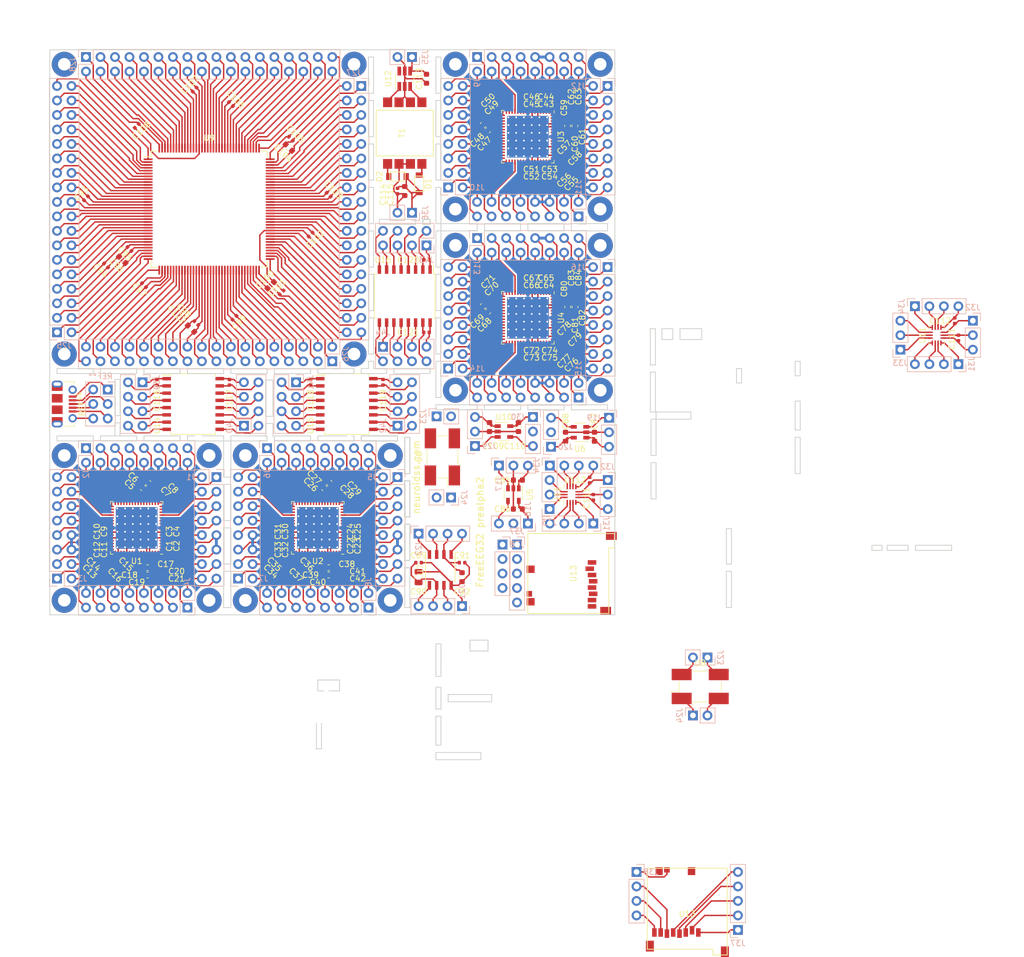
<source format=kicad_pcb>
(kicad_pcb (version 20171130) (host pcbnew 5.0.2-bee76a0~70~ubuntu16.04.1)
  (layers (0 F.Cu signal) (31 B.Cu signal) (34 B.Paste user) (35 F.Paste user) (36 B.SilkS user) (37 F.SilkS user) (38 B.Mask user) (39 F.Mask user) (44 Edge.Cuts user))
  (net 0 "")
  (net 1 /ADC1/6)
  (net 2 /ADC1/8)
  (net 3 /ADC1/23)
  (net 4 /ADC1/24)
  (net 5 /ADC1/62)
  (net 6 /ADC1/58)
  (net 7 /ADC1/52)
  (net 8 /ADC1/43)
  (net 9 /ADC1/41)
  (net 10 /ADC1/59)
  (net 11 /ADC1/51)
  (net 12 /ADC1/49)
  (net 13 /ADC2/6)
  (net 14 /ADC2/8)
  (net 15 /ADC2/23)
  (net 16 /ADC2/24)
  (net 17 /ADC2/62)
  (net 18 /ADC2/58)
  (net 19 /ADC2/52)
  (net 20 /ADC2/43)
  (net 21 /ADC2/41)
  (net 22 /ADC2/59)
  (net 23 /ADC2/51)
  (net 24 /ADC2/49)
  (net 25 /ADC3/6)
  (net 26 /ADC3/8)
  (net 27 /ADC3/23)
  (net 28 /ADC3/24)
  (net 29 /ADC3/62)
  (net 30 /ADC3/58)
  (net 31 /ADC3/52)
  (net 32 /ADC3/43)
  (net 33 /ADC3/41)
  (net 34 /ADC3/59)
  (net 35 /ADC3/51)
  (net 36 /ADC3/49)
  (net 37 /ADC4/6)
  (net 38 /ADC4/8)
  (net 39 /ADC4/23)
  (net 40 /ADC4/24)
  (net 41 /ADC4/62)
  (net 42 /ADC4/58)
  (net 43 /ADC4/52)
  (net 44 /ADC4/43)
  (net 45 /ADC4/41)
  (net 46 /ADC4/59)
  (net 47 /ADC4/51)
  (net 48 /ADC4/49)
  (net 49 /ADC1/16)
  (net 50 /ADC1/15)
  (net 51 /ADC1/14)
  (net 52 /ADC1/13)
  (net 53 /ADC1/12)
  (net 54 /ADC1/11)
  (net 55 /ADC1/10)
  (net 56 /ADC1/9)
  (net 57 /ADC1/4)
  (net 58 /ADC1/3)
  (net 59 /ADC1/2)
  (net 60 /ADC1/1)
  (net 61 /ADC1/17)
  (net 62 /ADC1/18)
  (net 63 /ADC1/19)
  (net 64 /ADC1/20)
  (net 65 /ADC1/21)
  (net 66 /ADC1/25)
  (net 67 /ADC1/26)
  (net 68 /ADC1/27)
  (net 69 /ADC1/28)
  (net 70 /ADC1/29)
  (net 71 /ADC1/30)
  (net 72 /ADC1/31)
  (net 73 /ADC1/32)
  (net 74 /ADC1/48)
  (net 75 /ADC1/47)
  (net 76 /ADC1/46)
  (net 77 /ADC1/45)
  (net 78 /ADC1/40)
  (net 79 /ADC1/39)
  (net 80 /ADC1/38)
  (net 81 /ADC1/37)
  (net 82 /ADC1/36)
  (net 83 /ADC1/35)
  (net 84 /ADC1/34)
  (net 85 /ADC1/33)
  (net 86 /ADC1/54)
  (net 87 /ADC1/55)
  (net 88 /ADC1/56)
  (net 89 /ADC1/57)
  (net 90 /ADC1/63)
  (net 91 /ADC1/64)
  (net 92 /ADC2/16)
  (net 93 /ADC2/15)
  (net 94 /ADC2/14)
  (net 95 /ADC2/13)
  (net 96 /ADC2/12)
  (net 97 /ADC2/11)
  (net 98 /ADC2/10)
  (net 99 /ADC2/9)
  (net 100 /ADC2/4)
  (net 101 /ADC2/3)
  (net 102 /ADC2/2)
  (net 103 /ADC2/1)
  (net 104 /ADC2/17)
  (net 105 /ADC2/18)
  (net 106 /ADC2/19)
  (net 107 /ADC2/20)
  (net 108 /ADC2/21)
  (net 109 /ADC2/25)
  (net 110 /ADC2/26)
  (net 111 /ADC2/27)
  (net 112 /ADC2/28)
  (net 113 /ADC2/29)
  (net 114 /ADC2/30)
  (net 115 /ADC2/31)
  (net 116 /ADC2/32)
  (net 117 /ADC2/48)
  (net 118 /ADC2/47)
  (net 119 /ADC2/46)
  (net 120 /ADC2/45)
  (net 121 /ADC2/40)
  (net 122 /ADC2/39)
  (net 123 /ADC2/38)
  (net 124 /ADC2/37)
  (net 125 /ADC2/36)
  (net 126 /ADC2/35)
  (net 127 /ADC2/34)
  (net 128 /ADC2/33)
  (net 129 /ADC2/64)
  (net 130 /ADC2/63)
  (net 131 /ADC2/57)
  (net 132 /ADC2/56)
  (net 133 /ADC2/55)
  (net 134 /ADC2/54)
  (net 135 /ADC3/1)
  (net 136 /ADC3/2)
  (net 137 /ADC3/3)
  (net 138 /ADC3/4)
  (net 139 /ADC3/9)
  (net 140 /ADC3/10)
  (net 141 /ADC3/11)
  (net 142 /ADC3/12)
  (net 143 /ADC3/13)
  (net 144 /ADC3/14)
  (net 145 /ADC3/15)
  (net 146 /ADC3/16)
  (net 147 /ADC3/32)
  (net 148 /ADC3/31)
  (net 149 /ADC3/30)
  (net 150 /ADC3/29)
  (net 151 /ADC3/28)
  (net 152 /ADC3/27)
  (net 153 /ADC3/26)
  (net 154 /ADC3/25)
  (net 155 /ADC3/21)
  (net 156 /ADC3/20)
  (net 157 /ADC3/19)
  (net 158 /ADC3/18)
  (net 159 /ADC3/17)
  (net 160 /ADC3/33)
  (net 161 /ADC3/34)
  (net 162 /ADC3/35)
  (net 163 /ADC3/36)
  (net 164 /ADC3/37)
  (net 165 /ADC3/38)
  (net 166 /ADC3/39)
  (net 167 /ADC3/40)
  (net 168 /ADC3/45)
  (net 169 /ADC3/46)
  (net 170 /ADC3/47)
  (net 171 /ADC3/48)
  (net 172 /ADC3/64)
  (net 173 /ADC3/63)
  (net 174 /ADC3/57)
  (net 175 /ADC3/56)
  (net 176 /ADC3/55)
  (net 177 /ADC3/54)
  (net 178 /ADC4/1)
  (net 179 /ADC4/2)
  (net 180 /ADC4/3)
  (net 181 /ADC4/4)
  (net 182 /ADC4/9)
  (net 183 /ADC4/10)
  (net 184 /ADC4/11)
  (net 185 /ADC4/12)
  (net 186 /ADC4/13)
  (net 187 /ADC4/14)
  (net 188 /ADC4/15)
  (net 189 /ADC4/16)
  (net 190 /ADC4/32)
  (net 191 /ADC4/31)
  (net 192 /ADC4/30)
  (net 193 /ADC4/29)
  (net 194 /ADC4/28)
  (net 195 /ADC4/27)
  (net 196 /ADC4/26)
  (net 197 /ADC4/25)
  (net 198 /ADC4/21)
  (net 199 /ADC4/20)
  (net 200 /ADC4/19)
  (net 201 /ADC4/18)
  (net 202 /ADC4/17)
  (net 203 /ADC4/33)
  (net 204 /ADC4/34)
  (net 205 /ADC4/35)
  (net 206 /ADC4/36)
  (net 207 /ADC4/37)
  (net 208 /ADC4/38)
  (net 209 /ADC4/39)
  (net 210 /ADC4/40)
  (net 211 /ADC4/45)
  (net 212 /ADC4/46)
  (net 213 /ADC4/47)
  (net 214 /ADC4/48)
  (net 215 /ADC4/54)
  (net 216 /ADC4/55)
  (net 217 /ADC4/56)
  (net 218 /ADC4/57)
  (net 219 /ADC4/63)
  (net 220 /ADC4/64)
  (net 221 /AVDD/1)
  (net 222 /AVDD/2)
  (net 223 /AVDD/5)
  (net 224 /IOVDD/2)
  (net 225 /IOVDD/1)
  (net 226 /IOVDD/5)
  (net 227 /REF/4)
  (net 228 /REF/2)
  (net 229 /REF/6)
  (net 230 /AVDD/3)
  (net 231 "Net-(J18-Pad2)")
  (net 232 /IOVDD/3)
  (net 233 "Net-(J20-Pad2)")
  (net 234 /REF/8)
  (net 235 /CRYSTAL/1)
  (net 236 /CRYSTAL/4)
  (net 237 /CRYSTAL/2)
  (net 238 /CRYSTAL/3)
  (net 239 /MCU/17)
  (net 240 /MCU/30)
  (net 241 /MCU/32)
  (net 242 /MCU/33)
  (net 243 /MCU/39)
  (net 244 /MCU/52)
  (net 245 /MCU/62)
  (net 246 /MCU/71)
  (net 247 /MCU/72)
  (net 248 /MCU/84)
  (net 249 /MCU/95)
  (net 250 /MCU/106)
  (net 251 /MCU/108)
  (net 252 /MCU/121)
  (net 253 /MCU/131)
  (net 254 /MCU/144)
  (net 255 /MCU/1)
  (net 256 /MCU/2)
  (net 257 /MCU/3)
  (net 258 /MCU/4)
  (net 259 /MCU/5)
  (net 260 /MCU/6)
  (net 261 /MCU/7)
  (net 262 /MCU/8)
  (net 263 /MCU/9)
  (net 264 /MCU/10)
  (net 265 /MCU/11)
  (net 266 /MCU/12)
  (net 267 /MCU/13)
  (net 268 /MCU/14)
  (net 269 /MCU/15)
  (net 270 /MCU/18)
  (net 271 /MCU/19)
  (net 272 /MCU/20)
  (net 273 /MCU/21)
  (net 274 /MCU/22)
  (net 275 /MCU/23)
  (net 276 /MCU/24)
  (net 277 /MCU/25)
  (net 278 /MCU/26)
  (net 279 /MCU/27)
  (net 280 /MCU/28)
  (net 281 /MCU/29)
  (net 282 /MCU/34)
  (net 283 /MCU/35)
  (net 284 /MCU/36)
  (net 285 /MCU/37)
  (net 286 /MCU/40)
  (net 287 /MCU/41)
  (net 288 /MCU/42)
  (net 289 /MCU/43)
  (net 290 /MCU/44)
  (net 291 /MCU/45)
  (net 292 /MCU/46)
  (net 293 /MCU/47)
  (net 294 /MCU/48)
  (net 295 /MCU/49)
  (net 296 /MCU/50)
  (net 297 /MCU/53)
  (net 298 /MCU/54)
  (net 299 /MCU/55)
  (net 300 /MCU/56)
  (net 301 /MCU/57)
  (net 302 /MCU/58)
  (net 303 /MCU/59)
  (net 304 /MCU/60)
  (net 305 /MCU/63)
  (net 306 /MCU/64)
  (net 307 /MCU/65)
  (net 308 /MCU/66)
  (net 309 /MCU/67)
  (net 310 /MCU/68)
  (net 311 /MCU/69)
  (net 312 /MCU/70)
  (net 313 /MCU/73)
  (net 314 /MCU/74)
  (net 315 /MCU/75)
  (net 316 /MCU/76)
  (net 317 /MCU/77)
  (net 318 /MCU/78)
  (net 319 /MCU/79)
  (net 320 /MCU/80)
  (net 321 /MCU/81)
  (net 322 /MCU/82)
  (net 323 /MCU/85)
  (net 324 /MCU/86)
  (net 325 /MCU/87)
  (net 326 /MCU/88)
  (net 327 /MCU/89)
  (net 328 /MCU/90)
  (net 329 /MCU/91)
  (net 330 /MCU/92)
  (net 331 /MCU/93)
  (net 332 /MCU/96)
  (net 333 /MCU/97)
  (net 334 /MCU/98)
  (net 335 /MCU/99)
  (net 336 /MCU/100)
  (net 337 /MCU/101)
  (net 338 /MCU/102)
  (net 339 /MCU/103)
  (net 340 /MCU/104)
  (net 341 /MCU/105)
  (net 342 /MCU/109)
  (net 343 /MCU/110)
  (net 344 /MCU/111)
  (net 345 /MCU/112)
  (net 346 /MCU/113)
  (net 347 /MCU/114)
  (net 348 /MCU/115)
  (net 349 /MCU/116)
  (net 350 /MCU/117)
  (net 351 /MCU/118)
  (net 352 /MCU/119)
  (net 353 /MCU/122)
  (net 354 /MCU/123)
  (net 355 /MCU/124)
  (net 356 /MCU/125)
  (net 357 /MCU/126)
  (net 358 /MCU/127)
  (net 359 /MCU/128)
  (net 360 /MCU/129)
  (net 361 /MCU/132)
  (net 362 /MCU/133)
  (net 363 /MCU/134)
  (net 364 /MCU/135)
  (net 365 /MCU/136)
  (net 366 /MCU/137)
  (net 367 /MCU/138)
  (net 368 /MCU/139)
  (net 369 /MCU/140)
  (net 370 /MCU/141)
  (net 371 /MCU/142)
  (net 372 /MCU/143)
  (net 373 /VDD/1)
  (net 374 /VDD/2)
  (net 375 /VDD/5)
  (net 376 /VDD/3)
  (net 377 "Net-(J30-Pad2)")
  (net 378 DGND)
  (net 379 AVSS)
  (net 380 /VDD/4)
  (net 381 /IOVDD/4)
  (net 382 /REF/3)
  (net 383 /REF/1)
  (net 384 /REF/7)
  (net 385 /REF/5)
  (net 386 /AVDD/4)
  (net 387 VSS)
  (net 388 /ACCEL&GYRO/6)
  (net 389 /ACCEL&GYRO/5)
  (net 390 /ACCEL&GYRO/8)
  (net 391 /ACCEL&GYRO/7)
  (net 392 /POWER/1)
  (net 393 /POWER/2)
  (net 394 /POWER/3)
  (net 395 /POWER/4)
  (net 396 "Net-(D1-Pad2)")
  (net 397 "Net-(D2-Pad2)")
  (net 398 /ACCEL&GYRO/1)
  (net 399 /ACCEL&GYRO/2)
  (net 400 /ACCEL&GYRO/3)
  (net 401 /ACCEL&GYRO/4)
  (net 402 /ACCEL&GYRO/10)
  (net 403 /ACCEL&GYRO/9)
  (net 404 /ACCEL&GYRO/11)
  (net 405 /ACCEL&GYRO/12)
  (net 406 /ACCEL&GYRO/13)
  (net 407 /ACCEL&GYRO/14)
  (net 408 "Net-(T1-Pad1)")
  (net 409 "Net-(T1-Pad4)")
  (net 410 "Net-(U12-Pad6)")
  (net 411 /SD/1)
  (net 412 /SD/2)
  (net 413 /SD/3)
  (net 414 /SD/4)
  (net 415 /SD/5)
  (net 416 /SD/6)
  (net 417 /SD/7)
  (net 418 /SD/8)
  (net 419 /SD/9)
  (net 420 /ISO1/2)
  (net 421 /ISO1/1)
  (net 422 /ISO1/16)
  (net 423 /ISO1/15)
  (net 424 /ISO2/2)
  (net 425 /ISO2/1)
  (net 426 /ISO2/16)
  (net 427 /ISO2/15)
  (net 428 /ISO3/2)
  (net 429 /ISO3/1)
  (net 430 /ISO3/16)
  (net 431 /ISO3/15)
  (net 432 /ISO1/8)
  (net 433 /ISO1/7)
  (net 434 /ISO1/6)
  (net 435 /ISO1/5)
  (net 436 /ISO1/4)
  (net 437 /ISO1/3)
  (net 438 /ISO1/9)
  (net 439 /ISO1/10)
  (net 440 /ISO1/11)
  (net 441 /ISO1/12)
  (net 442 /ISO1/13)
  (net 443 /ISO1/14)
  (net 444 /ISO2/8)
  (net 445 /ISO2/7)
  (net 446 /ISO2/6)
  (net 447 /ISO2/5)
  (net 448 /ISO2/4)
  (net 449 /ISO2/3)
  (net 450 /ISO2/9)
  (net 451 /ISO2/10)
  (net 452 /ISO2/11)
  (net 453 /ISO2/12)
  (net 454 /ISO2/13)
  (net 455 /ISO2/14)
  (net 456 /ISO3/3)
  (net 457 /ISO3/4)
  (net 458 /ISO3/5)
  (net 459 /ISO3/6)
  (net 460 /ISO3/7)
  (net 461 /ISO3/8)
  (net 462 /ISO3/14)
  (net 463 /ISO3/13)
  (net 464 /ISO3/12)
  (net 465 /ISO3/11)
  (net 466 /ISO3/10)
  (net 467 /ISO3/9)
  (module Capacitor_SMD:C_0402_1005Metric (layer F.Cu) (at 45.120511 25.908 270)
    (fp_text reference C112 (at 0 2.54) (layer F.SilkS))
    (fp_text value 100n)
    (pad 2 smd roundrect (at 0.485 0 270) (size 0.59 0.64) (layers F.Cu F.Paste F.Mask) (net 391 /ACCEL&GYRO/7))
    (pad 1 smd roundrect (at -0.485 0 270) (size 0.59 0.64) (layers F.Cu F.Paste F.Mask) (net 390 /ACCEL&GYRO/8))
  )
  (module Capacitor_SMD:C_0402_1005Metric (layer F.Cu) (at 45.755512 28.933001 90)
    (fp_text reference C111 (at -0.15 -1.17 90) (layer F.SilkS))
    (fp_text value 100n)
    (pad 1 smd roundrect (at -0.485 0 90) (size 0.59 0.64) (layers F.Cu F.Paste F.Mask) (net 389 /ACCEL&GYRO/5))
    (pad 2 smd roundrect (at 0.485 0 90) (size 0.59 0.64) (layers F.Cu F.Paste F.Mask) (net 388 /ACCEL&GYRO/6))
  )
  (module Connector_PinHeader_2.54mm:PinHeader_1x03_P2.54mm_Vertical (layer B.Cu) (at 38.1 30.988)
    (fp_text reference J33 (at 0 2.33) (layer B.SilkS) (effects (justify mirror)))
    (fp_text value Conn_01x03)
    (pad 1 thru_hole rect (at 0 0) (size 1.7 1.7) (drill 1) (layers *.Cu *.Mask) (net 407 /ACCEL&GYRO/14))
    (pad 2 thru_hole oval (at 0 -2.54) (size 1.7 1.7) (drill 1) (layers *.Cu *.Mask) (net 406 /ACCEL&GYRO/13))
    (pad 3 thru_hole oval (at 0 -5.08) (size 1.7 1.7) (drill 1) (layers *.Cu *.Mask) (net 405 /ACCEL&GYRO/12))
  )
  (module Connector_PinHeader_2.54mm:PinHeader_1x03_P2.54mm_Vertical (layer B.Cu) (at 48.295511 25.908 180)
    (fp_text reference J32 (at 0 2.33 180) (layer B.SilkS) (effects (justify mirror)))
    (fp_text value Conn_01x03)
    (pad 3 thru_hole oval (at 0 -5.08 180) (size 1.7 1.7) (drill 1) (layers *.Cu *.Mask) (net 389 /ACCEL&GYRO/5))
    (pad 2 thru_hole oval (at 0 -2.54 180) (size 1.7 1.7) (drill 1) (layers *.Cu *.Mask) (net 388 /ACCEL&GYRO/6))
    (pad 1 thru_hole rect (at 0 0 180) (size 1.7 1.7) (drill 1) (layers *.Cu *.Mask) (net 391 /ACCEL&GYRO/7))
  )
  (module Connector_PinHeader_2.54mm:PinHeader_1x04_P2.54mm_Vertical (layer B.Cu) (at 45.755512 33.528 90)
    (fp_text reference J31 (at 0 2.33 90) (layer B.SilkS) (effects (justify mirror)))
    (fp_text value Conn_01x04)
    (pad 1 thru_hole rect (at 0 0 90) (size 1.7 1.7) (drill 1) (layers *.Cu *.Mask) (net 401 /ACCEL&GYRO/4))
    (pad 2 thru_hole oval (at 0 -2.54 90) (size 1.7 1.7) (drill 1) (layers *.Cu *.Mask) (net 400 /ACCEL&GYRO/3))
    (pad 3 thru_hole oval (at 0 -5.08 90) (size 1.7 1.7) (drill 1) (layers *.Cu *.Mask) (net 399 /ACCEL&GYRO/2))
    (pad 4 thru_hole oval (at 0 -7.62 90) (size 1.7 1.7) (drill 1) (layers *.Cu *.Mask) (net 398 /ACCEL&GYRO/1))
  )
  (module LSM6DS3TR:Bosch_LGA-14_3x2.5mm_P0.5mm (layer F.Cu) (at 41.945512 28.448 90)
    (fp_text reference U11 (at 0 -2.5 90) (layer F.SilkS))
    (fp_text value LSM6DS3)
    (pad 13 smd rect (at 0 -1.1125 90) (size 0.25 0.875) (layers F.Cu F.Paste F.Mask) (net 406 /ACCEL&GYRO/13))
    (pad 14 smd rect (at -0.5 -1.1125 90) (size 0.25 0.875) (layers F.Cu F.Paste F.Mask) (net 407 /ACCEL&GYRO/14))
    (pad 12 smd rect (at 0.5 -1.1125 90) (size 0.25 0.875) (layers F.Cu F.Paste F.Mask) (net 405 /ACCEL&GYRO/12))
    (pad 5 smd rect (at -0.5 1.1125 90) (size 0.25 0.875) (layers F.Cu F.Paste F.Mask) (net 389 /ACCEL&GYRO/5))
    (pad 6 smd rect (at 0 1.1125 90) (size 0.25 0.875) (layers F.Cu F.Paste F.Mask) (net 388 /ACCEL&GYRO/6))
    (pad 7 smd rect (at 0.5 1.1125 90) (size 0.25 0.875) (layers F.Cu F.Paste F.Mask) (net 391 /ACCEL&GYRO/7))
    (pad 1 smd rect (at -1.3625 -0.75 90) (size 0.875 0.25) (layers F.Cu F.Paste F.Mask) (net 398 /ACCEL&GYRO/1))
    (pad 2 smd rect (at -1.3625 -0.25 90) (size 0.875 0.25) (layers F.Cu F.Paste F.Mask) (net 399 /ACCEL&GYRO/2))
    (pad 3 smd rect (at -1.3625 0.25 90) (size 0.875 0.25) (layers F.Cu F.Paste F.Mask) (net 400 /ACCEL&GYRO/3))
    (pad 4 smd rect (at -1.3625 0.75 90) (size 0.875 0.25) (layers F.Cu F.Paste F.Mask) (net 401 /ACCEL&GYRO/4))
    (pad 8 smd rect (at 1.3625 0.75 90) (size 0.875 0.25) (layers F.Cu F.Paste F.Mask) (net 390 /ACCEL&GYRO/8))
    (pad 9 smd rect (at 1.3625 0.25 90) (size 0.875 0.25) (layers F.Cu F.Paste F.Mask) (net 403 /ACCEL&GYRO/9))
    (pad 10 smd rect (at 1.3625 -0.25 90) (size 0.875 0.25) (layers F.Cu F.Paste F.Mask) (net 402 /ACCEL&GYRO/10))
    (pad 11 smd rect (at 1.3625 -0.75 90) (size 0.875 0.25) (layers F.Cu F.Paste F.Mask) (net 404 /ACCEL&GYRO/11))
  )
  (module Connector_PinHeader_2.54mm:PinHeader_1x04_P2.54mm_Vertical (layer B.Cu) (at 38.135511 23.367999 270)
    (fp_text reference J34 (at 0 2.33 270) (layer B.SilkS) (effects (justify mirror)))
    (fp_text value Conn_01x04)
    (pad 4 thru_hole oval (at 0 -7.62 270) (size 1.7 1.7) (drill 1) (layers *.Cu *.Mask) (net 390 /ACCEL&GYRO/8))
    (pad 3 thru_hole oval (at 0 -5.08 270) (size 1.7 1.7) (drill 1) (layers *.Cu *.Mask) (net 403 /ACCEL&GYRO/9))
    (pad 2 thru_hole oval (at 0 -2.54 270) (size 1.7 1.7) (drill 1) (layers *.Cu *.Mask) (net 402 /ACCEL&GYRO/10))
    (pad 1 thru_hole rect (at 0 0 270) (size 1.7 1.7) (drill 1) (layers *.Cu *.Mask) (net 404 /ACCEL&GYRO/11))
  )
  (module Oscillator:Oscillator_SMD_EuroQuartz_XO91-4Pin_7.0x5.0mm_HandSoldering (layer F.Cu) (at 19.304 21.844 90)
    (fp_text reference U8 (at 0 -4.1 90) (layer F.SilkS))
    (fp_text value FXO-SM7_OSC-SMD7050_short)
    (pad 1 smd rect (at -3.25 2.1 90) (size 3.5 2) (layers F.Cu F.Paste F.Mask) (net 235 /CRYSTAL/1))
    (pad 2 smd rect (at 3.25 2.1 90) (size 3.5 2) (layers F.Cu F.Paste F.Mask) (net 237 /CRYSTAL/2))
    (pad 3 smd rect (at 3.25 -2.1 90) (size 3.5 2) (layers F.Cu F.Paste F.Mask) (net 238 /CRYSTAL/3))
    (pad 4 smd rect (at -3.25 -2.1 90) (size 3.5 2) (layers F.Cu F.Paste F.Mask) (net 236 /CRYSTAL/4))
  )
  (module Connector_PinHeader_2.54mm:PinHeader_1x02_P2.54mm_Vertical (layer B.Cu) (at 20.828 28.956001 90)
    (fp_text reference J24 (at 0 2.33 90) (layer B.SilkS) (effects (justify mirror)))
    (fp_text value Conn_01x02)
    (pad 2 thru_hole oval (at 0 -2.54 90) (size 1.7 1.7) (drill 1) (layers *.Cu *.Mask) (net 237 /CRYSTAL/2))
    (pad 1 thru_hole rect (at 0 0 90) (size 1.7 1.7) (drill 1) (layers *.Cu *.Mask) (net 235 /CRYSTAL/1))
  )
  (module Connector_PinHeader_2.54mm:PinHeader_1x02_P2.54mm_Vertical (layer B.Cu) (at 18.288 14.732 270)
    (fp_text reference J23 (at 0 2.33 270) (layer B.SilkS) (effects (justify mirror)))
    (fp_text value Conn_01x02)
    (pad 2 thru_hole oval (at 0 -2.54 270) (size 1.7 1.7) (drill 1) (layers *.Cu *.Mask) (net 236 /CRYSTAL/4))
    (pad 1 thru_hole rect (at 0 0 270) (size 1.7 1.7) (drill 1) (layers *.Cu *.Mask) (net 238 /CRYSTAL/3))
  )
  (module 473521001:473521001 (layer F.Cu) (at 41.275 42.291001 90)
    (fp_text reference U13 (at 0 1 90) (layer F.SilkS))
    (fp_text value 473521001)
    (pad 9 smd rect (at -3.56 -6.72 90) (size 1 0.95) (layers F.Cu F.Paste F.Mask) (net 419 /SD/9))
    (pad 8 smd rect (at -5.76 4.26 90) (size 0.8 1.5) (layers F.Cu F.Paste F.Mask) (net 418 /SD/8))
    (pad 7 smd rect (at -4.66 4.26 90) (size 0.8 1.5) (layers F.Cu F.Paste F.Mask) (net 417 /SD/7))
    (pad 6 smd rect (at -3.56 4.46 90) (size 0.8 1.5) (layers F.Cu F.Paste F.Mask) (net 416 /SD/6))
    (pad 5 smd rect (at -2.46 4.26 90) (size 0.8 1.5) (layers F.Cu F.Paste F.Mask) (net 415 /SD/5))
    (pad 4 smd rect (at -1.36 4.46 90) (size 0.8 1.5) (layers F.Cu F.Paste F.Mask) (net 414 /SD/4))
    (pad 3 smd rect (at -0.26 4.26 90) (size 0.8 1.5) (layers F.Cu F.Paste F.Mask) (net 413 /SD/3))
    (pad 2 smd rect (at 0.84 3.86 90) (size 0.8 1.5) (layers F.Cu F.Paste F.Mask) (net 412 /SD/2))
    (pad 1 smd rect (at 1.94 4.26 90) (size 0.8 1.5) (layers F.Cu F.Paste F.Mask) (net 411 /SD/1))
    (pad "" smd rect (at -4.95 -6.5 90) (size 1.3 1.4) (layers F.Cu F.Paste F.Mask))
    (pad "" smd rect (at 0.75 -6.5 90) (size 1.3 1.4) (layers F.Cu F.Paste F.Mask))
    (pad "" smd rect (at -6.55 6.65 90) (size 1.4 1.9) (layers F.Cu F.Paste F.Mask))
    (pad "" smd rect (at 6.6 7.65 90) (size 1.4 1.9) (layers F.Cu F.Paste F.Mask))
  )
  (module Connector_PinHeader_2.54mm:PinHeader_1x04_P2.54mm_Vertical (layer B.Cu) (at 29.845 37.211001 180)
    (fp_text reference J38 (at -2.54 0 180) (layer B.SilkS) (effects (justify mirror)))
    (fp_text value Conn_01x04)
    (pad 4 thru_hole oval (at 0 -7.62 180) (size 1.7 1.7) (drill 1) (layers *.Cu *.Mask) (net 418 /SD/8))
    (pad 3 thru_hole oval (at 0 -5.08 180) (size 1.7 1.7) (drill 1) (layers *.Cu *.Mask) (net 417 /SD/7))
    (pad 2 thru_hole oval (at 0 -2.54 180) (size 1.7 1.7) (drill 1) (layers *.Cu *.Mask) (net 416 /SD/6))
    (pad 1 thru_hole rect (at 0 0 180) (size 1.7 1.7) (drill 1) (layers *.Cu *.Mask) (net 419 /SD/9))
  )
  (module Connector_PinHeader_2.54mm:PinHeader_1x05_P2.54mm_Vertical (layer B.Cu) (at 32.385 37.211 180)
    (fp_text reference J37 (at 0 2.33 180) (layer B.SilkS) (effects (justify mirror)))
    (fp_text value Conn_01x05)
    (pad 5 thru_hole oval (at 0 -10.16 180) (size 1.7 1.7) (drill 1) (layers *.Cu *.Mask) (net 415 /SD/5))
    (pad 4 thru_hole oval (at 0 -7.62 180) (size 1.7 1.7) (drill 1) (layers *.Cu *.Mask) (net 414 /SD/4))
    (pad 3 thru_hole oval (at 0 -5.08 180) (size 1.7 1.7) (drill 1) (layers *.Cu *.Mask) (net 413 /SD/3))
    (pad 2 thru_hole oval (at 0 -2.54 180) (size 1.7 1.7) (drill 1) (layers *.Cu *.Mask) (net 412 /SD/2))
    (pad 1 thru_hole rect (at 0 0 180) (size 1.7 1.7) (drill 1) (layers *.Cu *.Mask) (net 411 /SD/1))
  )
  (module QFN64:QFN-64-1EP_9x9mm_P0.5mm_EP7.3x7.3mm_ThermalVias (layer F.Cu) (at 34.273493 -34.29 270)
    (fp_text reference U3 (at 0 -5.82 270) (layer F.SilkS))
    (fp_text value AD7779)
    (pad 64 smd roundrect (at -3.75 -4.4375 270) (size 0.25 0.875) (layers F.Cu F.Paste F.Mask) (net 172 /ADC3/64))
    (pad 63 smd roundrect (at -3.25 -4.4375 270) (size 0.25 0.875) (layers F.Cu F.Paste F.Mask) (net 173 /ADC3/63))
    (pad 62 smd roundrect (at -2.75 -4.4375 270) (size 0.25 0.875) (layers F.Cu F.Paste F.Mask) (net 29 /ADC3/62))
    (pad 61 smd roundrect (at -2.25 -4.4375 270) (size 0.25 0.875) (layers F.Cu F.Paste F.Mask) (net 379 AVSS))
    (pad 60 smd roundrect (at -1.75 -4.4375 270) (size 0.25 0.875) (layers F.Cu F.Paste F.Mask) (net 379 AVSS))
    (pad 59 smd roundrect (at -1.25 -4.4375 270) (size 0.25 0.875) (layers F.Cu F.Paste F.Mask) (net 34 /ADC3/59))
    (pad 58 smd roundrect (at -0.75 -4.4375 270) (size 0.25 0.875) (layers F.Cu F.Paste F.Mask) (net 30 /ADC3/58))
    (pad 57 smd roundrect (at -0.25 -4.4375 270) (size 0.25 0.875) (layers F.Cu F.Paste F.Mask) (net 174 /ADC3/57))
    (pad 56 smd roundrect (at 0.25 -4.4375 270) (size 0.25 0.875) (layers F.Cu F.Paste F.Mask) (net 175 /ADC3/56))
    (pad 55 smd roundrect (at 0.75 -4.4375 270) (size 0.25 0.875) (layers F.Cu F.Paste F.Mask) (net 176 /ADC3/55))
    (pad 54 smd roundrect (at 1.25 -4.4375 270) (size 0.25 0.875) (layers F.Cu F.Paste F.Mask) (net 177 /ADC3/54))
    (pad 53 smd roundrect (at 1.75 -4.4375 270) (size 0.25 0.875) (layers F.Cu F.Paste F.Mask) (net 379 AVSS))
    (pad 52 smd roundrect (at 2.25 -4.4375 270) (size 0.25 0.875) (layers F.Cu F.Paste F.Mask) (net 31 /ADC3/52))
    (pad 51 smd roundrect (at 2.75 -4.4375 270) (size 0.25 0.875) (layers F.Cu F.Paste F.Mask) (net 35 /ADC3/51))
    (pad 50 smd roundrect (at 3.25 -4.4375 270) (size 0.25 0.875) (layers F.Cu F.Paste F.Mask) (net 379 AVSS))
    (pad 49 smd roundrect (at 3.75 -4.4375 270) (size 0.25 0.875) (layers F.Cu F.Paste F.Mask) (net 36 /ADC3/49))
    (pad 48 smd roundrect (at 4.4375 -3.75 270) (size 0.875 0.25) (layers F.Cu F.Paste F.Mask) (net 171 /ADC3/48))
    (pad 47 smd roundrect (at 4.4375 -3.25 270) (size 0.875 0.25) (layers F.Cu F.Paste F.Mask) (net 170 /ADC3/47))
    (pad 46 smd roundrect (at 4.4375 -2.75 270) (size 0.875 0.25) (layers F.Cu F.Paste F.Mask) (net 169 /ADC3/46))
    (pad 45 smd roundrect (at 4.4375 -2.25 270) (size 0.875 0.25) (layers F.Cu F.Paste F.Mask) (net 168 /ADC3/45))
    (pad 44 smd roundrect (at 4.4375 -1.75 270) (size 0.875 0.25) (layers F.Cu F.Paste F.Mask) (net 379 AVSS))
    (pad 43 smd roundrect (at 4.4375 -1.25 270) (size 0.875 0.25) (layers F.Cu F.Paste F.Mask) (net 32 /ADC3/43))
    (pad 42 smd roundrect (at 4.4375 -0.75 270) (size 0.875 0.25) (layers F.Cu F.Paste F.Mask) (net 379 AVSS))
    (pad 41 smd roundrect (at 4.4375 -0.25 270) (size 0.875 0.25) (layers F.Cu F.Paste F.Mask) (net 33 /ADC3/41))
    (pad 40 smd roundrect (at 4.4375 0.25 270) (size 0.875 0.25) (layers F.Cu F.Paste F.Mask) (net 167 /ADC3/40))
    (pad 39 smd roundrect (at 4.4375 0.75 270) (size 0.875 0.25) (layers F.Cu F.Paste F.Mask) (net 166 /ADC3/39))
    (pad 38 smd roundrect (at 4.4375 1.25 270) (size 0.875 0.25) (layers F.Cu F.Paste F.Mask) (net 165 /ADC3/38))
    (pad 37 smd roundrect (at 4.4375 1.75 270) (size 0.875 0.25) (layers F.Cu F.Paste F.Mask) (net 164 /ADC3/37))
    (pad 36 smd roundrect (at 4.4375 2.25 270) (size 0.875 0.25) (layers F.Cu F.Paste F.Mask) (net 163 /ADC3/36))
    (pad 35 smd roundrect (at 4.4375 2.75 270) (size 0.875 0.25) (layers F.Cu F.Paste F.Mask) (net 162 /ADC3/35))
    (pad 34 smd roundrect (at 4.4375 3.25 270) (size 0.875 0.25) (layers F.Cu F.Paste F.Mask) (net 161 /ADC3/34))
    (pad 33 smd roundrect (at 4.4375 3.75 270) (size 0.875 0.25) (layers F.Cu F.Paste F.Mask) (net 160 /ADC3/33))
    (pad 32 smd roundrect (at 3.75 4.4375 270) (size 0.25 0.875) (layers F.Cu F.Paste F.Mask) (net 147 /ADC3/32))
    (pad 31 smd roundrect (at 3.25 4.4375 270) (size 0.25 0.875) (layers F.Cu F.Paste F.Mask) (net 148 /ADC3/31))
    (pad 30 smd roundrect (at 2.75 4.4375 270) (size 0.25 0.875) (layers F.Cu F.Paste F.Mask) (net 149 /ADC3/30))
    (pad 29 smd roundrect (at 2.25 4.4375 270) (size 0.25 0.875) (layers F.Cu F.Paste F.Mask) (net 150 /ADC3/29))
    (pad 28 smd roundrect (at 1.75 4.4375 270) (size 0.25 0.875) (layers F.Cu F.Paste F.Mask) (net 151 /ADC3/28))
    (pad 27 smd roundrect (at 1.25 4.4375 270) (size 0.25 0.875) (layers F.Cu F.Paste F.Mask) (net 152 /ADC3/27))
    (pad 26 smd roundrect (at 0.75 4.4375 270) (size 0.25 0.875) (layers F.Cu F.Paste F.Mask) (net 153 /ADC3/26))
    (pad 25 smd roundrect (at 0.25 4.4375 270) (size 0.25 0.875) (layers F.Cu F.Paste F.Mask) (net 154 /ADC3/25))
    (pad 24 smd roundrect (at -0.25 4.4375 270) (size 0.25 0.875) (layers F.Cu F.Paste F.Mask) (net 28 /ADC3/24))
    (pad 23 smd roundrect (at -0.75 4.4375 270) (size 0.25 0.875) (layers F.Cu F.Paste F.Mask) (net 27 /ADC3/23))
    (pad 22 smd roundrect (at -1.25 4.4375 270) (size 0.25 0.875) (layers F.Cu F.Paste F.Mask) (net 378 DGND))
    (pad 21 smd roundrect (at -1.75 4.4375 270) (size 0.25 0.875) (layers F.Cu F.Paste F.Mask) (net 155 /ADC3/21))
    (pad 20 smd roundrect (at -2.25 4.4375 270) (size 0.25 0.875) (layers F.Cu F.Paste F.Mask) (net 156 /ADC3/20))
    (pad 19 smd roundrect (at -2.75 4.4375 270) (size 0.25 0.875) (layers F.Cu F.Paste F.Mask) (net 157 /ADC3/19))
    (pad 18 smd roundrect (at -3.25 4.4375 270) (size 0.25 0.875) (layers F.Cu F.Paste F.Mask) (net 158 /ADC3/18))
    (pad 17 smd roundrect (at -3.75 4.4375 270) (size 0.25 0.875) (layers F.Cu F.Paste F.Mask) (net 159 /ADC3/17))
    (pad 16 smd roundrect (at -4.4375 3.75 270) (size 0.875 0.25) (layers F.Cu F.Paste F.Mask) (net 146 /ADC3/16))
    (pad 15 smd roundrect (at -4.4375 3.25 270) (size 0.875 0.25) (layers F.Cu F.Paste F.Mask) (net 145 /ADC3/15))
    (pad 14 smd roundrect (at -4.4375 2.75 270) (size 0.875 0.25) (layers F.Cu F.Paste F.Mask) (net 144 /ADC3/14))
    (pad 13 smd roundrect (at -4.4375 2.25 270) (size 0.875 0.25) (layers F.Cu F.Paste F.Mask) (net 143 /ADC3/13))
    (pad 12 smd roundrect (at -4.4375 1.75 270) (size 0.875 0.25) (layers F.Cu F.Paste F.Mask) (net 142 /ADC3/12))
    (pad 11 smd roundrect (at -4.4375 1.25 270) (size 0.875 0.25) (layers F.Cu F.Paste F.Mask) (net 141 /ADC3/11))
    (pad 10 smd roundrect (at -4.4375 0.75 270) (size 0.875 0.25) (layers F.Cu F.Paste F.Mask) (net 140 /ADC3/10))
    (pad 9 smd roundrect (at -4.4375 0.25 270) (size 0.875 0.25) (layers F.Cu F.Paste F.Mask) (net 139 /ADC3/9))
    (pad 8 smd roundrect (at -4.4375 -0.25 270) (size 0.875 0.25) (layers F.Cu F.Paste F.Mask) (net 26 /ADC3/8))
    (pad 7 smd roundrect (at -4.4375 -0.75 270) (size 0.875 0.25) (layers F.Cu F.Paste F.Mask) (net 379 AVSS))
    (pad 6 smd roundrect (at -4.4375 -1.25 270) (size 0.875 0.25) (layers F.Cu F.Paste F.Mask) (net 25 /ADC3/6))
    (pad 5 smd roundrect (at -4.4375 -1.75 270) (size 0.875 0.25) (layers F.Cu F.Paste F.Mask) (net 379 AVSS))
    (pad 4 smd roundrect (at -4.4375 -2.25 270) (size 0.875 0.25) (layers F.Cu F.Paste F.Mask) (net 138 /ADC3/4))
    (pad 3 smd roundrect (at -4.4375 -2.75 270) (size 0.875 0.25) (layers F.Cu F.Paste F.Mask) (net 137 /ADC3/3))
    (pad 2 smd roundrect (at -4.4375 -3.25 270) (size 0.875 0.25) (layers F.Cu F.Paste F.Mask) (net 136 /ADC3/2))
    (pad 1 smd roundrect (at -4.4375 -3.75 270) (size 0.875 0.25) (layers F.Cu F.Paste F.Mask) (net 135 /ADC3/1))
    (pad 65 smd roundrect (at 0 0 270) (size 7.3 7.3) (layers B.Cu) (roundrect_rratio 0.034247) (net 379 AVSS))
    (pad 65 thru_hole circle (at 3.4 3.4 270) (size 0.5 0.5) (drill 0.31) (layers *.Cu) (net 379 AVSS))
    (pad 65 thru_hole circle (at 2.04 3.4 270) (size 0.5 0.5) (drill 0.31) (layers *.Cu) (net 379 AVSS))
    (pad 65 thru_hole circle (at 0.68 3.4 270) (size 0.5 0.5) (drill 0.31) (layers *.Cu) (net 379 AVSS))
    (pad 65 thru_hole circle (at -0.68 3.4 270) (size 0.5 0.5) (drill 0.31) (layers *.Cu) (net 379 AVSS))
    (pad 65 thru_hole circle (at -2.04 3.4 270) (size 0.5 0.5) (drill 0.31) (layers *.Cu) (net 379 AVSS))
    (pad 65 thru_hole circle (at -3.4 3.4 270) (size 0.5 0.5) (drill 0.31) (layers *.Cu) (net 379 AVSS))
    (pad 65 thru_hole circle (at 3.4 2.04 270) (size 0.5 0.5) (drill 0.31) (layers *.Cu) (net 379 AVSS))
    (pad 65 thru_hole circle (at 2.04 2.04 270) (size 0.5 0.5) (drill 0.31) (layers *.Cu) (net 379 AVSS))
    (pad 65 thru_hole circle (at 0.68 2.04 270) (size 0.5 0.5) (drill 0.31) (layers *.Cu) (net 379 AVSS))
    (pad 65 thru_hole circle (at -0.68 2.04 270) (size 0.5 0.5) (drill 0.31) (layers *.Cu) (net 379 AVSS))
    (pad 65 thru_hole circle (at -2.04 2.04 270) (size 0.5 0.5) (drill 0.31) (layers *.Cu) (net 379 AVSS))
    (pad 65 thru_hole circle (at -3.4 2.04 270) (size 0.5 0.5) (drill 0.31) (layers *.Cu) (net 379 AVSS))
    (pad 65 thru_hole circle (at 3.4 0.68 270) (size 0.5 0.5) (drill 0.31) (layers *.Cu) (net 379 AVSS))
    (pad 65 thru_hole circle (at 2.04 0.68 270) (size 0.5 0.5) (drill 0.31) (layers *.Cu) (net 379 AVSS))
    (pad 65 thru_hole circle (at 0.68 0.68 270) (size 0.5 0.5) (drill 0.31) (layers *.Cu) (net 379 AVSS))
    (pad 65 thru_hole circle (at -0.68 0.68 270) (size 0.5 0.5) (drill 0.31) (layers *.Cu) (net 379 AVSS))
    (pad 65 thru_hole circle (at -2.04 0.68 270) (size 0.5 0.5) (drill 0.31) (layers *.Cu) (net 379 AVSS))
    (pad 65 thru_hole circle (at -3.4 0.68 270) (size 0.5 0.5) (drill 0.31) (layers *.Cu) (net 379 AVSS))
    (pad 65 thru_hole circle (at 3.4 -0.68 270) (size 0.5 0.5) (drill 0.31) (layers *.Cu) (net 379 AVSS))
    (pad 65 thru_hole circle (at 2.04 -0.68 270) (size 0.5 0.5) (drill 0.31) (layers *.Cu) (net 379 AVSS))
    (pad 65 thru_hole circle (at 0.68 -0.68 270) (size 0.5 0.5) (drill 0.31) (layers *.Cu) (net 379 AVSS))
    (pad 65 thru_hole circle (at -0.68 -0.68 270) (size 0.5 0.5) (drill 0.31) (layers *.Cu) (net 379 AVSS))
    (pad 65 thru_hole circle (at -2.04 -0.68 270) (size 0.5 0.5) (drill 0.31) (layers *.Cu) (net 379 AVSS))
    (pad 65 thru_hole circle (at -3.4 -0.68 270) (size 0.5 0.5) (drill 0.31) (layers *.Cu) (net 379 AVSS))
    (pad 65 thru_hole circle (at 3.4 -2.04 270) (size 0.5 0.5) (drill 0.31) (layers *.Cu) (net 379 AVSS))
    (pad 65 thru_hole circle (at 2.04 -2.04 270) (size 0.5 0.5) (drill 0.31) (layers *.Cu) (net 379 AVSS))
    (pad 65 thru_hole circle (at 0.68 -2.04 270) (size 0.5 0.5) (drill 0.31) (layers *.Cu) (net 379 AVSS))
    (pad 65 thru_hole circle (at -0.68 -2.04 270) (size 0.5 0.5) (drill 0.31) (layers *.Cu) (net 379 AVSS))
    (pad 65 thru_hole circle (at -2.04 -2.04 270) (size 0.5 0.5) (drill 0.31) (layers *.Cu) (net 379 AVSS))
    (pad 65 thru_hole circle (at -3.4 -2.04 270) (size 0.5 0.5) (drill 0.31) (layers *.Cu) (net 379 AVSS))
    (pad 65 thru_hole circle (at 3.4 -3.4 270) (size 0.5 0.5) (drill 0.31) (layers *.Cu) (net 379 AVSS))
    (pad 65 thru_hole circle (at 2.04 -3.4 270) (size 0.5 0.5) (drill 0.31) (layers *.Cu) (net 379 AVSS))
    (pad 65 thru_hole circle (at 0.68 -3.4 270) (size 0.5 0.5) (drill 0.31) (layers *.Cu) (net 379 AVSS))
    (pad 65 thru_hole circle (at -0.68 -3.4 270) (size 0.5 0.5) (drill 0.31) (layers *.Cu) (net 379 AVSS))
    (pad 65 thru_hole circle (at -2.04 -3.4 270) (size 0.5 0.5) (drill 0.31) (layers *.Cu) (net 379 AVSS))
    (pad 65 thru_hole circle (at -3.4 -3.4 270) (size 0.5 0.5) (drill 0.31) (layers *.Cu) (net 379 AVSS))
    (pad 65 smd roundrect (at 0 0 270) (size 7.3 7.3) (layers F.Cu F.Mask) (roundrect_rratio 0.034247) (net 379 AVSS))
  )
  (module QFN64:QFN-64-1EP_9x9mm_P0.5mm_EP7.3x7.3mm_ThermalVias (layer F.Cu) (at -2.54 34.29 180)
    (fp_text reference U2 (at 0 -5.82 180) (layer F.SilkS))
    (fp_text value AD7779)
    (pad 64 smd roundrect (at -3.75 -4.4375 180) (size 0.25 0.875) (layers F.Cu F.Paste F.Mask) (net 129 /ADC2/64))
    (pad 63 smd roundrect (at -3.25 -4.4375 180) (size 0.25 0.875) (layers F.Cu F.Paste F.Mask) (net 130 /ADC2/63))
    (pad 62 smd roundrect (at -2.75 -4.4375 180) (size 0.25 0.875) (layers F.Cu F.Paste F.Mask) (net 17 /ADC2/62))
    (pad 61 smd roundrect (at -2.25 -4.4375 180) (size 0.25 0.875) (layers F.Cu F.Paste F.Mask) (net 379 AVSS))
    (pad 60 smd roundrect (at -1.75 -4.4375 180) (size 0.25 0.875) (layers F.Cu F.Paste F.Mask) (net 379 AVSS))
    (pad 59 smd roundrect (at -1.25 -4.4375 180) (size 0.25 0.875) (layers F.Cu F.Paste F.Mask) (net 22 /ADC2/59))
    (pad 58 smd roundrect (at -0.75 -4.4375 180) (size 0.25 0.875) (layers F.Cu F.Paste F.Mask) (net 18 /ADC2/58))
    (pad 57 smd roundrect (at -0.25 -4.4375 180) (size 0.25 0.875) (layers F.Cu F.Paste F.Mask) (net 131 /ADC2/57))
    (pad 56 smd roundrect (at 0.25 -4.4375 180) (size 0.25 0.875) (layers F.Cu F.Paste F.Mask) (net 132 /ADC2/56))
    (pad 55 smd roundrect (at 0.75 -4.4375 180) (size 0.25 0.875) (layers F.Cu F.Paste F.Mask) (net 133 /ADC2/55))
    (pad 54 smd roundrect (at 1.25 -4.4375 180) (size 0.25 0.875) (layers F.Cu F.Paste F.Mask) (net 134 /ADC2/54))
    (pad 53 smd roundrect (at 1.75 -4.4375 180) (size 0.25 0.875) (layers F.Cu F.Paste F.Mask) (net 379 AVSS))
    (pad 52 smd roundrect (at 2.25 -4.4375 180) (size 0.25 0.875) (layers F.Cu F.Paste F.Mask) (net 19 /ADC2/52))
    (pad 51 smd roundrect (at 2.75 -4.4375 180) (size 0.25 0.875) (layers F.Cu F.Paste F.Mask) (net 23 /ADC2/51))
    (pad 50 smd roundrect (at 3.25 -4.4375 180) (size 0.25 0.875) (layers F.Cu F.Paste F.Mask) (net 379 AVSS))
    (pad 49 smd roundrect (at 3.75 -4.4375 180) (size 0.25 0.875) (layers F.Cu F.Paste F.Mask) (net 24 /ADC2/49))
    (pad 48 smd roundrect (at 4.4375 -3.75 180) (size 0.875 0.25) (layers F.Cu F.Paste F.Mask) (net 117 /ADC2/48))
    (pad 47 smd roundrect (at 4.4375 -3.25 180) (size 0.875 0.25) (layers F.Cu F.Paste F.Mask) (net 118 /ADC2/47))
    (pad 46 smd roundrect (at 4.4375 -2.75 180) (size 0.875 0.25) (layers F.Cu F.Paste F.Mask) (net 119 /ADC2/46))
    (pad 45 smd roundrect (at 4.4375 -2.25 180) (size 0.875 0.25) (layers F.Cu F.Paste F.Mask) (net 120 /ADC2/45))
    (pad 44 smd roundrect (at 4.4375 -1.75 180) (size 0.875 0.25) (layers F.Cu F.Paste F.Mask) (net 379 AVSS))
    (pad 43 smd roundrect (at 4.4375 -1.25 180) (size 0.875 0.25) (layers F.Cu F.Paste F.Mask) (net 20 /ADC2/43))
    (pad 42 smd roundrect (at 4.4375 -0.75 180) (size 0.875 0.25) (layers F.Cu F.Paste F.Mask) (net 379 AVSS))
    (pad 41 smd roundrect (at 4.4375 -0.25 180) (size 0.875 0.25) (layers F.Cu F.Paste F.Mask) (net 21 /ADC2/41))
    (pad 40 smd roundrect (at 4.4375 0.25 180) (size 0.875 0.25) (layers F.Cu F.Paste F.Mask) (net 121 /ADC2/40))
    (pad 39 smd roundrect (at 4.4375 0.75 180) (size 0.875 0.25) (layers F.Cu F.Paste F.Mask) (net 122 /ADC2/39))
    (pad 38 smd roundrect (at 4.4375 1.25 180) (size 0.875 0.25) (layers F.Cu F.Paste F.Mask) (net 123 /ADC2/38))
    (pad 37 smd roundrect (at 4.4375 1.75 180) (size 0.875 0.25) (layers F.Cu F.Paste F.Mask) (net 124 /ADC2/37))
    (pad 36 smd roundrect (at 4.4375 2.25 180) (size 0.875 0.25) (layers F.Cu F.Paste F.Mask) (net 125 /ADC2/36))
    (pad 35 smd roundrect (at 4.4375 2.75 180) (size 0.875 0.25) (layers F.Cu F.Paste F.Mask) (net 126 /ADC2/35))
    (pad 34 smd roundrect (at 4.4375 3.25 180) (size 0.875 0.25) (layers F.Cu F.Paste F.Mask) (net 127 /ADC2/34))
    (pad 33 smd roundrect (at 4.4375 3.75 180) (size 0.875 0.25) (layers F.Cu F.Paste F.Mask) (net 128 /ADC2/33))
    (pad 32 smd roundrect (at 3.75 4.4375 180) (size 0.25 0.875) (layers F.Cu F.Paste F.Mask) (net 116 /ADC2/32))
    (pad 31 smd roundrect (at 3.25 4.4375 180) (size 0.25 0.875) (layers F.Cu F.Paste F.Mask) (net 115 /ADC2/31))
    (pad 30 smd roundrect (at 2.75 4.4375 180) (size 0.25 0.875) (layers F.Cu F.Paste F.Mask) (net 114 /ADC2/30))
    (pad 29 smd roundrect (at 2.25 4.4375 180) (size 0.25 0.875) (layers F.Cu F.Paste F.Mask) (net 113 /ADC2/29))
    (pad 28 smd roundrect (at 1.75 4.4375 180) (size 0.25 0.875) (layers F.Cu F.Paste F.Mask) (net 112 /ADC2/28))
    (pad 27 smd roundrect (at 1.25 4.4375 180) (size 0.25 0.875) (layers F.Cu F.Paste F.Mask) (net 111 /ADC2/27))
    (pad 26 smd roundrect (at 0.75 4.4375 180) (size 0.25 0.875) (layers F.Cu F.Paste F.Mask) (net 110 /ADC2/26))
    (pad 25 smd roundrect (at 0.25 4.4375 180) (size 0.25 0.875) (layers F.Cu F.Paste F.Mask) (net 109 /ADC2/25))
    (pad 24 smd roundrect (at -0.25 4.4375 180) (size 0.25 0.875) (layers F.Cu F.Paste F.Mask) (net 16 /ADC2/24))
    (pad 23 smd roundrect (at -0.75 4.4375 180) (size 0.25 0.875) (layers F.Cu F.Paste F.Mask) (net 15 /ADC2/23))
    (pad 22 smd roundrect (at -1.25 4.4375 180) (size 0.25 0.875) (layers F.Cu F.Paste F.Mask) (net 378 DGND))
    (pad 21 smd roundrect (at -1.75 4.4375 180) (size 0.25 0.875) (layers F.Cu F.Paste F.Mask) (net 108 /ADC2/21))
    (pad 20 smd roundrect (at -2.25 4.4375 180) (size 0.25 0.875) (layers F.Cu F.Paste F.Mask) (net 107 /ADC2/20))
    (pad 19 smd roundrect (at -2.75 4.4375 180) (size 0.25 0.875) (layers F.Cu F.Paste F.Mask) (net 106 /ADC2/19))
    (pad 18 smd roundrect (at -3.25 4.4375 180) (size 0.25 0.875) (layers F.Cu F.Paste F.Mask) (net 105 /ADC2/18))
    (pad 17 smd roundrect (at -3.75 4.4375 180) (size 0.25 0.875) (layers F.Cu F.Paste F.Mask) (net 104 /ADC2/17))
    (pad 16 smd roundrect (at -4.4375 3.75 180) (size 0.875 0.25) (layers F.Cu F.Paste F.Mask) (net 92 /ADC2/16))
    (pad 15 smd roundrect (at -4.4375 3.25 180) (size 0.875 0.25) (layers F.Cu F.Paste F.Mask) (net 93 /ADC2/15))
    (pad 14 smd roundrect (at -4.4375 2.75 180) (size 0.875 0.25) (layers F.Cu F.Paste F.Mask) (net 94 /ADC2/14))
    (pad 13 smd roundrect (at -4.4375 2.25 180) (size 0.875 0.25) (layers F.Cu F.Paste F.Mask) (net 95 /ADC2/13))
    (pad 12 smd roundrect (at -4.4375 1.75 180) (size 0.875 0.25) (layers F.Cu F.Paste F.Mask) (net 96 /ADC2/12))
    (pad 11 smd roundrect (at -4.4375 1.25 180) (size 0.875 0.25) (layers F.Cu F.Paste F.Mask) (net 97 /ADC2/11))
    (pad 10 smd roundrect (at -4.4375 0.75 180) (size 0.875 0.25) (layers F.Cu F.Paste F.Mask) (net 98 /ADC2/10))
    (pad 9 smd roundrect (at -4.4375 0.25 180) (size 0.875 0.25) (layers F.Cu F.Paste F.Mask) (net 99 /ADC2/9))
    (pad 8 smd roundrect (at -4.4375 -0.25 180) (size 0.875 0.25) (layers F.Cu F.Paste F.Mask) (net 14 /ADC2/8))
    (pad 7 smd roundrect (at -4.4375 -0.75 180) (size 0.875 0.25) (layers F.Cu F.Paste F.Mask) (net 379 AVSS))
    (pad 6 smd roundrect (at -4.4375 -1.25 180) (size 0.875 0.25) (layers F.Cu F.Paste F.Mask) (net 13 /ADC2/6))
    (pad 5 smd roundrect (at -4.4375 -1.75 180) (size 0.875 0.25) (layers F.Cu F.Paste F.Mask) (net 379 AVSS))
    (pad 4 smd roundrect (at -4.4375 -2.25 180) (size 0.875 0.25) (layers F.Cu F.Paste F.Mask) (net 100 /ADC2/4))
    (pad 3 smd roundrect (at -4.4375 -2.75 180) (size 0.875 0.25) (layers F.Cu F.Paste F.Mask) (net 101 /ADC2/3))
    (pad 2 smd roundrect (at -4.4375 -3.25 180) (size 0.875 0.25) (layers F.Cu F.Paste F.Mask) (net 102 /ADC2/2))
    (pad 1 smd roundrect (at -4.4375 -3.75 180) (size 0.875 0.25) (layers F.Cu F.Paste F.Mask) (net 103 /ADC2/1))
    (pad 65 smd roundrect (at 0 0 180) (size 7.3 7.3) (layers B.Cu) (roundrect_rratio 0.034247) (net 379 AVSS))
    (pad 65 thru_hole circle (at 3.4 3.4 180) (size 0.5 0.5) (drill 0.31) (layers *.Cu) (net 379 AVSS))
    (pad 65 thru_hole circle (at 2.04 3.4 180) (size 0.5 0.5) (drill 0.31) (layers *.Cu) (net 379 AVSS))
    (pad 65 thru_hole circle (at 0.68 3.4 180) (size 0.5 0.5) (drill 0.31) (layers *.Cu) (net 379 AVSS))
    (pad 65 thru_hole circle (at -0.68 3.4 180) (size 0.5 0.5) (drill 0.31) (layers *.Cu) (net 379 AVSS))
    (pad 65 thru_hole circle (at -2.04 3.4 180) (size 0.5 0.5) (drill 0.31) (layers *.Cu) (net 379 AVSS))
    (pad 65 thru_hole circle (at -3.4 3.4 180) (size 0.5 0.5) (drill 0.31) (layers *.Cu) (net 379 AVSS))
    (pad 65 thru_hole circle (at 3.4 2.04 180) (size 0.5 0.5) (drill 0.31) (layers *.Cu) (net 379 AVSS))
    (pad 65 thru_hole circle (at 2.04 2.04 180) (size 0.5 0.5) (drill 0.31) (layers *.Cu) (net 379 AVSS))
    (pad 65 thru_hole circle (at 0.68 2.04 180) (size 0.5 0.5) (drill 0.31) (layers *.Cu) (net 379 AVSS))
    (pad 65 thru_hole circle (at -0.68 2.04 180) (size 0.5 0.5) (drill 0.31) (layers *.Cu) (net 379 AVSS))
    (pad 65 thru_hole circle (at -2.04 2.04 180) (size 0.5 0.5) (drill 0.31) (layers *.Cu) (net 379 AVSS))
    (pad 65 thru_hole circle (at -3.4 2.04 180) (size 0.5 0.5) (drill 0.31) (layers *.Cu) (net 379 AVSS))
    (pad 65 thru_hole circle (at 3.4 0.68 180) (size 0.5 0.5) (drill 0.31) (layers *.Cu) (net 379 AVSS))
    (pad 65 thru_hole circle (at 2.04 0.68 180) (size 0.5 0.5) (drill 0.31) (layers *.Cu) (net 379 AVSS))
    (pad 65 thru_hole circle (at 0.68 0.68 180) (size 0.5 0.5) (drill 0.31) (layers *.Cu) (net 379 AVSS))
    (pad 65 thru_hole circle (at -0.68 0.68 180) (size 0.5 0.5) (drill 0.31) (layers *.Cu) (net 379 AVSS))
    (pad 65 thru_hole circle (at -2.04 0.68 180) (size 0.5 0.5) (drill 0.31) (layers *.Cu) (net 379 AVSS))
    (pad 65 thru_hole circle (at -3.4 0.68 180) (size 0.5 0.5) (drill 0.31) (layers *.Cu) (net 379 AVSS))
    (pad 65 thru_hole circle (at 3.4 -0.68 180) (size 0.5 0.5) (drill 0.31) (layers *.Cu) (net 379 AVSS))
    (pad 65 thru_hole circle (at 2.04 -0.68 180) (size 0.5 0.5) (drill 0.31) (layers *.Cu) (net 379 AVSS))
    (pad 65 thru_hole circle (at 0.68 -0.68 180) (size 0.5 0.5) (drill 0.31) (layers *.Cu) (net 379 AVSS))
    (pad 65 thru_hole circle (at -0.68 -0.68 180) (size 0.5 0.5) (drill 0.31) (layers *.Cu) (net 379 AVSS))
    (pad 65 thru_hole circle (at -2.04 -0.68 180) (size 0.5 0.5) (drill 0.31) (layers *.Cu) (net 379 AVSS))
    (pad 65 thru_hole circle (at -3.4 -0.68 180) (size 0.5 0.5) (drill 0.31) (layers *.Cu) (net 379 AVSS))
    (pad 65 thru_hole circle (at 3.4 -2.04 180) (size 0.5 0.5) (drill 0.31) (layers *.Cu) (net 379 AVSS))
    (pad 65 thru_hole circle (at 2.04 -2.04 180) (size 0.5 0.5) (drill 0.31) (layers *.Cu) (net 379 AVSS))
    (pad 65 thru_hole circle (at 0.68 -2.04 180) (size 0.5 0.5) (drill 0.31) (layers *.Cu) (net 379 AVSS))
    (pad 65 thru_hole circle (at -0.68 -2.04 180) (size 0.5 0.5) (drill 0.31) (layers *.Cu) (net 379 AVSS))
    (pad 65 thru_hole circle (at -2.04 -2.04 180) (size 0.5 0.5) (drill 0.31) (layers *.Cu) (net 379 AVSS))
    (pad 65 thru_hole circle (at -3.4 -2.04 180) (size 0.5 0.5) (drill 0.31) (layers *.Cu) (net 379 AVSS))
    (pad 65 thru_hole circle (at 3.4 -3.4 180) (size 0.5 0.5) (drill 0.31) (layers *.Cu) (net 379 AVSS))
    (pad 65 thru_hole circle (at 2.04 -3.4 180) (size 0.5 0.5) (drill 0.31) (layers *.Cu) (net 379 AVSS))
    (pad 65 thru_hole circle (at 0.68 -3.4 180) (size 0.5 0.5) (drill 0.31) (layers *.Cu) (net 379 AVSS))
    (pad 65 thru_hole circle (at -0.68 -3.4 180) (size 0.5 0.5) (drill 0.31) (layers *.Cu) (net 379 AVSS))
    (pad 65 thru_hole circle (at -2.04 -3.4 180) (size 0.5 0.5) (drill 0.31) (layers *.Cu) (net 379 AVSS))
    (pad 65 thru_hole circle (at -3.4 -3.4 180) (size 0.5 0.5) (drill 0.31) (layers *.Cu) (net 379 AVSS))
    (pad 65 smd roundrect (at 0 0 180) (size 7.3 7.3) (layers F.Cu F.Mask) (roundrect_rratio 0.034247) (net 379 AVSS))
  )
  (module QFN64:QFN-64-1EP_9x9mm_P0.5mm_EP7.3x7.3mm_ThermalVias (layer F.Cu) (at -34.29 34.29 180)
    (fp_text reference U1 (at 0 -5.82 180) (layer F.SilkS))
    (fp_text value AD7779)
    (pad 64 smd roundrect (at -3.75 -4.4375 180) (size 0.25 0.875) (layers F.Cu F.Paste F.Mask) (net 91 /ADC1/64))
    (pad 63 smd roundrect (at -3.25 -4.4375 180) (size 0.25 0.875) (layers F.Cu F.Paste F.Mask) (net 90 /ADC1/63))
    (pad 62 smd roundrect (at -2.75 -4.4375 180) (size 0.25 0.875) (layers F.Cu F.Paste F.Mask) (net 5 /ADC1/62))
    (pad 61 smd roundrect (at -2.25 -4.4375 180) (size 0.25 0.875) (layers F.Cu F.Paste F.Mask) (net 379 AVSS))
    (pad 60 smd roundrect (at -1.75 -4.4375 180) (size 0.25 0.875) (layers F.Cu F.Paste F.Mask) (net 379 AVSS))
    (pad 59 smd roundrect (at -1.25 -4.4375 180) (size 0.25 0.875) (layers F.Cu F.Paste F.Mask) (net 10 /ADC1/59))
    (pad 58 smd roundrect (at -0.75 -4.4375 180) (size 0.25 0.875) (layers F.Cu F.Paste F.Mask) (net 6 /ADC1/58))
    (pad 57 smd roundrect (at -0.25 -4.4375 180) (size 0.25 0.875) (layers F.Cu F.Paste F.Mask) (net 89 /ADC1/57))
    (pad 56 smd roundrect (at 0.25 -4.4375 180) (size 0.25 0.875) (layers F.Cu F.Paste F.Mask) (net 88 /ADC1/56))
    (pad 55 smd roundrect (at 0.75 -4.4375 180) (size 0.25 0.875) (layers F.Cu F.Paste F.Mask) (net 87 /ADC1/55))
    (pad 54 smd roundrect (at 1.25 -4.4375 180) (size 0.25 0.875) (layers F.Cu F.Paste F.Mask) (net 86 /ADC1/54))
    (pad 53 smd roundrect (at 1.75 -4.4375 180) (size 0.25 0.875) (layers F.Cu F.Paste F.Mask) (net 379 AVSS))
    (pad 52 smd roundrect (at 2.25 -4.4375 180) (size 0.25 0.875) (layers F.Cu F.Paste F.Mask) (net 7 /ADC1/52))
    (pad 51 smd roundrect (at 2.75 -4.4375 180) (size 0.25 0.875) (layers F.Cu F.Paste F.Mask) (net 11 /ADC1/51))
    (pad 50 smd roundrect (at 3.25 -4.4375 180) (size 0.25 0.875) (layers F.Cu F.Paste F.Mask) (net 379 AVSS))
    (pad 49 smd roundrect (at 3.75 -4.4375 180) (size 0.25 0.875) (layers F.Cu F.Paste F.Mask) (net 12 /ADC1/49))
    (pad 48 smd roundrect (at 4.4375 -3.75 180) (size 0.875 0.25) (layers F.Cu F.Paste F.Mask) (net 74 /ADC1/48))
    (pad 47 smd roundrect (at 4.4375 -3.25 180) (size 0.875 0.25) (layers F.Cu F.Paste F.Mask) (net 75 /ADC1/47))
    (pad 46 smd roundrect (at 4.4375 -2.75 180) (size 0.875 0.25) (layers F.Cu F.Paste F.Mask) (net 76 /ADC1/46))
    (pad 45 smd roundrect (at 4.4375 -2.25 180) (size 0.875 0.25) (layers F.Cu F.Paste F.Mask) (net 77 /ADC1/45))
    (pad 44 smd roundrect (at 4.4375 -1.75 180) (size 0.875 0.25) (layers F.Cu F.Paste F.Mask) (net 379 AVSS))
    (pad 43 smd roundrect (at 4.4375 -1.25 180) (size 0.875 0.25) (layers F.Cu F.Paste F.Mask) (net 8 /ADC1/43))
    (pad 42 smd roundrect (at 4.4375 -0.75 180) (size 0.875 0.25) (layers F.Cu F.Paste F.Mask) (net 379 AVSS))
    (pad 41 smd roundrect (at 4.4375 -0.25 180) (size 0.875 0.25) (layers F.Cu F.Paste F.Mask) (net 9 /ADC1/41))
    (pad 40 smd roundrect (at 4.4375 0.25 180) (size 0.875 0.25) (layers F.Cu F.Paste F.Mask) (net 78 /ADC1/40))
    (pad 39 smd roundrect (at 4.4375 0.75 180) (size 0.875 0.25) (layers F.Cu F.Paste F.Mask) (net 79 /ADC1/39))
    (pad 38 smd roundrect (at 4.4375 1.25 180) (size 0.875 0.25) (layers F.Cu F.Paste F.Mask) (net 80 /ADC1/38))
    (pad 37 smd roundrect (at 4.4375 1.75 180) (size 0.875 0.25) (layers F.Cu F.Paste F.Mask) (net 81 /ADC1/37))
    (pad 36 smd roundrect (at 4.4375 2.25 180) (size 0.875 0.25) (layers F.Cu F.Paste F.Mask) (net 82 /ADC1/36))
    (pad 35 smd roundrect (at 4.4375 2.75 180) (size 0.875 0.25) (layers F.Cu F.Paste F.Mask) (net 83 /ADC1/35))
    (pad 34 smd roundrect (at 4.4375 3.25 180) (size 0.875 0.25) (layers F.Cu F.Paste F.Mask) (net 84 /ADC1/34))
    (pad 33 smd roundrect (at 4.4375 3.75 180) (size 0.875 0.25) (layers F.Cu F.Paste F.Mask) (net 85 /ADC1/33))
    (pad 32 smd roundrect (at 3.75 4.4375 180) (size 0.25 0.875) (layers F.Cu F.Paste F.Mask) (net 73 /ADC1/32))
    (pad 31 smd roundrect (at 3.25 4.4375 180) (size 0.25 0.875) (layers F.Cu F.Paste F.Mask) (net 72 /ADC1/31))
    (pad 30 smd roundrect (at 2.75 4.4375 180) (size 0.25 0.875) (layers F.Cu F.Paste F.Mask) (net 71 /ADC1/30))
    (pad 29 smd roundrect (at 2.25 4.4375 180) (size 0.25 0.875) (layers F.Cu F.Paste F.Mask) (net 70 /ADC1/29))
    (pad 28 smd roundrect (at 1.75 4.4375 180) (size 0.25 0.875) (layers F.Cu F.Paste F.Mask) (net 69 /ADC1/28))
    (pad 27 smd roundrect (at 1.25 4.4375 180) (size 0.25 0.875) (layers F.Cu F.Paste F.Mask) (net 68 /ADC1/27))
    (pad 26 smd roundrect (at 0.75 4.4375 180) (size 0.25 0.875) (layers F.Cu F.Paste F.Mask) (net 67 /ADC1/26))
    (pad 25 smd roundrect (at 0.25 4.4375 180) (size 0.25 0.875) (layers F.Cu F.Paste F.Mask) (net 66 /ADC1/25))
    (pad 24 smd roundrect (at -0.25 4.4375 180) (size 0.25 0.875) (layers F.Cu F.Paste F.Mask) (net 4 /ADC1/24))
    (pad 23 smd roundrect (at -0.75 4.4375 180) (size 0.25 0.875) (layers F.Cu F.Paste F.Mask) (net 3 /ADC1/23))
    (pad 22 smd roundrect (at -1.25 4.4375 180) (size 0.25 0.875) (layers F.Cu F.Paste F.Mask) (net 378 DGND))
    (pad 21 smd roundrect (at -1.75 4.4375 180) (size 0.25 0.875) (layers F.Cu F.Paste F.Mask) (net 65 /ADC1/21))
    (pad 20 smd roundrect (at -2.25 4.4375 180) (size 0.25 0.875) (layers F.Cu F.Paste F.Mask) (net 64 /ADC1/20))
    (pad 19 smd roundrect (at -2.75 4.4375 180) (size 0.25 0.875) (layers F.Cu F.Paste F.Mask) (net 63 /ADC1/19))
    (pad 18 smd roundrect (at -3.25 4.4375 180) (size 0.25 0.875) (layers F.Cu F.Paste F.Mask) (net 62 /ADC1/18))
    (pad 17 smd roundrect (at -3.75 4.4375 180) (size 0.25 0.875) (layers F.Cu F.Paste F.Mask) (net 61 /ADC1/17))
    (pad 16 smd roundrect (at -4.4375 3.75 180) (size 0.875 0.25) (layers F.Cu F.Paste F.Mask) (net 49 /ADC1/16))
    (pad 15 smd roundrect (at -4.4375 3.25 180) (size 0.875 0.25) (layers F.Cu F.Paste F.Mask) (net 50 /ADC1/15))
    (pad 14 smd roundrect (at -4.4375 2.75 180) (size 0.875 0.25) (layers F.Cu F.Paste F.Mask) (net 51 /ADC1/14))
    (pad 13 smd roundrect (at -4.4375 2.25 180) (size 0.875 0.25) (layers F.Cu F.Paste F.Mask) (net 52 /ADC1/13))
    (pad 12 smd roundrect (at -4.4375 1.75 180) (size 0.875 0.25) (layers F.Cu F.Paste F.Mask) (net 53 /ADC1/12))
    (pad 11 smd roundrect (at -4.4375 1.25 180) (size 0.875 0.25) (layers F.Cu F.Paste F.Mask) (net 54 /ADC1/11))
    (pad 10 smd roundrect (at -4.4375 0.75 180) (size 0.875 0.25) (layers F.Cu F.Paste F.Mask) (net 55 /ADC1/10))
    (pad 9 smd roundrect (at -4.4375 0.25 180) (size 0.875 0.25) (layers F.Cu F.Paste F.Mask) (net 56 /ADC1/9))
    (pad 8 smd roundrect (at -4.4375 -0.25 180) (size 0.875 0.25) (layers F.Cu F.Paste F.Mask) (net 2 /ADC1/8))
    (pad 7 smd roundrect (at -4.4375 -0.75 180) (size 0.875 0.25) (layers F.Cu F.Paste F.Mask) (net 379 AVSS))
    (pad 6 smd roundrect (at -4.4375 -1.25 180) (size 0.875 0.25) (layers F.Cu F.Paste F.Mask) (net 1 /ADC1/6))
    (pad 5 smd roundrect (at -4.4375 -1.75 180) (size 0.875 0.25) (layers F.Cu F.Paste F.Mask) (net 379 AVSS))
    (pad 4 smd roundrect (at -4.4375 -2.25 180) (size 0.875 0.25) (layers F.Cu F.Paste F.Mask) (net 57 /ADC1/4))
    (pad 3 smd roundrect (at -4.4375 -2.75 180) (size 0.875 0.25) (layers F.Cu F.Paste F.Mask) (net 58 /ADC1/3))
    (pad 2 smd roundrect (at -4.4375 -3.25 180) (size 0.875 0.25) (layers F.Cu F.Paste F.Mask) (net 59 /ADC1/2))
    (pad 1 smd roundrect (at -4.4375 -3.75 180) (size 0.875 0.25) (layers F.Cu F.Paste F.Mask) (net 60 /ADC1/1))
    (pad 65 smd roundrect (at 0 0 180) (size 7.3 7.3) (layers B.Cu) (roundrect_rratio 0.034247) (net 379 AVSS))
    (pad 65 thru_hole circle (at 3.4 3.4 180) (size 0.5 0.5) (drill 0.31) (layers *.Cu) (net 379 AVSS))
    (pad 65 thru_hole circle (at 2.04 3.4 180) (size 0.5 0.5) (drill 0.31) (layers *.Cu) (net 379 AVSS))
    (pad 65 thru_hole circle (at 0.68 3.4 180) (size 0.5 0.5) (drill 0.31) (layers *.Cu) (net 379 AVSS))
    (pad 65 thru_hole circle (at -0.68 3.4 180) (size 0.5 0.5) (drill 0.31) (layers *.Cu) (net 379 AVSS))
    (pad 65 thru_hole circle (at -2.04 3.4 180) (size 0.5 0.5) (drill 0.31) (layers *.Cu) (net 379 AVSS))
    (pad 65 thru_hole circle (at -3.4 3.4 180) (size 0.5 0.5) (drill 0.31) (layers *.Cu) (net 379 AVSS))
    (pad 65 thru_hole circle (at 3.4 2.04 180) (size 0.5 0.5) (drill 0.31) (layers *.Cu) (net 379 AVSS))
    (pad 65 thru_hole circle (at 2.04 2.04 180) (size 0.5 0.5) (drill 0.31) (layers *.Cu) (net 379 AVSS))
    (pad 65 thru_hole circle (at 0.68 2.04 180) (size 0.5 0.5) (drill 0.31) (layers *.Cu) (net 379 AVSS))
    (pad 65 thru_hole circle (at -0.68 2.04 180) (size 0.5 0.5) (drill 0.31) (layers *.Cu) (net 379 AVSS))
    (pad 65 thru_hole circle (at -2.04 2.04 180) (size 0.5 0.5) (drill 0.31) (layers *.Cu) (net 379 AVSS))
    (pad 65 thru_hole circle (at -3.4 2.04 180) (size 0.5 0.5) (drill 0.31) (layers *.Cu) (net 379 AVSS))
    (pad 65 thru_hole circle (at 3.4 0.68 180) (size 0.5 0.5) (drill 0.31) (layers *.Cu) (net 379 AVSS))
    (pad 65 thru_hole circle (at 2.04 0.68 180) (size 0.5 0.5) (drill 0.31) (layers *.Cu) (net 379 AVSS))
    (pad 65 thru_hole circle (at 0.68 0.68 180) (size 0.5 0.5) (drill 0.31) (layers *.Cu) (net 379 AVSS))
    (pad 65 thru_hole circle (at -0.68 0.68 180) (size 0.5 0.5) (drill 0.31) (layers *.Cu) (net 379 AVSS))
    (pad 65 thru_hole circle (at -2.04 0.68 180) (size 0.5 0.5) (drill 0.31) (layers *.Cu) (net 379 AVSS))
    (pad 65 thru_hole circle (at -3.4 0.68 180) (size 0.5 0.5) (drill 0.31) (layers *.Cu) (net 379 AVSS))
    (pad 65 thru_hole circle (at 3.4 -0.68 180) (size 0.5 0.5) (drill 0.31) (layers *.Cu) (net 379 AVSS))
    (pad 65 thru_hole circle (at 2.04 -0.68 180) (size 0.5 0.5) (drill 0.31) (layers *.Cu) (net 379 AVSS))
    (pad 65 thru_hole circle (at 0.68 -0.68 180) (size 0.5 0.5) (drill 0.31) (layers *.Cu) (net 379 AVSS))
    (pad 65 thru_hole circle (at -0.68 -0.68 180) (size 0.5 0.5) (drill 0.31) (layers *.Cu) (net 379 AVSS))
    (pad 65 thru_hole circle (at -2.04 -0.68 180) (size 0.5 0.5) (drill 0.31) (layers *.Cu) (net 379 AVSS))
    (pad 65 thru_hole circle (at -3.4 -0.68 180) (size 0.5 0.5) (drill 0.31) (layers *.Cu) (net 379 AVSS))
    (pad 65 thru_hole circle (at 3.4 -2.04 180) (size 0.5 0.5) (drill 0.31) (layers *.Cu) (net 379 AVSS))
    (pad 65 thru_hole circle (at 2.04 -2.04 180) (size 0.5 0.5) (drill 0.31) (layers *.Cu) (net 379 AVSS))
    (pad 65 thru_hole circle (at 0.68 -2.04 180) (size 0.5 0.5) (drill 0.31) (layers *.Cu) (net 379 AVSS))
    (pad 65 thru_hole circle (at -0.68 -2.04 180) (size 0.5 0.5) (drill 0.31) (layers *.Cu) (net 379 AVSS))
    (pad 65 thru_hole circle (at -2.04 -2.04 180) (size 0.5 0.5) (drill 0.31) (layers *.Cu) (net 379 AVSS))
    (pad 65 thru_hole circle (at -3.4 -2.04 180) (size 0.5 0.5) (drill 0.31) (layers *.Cu) (net 379 AVSS))
    (pad 65 thru_hole circle (at 3.4 -3.4 180) (size 0.5 0.5) (drill 0.31) (layers *.Cu) (net 379 AVSS))
    (pad 65 thru_hole circle (at 2.04 -3.4 180) (size 0.5 0.5) (drill 0.31) (layers *.Cu) (net 379 AVSS))
    (pad 65 thru_hole circle (at 0.68 -3.4 180) (size 0.5 0.5) (drill 0.31) (layers *.Cu) (net 379 AVSS))
    (pad 65 thru_hole circle (at -0.68 -3.4 180) (size 0.5 0.5) (drill 0.31) (layers *.Cu) (net 379 AVSS))
    (pad 65 thru_hole circle (at -2.04 -3.4 180) (size 0.5 0.5) (drill 0.31) (layers *.Cu) (net 379 AVSS))
    (pad 65 thru_hole circle (at -3.4 -3.4 180) (size 0.5 0.5) (drill 0.31) (layers *.Cu) (net 379 AVSS))
    (pad 65 smd roundrect (at 0 0 180) (size 7.3 7.3) (layers F.Cu F.Mask) (roundrect_rratio 0.034247) (net 379 AVSS))
  )
  (module QFN64:QFN-64-1EP_9x9mm_P0.5mm_EP7.3x7.3mm_ThermalVias (layer F.Cu) (at 34.29 -2.54 270)
    (fp_text reference U4 (at 0 -5.82 270) (layer F.SilkS))
    (fp_text value AD7779)
    (pad 64 smd roundrect (at -3.75 -4.4375 270) (size 0.25 0.875) (layers F.Cu F.Paste F.Mask) (net 220 /ADC4/64))
    (pad 63 smd roundrect (at -3.25 -4.4375 270) (size 0.25 0.875) (layers F.Cu F.Paste F.Mask) (net 219 /ADC4/63))
    (pad 62 smd roundrect (at -2.75 -4.4375 270) (size 0.25 0.875) (layers F.Cu F.Paste F.Mask) (net 41 /ADC4/62))
    (pad 61 smd roundrect (at -2.25 -4.4375 270) (size 0.25 0.875) (layers F.Cu F.Paste F.Mask) (net 379 AVSS))
    (pad 60 smd roundrect (at -1.75 -4.4375 270) (size 0.25 0.875) (layers F.Cu F.Paste F.Mask) (net 379 AVSS))
    (pad 59 smd roundrect (at -1.25 -4.4375 270) (size 0.25 0.875) (layers F.Cu F.Paste F.Mask) (net 46 /ADC4/59))
    (pad 58 smd roundrect (at -0.75 -4.4375 270) (size 0.25 0.875) (layers F.Cu F.Paste F.Mask) (net 42 /ADC4/58))
    (pad 57 smd roundrect (at -0.25 -4.4375 270) (size 0.25 0.875) (layers F.Cu F.Paste F.Mask) (net 218 /ADC4/57))
    (pad 56 smd roundrect (at 0.25 -4.4375 270) (size 0.25 0.875) (layers F.Cu F.Paste F.Mask) (net 217 /ADC4/56))
    (pad 55 smd roundrect (at 0.75 -4.4375 270) (size 0.25 0.875) (layers F.Cu F.Paste F.Mask) (net 216 /ADC4/55))
    (pad 54 smd roundrect (at 1.25 -4.4375 270) (size 0.25 0.875) (layers F.Cu F.Paste F.Mask) (net 215 /ADC4/54))
    (pad 53 smd roundrect (at 1.75 -4.4375 270) (size 0.25 0.875) (layers F.Cu F.Paste F.Mask) (net 379 AVSS))
    (pad 52 smd roundrect (at 2.25 -4.4375 270) (size 0.25 0.875) (layers F.Cu F.Paste F.Mask) (net 43 /ADC4/52))
    (pad 51 smd roundrect (at 2.75 -4.4375 270) (size 0.25 0.875) (layers F.Cu F.Paste F.Mask) (net 47 /ADC4/51))
    (pad 50 smd roundrect (at 3.25 -4.4375 270) (size 0.25 0.875) (layers F.Cu F.Paste F.Mask) (net 379 AVSS))
    (pad 49 smd roundrect (at 3.75 -4.4375 270) (size 0.25 0.875) (layers F.Cu F.Paste F.Mask) (net 48 /ADC4/49))
    (pad 48 smd roundrect (at 4.4375 -3.75 270) (size 0.875 0.25) (layers F.Cu F.Paste F.Mask) (net 214 /ADC4/48))
    (pad 47 smd roundrect (at 4.4375 -3.25 270) (size 0.875 0.25) (layers F.Cu F.Paste F.Mask) (net 213 /ADC4/47))
    (pad 46 smd roundrect (at 4.4375 -2.75 270) (size 0.875 0.25) (layers F.Cu F.Paste F.Mask) (net 212 /ADC4/46))
    (pad 45 smd roundrect (at 4.4375 -2.25 270) (size 0.875 0.25) (layers F.Cu F.Paste F.Mask) (net 211 /ADC4/45))
    (pad 44 smd roundrect (at 4.4375 -1.75 270) (size 0.875 0.25) (layers F.Cu F.Paste F.Mask) (net 379 AVSS))
    (pad 43 smd roundrect (at 4.4375 -1.25 270) (size 0.875 0.25) (layers F.Cu F.Paste F.Mask) (net 44 /ADC4/43))
    (pad 42 smd roundrect (at 4.4375 -0.75 270) (size 0.875 0.25) (layers F.Cu F.Paste F.Mask) (net 379 AVSS))
    (pad 41 smd roundrect (at 4.4375 -0.25 270) (size 0.875 0.25) (layers F.Cu F.Paste F.Mask) (net 45 /ADC4/41))
    (pad 40 smd roundrect (at 4.4375 0.25 270) (size 0.875 0.25) (layers F.Cu F.Paste F.Mask) (net 210 /ADC4/40))
    (pad 39 smd roundrect (at 4.4375 0.75 270) (size 0.875 0.25) (layers F.Cu F.Paste F.Mask) (net 209 /ADC4/39))
    (pad 38 smd roundrect (at 4.4375 1.25 270) (size 0.875 0.25) (layers F.Cu F.Paste F.Mask) (net 208 /ADC4/38))
    (pad 37 smd roundrect (at 4.4375 1.75 270) (size 0.875 0.25) (layers F.Cu F.Paste F.Mask) (net 207 /ADC4/37))
    (pad 36 smd roundrect (at 4.4375 2.25 270) (size 0.875 0.25) (layers F.Cu F.Paste F.Mask) (net 206 /ADC4/36))
    (pad 35 smd roundrect (at 4.4375 2.75 270) (size 0.875 0.25) (layers F.Cu F.Paste F.Mask) (net 205 /ADC4/35))
    (pad 34 smd roundrect (at 4.4375 3.25 270) (size 0.875 0.25) (layers F.Cu F.Paste F.Mask) (net 204 /ADC4/34))
    (pad 33 smd roundrect (at 4.4375 3.75 270) (size 0.875 0.25) (layers F.Cu F.Paste F.Mask) (net 203 /ADC4/33))
    (pad 32 smd roundrect (at 3.75 4.4375 270) (size 0.25 0.875) (layers F.Cu F.Paste F.Mask) (net 190 /ADC4/32))
    (pad 31 smd roundrect (at 3.25 4.4375 270) (size 0.25 0.875) (layers F.Cu F.Paste F.Mask) (net 191 /ADC4/31))
    (pad 30 smd roundrect (at 2.75 4.4375 270) (size 0.25 0.875) (layers F.Cu F.Paste F.Mask) (net 192 /ADC4/30))
    (pad 29 smd roundrect (at 2.25 4.4375 270) (size 0.25 0.875) (layers F.Cu F.Paste F.Mask) (net 193 /ADC4/29))
    (pad 28 smd roundrect (at 1.75 4.4375 270) (size 0.25 0.875) (layers F.Cu F.Paste F.Mask) (net 194 /ADC4/28))
    (pad 27 smd roundrect (at 1.25 4.4375 270) (size 0.25 0.875) (layers F.Cu F.Paste F.Mask) (net 195 /ADC4/27))
    (pad 26 smd roundrect (at 0.75 4.4375 270) (size 0.25 0.875) (layers F.Cu F.Paste F.Mask) (net 196 /ADC4/26))
    (pad 25 smd roundrect (at 0.25 4.4375 270) (size 0.25 0.875) (layers F.Cu F.Paste F.Mask) (net 197 /ADC4/25))
    (pad 24 smd roundrect (at -0.25 4.4375 270) (size 0.25 0.875) (layers F.Cu F.Paste F.Mask) (net 40 /ADC4/24))
    (pad 23 smd roundrect (at -0.75 4.4375 270) (size 0.25 0.875) (layers F.Cu F.Paste F.Mask) (net 39 /ADC4/23))
    (pad 22 smd roundrect (at -1.25 4.4375 270) (size 0.25 0.875) (layers F.Cu F.Paste F.Mask) (net 378 DGND))
    (pad 21 smd roundrect (at -1.75 4.4375 270) (size 0.25 0.875) (layers F.Cu F.Paste F.Mask) (net 198 /ADC4/21))
    (pad 20 smd roundrect (at -2.25 4.4375 270) (size 0.25 0.875) (layers F.Cu F.Paste F.Mask) (net 199 /ADC4/20))
    (pad 19 smd roundrect (at -2.75 4.4375 270) (size 0.25 0.875) (layers F.Cu F.Paste F.Mask) (net 200 /ADC4/19))
    (pad 18 smd roundrect (at -3.25 4.4375 270) (size 0.25 0.875) (layers F.Cu F.Paste F.Mask) (net 201 /ADC4/18))
    (pad 17 smd roundrect (at -3.75 4.4375 270) (size 0.25 0.875) (layers F.Cu F.Paste F.Mask) (net 202 /ADC4/17))
    (pad 16 smd roundrect (at -4.4375 3.75 270) (size 0.875 0.25) (layers F.Cu F.Paste F.Mask) (net 189 /ADC4/16))
    (pad 15 smd roundrect (at -4.4375 3.25 270) (size 0.875 0.25) (layers F.Cu F.Paste F.Mask) (net 188 /ADC4/15))
    (pad 14 smd roundrect (at -4.4375 2.75 270) (size 0.875 0.25) (layers F.Cu F.Paste F.Mask) (net 187 /ADC4/14))
    (pad 13 smd roundrect (at -4.4375 2.25 270) (size 0.875 0.25) (layers F.Cu F.Paste F.Mask) (net 186 /ADC4/13))
    (pad 12 smd roundrect (at -4.4375 1.75 270) (size 0.875 0.25) (layers F.Cu F.Paste F.Mask) (net 185 /ADC4/12))
    (pad 11 smd roundrect (at -4.4375 1.25 270) (size 0.875 0.25) (layers F.Cu F.Paste F.Mask) (net 184 /ADC4/11))
    (pad 10 smd roundrect (at -4.4375 0.75 270) (size 0.875 0.25) (layers F.Cu F.Paste F.Mask) (net 183 /ADC4/10))
    (pad 9 smd roundrect (at -4.4375 0.25 270) (size 0.875 0.25) (layers F.Cu F.Paste F.Mask) (net 182 /ADC4/9))
    (pad 8 smd roundrect (at -4.4375 -0.25 270) (size 0.875 0.25) (layers F.Cu F.Paste F.Mask) (net 38 /ADC4/8))
    (pad 7 smd roundrect (at -4.4375 -0.75 270) (size 0.875 0.25) (layers F.Cu F.Paste F.Mask) (net 379 AVSS))
    (pad 6 smd roundrect (at -4.4375 -1.25 270) (size 0.875 0.25) (layers F.Cu F.Paste F.Mask) (net 37 /ADC4/6))
    (pad 5 smd roundrect (at -4.4375 -1.75 270) (size 0.875 0.25) (layers F.Cu F.Paste F.Mask) (net 379 AVSS))
    (pad 4 smd roundrect (at -4.4375 -2.25 270) (size 0.875 0.25) (layers F.Cu F.Paste F.Mask) (net 181 /ADC4/4))
    (pad 3 smd roundrect (at -4.4375 -2.75 270) (size 0.875 0.25) (layers F.Cu F.Paste F.Mask) (net 180 /ADC4/3))
    (pad 2 smd roundrect (at -4.4375 -3.25 270) (size 0.875 0.25) (layers F.Cu F.Paste F.Mask) (net 179 /ADC4/2))
    (pad 1 smd roundrect (at -4.4375 -3.75 270) (size 0.875 0.25) (layers F.Cu F.Paste F.Mask) (net 178 /ADC4/1))
    (pad 65 smd roundrect (at 0 0 270) (size 7.3 7.3) (layers B.Cu) (roundrect_rratio 0.034247) (net 379 AVSS))
    (pad 65 thru_hole circle (at 3.4 3.4 270) (size 0.5 0.5) (drill 0.31) (layers *.Cu) (net 379 AVSS))
    (pad 65 thru_hole circle (at 2.04 3.4 270) (size 0.5 0.5) (drill 0.31) (layers *.Cu) (net 379 AVSS))
    (pad 65 thru_hole circle (at 0.68 3.4 270) (size 0.5 0.5) (drill 0.31) (layers *.Cu) (net 379 AVSS))
    (pad 65 thru_hole circle (at -0.68 3.4 270) (size 0.5 0.5) (drill 0.31) (layers *.Cu) (net 379 AVSS))
    (pad 65 thru_hole circle (at -2.04 3.4 270) (size 0.5 0.5) (drill 0.31) (layers *.Cu) (net 379 AVSS))
    (pad 65 thru_hole circle (at -3.4 3.4 270) (size 0.5 0.5) (drill 0.31) (layers *.Cu) (net 379 AVSS))
    (pad 65 thru_hole circle (at 3.4 2.04 270) (size 0.5 0.5) (drill 0.31) (layers *.Cu) (net 379 AVSS))
    (pad 65 thru_hole circle (at 2.04 2.04 270) (size 0.5 0.5) (drill 0.31) (layers *.Cu) (net 379 AVSS))
    (pad 65 thru_hole circle (at 0.68 2.04 270) (size 0.5 0.5) (drill 0.31) (layers *.Cu) (net 379 AVSS))
    (pad 65 thru_hole circle (at -0.68 2.04 270) (size 0.5 0.5) (drill 0.31) (layers *.Cu) (net 379 AVSS))
    (pad 65 thru_hole circle (at -2.04 2.04 270) (size 0.5 0.5) (drill 0.31) (layers *.Cu) (net 379 AVSS))
    (pad 65 thru_hole circle (at -3.4 2.04 270) (size 0.5 0.5) (drill 0.31) (layers *.Cu) (net 379 AVSS))
    (pad 65 thru_hole circle (at 3.4 0.68 270) (size 0.5 0.5) (drill 0.31) (layers *.Cu) (net 379 AVSS))
    (pad 65 thru_hole circle (at 2.04 0.68 270) (size 0.5 0.5) (drill 0.31) (layers *.Cu) (net 379 AVSS))
    (pad 65 thru_hole circle (at 0.68 0.68 270) (size 0.5 0.5) (drill 0.31) (layers *.Cu) (net 379 AVSS))
    (pad 65 thru_hole circle (at -0.68 0.68 270) (size 0.5 0.5) (drill 0.31) (layers *.Cu) (net 379 AVSS))
    (pad 65 thru_hole circle (at -2.04 0.68 270) (size 0.5 0.5) (drill 0.31) (layers *.Cu) (net 379 AVSS))
    (pad 65 thru_hole circle (at -3.4 0.68 270) (size 0.5 0.5) (drill 0.31) (layers *.Cu) (net 379 AVSS))
    (pad 65 thru_hole circle (at 3.4 -0.68 270) (size 0.5 0.5) (drill 0.31) (layers *.Cu) (net 379 AVSS))
    (pad 65 thru_hole circle (at 2.04 -0.68 270) (size 0.5 0.5) (drill 0.31) (layers *.Cu) (net 379 AVSS))
    (pad 65 thru_hole circle (at 0.68 -0.68 270) (size 0.5 0.5) (drill 0.31) (layers *.Cu) (net 379 AVSS))
    (pad 65 thru_hole circle (at -0.68 -0.68 270) (size 0.5 0.5) (drill 0.31) (layers *.Cu) (net 379 AVSS))
    (pad 65 thru_hole circle (at -2.04 -0.68 270) (size 0.5 0.5) (drill 0.31) (layers *.Cu) (net 379 AVSS))
    (pad 65 thru_hole circle (at -3.4 -0.68 270) (size 0.5 0.5) (drill 0.31) (layers *.Cu) (net 379 AVSS))
    (pad 65 thru_hole circle (at 3.4 -2.04 270) (size 0.5 0.5) (drill 0.31) (layers *.Cu) (net 379 AVSS))
    (pad 65 thru_hole circle (at 2.04 -2.04 270) (size 0.5 0.5) (drill 0.31) (layers *.Cu) (net 379 AVSS))
    (pad 65 thru_hole circle (at 0.68 -2.04 270) (size 0.5 0.5) (drill 0.31) (layers *.Cu) (net 379 AVSS))
    (pad 65 thru_hole circle (at -0.68 -2.04 270) (size 0.5 0.5) (drill 0.31) (layers *.Cu) (net 379 AVSS))
    (pad 65 thru_hole circle (at -2.04 -2.04 270) (size 0.5 0.5) (drill 0.31) (layers *.Cu) (net 379 AVSS))
    (pad 65 thru_hole circle (at -3.4 -2.04 270) (size 0.5 0.5) (drill 0.31) (layers *.Cu) (net 379 AVSS))
    (pad 65 thru_hole circle (at 3.4 -3.4 270) (size 0.5 0.5) (drill 0.31) (layers *.Cu) (net 379 AVSS))
    (pad 65 thru_hole circle (at 2.04 -3.4 270) (size 0.5 0.5) (drill 0.31) (layers *.Cu) (net 379 AVSS))
    (pad 65 thru_hole circle (at 0.68 -3.4 270) (size 0.5 0.5) (drill 0.31) (layers *.Cu) (net 379 AVSS))
    (pad 65 thru_hole circle (at -0.68 -3.4 270) (size 0.5 0.5) (drill 0.31) (layers *.Cu) (net 379 AVSS))
    (pad 65 thru_hole circle (at -2.04 -3.4 270) (size 0.5 0.5) (drill 0.31) (layers *.Cu) (net 379 AVSS))
    (pad 65 thru_hole circle (at -3.4 -3.4 270) (size 0.5 0.5) (drill 0.31) (layers *.Cu) (net 379 AVSS))
    (pad 65 smd roundrect (at 0 0 270) (size 7.3 7.3) (layers F.Cu F.Mask) (roundrect_rratio 0.034247) (net 379 AVSS))
  )
  (module Capacitor_SMD:C_0603_1608Metric (layer F.Cu) (at -7.62 -32.385 135)
    (fp_text reference C104 (at 0 -1.43 135) (layer F.SilkS))
    (fp_text value 2.2u)
    (pad 2 smd roundrect (at 0.787501 0 135) (size 0.875 0.95) (layers F.Cu F.Paste F.Mask) (net 387 VSS))
    (pad 1 smd roundrect (at -0.787501 0 135) (size 0.875 0.95) (layers F.Cu F.Paste F.Mask) (net 250 /MCU/106))
  )
  (module Connector_PinHeader_2.54mm:PinHeader_1x03_P2.54mm_Vertical (layer B.Cu) (at 29.210149 23.36843 270)
    (fp_text reference J17 (at 3.175 0 270) (layer B.SilkS) (effects (justify mirror)))
    (fp_text value Conn_01x03)
    (pad 3 thru_hole oval (at 0 -5.08 270) (size 1.7 1.7) (drill 1) (layers *.Cu *.Mask) (net 373 /VDD/1))
    (pad 2 thru_hole oval (at 0 -2.54 270) (size 1.7 1.7) (drill 1) (layers *.Cu *.Mask) (net 374 /VDD/2))
    (pad 1 thru_hole rect (at 0 0 270) (size 1.7 1.7) (drill 1) (layers *.Cu *.Mask) (net 376 /VDD/3))
  )
  (module Connector_PinHeader_2.54mm:PinHeader_2x04_P2.54mm_Vertical (layer B.Cu) (at -33.274 8.763 180)
    (fp_text reference J39 (at -2.54 0 270) (layer B.SilkS) (effects (justify mirror)))
    (fp_text value Conn_02x04_Odd_Even)
    (pad 8 thru_hole oval (at 2.54 -7.62 180) (size 1.7 1.7) (drill 1) (layers *.Cu *.Mask) (net 432 /ISO1/8))
    (pad 7 thru_hole oval (at 0 -7.62 180) (size 1.7 1.7) (drill 1) (layers *.Cu *.Mask) (net 433 /ISO1/7))
    (pad 6 thru_hole oval (at 2.54 -5.08 180) (size 1.7 1.7) (drill 1) (layers *.Cu *.Mask) (net 434 /ISO1/6))
    (pad 5 thru_hole oval (at 0 -5.08 180) (size 1.7 1.7) (drill 1) (layers *.Cu *.Mask) (net 435 /ISO1/5))
    (pad 4 thru_hole oval (at 2.54 -2.54 180) (size 1.7 1.7) (drill 1) (layers *.Cu *.Mask) (net 436 /ISO1/4))
    (pad 3 thru_hole oval (at 0 -2.54 180) (size 1.7 1.7) (drill 1) (layers *.Cu *.Mask) (net 437 /ISO1/3))
    (pad 2 thru_hole oval (at 2.54 0 180) (size 1.7 1.7) (drill 1) (layers *.Cu *.Mask) (net 420 /ISO1/2))
    (pad 1 thru_hole rect (at 0 0 180) (size 1.7 1.7) (drill 1) (layers *.Cu *.Mask) (net 421 /ISO1/1))
  )
  (module Package_SO:SOIC-16W_7.5x10.3mm_P1.27mm (layer F.Cu) (at -24.384 12.573)
    (fp_text reference U14 (at -6.35 3.81 90) (layer F.SilkS))
    (fp_text value ISO7341c)
    (pad 16 smd rect (at 4.65 -4.445) (size 1.5 0.6) (layers F.Cu F.Paste F.Mask) (net 422 /ISO1/16))
    (pad 15 smd rect (at 4.65 -3.175) (size 1.5 0.6) (layers F.Cu F.Paste F.Mask) (net 423 /ISO1/15))
    (pad 14 smd rect (at 4.65 -1.905) (size 1.5 0.6) (layers F.Cu F.Paste F.Mask) (net 443 /ISO1/14))
    (pad 13 smd rect (at 4.65 -0.635) (size 1.5 0.6) (layers F.Cu F.Paste F.Mask) (net 442 /ISO1/13))
    (pad 12 smd rect (at 4.65 0.635) (size 1.5 0.6) (layers F.Cu F.Paste F.Mask) (net 441 /ISO1/12))
    (pad 11 smd rect (at 4.65 1.905) (size 1.5 0.6) (layers F.Cu F.Paste F.Mask) (net 440 /ISO1/11))
    (pad 10 smd rect (at 4.65 3.175) (size 1.5 0.6) (layers F.Cu F.Paste F.Mask) (net 439 /ISO1/10))
    (pad 9 smd rect (at 4.65 4.445) (size 1.5 0.6) (layers F.Cu F.Paste F.Mask) (net 438 /ISO1/9))
    (pad 8 smd rect (at -4.65 4.445) (size 1.5 0.6) (layers F.Cu F.Paste F.Mask) (net 432 /ISO1/8))
    (pad 7 smd rect (at -4.65 3.175) (size 1.5 0.6) (layers F.Cu F.Paste F.Mask) (net 433 /ISO1/7))
    (pad 6 smd rect (at -4.65 1.905) (size 1.5 0.6) (layers F.Cu F.Paste F.Mask) (net 434 /ISO1/6))
    (pad 5 smd rect (at -4.65 0.635) (size 1.5 0.6) (layers F.Cu F.Paste F.Mask) (net 435 /ISO1/5))
    (pad 4 smd rect (at -4.65 -0.635) (size 1.5 0.6) (layers F.Cu F.Paste F.Mask) (net 436 /ISO1/4))
    (pad 3 smd rect (at -4.65 -1.905) (size 1.5 0.6) (layers F.Cu F.Paste F.Mask) (net 437 /ISO1/3))
    (pad 2 smd rect (at -4.65 -3.175) (size 1.5 0.6) (layers F.Cu F.Paste F.Mask) (net 420 /ISO1/2))
    (pad 1 smd rect (at -4.65 -4.445) (size 1.5 0.6) (layers F.Cu F.Paste F.Mask) (net 421 /ISO1/1))
  )
  (module Capacitor_SMD:C_0402_1005Metric (layer F.Cu) (at -30.734 8.763 270)
    (fp_text reference C116 (at 3.175 0 270) (layer F.SilkS))
    (fp_text value 100n)
    (pad 2 smd roundrect (at 0.485 0 270) (size 0.59 0.64) (layers F.Cu F.Paste F.Mask) (net 420 /ISO1/2))
    (pad 1 smd roundrect (at -0.485 0 270) (size 0.59 0.64) (layers F.Cu F.Paste F.Mask) (net 421 /ISO1/1))
  )
  (module Capacitor_SMD:C_0402_1005Metric (layer F.Cu) (at -18.034 8.763 270)
    (fp_text reference C117 (at 3.175 0 270) (layer F.SilkS))
    (fp_text value 100n)
    (pad 1 smd roundrect (at -0.485 0 270) (size 0.59 0.64) (layers F.Cu F.Paste F.Mask) (net 422 /ISO1/16))
    (pad 2 smd roundrect (at 0.485 0 270) (size 0.59 0.64) (layers F.Cu F.Paste F.Mask) (net 423 /ISO1/15))
  )
  (module Connector_PinHeader_2.54mm:PinHeader_2x04_P2.54mm_Vertical (layer B.Cu) (at -15.494 16.383)
    (fp_text reference J40 (at -2.54 0 90) (layer B.SilkS) (effects (justify mirror)))
    (fp_text value Conn_02x04_Odd_Even)
    (pad 1 thru_hole rect (at 0 0) (size 1.7 1.7) (drill 1) (layers *.Cu *.Mask) (net 439 /ISO1/10))
    (pad 2 thru_hole oval (at 2.54 0) (size 1.7 1.7) (drill 1) (layers *.Cu *.Mask) (net 438 /ISO1/9))
    (pad 3 thru_hole oval (at 0 -2.54) (size 1.7 1.7) (drill 1) (layers *.Cu *.Mask) (net 441 /ISO1/12))
    (pad 4 thru_hole oval (at 2.54 -2.54) (size 1.7 1.7) (drill 1) (layers *.Cu *.Mask) (net 440 /ISO1/11))
    (pad 5 thru_hole oval (at 0 -5.08) (size 1.7 1.7) (drill 1) (layers *.Cu *.Mask) (net 443 /ISO1/14))
    (pad 6 thru_hole oval (at 2.54 -5.08) (size 1.7 1.7) (drill 1) (layers *.Cu *.Mask) (net 442 /ISO1/13))
    (pad 7 thru_hole oval (at 0 -7.62) (size 1.7 1.7) (drill 1) (layers *.Cu *.Mask) (net 422 /ISO1/16))
    (pad 8 thru_hole oval (at 2.54 -7.62) (size 1.7 1.7) (drill 1) (layers *.Cu *.Mask) (net 423 /ISO1/15))
  )
  (module Connector_PinHeader_2.54mm:PinHeader_2x04_P2.54mm_Vertical (layer B.Cu) (at -6.35 8.763 180)
    (fp_text reference J41 (at -2.54 0 270) (layer B.SilkS) (effects (justify mirror)))
    (fp_text value Conn_02x04_Odd_Even)
    (pad 1 thru_hole rect (at 0 0 180) (size 1.7 1.7) (drill 1) (layers *.Cu *.Mask) (net 425 /ISO2/1))
    (pad 2 thru_hole oval (at 2.54 0 180) (size 1.7 1.7) (drill 1) (layers *.Cu *.Mask) (net 424 /ISO2/2))
    (pad 3 thru_hole oval (at 0 -2.54 180) (size 1.7 1.7) (drill 1) (layers *.Cu *.Mask) (net 449 /ISO2/3))
    (pad 4 thru_hole oval (at 2.54 -2.54 180) (size 1.7 1.7) (drill 1) (layers *.Cu *.Mask) (net 448 /ISO2/4))
    (pad 5 thru_hole oval (at 0 -5.08 180) (size 1.7 1.7) (drill 1) (layers *.Cu *.Mask) (net 447 /ISO2/5))
    (pad 6 thru_hole oval (at 2.54 -5.08 180) (size 1.7 1.7) (drill 1) (layers *.Cu *.Mask) (net 446 /ISO2/6))
    (pad 7 thru_hole oval (at 0 -7.62 180) (size 1.7 1.7) (drill 1) (layers *.Cu *.Mask) (net 445 /ISO2/7))
    (pad 8 thru_hole oval (at 2.54 -7.62 180) (size 1.7 1.7) (drill 1) (layers *.Cu *.Mask) (net 444 /ISO2/8))
  )
  (module Capacitor_SMD:C_0402_1005Metric (layer F.Cu) (at -3.81 8.763 270)
    (fp_text reference C118 (at 3.175 0 270) (layer F.SilkS))
    (fp_text value 100n)
    (pad 1 smd roundrect (at -0.485 0 270) (size 0.59 0.64) (layers F.Cu F.Paste F.Mask) (net 425 /ISO2/1))
    (pad 2 smd roundrect (at 0.485 0 270) (size 0.59 0.64) (layers F.Cu F.Paste F.Mask) (net 424 /ISO2/2))
  )
  (module Package_SO:SOIC-16W_7.5x10.3mm_P1.27mm (layer F.Cu) (at 2.54 12.573)
    (fp_text reference U15 (at -6.35 3.81 90) (layer F.SilkS))
    (fp_text value ISO7341c)
    (pad 1 smd rect (at -4.65 -4.445) (size 1.5 0.6) (layers F.Cu F.Paste F.Mask) (net 425 /ISO2/1))
    (pad 2 smd rect (at -4.65 -3.175) (size 1.5 0.6) (layers F.Cu F.Paste F.Mask) (net 424 /ISO2/2))
    (pad 3 smd rect (at -4.65 -1.905) (size 1.5 0.6) (layers F.Cu F.Paste F.Mask) (net 449 /ISO2/3))
    (pad 4 smd rect (at -4.65 -0.635) (size 1.5 0.6) (layers F.Cu F.Paste F.Mask) (net 448 /ISO2/4))
    (pad 5 smd rect (at -4.65 0.635) (size 1.5 0.6) (layers F.Cu F.Paste F.Mask) (net 447 /ISO2/5))
    (pad 6 smd rect (at -4.65 1.905) (size 1.5 0.6) (layers F.Cu F.Paste F.Mask) (net 446 /ISO2/6))
    (pad 7 smd rect (at -4.65 3.175) (size 1.5 0.6) (layers F.Cu F.Paste F.Mask) (net 445 /ISO2/7))
    (pad 8 smd rect (at -4.65 4.445) (size 1.5 0.6) (layers F.Cu F.Paste F.Mask) (net 444 /ISO2/8))
    (pad 9 smd rect (at 4.65 4.445) (size 1.5 0.6) (layers F.Cu F.Paste F.Mask) (net 450 /ISO2/9))
    (pad 10 smd rect (at 4.65 3.175) (size 1.5 0.6) (layers F.Cu F.Paste F.Mask) (net 451 /ISO2/10))
    (pad 11 smd rect (at 4.65 1.905) (size 1.5 0.6) (layers F.Cu F.Paste F.Mask) (net 452 /ISO2/11))
    (pad 12 smd rect (at 4.65 0.635) (size 1.5 0.6) (layers F.Cu F.Paste F.Mask) (net 453 /ISO2/12))
    (pad 13 smd rect (at 4.65 -0.635) (size 1.5 0.6) (layers F.Cu F.Paste F.Mask) (net 454 /ISO2/13))
    (pad 14 smd rect (at 4.65 -1.905) (size 1.5 0.6) (layers F.Cu F.Paste F.Mask) (net 455 /ISO2/14))
    (pad 15 smd rect (at 4.65 -3.175) (size 1.5 0.6) (layers F.Cu F.Paste F.Mask) (net 427 /ISO2/15))
    (pad 16 smd rect (at 4.65 -4.445) (size 1.5 0.6) (layers F.Cu F.Paste F.Mask) (net 426 /ISO2/16))
  )
  (module Capacitor_SMD:C_0402_1005Metric (layer F.Cu) (at 8.89 8.763 270)
    (fp_text reference C119 (at 3.175 0 270) (layer F.SilkS))
    (fp_text value 100n)
    (pad 2 smd roundrect (at 0.485 0 270) (size 0.59 0.64) (layers F.Cu F.Paste F.Mask) (net 427 /ISO2/15))
    (pad 1 smd roundrect (at -0.485 0 270) (size 0.59 0.64) (layers F.Cu F.Paste F.Mask) (net 426 /ISO2/16))
  )
  (module Connector_PinHeader_2.54mm:PinHeader_2x04_P2.54mm_Vertical (layer B.Cu) (at 11.43 16.383)
    (fp_text reference J42 (at -2.54 0 90) (layer B.SilkS) (effects (justify mirror)))
    (fp_text value Conn_02x04_Odd_Even)
    (pad 8 thru_hole oval (at 2.54 -7.62) (size 1.7 1.7) (drill 1) (layers *.Cu *.Mask) (net 427 /ISO2/15))
    (pad 7 thru_hole oval (at 0 -7.62) (size 1.7 1.7) (drill 1) (layers *.Cu *.Mask) (net 426 /ISO2/16))
    (pad 6 thru_hole oval (at 2.54 -5.08) (size 1.7 1.7) (drill 1) (layers *.Cu *.Mask) (net 454 /ISO2/13))
    (pad 5 thru_hole oval (at 0 -5.08) (size 1.7 1.7) (drill 1) (layers *.Cu *.Mask) (net 455 /ISO2/14))
    (pad 4 thru_hole oval (at 2.54 -2.54) (size 1.7 1.7) (drill 1) (layers *.Cu *.Mask) (net 452 /ISO2/11))
    (pad 3 thru_hole oval (at 0 -2.54) (size 1.7 1.7) (drill 1) (layers *.Cu *.Mask) (net 453 /ISO2/12))
    (pad 2 thru_hole oval (at 2.54 0) (size 1.7 1.7) (drill 1) (layers *.Cu *.Mask) (net 450 /ISO2/9))
    (pad 1 thru_hole rect (at 0 0) (size 1.7 1.7) (drill 1) (layers *.Cu *.Mask) (net 451 /ISO2/10))
  )
  (module Connector_PinHeader_2.54mm:PinHeader_1x04_P2.54mm_Vertical (layer B.Cu) (at 15.125501 35.3083 270)
    (fp_text reference J22 (at 2.54 0 270) (layer B.SilkS) (effects (justify mirror)))
    (fp_text value Conn_01x04)
    (pad 1 thru_hole rect (at 0 0 270) (size 1.7 1.7) (drill 1) (layers *.Cu *.Mask) (net 234 /REF/8))
    (pad 2 thru_hole oval (at 0 -2.54 270) (size 1.7 1.7) (drill 1) (layers *.Cu *.Mask) (net 384 /REF/7))
    (pad 3 thru_hole oval (at 0 -5.08 270) (size 1.7 1.7) (drill 1) (layers *.Cu *.Mask) (net 229 /REF/6))
    (pad 4 thru_hole oval (at 0 -7.62 270) (size 1.7 1.7) (drill 1) (layers *.Cu *.Mask) (net 385 /REF/5))
  )
  (module "SMT_Power_Transformer:SMT Power Transformer" (layer F.Cu) (at 12.7 -34.925 270)
    (fp_text reference T1 (at 0 0.5 270) (layer F.SilkS))
    (fp_text value da2303)
    (pad 7 smd rect (at 5.4 -1 270) (size 1.7 1.6) (layers F.Cu F.Paste F.Mask) (net 395 /POWER/4))
    (pad 8 smd rect (at 5.4 -3 270) (size 1.7 1.6) (layers F.Cu F.Paste F.Mask) (net 396 "Net-(D1-Pad2)"))
    (pad 6 smd rect (at 5.4 1 270) (size 1.7 1.6) (layers F.Cu F.Paste F.Mask) (net 395 /POWER/4))
    (pad 5 smd rect (at 5.4 3 270) (size 1.7 1.6) (layers F.Cu F.Paste F.Mask) (net 397 "Net-(D2-Pad2)"))
    (pad 4 smd rect (at -5.4 3 270) (size 1.7 1.6) (layers F.Cu F.Paste F.Mask) (net 409 "Net-(T1-Pad4)"))
    (pad 3 smd rect (at -5.4 1 270) (size 1.7 1.6) (layers F.Cu F.Paste F.Mask) (net 393 /POWER/2))
    (pad 1 smd rect (at -5.4 -3 270) (size 1.7 1.6) (layers F.Cu F.Paste F.Mask) (net 408 "Net-(T1-Pad1)"))
    (pad 2 smd rect (at -5.4 -1 270) (size 1.7 1.6) (layers F.Cu F.Paste F.Mask) (net 393 /POWER/2))
  )
  (module Connector_PinHeader_2.54mm:PinHeader_2x08_P2.54mm_Vertical (layer B.Cu) (at 48.26 -11.43 180)
    (fp_text reference J16 (at 5.08 0 180) (layer B.SilkS) (effects (justify mirror)))
    (fp_text value Conn_02x08_Odd_Even)
    (pad 16 thru_hole oval (at 2.54 -17.78 180) (size 1.7 1.7) (drill 1) (layers *.Cu *.Mask) (net 379 AVSS))
    (pad 15 thru_hole oval (at 0 -17.78 180) (size 1.7 1.7) (drill 1) (layers *.Cu *.Mask) (net 48 /ADC4/49))
    (pad 14 thru_hole oval (at 2.54 -15.24 180) (size 1.7 1.7) (drill 1) (layers *.Cu *.Mask) (net 43 /ADC4/52))
    (pad 13 thru_hole oval (at 0 -15.24 180) (size 1.7 1.7) (drill 1) (layers *.Cu *.Mask) (net 47 /ADC4/51))
    (pad 12 thru_hole oval (at 2.54 -12.7 180) (size 1.7 1.7) (drill 1) (layers *.Cu *.Mask) (net 215 /ADC4/54))
    (pad 11 thru_hole oval (at 0 -12.7 180) (size 1.7 1.7) (drill 1) (layers *.Cu *.Mask) (net 379 AVSS))
    (pad 10 thru_hole oval (at 2.54 -10.16 180) (size 1.7 1.7) (drill 1) (layers *.Cu *.Mask) (net 217 /ADC4/56))
    (pad 9 thru_hole oval (at 0 -10.16 180) (size 1.7 1.7) (drill 1) (layers *.Cu *.Mask) (net 216 /ADC4/55))
    (pad 8 thru_hole oval (at 2.54 -7.62 180) (size 1.7 1.7) (drill 1) (layers *.Cu *.Mask) (net 42 /ADC4/58))
    (pad 7 thru_hole oval (at 0 -7.62 180) (size 1.7 1.7) (drill 1) (layers *.Cu *.Mask) (net 218 /ADC4/57))
    (pad 6 thru_hole oval (at 2.54 -5.08 180) (size 1.7 1.7) (drill 1) (layers *.Cu *.Mask) (net 379 AVSS))
    (pad 5 thru_hole oval (at 0 -5.08 180) (size 1.7 1.7) (drill 1) (layers *.Cu *.Mask) (net 46 /ADC4/59))
    (pad 4 thru_hole oval (at 2.54 -2.54 180) (size 1.7 1.7) (drill 1) (layers *.Cu *.Mask) (net 41 /ADC4/62))
    (pad 3 thru_hole oval (at 0 -2.54 180) (size 1.7 1.7) (drill 1) (layers *.Cu *.Mask) (net 379 AVSS))
    (pad 2 thru_hole oval (at 2.54 0 180) (size 1.7 1.7) (drill 1) (layers *.Cu *.Mask) (net 220 /ADC4/64))
    (pad 1 thru_hole rect (at 0 0 180) (size 1.7 1.7) (drill 1) (layers *.Cu *.Mask) (net 219 /ADC4/63))
  )
  (module Capacitor_SMD:C_0402_1005Metric (layer F.Cu) (at 41.893494 -31.115 225)
    (fp_text reference C58 (at -0.011672 -0.909697 225) (layer F.SilkS))
    (fp_text value 1u)
    (pad 1 smd roundrect (at -0.485 0 225) (size 0.59 0.64) (layers F.Cu F.Paste F.Mask) (net 379 AVSS))
    (pad 2 smd roundrect (at 0.485 0 225) (size 0.59 0.64) (layers F.Cu F.Paste F.Mask) (net 31 /ADC3/52))
  )
  (module Connector_PinHeader_2.54mm:PinHeader_2x04_P2.54mm_Vertical (layer B.Cu) (at 16.51 -15.24 90)
    (fp_text reference J43 (at -2.54 0 180) (layer B.SilkS) (effects (justify mirror)))
    (fp_text value Conn_02x04_Odd_Even)
    (pad 8 thru_hole oval (at 2.54 -7.62 90) (size 1.7 1.7) (drill 1) (layers *.Cu *.Mask) (net 461 /ISO3/8))
    (pad 7 thru_hole oval (at 0 -7.62 90) (size 1.7 1.7) (drill 1) (layers *.Cu *.Mask) (net 460 /ISO3/7))
    (pad 6 thru_hole oval (at 2.54 -5.08 90) (size 1.7 1.7) (drill 1) (layers *.Cu *.Mask) (net 459 /ISO3/6))
    (pad 5 thru_hole oval (at 0 -5.08 90) (size 1.7 1.7) (drill 1) (layers *.Cu *.Mask) (net 458 /ISO3/5))
    (pad 4 thru_hole oval (at 2.54 -2.54 90) (size 1.7 1.7) (drill 1) (layers *.Cu *.Mask) (net 457 /ISO3/4))
    (pad 3 thru_hole oval (at 0 -2.54 90) (size 1.7 1.7) (drill 1) (layers *.Cu *.Mask) (net 456 /ISO3/3))
    (pad 2 thru_hole oval (at 2.54 0 90) (size 1.7 1.7) (drill 1) (layers *.Cu *.Mask) (net 428 /ISO3/2))
    (pad 1 thru_hole rect (at 0 0 90) (size 1.7 1.7) (drill 1) (layers *.Cu *.Mask) (net 429 /ISO3/1))
  )
  (module Capacitor_SMD:C_0402_1005Metric (layer F.Cu) (at 16.51 -12.7 180)
    (fp_text reference C120 (at 3.175 0 180) (layer F.SilkS))
    (fp_text value 100n)
    (pad 2 smd roundrect (at 0.485 0 180) (size 0.59 0.64) (layers F.Cu F.Paste F.Mask) (net 428 /ISO3/2))
    (pad 1 smd roundrect (at -0.485 0 180) (size 0.59 0.64) (layers F.Cu F.Paste F.Mask) (net 429 /ISO3/1))
  )
  (module Package_SO:SOIC-16W_7.5x10.3mm_P1.27mm (layer F.Cu) (at 12.7 -6.35 270)
    (fp_text reference U16 (at -6.35 3.81) (layer F.SilkS))
    (fp_text value ISO7341c)
    (pad 16 smd rect (at 4.65 -4.445 270) (size 1.5 0.6) (layers F.Cu F.Paste F.Mask) (net 430 /ISO3/16))
    (pad 15 smd rect (at 4.65 -3.175 270) (size 1.5 0.6) (layers F.Cu F.Paste F.Mask) (net 431 /ISO3/15))
    (pad 14 smd rect (at 4.65 -1.905 270) (size 1.5 0.6) (layers F.Cu F.Paste F.Mask) (net 462 /ISO3/14))
    (pad 13 smd rect (at 4.65 -0.635 270) (size 1.5 0.6) (layers F.Cu F.Paste F.Mask) (net 463 /ISO3/13))
    (pad 12 smd rect (at 4.65 0.635 270) (size 1.5 0.6) (layers F.Cu F.Paste F.Mask) (net 464 /ISO3/12))
    (pad 11 smd rect (at 4.65 1.905 270) (size 1.5 0.6) (layers F.Cu F.Paste F.Mask) (net 465 /ISO3/11))
    (pad 10 smd rect (at 4.65 3.175 270) (size 1.5 0.6) (layers F.Cu F.Paste F.Mask) (net 466 /ISO3/10))
    (pad 9 smd rect (at 4.65 4.445 270) (size 1.5 0.6) (layers F.Cu F.Paste F.Mask) (net 467 /ISO3/9))
    (pad 8 smd rect (at -4.65 4.445 270) (size 1.5 0.6) (layers F.Cu F.Paste F.Mask) (net 461 /ISO3/8))
    (pad 7 smd rect (at -4.65 3.175 270) (size 1.5 0.6) (layers F.Cu F.Paste F.Mask) (net 460 /ISO3/7))
    (pad 6 smd rect (at -4.65 1.905 270) (size 1.5 0.6) (layers F.Cu F.Paste F.Mask) (net 459 /ISO3/6))
    (pad 5 smd rect (at -4.65 0.635 270) (size 1.5 0.6) (layers F.Cu F.Paste F.Mask) (net 458 /ISO3/5))
    (pad 4 smd rect (at -4.65 -0.635 270) (size 1.5 0.6) (layers F.Cu F.Paste F.Mask) (net 457 /ISO3/4))
    (pad 3 smd rect (at -4.65 -1.905 270) (size 1.5 0.6) (layers F.Cu F.Paste F.Mask) (net 456 /ISO3/3))
    (pad 2 smd rect (at -4.65 -3.175 270) (size 1.5 0.6) (layers F.Cu F.Paste F.Mask) (net 428 /ISO3/2))
    (pad 1 smd rect (at -4.65 -4.445 270) (size 1.5 0.6) (layers F.Cu F.Paste F.Mask) (net 429 /ISO3/1))
  )
  (module Capacitor_SMD:C_0402_1005Metric (layer F.Cu) (at 16.51 0 180)
    (fp_text reference C121 (at 3.175 0 180) (layer F.SilkS))
    (fp_text value 100n)
    (pad 1 smd roundrect (at -0.485 0 180) (size 0.59 0.64) (layers F.Cu F.Paste F.Mask) (net 430 /ISO3/16))
    (pad 2 smd roundrect (at 0.485 0 180) (size 0.59 0.64) (layers F.Cu F.Paste F.Mask) (net 431 /ISO3/15))
  )
  (module Connector_PinHeader_2.54mm:PinHeader_2x04_P2.54mm_Vertical (layer B.Cu) (at 8.89 2.54 270)
    (fp_text reference J44 (at -2.54 0) (layer B.SilkS) (effects (justify mirror)))
    (fp_text value Conn_02x04_Odd_Even)
    (pad 1 thru_hole rect (at 0 0 270) (size 1.7 1.7) (drill 1) (layers *.Cu *.Mask) (net 466 /ISO3/10))
    (pad 2 thru_hole oval (at 2.54 0 270) (size 1.7 1.7) (drill 1) (layers *.Cu *.Mask) (net 467 /ISO3/9))
    (pad 3 thru_hole oval (at 0 -2.54 270) (size 1.7 1.7) (drill 1) (layers *.Cu *.Mask) (net 464 /ISO3/12))
    (pad 4 thru_hole oval (at 2.54 -2.54 270) (size 1.7 1.7) (drill 1) (layers *.Cu *.Mask) (net 465 /ISO3/11))
    (pad 5 thru_hole oval (at 0 -5.08 270) (size 1.7 1.7) (drill 1) (layers *.Cu *.Mask) (net 462 /ISO3/14))
    (pad 6 thru_hole oval (at 2.54 -5.08 270) (size 1.7 1.7) (drill 1) (layers *.Cu *.Mask) (net 463 /ISO3/13))
    (pad 7 thru_hole oval (at 0 -7.62 270) (size 1.7 1.7) (drill 1) (layers *.Cu *.Mask) (net 430 /ISO3/16))
    (pad 8 thru_hole oval (at 2.54 -7.62 270) (size 1.7 1.7) (drill 1) (layers *.Cu *.Mask) (net 431 /ISO3/15))
  )
  (module Capacitor_SMD:C_0402_1005Metric (layer F.Cu) (at 22.745499 40.388301)
    (fp_text reference C91 (at 0 -1.27) (layer F.SilkS))
    (fp_text value 100n)
    (pad 2 smd roundrect (at 0.485 0) (size 0.59 0.64) (layers F.Cu F.Paste F.Mask) (net 227 /REF/4))
    (pad 1 smd roundrect (at -0.485 0) (size 0.59 0.64) (layers F.Cu F.Paste F.Mask) (net 229 /REF/6))
  )
  (module Capacitor_SMD:C_0603_1608Metric (layer F.Cu) (at 22.745499 42.9283 270)
    (fp_text reference C92 (at 2.54 0) (layer F.SilkS))
    (fp_text value 10u)
    (pad 2 smd roundrect (at 0.7875 0 270) (size 0.875 0.95) (layers F.Cu F.Paste F.Mask) (net 227 /REF/4))
    (pad 1 smd roundrect (at -0.7875 0 270) (size 0.875 0.95) (layers F.Cu F.Paste F.Mask) (net 229 /REF/6))
  )
  (module Connector_PinHeader_2.54mm:PinHeader_1x04_P2.54mm_Vertical (layer B.Cu) (at 22.7455 48.0083 90)
    (fp_text reference J21 (at 2.54 0 90) (layer B.SilkS) (effects (justify mirror)))
    (fp_text value Conn_01x04)
    (pad 1 thru_hole rect (at 0 0 90) (size 1.7 1.7) (drill 1) (layers *.Cu *.Mask) (net 227 /REF/4))
    (pad 2 thru_hole oval (at 0 -2.54 90) (size 1.7 1.7) (drill 1) (layers *.Cu *.Mask) (net 382 /REF/3))
    (pad 3 thru_hole oval (at 0 -5.08 90) (size 1.7 1.7) (drill 1) (layers *.Cu *.Mask) (net 228 /REF/2))
    (pad 4 thru_hole oval (at 0 -7.62 90) (size 1.7 1.7) (drill 1) (layers *.Cu *.Mask) (net 383 /REF/1))
  )
  (module Package_SO:SOIC-8_3.9x4.9mm_P1.27mm (layer F.Cu) (at 18.935499 41.6583 90)
    (fp_text reference U7 (at 0 -3.5 90) (layer F.SilkS))
    (fp_text value ADR4525)
    (pad 8 smd rect (at 2.7 -1.905 90) (size 1.55 0.6) (layers F.Cu F.Paste F.Mask) (net 234 /REF/8))
    (pad 7 smd rect (at 2.7 -0.635 90) (size 1.55 0.6) (layers F.Cu F.Paste F.Mask) (net 384 /REF/7))
    (pad 6 smd rect (at 2.7 0.635 90) (size 1.55 0.6) (layers F.Cu F.Paste F.Mask) (net 229 /REF/6))
    (pad 5 smd rect (at 2.7 1.905 90) (size 1.55 0.6) (layers F.Cu F.Paste F.Mask) (net 385 /REF/5))
    (pad 4 smd rect (at -2.7 1.905 90) (size 1.55 0.6) (layers F.Cu F.Paste F.Mask) (net 227 /REF/4))
    (pad 3 smd rect (at -2.7 0.635 90) (size 1.55 0.6) (layers F.Cu F.Paste F.Mask) (net 382 /REF/3))
    (pad 2 smd rect (at -2.7 -0.635 90) (size 1.55 0.6) (layers F.Cu F.Paste F.Mask) (net 228 /REF/2))
    (pad 1 smd rect (at -2.7 -1.905 90) (size 1.55 0.6) (layers F.Cu F.Paste F.Mask) (net 383 /REF/1))
  )
  (module Capacitor_SMD:C_0402_1005Metric (layer F.Cu) (at 15.125501 40.3883)
    (fp_text reference C89 (at 0 -1.27) (layer F.SilkS))
    (fp_text value 100n)
    (pad 1 smd roundrect (at -0.485 0) (size 0.59 0.64) (layers F.Cu F.Paste F.Mask) (net 228 /REF/2))
    (pad 2 smd roundrect (at 0.485 0) (size 0.59 0.64) (layers F.Cu F.Paste F.Mask) (net 227 /REF/4))
  )
  (module Capacitor_SMD:C_0805_2012Metric (layer F.Cu) (at 15.125501 42.928299 90)
    (fp_text reference C90 (at -2.54 0 180) (layer F.SilkS))
    (fp_text value 22u)
    (pad 2 smd roundrect (at 0.9375 0 90) (size 0.975 1.4) (layers F.Cu F.Paste F.Mask) (net 227 /REF/4))
    (pad 1 smd roundrect (at -0.9375 0 90) (size 0.975 1.4) (layers F.Cu F.Paste F.Mask) (net 228 /REF/2))
  )
  (module Connector_PinHeader_2.54mm:PinHeader_1x03_P2.54mm_Vertical (layer B.Cu) (at 35.178999 14.859001 180)
    (fp_text reference J30 (at 2.54 0 180) (layer B.SilkS) (effects (justify mirror)))
    (fp_text value Conn_01x03)
    (pad 3 thru_hole oval (at 0 -5.08 180) (size 1.7 1.7) (drill 1) (layers *.Cu *.Mask) (net 386 /AVDD/4))
    (pad 2 thru_hole oval (at 0 -2.54 180) (size 1.7 1.7) (drill 1) (layers *.Cu *.Mask) (net 377 "Net-(J30-Pad2)"))
    (pad 1 thru_hole rect (at 0 0 180) (size 1.7 1.7) (drill 1) (layers *.Cu *.Mask) (net 223 /AVDD/5))
  )
  (module Connector_PinHeader_2.54mm:PinHeader_1x03_P2.54mm_Vertical (layer B.Cu) (at 25.019001 19.939)
    (fp_text reference J29 (at 2.54 0) (layer B.SilkS) (effects (justify mirror)))
    (fp_text value Conn_01x03)
    (pad 3 thru_hole oval (at 0 -5.08) (size 1.7 1.7) (drill 1) (layers *.Cu *.Mask) (net 221 /AVDD/1))
    (pad 2 thru_hole oval (at 0 -2.54) (size 1.7 1.7) (drill 1) (layers *.Cu *.Mask) (net 222 /AVDD/2))
    (pad 1 thru_hole rect (at 0 0) (size 1.7 1.7) (drill 1) (layers *.Cu *.Mask) (net 230 /AVDD/3))
  )
  (module Capacitor_SMD:C_0603_1608Metric (layer F.Cu) (at 32.639 16.6115 270)
    (fp_text reference C110 (at 3.3275 0.635) (layer F.SilkS))
    (fp_text value 2.2u)
    (pad 2 smd roundrect (at 0.7875 0 270) (size 0.875 0.95) (layers F.Cu F.Paste F.Mask) (net 222 /AVDD/2))
    (pad 1 smd roundrect (at -0.7875 0 270) (size 0.875 0.95) (layers F.Cu F.Paste F.Mask) (net 223 /AVDD/5))
  )
  (module Capacitor_SMD:C_0603_1608Metric (layer F.Cu) (at 27.559 16.611501 270)
    (fp_text reference C109 (at 3.3275 -0.635) (layer F.SilkS))
    (fp_text value 2.2u)
    (pad 1 smd roundrect (at -0.7875 0 270) (size 0.875 0.95) (layers F.Cu F.Paste F.Mask) (net 221 /AVDD/1))
    (pad 2 smd roundrect (at 0.7875 0 270) (size 0.875 0.95) (layers F.Cu F.Paste F.Mask) (net 222 /AVDD/2))
  )
  (module Package_TO_SOT_SMD:SOT-23-5 (layer F.Cu) (at 30.099 17.399)
    (fp_text reference U10 (at 0 -2.54) (layer F.SilkS))
    (fp_text value LP5907)
    (pad 1 smd rect (at -1.1 -0.95) (size 1.06 0.65) (layers F.Cu F.Paste F.Mask) (net 221 /AVDD/1))
    (pad 2 smd rect (at -1.1 0) (size 1.06 0.65) (layers F.Cu F.Paste F.Mask) (net 222 /AVDD/2))
    (pad 3 smd rect (at -1.1 0.95) (size 1.06 0.65) (layers F.Cu F.Paste F.Mask) (net 230 /AVDD/3))
    (pad 4 smd rect (at 1.1 0.95) (size 1.06 0.65) (layers F.Cu F.Paste F.Mask) (net 386 /AVDD/4))
    (pad 5 smd rect (at 1.1 -0.95) (size 1.06 0.65) (layers F.Cu F.Paste F.Mask) (net 223 /AVDD/5))
  )
  (module Connector_PinHeader_2.54mm:PinHeader_1x03_P2.54mm_Vertical (layer B.Cu) (at 48.51357 14.98615 180)
    (fp_text reference J19 (at 2.54 0 180) (layer B.SilkS) (effects (justify mirror)))
    (fp_text value Conn_01x03)
    (pad 3 thru_hole oval (at 0 -5.08 180) (size 1.7 1.7) (drill 1) (layers *.Cu *.Mask) (net 225 /IOVDD/1))
    (pad 2 thru_hole oval (at 0 -2.54 180) (size 1.7 1.7) (drill 1) (layers *.Cu *.Mask) (net 224 /IOVDD/2))
    (pad 1 thru_hole rect (at 0 0 180) (size 1.7 1.7) (drill 1) (layers *.Cu *.Mask) (net 232 /IOVDD/3))
  )
  (module Connector_PinHeader_2.54mm:PinHeader_1x03_P2.54mm_Vertical (layer B.Cu) (at 38.353569 20.06615)
    (fp_text reference J20 (at 2.540001 0) (layer B.SilkS) (effects (justify mirror)))
    (fp_text value Conn_01x03)
    (pad 3 thru_hole oval (at 0 -5.08) (size 1.7 1.7) (drill 1) (layers *.Cu *.Mask) (net 381 /IOVDD/4))
    (pad 2 thru_hole oval (at 0 -2.54) (size 1.7 1.7) (drill 1) (layers *.Cu *.Mask) (net 233 "Net-(J20-Pad2)"))
    (pad 1 thru_hole rect (at 0 0) (size 1.7 1.7) (drill 1) (layers *.Cu *.Mask) (net 226 /IOVDD/5))
  )
  (module Connector_PinHeader_2.54mm:PinHeader_1x03_P2.54mm_Vertical (layer B.Cu) (at 34.290148 33.52843 90)
    (fp_text reference J18 (at 2.539999 0 90) (layer B.SilkS) (effects (justify mirror)))
    (fp_text value Conn_01x03)
    (pad 3 thru_hole oval (at 0 -5.08 90) (size 1.7 1.7) (drill 1) (layers *.Cu *.Mask) (net 380 /VDD/4))
    (pad 2 thru_hole oval (at 0 -2.54 90) (size 1.7 1.7) (drill 1) (layers *.Cu *.Mask) (net 231 "Net-(J18-Pad2)"))
    (pad 1 thru_hole rect (at 0 0 90) (size 1.7 1.7) (drill 1) (layers *.Cu *.Mask) (net 375 /VDD/5))
  )
  (module Connector_PinHeader_2.54mm:PinHeader_1x02_P2.54mm_Vertical (layer B.Cu) (at 65.772353 57.015911 90)
    (fp_text reference J23 (at 0 2.33 90) (layer B.SilkS) (effects (justify mirror)))
    (fp_text value Conn_01x02)
    (pad 1 thru_hole rect (at 0 0 90) (size 1.7 1.7) (drill 1) (layers *.Cu *.Mask) (net 238 /CRYSTAL/3))
    (pad 2 thru_hole oval (at 0 -2.54 90) (size 1.7 1.7) (drill 1) (layers *.Cu *.Mask) (net 236 /CRYSTAL/4))
  )
  (module Connector_PinHeader_2.54mm:PinHeader_1x02_P2.54mm_Vertical (layer B.Cu) (at 63.232353 67.175911 270)
    (fp_text reference J24 (at 0 2.33 270) (layer B.SilkS) (effects (justify mirror)))
    (fp_text value Conn_01x02)
    (pad 1 thru_hole rect (at 0 0 270) (size 1.7 1.7) (drill 1) (layers *.Cu *.Mask) (net 235 /CRYSTAL/1))
    (pad 2 thru_hole oval (at 0 -2.54 270) (size 1.7 1.7) (drill 1) (layers *.Cu *.Mask) (net 237 /CRYSTAL/2))
  )
  (module Connector_PinHeader_2.54mm:PinHeader_2x08_P2.54mm_Vertical (layer B.Cu) (at 11.43 25.4 180)
    (fp_text reference J5 (at 4.445 0 180) (layer B.SilkS) (effects (justify mirror)))
    (fp_text value Conn_02x08_Odd_Even)
    (pad 16 thru_hole oval (at 2.54 -17.78 180) (size 1.7 1.7) (drill 1) (layers *.Cu *.Mask) (net 102 /ADC2/2))
    (pad 15 thru_hole oval (at 0 -17.78 180) (size 1.7 1.7) (drill 1) (layers *.Cu *.Mask) (net 103 /ADC2/1))
    (pad 14 thru_hole oval (at 2.54 -15.24 180) (size 1.7 1.7) (drill 1) (layers *.Cu *.Mask) (net 100 /ADC2/4))
    (pad 13 thru_hole oval (at 0 -15.24 180) (size 1.7 1.7) (drill 1) (layers *.Cu *.Mask) (net 101 /ADC2/3))
    (pad 12 thru_hole oval (at 2.54 -12.7 180) (size 1.7 1.7) (drill 1) (layers *.Cu *.Mask) (net 13 /ADC2/6))
    (pad 11 thru_hole oval (at 0 -12.7 180) (size 1.7 1.7) (drill 1) (layers *.Cu *.Mask) (net 379 AVSS))
    (pad 10 thru_hole oval (at 2.54 -10.16 180) (size 1.7 1.7) (drill 1) (layers *.Cu *.Mask) (net 14 /ADC2/8))
    (pad 9 thru_hole oval (at 0 -10.16 180) (size 1.7 1.7) (drill 1) (layers *.Cu *.Mask) (net 379 AVSS))
    (pad 8 thru_hole oval (at 2.54 -7.62 180) (size 1.7 1.7) (drill 1) (layers *.Cu *.Mask) (net 98 /ADC2/10))
    (pad 7 thru_hole oval (at 0 -7.62 180) (size 1.7 1.7) (drill 1) (layers *.Cu *.Mask) (net 99 /ADC2/9))
    (pad 6 thru_hole oval (at 2.54 -5.08 180) (size 1.7 1.7) (drill 1) (layers *.Cu *.Mask) (net 96 /ADC2/12))
    (pad 5 thru_hole oval (at 0 -5.08 180) (size 1.7 1.7) (drill 1) (layers *.Cu *.Mask) (net 97 /ADC2/11))
    (pad 4 thru_hole oval (at 2.54 -2.54 180) (size 1.7 1.7) (drill 1) (layers *.Cu *.Mask) (net 94 /ADC2/14))
    (pad 3 thru_hole oval (at 0 -2.54 180) (size 1.7 1.7) (drill 1) (layers *.Cu *.Mask) (net 95 /ADC2/13))
    (pad 2 thru_hole oval (at 2.54 0 180) (size 1.7 1.7) (drill 1) (layers *.Cu *.Mask) (net 92 /ADC2/16))
    (pad 1 thru_hole rect (at 0 0 180) (size 1.7 1.7) (drill 1) (layers *.Cu *.Mask) (net 93 /ADC2/15))
  )
  (module Connector_PinHeader_2.54mm:PinHeader_2x08_P2.54mm_Vertical (layer B.Cu) (at -11.43 20.32 270)
    (fp_text reference J6 (at 4.445 0 270) (layer B.SilkS) (effects (justify mirror)))
    (fp_text value Conn_02x08_Odd_Even)
    (pad 16 thru_hole oval (at 2.54 -17.78 270) (size 1.7 1.7) (drill 1) (layers *.Cu *.Mask) (net 105 /ADC2/18))
    (pad 15 thru_hole oval (at 0 -17.78 270) (size 1.7 1.7) (drill 1) (layers *.Cu *.Mask) (net 104 /ADC2/17))
    (pad 14 thru_hole oval (at 2.54 -15.24 270) (size 1.7 1.7) (drill 1) (layers *.Cu *.Mask) (net 107 /ADC2/20))
    (pad 13 thru_hole oval (at 0 -15.24 270) (size 1.7 1.7) (drill 1) (layers *.Cu *.Mask) (net 106 /ADC2/19))
    (pad 12 thru_hole oval (at 2.54 -12.7 270) (size 1.7 1.7) (drill 1) (layers *.Cu *.Mask) (net 378 DGND))
    (pad 11 thru_hole oval (at 0 -12.7 270) (size 1.7 1.7) (drill 1) (layers *.Cu *.Mask) (net 108 /ADC2/21))
    (pad 10 thru_hole oval (at 2.54 -10.16 270) (size 1.7 1.7) (drill 1) (layers *.Cu *.Mask) (net 16 /ADC2/24))
    (pad 9 thru_hole oval (at 0 -10.16 270) (size 1.7 1.7) (drill 1) (layers *.Cu *.Mask) (net 15 /ADC2/23))
    (pad 8 thru_hole oval (at 2.54 -7.62 270) (size 1.7 1.7) (drill 1) (layers *.Cu *.Mask) (net 110 /ADC2/26))
    (pad 7 thru_hole oval (at 0 -7.62 270) (size 1.7 1.7) (drill 1) (layers *.Cu *.Mask) (net 109 /ADC2/25))
    (pad 6 thru_hole oval (at 2.54 -5.08 270) (size 1.7 1.7) (drill 1) (layers *.Cu *.Mask) (net 112 /ADC2/28))
    (pad 5 thru_hole oval (at 0 -5.08 270) (size 1.7 1.7) (drill 1) (layers *.Cu *.Mask) (net 111 /ADC2/27))
    (pad 4 thru_hole oval (at 2.54 -2.54 270) (size 1.7 1.7) (drill 1) (layers *.Cu *.Mask) (net 114 /ADC2/30))
    (pad 3 thru_hole oval (at 0 -2.54 270) (size 1.7 1.7) (drill 1) (layers *.Cu *.Mask) (net 113 /ADC2/29))
    (pad 2 thru_hole oval (at 2.54 0 270) (size 1.7 1.7) (drill 1) (layers *.Cu *.Mask) (net 116 /ADC2/32))
    (pad 1 thru_hole rect (at 0 0 270) (size 1.7 1.7) (drill 1) (layers *.Cu *.Mask) (net 115 /ADC2/31))
  )
  (module Connector_PinHeader_2.54mm:PinHeader_2x08_P2.54mm_Vertical (layer B.Cu) (at -16.51 43.18)
    (fp_text reference J7 (at 4.445 0) (layer B.SilkS) (effects (justify mirror)))
    (fp_text value Conn_02x08_Odd_Even)
    (pad 16 thru_hole oval (at 2.54 -17.78) (size 1.7 1.7) (drill 1) (layers *.Cu *.Mask) (net 127 /ADC2/34))
    (pad 15 thru_hole oval (at 0 -17.78) (size 1.7 1.7) (drill 1) (layers *.Cu *.Mask) (net 128 /ADC2/33))
    (pad 14 thru_hole oval (at 2.54 -15.24) (size 1.7 1.7) (drill 1) (layers *.Cu *.Mask) (net 125 /ADC2/36))
    (pad 13 thru_hole oval (at 0 -15.24) (size 1.7 1.7) (drill 1) (layers *.Cu *.Mask) (net 126 /ADC2/35))
    (pad 12 thru_hole oval (at 2.54 -12.7) (size 1.7 1.7) (drill 1) (layers *.Cu *.Mask) (net 123 /ADC2/38))
    (pad 11 thru_hole oval (at 0 -12.7) (size 1.7 1.7) (drill 1) (layers *.Cu *.Mask) (net 124 /ADC2/37))
    (pad 10 thru_hole oval (at 2.54 -10.16) (size 1.7 1.7) (drill 1) (layers *.Cu *.Mask) (net 121 /ADC2/40))
    (pad 9 thru_hole oval (at 0 -10.16) (size 1.7 1.7) (drill 1) (layers *.Cu *.Mask) (net 122 /ADC2/39))
    (pad 8 thru_hole oval (at 2.54 -7.62) (size 1.7 1.7) (drill 1) (layers *.Cu *.Mask) (net 379 AVSS))
    (pad 7 thru_hole oval (at 0 -7.62) (size 1.7 1.7) (drill 1) (layers *.Cu *.Mask) (net 21 /ADC2/41))
    (pad 6 thru_hole oval (at 2.54 -5.08) (size 1.7 1.7) (drill 1) (layers *.Cu *.Mask) (net 379 AVSS))
    (pad 5 thru_hole oval (at 0 -5.08) (size 1.7 1.7) (drill 1) (layers *.Cu *.Mask) (net 20 /ADC2/43))
    (pad 4 thru_hole oval (at 2.54 -2.54) (size 1.7 1.7) (drill 1) (layers *.Cu *.Mask) (net 119 /ADC2/46))
    (pad 3 thru_hole oval (at 0 -2.54) (size 1.7 1.7) (drill 1) (layers *.Cu *.Mask) (net 120 /ADC2/45))
    (pad 2 thru_hole oval (at 2.54 0) (size 1.7 1.7) (drill 1) (layers *.Cu *.Mask) (net 117 /ADC2/48))
    (pad 1 thru_hole rect (at 0 0) (size 1.7 1.7) (drill 1) (layers *.Cu *.Mask) (net 118 /ADC2/47))
  )
  (module Connector_PinHeader_2.54mm:PinHeader_2x08_P2.54mm_Vertical (layer B.Cu) (at 6.35 48.26 90)
    (fp_text reference J8 (at 4.445 0 90) (layer B.SilkS) (effects (justify mirror)))
    (fp_text value Conn_02x08_Odd_Even)
    (pad 16 thru_hole oval (at 2.54 -17.78 90) (size 1.7 1.7) (drill 1) (layers *.Cu *.Mask) (net 379 AVSS))
    (pad 15 thru_hole oval (at 0 -17.78 90) (size 1.7 1.7) (drill 1) (layers *.Cu *.Mask) (net 24 /ADC2/49))
    (pad 14 thru_hole oval (at 2.54 -15.24 90) (size 1.7 1.7) (drill 1) (layers *.Cu *.Mask) (net 19 /ADC2/52))
    (pad 13 thru_hole oval (at 0 -15.24 90) (size 1.7 1.7) (drill 1) (layers *.Cu *.Mask) (net 23 /ADC2/51))
    (pad 12 thru_hole oval (at 2.54 -12.7 90) (size 1.7 1.7) (drill 1) (layers *.Cu *.Mask) (net 134 /ADC2/54))
    (pad 11 thru_hole oval (at 0 -12.7 90) (size 1.7 1.7) (drill 1) (layers *.Cu *.Mask) (net 379 AVSS))
    (pad 10 thru_hole oval (at 2.54 -10.16 90) (size 1.7 1.7) (drill 1) (layers *.Cu *.Mask) (net 132 /ADC2/56))
    (pad 9 thru_hole oval (at 0 -10.16 90) (size 1.7 1.7) (drill 1) (layers *.Cu *.Mask) (net 133 /ADC2/55))
    (pad 8 thru_hole oval (at 2.54 -7.62 90) (size 1.7 1.7) (drill 1) (layers *.Cu *.Mask) (net 18 /ADC2/58))
    (pad 7 thru_hole oval (at 0 -7.62 90) (size 1.7 1.7) (drill 1) (layers *.Cu *.Mask) (net 131 /ADC2/57))
    (pad 6 thru_hole oval (at 2.54 -5.08 90) (size 1.7 1.7) (drill 1) (layers *.Cu *.Mask) (net 379 AVSS))
    (pad 5 thru_hole oval (at 0 -5.08 90) (size 1.7 1.7) (drill 1) (layers *.Cu *.Mask) (net 22 /ADC2/59))
    (pad 4 thru_hole oval (at 2.54 -2.54 90) (size 1.7 1.7) (drill 1) (layers *.Cu *.Mask) (net 17 /ADC2/62))
    (pad 3 thru_hole oval (at 0 -2.54 90) (size 1.7 1.7) (drill 1) (layers *.Cu *.Mask) (net 379 AVSS))
    (pad 2 thru_hole oval (at 2.54 0 90) (size 1.7 1.7) (drill 1) (layers *.Cu *.Mask) (net 129 /ADC2/64))
    (pad 1 thru_hole rect (at 0 0 90) (size 1.7 1.7) (drill 1) (layers *.Cu *.Mask) (net 130 /ADC2/63))
  )
  (module Connector_PinHeader_2.54mm:PinHeader_2x08_P2.54mm_Vertical (layer B.Cu) (at 43.18 11.43 90)
    (fp_text reference J15 (at 5.08 0 90) (layer B.SilkS) (effects (justify mirror)))
    (fp_text value Conn_02x08_Odd_Even)
    (pad 16 thru_hole oval (at 2.54 -17.78 90) (size 1.7 1.7) (drill 1) (layers *.Cu *.Mask) (net 204 /ADC4/34))
    (pad 15 thru_hole oval (at 0 -17.78 90) (size 1.7 1.7) (drill 1) (layers *.Cu *.Mask) (net 203 /ADC4/33))
    (pad 14 thru_hole oval (at 2.54 -15.24 90) (size 1.7 1.7) (drill 1) (layers *.Cu *.Mask) (net 206 /ADC4/36))
    (pad 13 thru_hole oval (at 0 -15.24 90) (size 1.7 1.7) (drill 1) (layers *.Cu *.Mask) (net 205 /ADC4/35))
    (pad 12 thru_hole oval (at 2.54 -12.7 90) (size 1.7 1.7) (drill 1) (layers *.Cu *.Mask) (net 208 /ADC4/38))
    (pad 11 thru_hole oval (at 0 -12.7 90) (size 1.7 1.7) (drill 1) (layers *.Cu *.Mask) (net 207 /ADC4/37))
    (pad 10 thru_hole oval (at 2.54 -10.16 90) (size 1.7 1.7) (drill 1) (layers *.Cu *.Mask) (net 210 /ADC4/40))
    (pad 9 thru_hole oval (at 0 -10.16 90) (size 1.7 1.7) (drill 1) (layers *.Cu *.Mask) (net 209 /ADC4/39))
    (pad 8 thru_hole oval (at 2.54 -7.62 90) (size 1.7 1.7) (drill 1) (layers *.Cu *.Mask) (net 379 AVSS))
    (pad 7 thru_hole oval (at 0 -7.62 90) (size 1.7 1.7) (drill 1) (layers *.Cu *.Mask) (net 45 /ADC4/41))
    (pad 6 thru_hole oval (at 2.54 -5.08 90) (size 1.7 1.7) (drill 1) (layers *.Cu *.Mask) (net 379 AVSS))
    (pad 5 thru_hole oval (at 0 -5.08 90) (size 1.7 1.7) (drill 1) (layers *.Cu *.Mask) (net 44 /ADC4/43))
    (pad 4 thru_hole oval (at 2.54 -2.54 90) (size 1.7 1.7) (drill 1) (layers *.Cu *.Mask) (net 212 /ADC4/46))
    (pad 3 thru_hole oval (at 0 -2.54 90) (size 1.7 1.7) (drill 1) (layers *.Cu *.Mask) (net 211 /ADC4/45))
    (pad 2 thru_hole oval (at 2.54 0 90) (size 1.7 1.7) (drill 1) (layers *.Cu *.Mask) (net 214 /ADC4/48))
    (pad 1 thru_hole rect (at 0 0 90) (size 1.7 1.7) (drill 1) (layers *.Cu *.Mask) (net 213 /ADC4/47))
  )
  (module Connector_PinHeader_2.54mm:PinHeader_2x08_P2.54mm_Vertical (layer B.Cu) (at 20.32 6.35)
    (fp_text reference J14 (at 5.08 0) (layer B.SilkS) (effects (justify mirror)))
    (fp_text value Conn_02x08_Odd_Even)
    (pad 16 thru_hole oval (at 2.54 -17.78) (size 1.7 1.7) (drill 1) (layers *.Cu *.Mask) (net 201 /ADC4/18))
    (pad 15 thru_hole oval (at 0 -17.78) (size 1.7 1.7) (drill 1) (layers *.Cu *.Mask) (net 202 /ADC4/17))
    (pad 14 thru_hole oval (at 2.54 -15.24) (size 1.7 1.7) (drill 1) (layers *.Cu *.Mask) (net 199 /ADC4/20))
    (pad 13 thru_hole oval (at 0 -15.24) (size 1.7 1.7) (drill 1) (layers *.Cu *.Mask) (net 200 /ADC4/19))
    (pad 12 thru_hole oval (at 2.54 -12.7) (size 1.7 1.7) (drill 1) (layers *.Cu *.Mask) (net 378 DGND))
    (pad 11 thru_hole oval (at 0 -12.7) (size 1.7 1.7) (drill 1) (layers *.Cu *.Mask) (net 198 /ADC4/21))
    (pad 10 thru_hole oval (at 2.54 -10.16) (size 1.7 1.7) (drill 1) (layers *.Cu *.Mask) (net 40 /ADC4/24))
    (pad 9 thru_hole oval (at 0 -10.16) (size 1.7 1.7) (drill 1) (layers *.Cu *.Mask) (net 39 /ADC4/23))
    (pad 8 thru_hole oval (at 2.54 -7.62) (size 1.7 1.7) (drill 1) (layers *.Cu *.Mask) (net 196 /ADC4/26))
    (pad 7 thru_hole oval (at 0 -7.62) (size 1.7 1.7) (drill 1) (layers *.Cu *.Mask) (net 197 /ADC4/25))
    (pad 6 thru_hole oval (at 2.54 -5.08) (size 1.7 1.7) (drill 1) (layers *.Cu *.Mask) (net 194 /ADC4/28))
    (pad 5 thru_hole oval (at 0 -5.08) (size 1.7 1.7) (drill 1) (layers *.Cu *.Mask) (net 195 /ADC4/27))
    (pad 4 thru_hole oval (at 2.54 -2.54) (size 1.7 1.7) (drill 1) (layers *.Cu *.Mask) (net 192 /ADC4/30))
    (pad 3 thru_hole oval (at 0 -2.54) (size 1.7 1.7) (drill 1) (layers *.Cu *.Mask) (net 193 /ADC4/29))
    (pad 2 thru_hole oval (at 2.54 0) (size 1.7 1.7) (drill 1) (layers *.Cu *.Mask) (net 190 /ADC4/32))
    (pad 1 thru_hole rect (at 0 0) (size 1.7 1.7) (drill 1) (layers *.Cu *.Mask) (net 191 /ADC4/31))
  )
  (module Connector_PinHeader_2.54mm:PinHeader_2x08_P2.54mm_Vertical (layer B.Cu) (at 25.4 -16.51 270)
    (fp_text reference J13 (at 5.08 0 270) (layer B.SilkS) (effects (justify mirror)))
    (fp_text value Conn_02x08_Odd_Even)
    (pad 16 thru_hole oval (at 2.54 -17.78 270) (size 1.7 1.7) (drill 1) (layers *.Cu *.Mask) (net 179 /ADC4/2))
    (pad 15 thru_hole oval (at 0 -17.78 270) (size 1.7 1.7) (drill 1) (layers *.Cu *.Mask) (net 178 /ADC4/1))
    (pad 14 thru_hole oval (at 2.54 -15.24 270) (size 1.7 1.7) (drill 1) (layers *.Cu *.Mask) (net 181 /ADC4/4))
    (pad 13 thru_hole oval (at 0 -15.24 270) (size 1.7 1.7) (drill 1) (layers *.Cu *.Mask) (net 180 /ADC4/3))
    (pad 12 thru_hole oval (at 2.54 -12.7 270) (size 1.7 1.7) (drill 1) (layers *.Cu *.Mask) (net 37 /ADC4/6))
    (pad 11 thru_hole oval (at 0 -12.7 270) (size 1.7 1.7) (drill 1) (layers *.Cu *.Mask) (net 379 AVSS))
    (pad 10 thru_hole oval (at 2.54 -10.16 270) (size 1.7 1.7) (drill 1) (layers *.Cu *.Mask) (net 38 /ADC4/8))
    (pad 9 thru_hole oval (at 0 -10.16 270) (size 1.7 1.7) (drill 1) (layers *.Cu *.Mask) (net 379 AVSS))
    (pad 8 thru_hole oval (at 2.54 -7.62 270) (size 1.7 1.7) (drill 1) (layers *.Cu *.Mask) (net 183 /ADC4/10))
    (pad 7 thru_hole oval (at 0 -7.62 270) (size 1.7 1.7) (drill 1) (layers *.Cu *.Mask) (net 182 /ADC4/9))
    (pad 6 thru_hole oval (at 2.54 -5.08 270) (size 1.7 1.7) (drill 1) (layers *.Cu *.Mask) (net 185 /ADC4/12))
    (pad 5 thru_hole oval (at 0 -5.08 270) (size 1.7 1.7) (drill 1) (layers *.Cu *.Mask) (net 184 /ADC4/11))
    (pad 4 thru_hole oval (at 2.54 -2.54 270) (size 1.7 1.7) (drill 1) (layers *.Cu *.Mask) (net 187 /ADC4/14))
    (pad 3 thru_hole oval (at 0 -2.54 270) (size 1.7 1.7) (drill 1) (layers *.Cu *.Mask) (net 186 /ADC4/13))
    (pad 2 thru_hole oval (at 2.54 0 270) (size 1.7 1.7) (drill 1) (layers *.Cu *.Mask) (net 189 /ADC4/16))
    (pad 1 thru_hole rect (at 0 0 270) (size 1.7 1.7) (drill 1) (layers *.Cu *.Mask) (net 188 /ADC4/15))
  )
  (module Connector_PinHeader_2.54mm:PinHeader_2x08_P2.54mm_Vertical (layer B.Cu) (at 43.163494 -20.32 90)
    (fp_text reference J11 (at 5.08 0.016506 90) (layer B.SilkS) (effects (justify mirror)))
    (fp_text value Conn_02x08_Odd_Even)
    (pad 16 thru_hole oval (at 2.54 -17.78 90) (size 1.7 1.7) (drill 1) (layers *.Cu *.Mask) (net 161 /ADC3/34))
    (pad 15 thru_hole oval (at 0 -17.78 90) (size 1.7 1.7) (drill 1) (layers *.Cu *.Mask) (net 160 /ADC3/33))
    (pad 14 thru_hole oval (at 2.54 -15.24 90) (size 1.7 1.7) (drill 1) (layers *.Cu *.Mask) (net 163 /ADC3/36))
    (pad 13 thru_hole oval (at 0 -15.24 90) (size 1.7 1.7) (drill 1) (layers *.Cu *.Mask) (net 162 /ADC3/35))
    (pad 12 thru_hole oval (at 2.54 -12.7 90) (size 1.7 1.7) (drill 1) (layers *.Cu *.Mask) (net 165 /ADC3/38))
    (pad 11 thru_hole oval (at 0 -12.7 90) (size 1.7 1.7) (drill 1) (layers *.Cu *.Mask) (net 164 /ADC3/37))
    (pad 10 thru_hole oval (at 2.54 -10.16 90) (size 1.7 1.7) (drill 1) (layers *.Cu *.Mask) (net 167 /ADC3/40))
    (pad 9 thru_hole oval (at 0 -10.16 90) (size 1.7 1.7) (drill 1) (layers *.Cu *.Mask) (net 166 /ADC3/39))
    (pad 8 thru_hole oval (at 2.54 -7.62 90) (size 1.7 1.7) (drill 1) (layers *.Cu *.Mask) (net 379 AVSS))
    (pad 7 thru_hole oval (at 0 -7.62 90) (size 1.7 1.7) (drill 1) (layers *.Cu *.Mask) (net 33 /ADC3/41))
    (pad 6 thru_hole oval (at 2.54 -5.08 90) (size 1.7 1.7) (drill 1) (layers *.Cu *.Mask) (net 379 AVSS))
    (pad 5 thru_hole oval (at 0 -5.08 90) (size 1.7 1.7) (drill 1) (layers *.Cu *.Mask) (net 32 /ADC3/43))
    (pad 4 thru_hole oval (at 2.54 -2.54 90) (size 1.7 1.7) (drill 1) (layers *.Cu *.Mask) (net 169 /ADC3/46))
    (pad 3 thru_hole oval (at 0 -2.54 90) (size 1.7 1.7) (drill 1) (layers *.Cu *.Mask) (net 168 /ADC3/45))
    (pad 2 thru_hole oval (at 2.54 0 90) (size 1.7 1.7) (drill 1) (layers *.Cu *.Mask) (net 171 /ADC3/48))
    (pad 1 thru_hole rect (at 0 0 90) (size 1.7 1.7) (drill 1) (layers *.Cu *.Mask) (net 170 /ADC3/47))
  )
  (module Connector_PinHeader_2.54mm:PinHeader_2x08_P2.54mm_Vertical (layer B.Cu) (at 25.4 -48.26 270)
    (fp_text reference J9 (at 4.445 0 270) (layer B.SilkS) (effects (justify mirror)))
    (fp_text value Conn_02x08_Odd_Even)
    (pad 16 thru_hole oval (at 2.54 -17.78 270) (size 1.7 1.7) (drill 1) (layers *.Cu *.Mask) (net 136 /ADC3/2))
    (pad 15 thru_hole oval (at 0 -17.78 270) (size 1.7 1.7) (drill 1) (layers *.Cu *.Mask) (net 135 /ADC3/1))
    (pad 14 thru_hole oval (at 2.54 -15.24 270) (size 1.7 1.7) (drill 1) (layers *.Cu *.Mask) (net 138 /ADC3/4))
    (pad 13 thru_hole oval (at 0 -15.24 270) (size 1.7 1.7) (drill 1) (layers *.Cu *.Mask) (net 137 /ADC3/3))
    (pad 12 thru_hole oval (at 2.54 -12.7 270) (size 1.7 1.7) (drill 1) (layers *.Cu *.Mask) (net 25 /ADC3/6))
    (pad 11 thru_hole oval (at 0 -12.7 270) (size 1.7 1.7) (drill 1) (layers *.Cu *.Mask) (net 379 AVSS))
    (pad 10 thru_hole oval (at 2.54 -10.16 270) (size 1.7 1.7) (drill 1) (layers *.Cu *.Mask) (net 26 /ADC3/8))
    (pad 9 thru_hole oval (at 0 -10.16 270) (size 1.7 1.7) (drill 1) (layers *.Cu *.Mask) (net 379 AVSS))
    (pad 8 thru_hole oval (at 2.54 -7.62 270) (size 1.7 1.7) (drill 1) (layers *.Cu *.Mask) (net 140 /ADC3/10))
    (pad 7 thru_hole oval (at 0 -7.62 270) (size 1.7 1.7) (drill 1) (layers *.Cu *.Mask) (net 139 /ADC3/9))
    (pad 6 thru_hole oval (at 2.54 -5.08 270) (size 1.7 1.7) (drill 1) (layers *.Cu *.Mask) (net 142 /ADC3/12))
    (pad 5 thru_hole oval (at 0 -5.08 270) (size 1.7 1.7) (drill 1) (layers *.Cu *.Mask) (net 141 /ADC3/11))
    (pad 4 thru_hole oval (at 2.54 -2.54 270) (size 1.7 1.7) (drill 1) (layers *.Cu *.Mask) (net 144 /ADC3/14))
    (pad 3 thru_hole oval (at 0 -2.54 270) (size 1.7 1.7) (drill 1) (layers *.Cu *.Mask) (net 143 /ADC3/13))
    (pad 2 thru_hole oval (at 2.54 0 270) (size 1.7 1.7) (drill 1) (layers *.Cu *.Mask) (net 146 /ADC3/16))
    (pad 1 thru_hole rect (at 0 0 270) (size 1.7 1.7) (drill 1) (layers *.Cu *.Mask) (net 145 /ADC3/15))
  )
  (module Connector_PinHeader_2.54mm:PinHeader_2x08_P2.54mm_Vertical (layer B.Cu) (at 20.32 -25.4)
    (fp_text reference J10 (at 5.08 0) (layer B.SilkS) (effects (justify mirror)))
    (fp_text value Conn_02x08_Odd_Even)
    (pad 16 thru_hole oval (at 2.54 -17.78) (size 1.7 1.7) (drill 1) (layers *.Cu *.Mask) (net 158 /ADC3/18))
    (pad 15 thru_hole oval (at 0 -17.78) (size 1.7 1.7) (drill 1) (layers *.Cu *.Mask) (net 159 /ADC3/17))
    (pad 14 thru_hole oval (at 2.54 -15.24) (size 1.7 1.7) (drill 1) (layers *.Cu *.Mask) (net 156 /ADC3/20))
    (pad 13 thru_hole oval (at 0 -15.24) (size 1.7 1.7) (drill 1) (layers *.Cu *.Mask) (net 157 /ADC3/19))
    (pad 12 thru_hole oval (at 2.54 -12.7) (size 1.7 1.7) (drill 1) (layers *.Cu *.Mask) (net 378 DGND))
    (pad 11 thru_hole oval (at 0 -12.7) (size 1.7 1.7) (drill 1) (layers *.Cu *.Mask) (net 155 /ADC3/21))
    (pad 10 thru_hole oval (at 2.54 -10.16) (size 1.7 1.7) (drill 1) (layers *.Cu *.Mask) (net 28 /ADC3/24))
    (pad 9 thru_hole oval (at 0 -10.16) (size 1.7 1.7) (drill 1) (layers *.Cu *.Mask) (net 27 /ADC3/23))
    (pad 8 thru_hole oval (at 2.54 -7.62) (size 1.7 1.7) (drill 1) (layers *.Cu *.Mask) (net 153 /ADC3/26))
    (pad 7 thru_hole oval (at 0 -7.62) (size 1.7 1.7) (drill 1) (layers *.Cu *.Mask) (net 154 /ADC3/25))
    (pad 6 thru_hole oval (at 2.54 -5.08) (size 1.7 1.7) (drill 1) (layers *.Cu *.Mask) (net 151 /ADC3/28))
    (pad 5 thru_hole oval (at 0 -5.08) (size 1.7 1.7) (drill 1) (layers *.Cu *.Mask) (net 152 /ADC3/27))
    (pad 4 thru_hole oval (at 2.54 -2.54) (size 1.7 1.7) (drill 1) (layers *.Cu *.Mask) (net 149 /ADC3/30))
    (pad 3 thru_hole oval (at 0 -2.54) (size 1.7 1.7) (drill 1) (layers *.Cu *.Mask) (net 150 /ADC3/29))
    (pad 2 thru_hole oval (at 2.54 0) (size 1.7 1.7) (drill 1) (layers *.Cu *.Mask) (net 147 /ADC3/32))
    (pad 1 thru_hole rect (at 0 0) (size 1.7 1.7) (drill 1) (layers *.Cu *.Mask) (net 148 /ADC3/31))
  )
  (module Connector_PinHeader_2.54mm:PinHeader_2x08_P2.54mm_Vertical (layer B.Cu) (at 48.26 -43.18 180)
    (fp_text reference J12 (at 5.08 0 180) (layer B.SilkS) (effects (justify mirror)))
    (fp_text value Conn_02x08_Odd_Even)
    (pad 16 thru_hole oval (at 2.54 -17.78 180) (size 1.7 1.7) (drill 1) (layers *.Cu *.Mask) (net 379 AVSS))
    (pad 15 thru_hole oval (at 0 -17.78 180) (size 1.7 1.7) (drill 1) (layers *.Cu *.Mask) (net 36 /ADC3/49))
    (pad 14 thru_hole oval (at 2.54 -15.24 180) (size 1.7 1.7) (drill 1) (layers *.Cu *.Mask) (net 31 /ADC3/52))
    (pad 13 thru_hole oval (at 0 -15.24 180) (size 1.7 1.7) (drill 1) (layers *.Cu *.Mask) (net 35 /ADC3/51))
    (pad 12 thru_hole oval (at 2.54 -12.7 180) (size 1.7 1.7) (drill 1) (layers *.Cu *.Mask) (net 177 /ADC3/54))
    (pad 11 thru_hole oval (at 0 -12.7 180) (size 1.7 1.7) (drill 1) (layers *.Cu *.Mask) (net 379 AVSS))
    (pad 10 thru_hole oval (at 2.54 -10.16 180) (size 1.7 1.7) (drill 1) (layers *.Cu *.Mask) (net 175 /ADC3/56))
    (pad 9 thru_hole oval (at 0 -10.16 180) (size 1.7 1.7) (drill 1) (layers *.Cu *.Mask) (net 176 /ADC3/55))
    (pad 8 thru_hole oval (at 2.54 -7.62 180) (size 1.7 1.7) (drill 1) (layers *.Cu *.Mask) (net 30 /ADC3/58))
    (pad 7 thru_hole oval (at 0 -7.62 180) (size 1.7 1.7) (drill 1) (layers *.Cu *.Mask) (net 174 /ADC3/57))
    (pad 6 thru_hole oval (at 2.54 -5.08 180) (size 1.7 1.7) (drill 1) (layers *.Cu *.Mask) (net 379 AVSS))
    (pad 5 thru_hole oval (at 0 -5.08 180) (size 1.7 1.7) (drill 1) (layers *.Cu *.Mask) (net 34 /ADC3/59))
    (pad 4 thru_hole oval (at 2.54 -2.54 180) (size 1.7 1.7) (drill 1) (layers *.Cu *.Mask) (net 29 /ADC3/62))
    (pad 3 thru_hole oval (at 0 -2.54 180) (size 1.7 1.7) (drill 1) (layers *.Cu *.Mask) (net 379 AVSS))
    (pad 2 thru_hole oval (at 2.54 0 180) (size 1.7 1.7) (drill 1) (layers *.Cu *.Mask) (net 172 /ADC3/64))
    (pad 1 thru_hole rect (at 0 0 180) (size 1.7 1.7) (drill 1) (layers *.Cu *.Mask) (net 173 /ADC3/63))
  )
  (module Connector_PinHeader_2.54mm:PinHeader_2x08_P2.54mm_Vertical (layer B.Cu) (at -20.32 25.4 180)
    (fp_text reference J1 (at 4.445 0 180) (layer B.SilkS) (effects (justify mirror)))
    (fp_text value Conn_02x08_Odd_Even)
    (pad 16 thru_hole oval (at 2.54 -17.78 180) (size 1.7 1.7) (drill 1) (layers *.Cu *.Mask) (net 59 /ADC1/2))
    (pad 15 thru_hole oval (at 0 -17.78 180) (size 1.7 1.7) (drill 1) (layers *.Cu *.Mask) (net 60 /ADC1/1))
    (pad 14 thru_hole oval (at 2.54 -15.24 180) (size 1.7 1.7) (drill 1) (layers *.Cu *.Mask) (net 57 /ADC1/4))
    (pad 13 thru_hole oval (at 0 -15.24 180) (size 1.7 1.7) (drill 1) (layers *.Cu *.Mask) (net 58 /ADC1/3))
    (pad 12 thru_hole oval (at 2.54 -12.7 180) (size 1.7 1.7) (drill 1) (layers *.Cu *.Mask) (net 1 /ADC1/6))
    (pad 11 thru_hole oval (at 0 -12.7 180) (size 1.7 1.7) (drill 1) (layers *.Cu *.Mask) (net 379 AVSS))
    (pad 10 thru_hole oval (at 2.54 -10.16 180) (size 1.7 1.7) (drill 1) (layers *.Cu *.Mask) (net 2 /ADC1/8))
    (pad 9 thru_hole oval (at 0 -10.16 180) (size 1.7 1.7) (drill 1) (layers *.Cu *.Mask) (net 379 AVSS))
    (pad 8 thru_hole oval (at 2.54 -7.62 180) (size 1.7 1.7) (drill 1) (layers *.Cu *.Mask) (net 55 /ADC1/10))
    (pad 7 thru_hole oval (at 0 -7.62 180) (size 1.7 1.7) (drill 1) (layers *.Cu *.Mask) (net 56 /ADC1/9))
    (pad 6 thru_hole oval (at 2.54 -5.08 180) (size 1.7 1.7) (drill 1) (layers *.Cu *.Mask) (net 53 /ADC1/12))
    (pad 5 thru_hole oval (at 0 -5.08 180) (size 1.7 1.7) (drill 1) (layers *.Cu *.Mask) (net 54 /ADC1/11))
    (pad 4 thru_hole oval (at 2.54 -2.54 180) (size 1.7 1.7) (drill 1) (layers *.Cu *.Mask) (net 51 /ADC1/14))
    (pad 3 thru_hole oval (at 0 -2.54 180) (size 1.7 1.7) (drill 1) (layers *.Cu *.Mask) (net 52 /ADC1/13))
    (pad 2 thru_hole oval (at 2.54 0 180) (size 1.7 1.7) (drill 1) (layers *.Cu *.Mask) (net 49 /ADC1/16))
    (pad 1 thru_hole rect (at 0 0 180) (size 1.7 1.7) (drill 1) (layers *.Cu *.Mask) (net 50 /ADC1/15))
  )
  (module Connector_PinHeader_2.54mm:PinHeader_2x08_P2.54mm_Vertical (layer B.Cu) (at -43.18 20.32 270)
    (fp_text reference J2 (at 4.445 0 270) (layer B.SilkS) (effects (justify mirror)))
    (fp_text value Conn_02x08_Odd_Even)
    (pad 16 thru_hole oval (at 2.54 -17.78 270) (size 1.7 1.7) (drill 1) (layers *.Cu *.Mask) (net 62 /ADC1/18))
    (pad 15 thru_hole oval (at 0 -17.78 270) (size 1.7 1.7) (drill 1) (layers *.Cu *.Mask) (net 61 /ADC1/17))
    (pad 14 thru_hole oval (at 2.54 -15.24 270) (size 1.7 1.7) (drill 1) (layers *.Cu *.Mask) (net 64 /ADC1/20))
    (pad 13 thru_hole oval (at 0 -15.24 270) (size 1.7 1.7) (drill 1) (layers *.Cu *.Mask) (net 63 /ADC1/19))
    (pad 12 thru_hole oval (at 2.54 -12.7 270) (size 1.7 1.7) (drill 1) (layers *.Cu *.Mask) (net 378 DGND))
    (pad 11 thru_hole oval (at 0 -12.7 270) (size 1.7 1.7) (drill 1) (layers *.Cu *.Mask) (net 65 /ADC1/21))
    (pad 10 thru_hole oval (at 2.54 -10.16 270) (size 1.7 1.7) (drill 1) (layers *.Cu *.Mask) (net 4 /ADC1/24))
    (pad 9 thru_hole oval (at 0 -10.16 270) (size 1.7 1.7) (drill 1) (layers *.Cu *.Mask) (net 3 /ADC1/23))
    (pad 8 thru_hole oval (at 2.54 -7.62 270) (size 1.7 1.7) (drill 1) (layers *.Cu *.Mask) (net 67 /ADC1/26))
    (pad 7 thru_hole oval (at 0 -7.62 270) (size 1.7 1.7) (drill 1) (layers *.Cu *.Mask) (net 66 /ADC1/25))
    (pad 6 thru_hole oval (at 2.54 -5.08 270) (size 1.7 1.7) (drill 1) (layers *.Cu *.Mask) (net 69 /ADC1/28))
    (pad 5 thru_hole oval (at 0 -5.08 270) (size 1.7 1.7) (drill 1) (layers *.Cu *.Mask) (net 68 /ADC1/27))
    (pad 4 thru_hole oval (at 2.54 -2.54 270) (size 1.7 1.7) (drill 1) (layers *.Cu *.Mask) (net 71 /ADC1/30))
    (pad 3 thru_hole oval (at 0 -2.54 270) (size 1.7 1.7) (drill 1) (layers *.Cu *.Mask) (net 70 /ADC1/29))
    (pad 2 thru_hole oval (at 2.54 0 270) (size 1.7 1.7) (drill 1) (layers *.Cu *.Mask) (net 73 /ADC1/32))
    (pad 1 thru_hole rect (at 0 0 270) (size 1.7 1.7) (drill 1) (layers *.Cu *.Mask) (net 72 /ADC1/31))
  )
  (module Connector_PinHeader_2.54mm:PinHeader_2x08_P2.54mm_Vertical (layer B.Cu) (at -48.26 43.179999)
    (fp_text reference J3 (at 4.445 0.000001) (layer B.SilkS) (effects (justify mirror)))
    (fp_text value Conn_02x08_Odd_Even)
    (pad 16 thru_hole oval (at 2.54 -17.78) (size 1.7 1.7) (drill 1) (layers *.Cu *.Mask) (net 84 /ADC1/34))
    (pad 15 thru_hole oval (at 0 -17.78) (size 1.7 1.7) (drill 1) (layers *.Cu *.Mask) (net 85 /ADC1/33))
    (pad 14 thru_hole oval (at 2.54 -15.24) (size 1.7 1.7) (drill 1) (layers *.Cu *.Mask) (net 82 /ADC1/36))
    (pad 13 thru_hole oval (at 0 -15.24) (size 1.7 1.7) (drill 1) (layers *.Cu *.Mask) (net 83 /ADC1/35))
    (pad 12 thru_hole oval (at 2.54 -12.7) (size 1.7 1.7) (drill 1) (layers *.Cu *.Mask) (net 80 /ADC1/38))
    (pad 11 thru_hole oval (at 0 -12.7) (size 1.7 1.7) (drill 1) (layers *.Cu *.Mask) (net 81 /ADC1/37))
    (pad 10 thru_hole oval (at 2.54 -10.16) (size 1.7 1.7) (drill 1) (layers *.Cu *.Mask) (net 78 /ADC1/40))
    (pad 9 thru_hole oval (at 0 -10.16) (size 1.7 1.7) (drill 1) (layers *.Cu *.Mask) (net 79 /ADC1/39))
    (pad 8 thru_hole oval (at 2.54 -7.62) (size 1.7 1.7) (drill 1) (layers *.Cu *.Mask) (net 379 AVSS))
    (pad 7 thru_hole oval (at 0 -7.62) (size 1.7 1.7) (drill 1) (layers *.Cu *.Mask) (net 9 /ADC1/41))
    (pad 6 thru_hole oval (at 2.54 -5.08) (size 1.7 1.7) (drill 1) (layers *.Cu *.Mask) (net 379 AVSS))
    (pad 5 thru_hole oval (at 0 -5.08) (size 1.7 1.7) (drill 1) (layers *.Cu *.Mask) (net 8 /ADC1/43))
    (pad 4 thru_hole oval (at 2.54 -2.54) (size 1.7 1.7) (drill 1) (layers *.Cu *.Mask) (net 76 /ADC1/46))
    (pad 3 thru_hole oval (at 0 -2.54) (size 1.7 1.7) (drill 1) (layers *.Cu *.Mask) (net 77 /ADC1/45))
    (pad 2 thru_hole oval (at 2.54 0) (size 1.7 1.7) (drill 1) (layers *.Cu *.Mask) (net 74 /ADC1/48))
    (pad 1 thru_hole rect (at 0 0) (size 1.7 1.7) (drill 1) (layers *.Cu *.Mask) (net 75 /ADC1/47))
  )
  (module Connector_PinHeader_2.54mm:PinHeader_2x08_P2.54mm_Vertical (layer B.Cu) (at -25.4 48.26 90)
    (fp_text reference J4 (at 4.445 0 90) (layer B.SilkS) (effects (justify mirror)))
    (fp_text value Conn_02x08_Odd_Even)
    (pad 16 thru_hole oval (at 2.54 -17.78 90) (size 1.7 1.7) (drill 1) (layers *.Cu *.Mask) (net 379 AVSS))
    (pad 15 thru_hole oval (at 0 -17.78 90) (size 1.7 1.7) (drill 1) (layers *.Cu *.Mask) (net 12 /ADC1/49))
    (pad 14 thru_hole oval (at 2.54 -15.24 90) (size 1.7 1.7) (drill 1) (layers *.Cu *.Mask) (net 7 /ADC1/52))
    (pad 13 thru_hole oval (at 0 -15.24 90) (size 1.7 1.7) (drill 1) (layers *.Cu *.Mask) (net 11 /ADC1/51))
    (pad 12 thru_hole oval (at 2.54 -12.7 90) (size 1.7 1.7) (drill 1) (layers *.Cu *.Mask) (net 86 /ADC1/54))
    (pad 11 thru_hole oval (at 0 -12.7 90) (size 1.7 1.7) (drill 1) (layers *.Cu *.Mask) (net 379 AVSS))
    (pad 10 thru_hole oval (at 2.54 -10.16 90) (size 1.7 1.7) (drill 1) (layers *.Cu *.Mask) (net 88 /ADC1/56))
    (pad 9 thru_hole oval (at 0 -10.16 90) (size 1.7 1.7) (drill 1) (layers *.Cu *.Mask) (net 87 /ADC1/55))
    (pad 8 thru_hole oval (at 2.54 -7.62 90) (size 1.7 1.7) (drill 1) (layers *.Cu *.Mask) (net 6 /ADC1/58))
    (pad 7 thru_hole oval (at 0 -7.62 90) (size 1.7 1.7) (drill 1) (layers *.Cu *.Mask) (net 89 /ADC1/57))
    (pad 6 thru_hole oval (at 2.54 -5.08 90) (size 1.7 1.7) (drill 1) (layers *.Cu *.Mask) (net 379 AVSS))
    (pad 5 thru_hole oval (at 0 -5.08 90) (size 1.7 1.7) (drill 1) (layers *.Cu *.Mask) (net 10 /ADC1/59))
    (pad 4 thru_hole oval (at 2.54 -2.54 90) (size 1.7 1.7) (drill 1) (layers *.Cu *.Mask) (net 5 /ADC1/62))
    (pad 3 thru_hole oval (at 0 -2.54 90) (size 1.7 1.7) (drill 1) (layers *.Cu *.Mask) (net 379 AVSS))
    (pad 2 thru_hole oval (at 2.54 0 90) (size 1.7 1.7) (drill 1) (layers *.Cu *.Mask) (net 91 /ADC1/64))
    (pad 1 thru_hole rect (at 0 0 90) (size 1.7 1.7) (drill 1) (layers *.Cu *.Mask) (net 90 /ADC1/63))
  )
  (module Capacitor_SMD:C_0402_1005Metric (layer F.Cu) (at 0 43.815)
    (fp_text reference C40 (at -2.54 0) (layer F.SilkS))
    (fp_text value 100n)
    (pad 1 smd roundrect (at -0.485 0) (size 0.59 0.64) (layers F.Cu F.Paste F.Mask) (net 22 /ADC2/59))
    (pad 2 smd roundrect (at 0.485 0) (size 0.59 0.64) (layers F.Cu F.Paste F.Mask) (net 379 AVSS))
  )
  (module Capacitor_SMD:C_0402_1005Metric (layer F.Cu) (at -10.414 37.338 90)
    (fp_text reference C32 (at -0.762 2.159 90) (layer F.SilkS))
    (fp_text value 100n)
    (pad 2 smd roundrect (at 0.485 0 90) (size 0.59 0.64) (layers F.Cu F.Paste F.Mask) (net 20 /ADC2/43))
    (pad 1 smd roundrect (at -0.485 0 90) (size 0.59 0.64) (layers F.Cu F.Paste F.Mask) (net 379 AVSS))
  )
  (module Capacitor_SMD:C_0402_1005Metric (layer F.Cu) (at -11.43 37.315 90)
    (fp_text reference C33 (at -0.785 1.905 90) (layer F.SilkS))
    (fp_text value 1u)
    (pad 2 smd roundrect (at 0.485 0 90) (size 0.59 0.64) (layers F.Cu F.Paste F.Mask) (net 20 /ADC2/43))
    (pad 1 smd roundrect (at -0.485 0 90) (size 0.59 0.64) (layers F.Cu F.Paste F.Mask) (net 379 AVSS))
  )
  (module Capacitor_SMD:C_0402_1005Metric (layer F.Cu) (at -11.43 35.306 90)
    (fp_text reference C31 (at 0.381 1.905 90) (layer F.SilkS))
    (fp_text value 1u)
    (pad 2 smd roundrect (at 0.485 0 90) (size 0.59 0.64) (layers F.Cu F.Paste F.Mask) (net 21 /ADC2/41))
    (pad 1 smd roundrect (at -0.485 0 90) (size 0.59 0.64) (layers F.Cu F.Paste F.Mask) (net 379 AVSS))
  )
  (module Capacitor_SMD:C_0402_1005Metric (layer F.Cu) (at -8.255 40.64 315)
    (fp_text reference C34 (at -0.898026 2.694077 315) (layer F.SilkS))
    (fp_text value 100n)
    (pad 1 smd roundrect (at -0.485 0 315) (size 0.59 0.64) (layers F.Cu F.Paste F.Mask) (net 24 /ADC2/49))
    (pad 2 smd roundrect (at 0.485 0 315) (size 0.59 0.64) (layers F.Cu F.Paste F.Mask) (net 379 AVSS))
  )
  (module Capacitor_SMD:C_0603_1608Metric (layer F.Cu) (at -0.635 41.274999 180)
    (fp_text reference C38 (at -3.175 0.635 180) (layer F.SilkS))
    (fp_text value 100n)
    (pad 2 smd roundrect (at 0.7875 0 180) (size 0.875 0.95) (layers F.Cu F.Paste F.Mask) (net 18 /ADC2/58))
    (pad 1 smd roundrect (at -0.7875 0 180) (size 0.875 0.95) (layers F.Cu F.Paste F.Mask) (net 379 AVSS))
  )
  (module Capacitor_SMD:C_0402_1005Metric (layer F.Cu) (at 1.905 43.18 180)
    (fp_text reference C42 (at -2.54 0 180) (layer F.SilkS))
    (fp_text value 1u)
    (pad 2 smd roundrect (at 0.485 0 180) (size 0.59 0.64) (layers F.Cu F.Paste F.Mask) (net 379 AVSS))
    (pad 1 smd roundrect (at -0.485 0 180) (size 0.59 0.64) (layers F.Cu F.Paste F.Mask) (net 17 /ADC2/62))
  )
  (module MountingHole:MountingHole_2.2mm_M2_Pad (layer F.Cu) (at -15.24 46.99 180)
    (fp_text reference REF** hide)
    (fp_text value MountingHole_2.2mm_M2_Pad)
    (pad 1 thru_hole circle (at 0 0 180) (size 4.4 4.4) (drill 2.2) (layers *.Cu *.Mask))
  )
  (module Capacitor_SMD:C_0603_1608Metric (layer F.Cu) (at -0.635 42.545 180)
    (fp_text reference C39 (at 3.175 0 180) (layer F.SilkS))
    (fp_text value 1u)
    (pad 2 smd roundrect (at 0.7875 0 180) (size 0.875 0.95) (layers F.Cu F.Paste F.Mask) (net 18 /ADC2/58))
    (pad 1 smd roundrect (at -0.7875 0 180) (size 0.875 0.95) (layers F.Cu F.Paste F.Mask) (net 379 AVSS))
  )
  (module Capacitor_SMD:C_0603_1608Metric (layer F.Cu) (at -0.508 26.416 135)
    (fp_text reference C27 (at 2.604274 -1.167433 135) (layer F.SilkS))
    (fp_text value 1u)
    (pad 2 smd roundrect (at 0.787501 0 135) (size 0.875 0.95) (layers F.Cu F.Paste F.Mask) (net 16 /ADC2/24))
    (pad 1 smd roundrect (at -0.787501 0 135) (size 0.875 0.95) (layers F.Cu F.Paste F.Mask) (net 378 DGND))
  )
  (module Capacitor_SMD:C_0402_1005Metric (layer F.Cu) (at 1.397 25.527 135)
    (fp_text reference C29 (at -2.963485 0.449013 135) (layer F.SilkS))
    (fp_text value 1u)
    (pad 2 smd roundrect (at 0.485 0 135) (size 0.59 0.64) (layers F.Cu F.Paste F.Mask) (net 15 /ADC2/23))
    (pad 1 smd roundrect (at -0.485 0 135) (size 0.59 0.64) (layers F.Cu F.Paste F.Mask) (net 378 DGND))
  )
  (module Capacitor_SMD:C_0402_1005Metric (layer F.Cu) (at -5.08 41.275 135)
    (fp_text reference C36 (at 0 0.898026 135) (layer F.SilkS))
    (fp_text value 100n)
    (pad 2 smd roundrect (at 0.485 0 135) (size 0.59 0.64) (layers F.Cu F.Paste F.Mask) (net 19 /ADC2/52))
    (pad 1 smd roundrect (at -0.485 0 135) (size 0.59 0.64) (layers F.Cu F.Paste F.Mask) (net 379 AVSS))
  )
  (module Capacitor_SMD:C_0402_1005Metric (layer F.Cu) (at 6.35 37.338 90)
    (fp_text reference C23 (at -0.127 -1.905 90) (layer F.SilkS))
    (fp_text value 1u)
    (pad 2 smd roundrect (at 0.485 0 90) (size 0.59 0.64) (layers F.Cu F.Paste F.Mask) (net 13 /ADC2/6))
    (pad 1 smd roundrect (at -0.485 0 90) (size 0.59 0.64) (layers F.Cu F.Paste F.Mask) (net 379 AVSS))
  )
  (module Capacitor_SMD:C_0603_1608Metric (layer F.Cu) (at -1.397 27.305 135)
    (fp_text reference C26 (at 2.155261 -1.257236 135) (layer F.SilkS))
    (fp_text value 100n)
    (pad 2 smd roundrect (at 0.787501 0 135) (size 0.875 0.95) (layers F.Cu F.Paste F.Mask) (net 16 /ADC2/24))
    (pad 1 smd roundrect (at -0.787501 0 135) (size 0.875 0.95) (layers F.Cu F.Paste F.Mask) (net 378 DGND))
  )
  (module MountingHole:MountingHole_2.2mm_M2_Pad (layer F.Cu) (at 10.16 46.99 180)
    (fp_text reference REF** hide)
    (fp_text value MountingHole_2.2mm_M2_Pad)
    (pad 1 thru_hole circle (at 0 0 180) (size 4.4 4.4) (drill 2.2) (layers *.Cu *.Mask))
  )
  (module Capacitor_SMD:C_0402_1005Metric (layer F.Cu) (at -5.715 41.91 135)
    (fp_text reference C37 (at 0 -0.898026 135) (layer F.SilkS))
    (fp_text value 1u)
    (pad 1 smd roundrect (at -0.485 0 135) (size 0.59 0.64) (layers F.Cu F.Paste F.Mask) (net 379 AVSS))
    (pad 2 smd roundrect (at 0.485 0 135) (size 0.59 0.64) (layers F.Cu F.Paste F.Mask) (net 19 /ADC2/52))
  )
  (module MountingHole:MountingHole_2.2mm_M2_Pad (layer F.Cu) (at 10.16 21.59 270)
    (fp_text reference REF** hide)
    (fp_text value MountingHole_2.2mm_M2_Pad)
    (pad 1 thru_hole circle (at 0 0 270) (size 4.4 4.4) (drill 2.2) (layers *.Cu *.Mask))
  )
  (module Capacitor_SMD:C_0402_1005Metric (layer F.Cu) (at 0.508 25.907999 135)
    (fp_text reference C28 (at -2.873682 0 135) (layer F.SilkS))
    (fp_text value 100n)
    (pad 2 smd roundrect (at 0.485 0 135) (size 0.59 0.64) (layers F.Cu F.Paste F.Mask) (net 15 /ADC2/23))
    (pad 1 smd roundrect (at -0.485 0 135) (size 0.59 0.64) (layers F.Cu F.Paste F.Mask) (net 378 DGND))
  )
  (module Capacitor_SMD:C_0402_1005Metric (layer F.Cu) (at -6.985001 40.64 135)
    (fp_text reference C35 (at 2.245064 -2.245064 135) (layer F.SilkS))
    (fp_text value 100n)
    (pad 2 smd roundrect (at 0.485 0 135) (size 0.59 0.64) (layers F.Cu F.Paste F.Mask) (net 379 AVSS))
    (pad 1 smd roundrect (at -0.485 0 135) (size 0.59 0.64) (layers F.Cu F.Paste F.Mask) (net 23 /ADC2/51))
  )
  (module Capacitor_SMD:C_0402_1005Metric (layer F.Cu) (at 6.35 35.306 90)
    (fp_text reference C25 (at 0.381 -1.905 90) (layer F.SilkS))
    (fp_text value 1u)
    (pad 2 smd roundrect (at 0.485 0 90) (size 0.59 0.64) (layers F.Cu F.Paste F.Mask) (net 14 /ADC2/8))
    (pad 1 smd roundrect (at -0.485 0 90) (size 0.59 0.64) (layers F.Cu F.Paste F.Mask) (net 379 AVSS))
  )
  (module Capacitor_SMD:C_0402_1005Metric (layer F.Cu) (at 5.334 37.338 90)
    (fp_text reference C22 (at -0.127 -2.159 90) (layer F.SilkS))
    (fp_text value 100n)
    (pad 1 smd roundrect (at -0.485 0 90) (size 0.59 0.64) (layers F.Cu F.Paste F.Mask) (net 379 AVSS))
    (pad 2 smd roundrect (at 0.485 0 90) (size 0.59 0.64) (layers F.Cu F.Paste F.Mask) (net 13 /ADC2/6))
  )
  (module Capacitor_SMD:C_0402_1005Metric (layer F.Cu) (at -10.414 35.306 90)
    (fp_text reference C30 (at 0.381 2.159 90) (layer F.SilkS))
    (fp_text value 100n)
    (pad 2 smd roundrect (at 0.485 0 90) (size 0.59 0.64) (layers F.Cu F.Paste F.Mask) (net 21 /ADC2/41))
    (pad 1 smd roundrect (at -0.485 0 90) (size 0.59 0.64) (layers F.Cu F.Paste F.Mask) (net 379 AVSS))
  )
  (module Capacitor_SMD:C_0402_1005Metric (layer F.Cu) (at 5.334 35.329 90)
    (fp_text reference C24 (at 0.404 -2.159 90) (layer F.SilkS))
    (fp_text value 100n)
    (pad 1 smd roundrect (at -0.485 0 90) (size 0.59 0.64) (layers F.Cu F.Paste F.Mask) (net 379 AVSS))
    (pad 2 smd roundrect (at 0.485 0 90) (size 0.59 0.64) (layers F.Cu F.Paste F.Mask) (net 14 /ADC2/8))
  )
  (module MountingHole:MountingHole_2.2mm_M2_Pad (layer F.Cu) (at -15.24 21.59 90)
    (fp_text reference REF** hide)
    (fp_text value MountingHole_2.2mm_M2_Pad)
    (pad 1 thru_hole circle (at 0 0 90) (size 4.4 4.4) (drill 2.2) (layers *.Cu *.Mask))
  )
  (module Capacitor_SMD:C_0402_1005Metric (layer F.Cu) (at 1.905 42.164 180)
    (fp_text reference C41 (at -2.54 0.254 180) (layer F.SilkS))
    (fp_text value 100n)
    (pad 2 smd roundrect (at 0.485 0 180) (size 0.59 0.64) (layers F.Cu F.Paste F.Mask) (net 379 AVSS))
    (pad 1 smd roundrect (at -0.485 0 180) (size 0.59 0.64) (layers F.Cu F.Paste F.Mask) (net 17 /ADC2/62))
  )
  (module Capacitor_SMD:C_0402_1005Metric (layer F.Cu) (at 35.306 6.35 180)
    (fp_text reference C73 (at 0.381 1.905 180) (layer F.SilkS))
    (fp_text value 1u)
    (pad 1 smd roundrect (at -0.485 0 180) (size 0.59 0.64) (layers F.Cu F.Paste F.Mask) (net 379 AVSS))
    (pad 2 smd roundrect (at 0.485 0 180) (size 0.59 0.64) (layers F.Cu F.Paste F.Mask) (net 45 /ADC4/41))
  )
  (module Capacitor_SMD:C_0402_1005Metric (layer F.Cu) (at 41.91 0.635 225)
    (fp_text reference C79 (at 0 -0.898026 225) (layer F.SilkS))
    (fp_text value 1u)
    (pad 2 smd roundrect (at 0.485 0 225) (size 0.59 0.64) (layers F.Cu F.Paste F.Mask) (net 43 /ADC4/52))
    (pad 1 smd roundrect (at -0.485 0 225) (size 0.59 0.64) (layers F.Cu F.Paste F.Mask) (net 379 AVSS))
  )
  (module Capacitor_SMD:C_0402_1005Metric (layer F.Cu) (at 35.306 -11.43 180)
    (fp_text reference C67 (at 0.381 -1.905 180) (layer F.SilkS))
    (fp_text value 1u)
    (pad 1 smd roundrect (at -0.485 0 180) (size 0.59 0.64) (layers F.Cu F.Paste F.Mask) (net 379 AVSS))
    (pad 2 smd roundrect (at 0.485 0 180) (size 0.59 0.64) (layers F.Cu F.Paste F.Mask) (net 38 /ADC4/8))
  )
  (module Capacitor_SMD:C_0402_1005Metric (layer F.Cu) (at 40.64 3.175 45)
    (fp_text reference C76 (at -0.898026 2.694077 45) (layer F.SilkS))
    (fp_text value 100n)
    (pad 2 smd roundrect (at 0.485 0 45) (size 0.59 0.64) (layers F.Cu F.Paste F.Mask) (net 379 AVSS))
    (pad 1 smd roundrect (at -0.485 0 45) (size 0.59 0.64) (layers F.Cu F.Paste F.Mask) (net 48 /ADC4/49))
  )
  (module MountingHole:MountingHole_2.2mm_M2_Pad (layer F.Cu) (at 21.59 -15.24)
    (fp_text reference REF** hide)
    (fp_text value MountingHole_2.2mm_M2_Pad)
    (pad 1 thru_hole circle (at 0 0) (size 4.4 4.4) (drill 2.2) (layers *.Cu *.Mask))
  )
  (module MountingHole:MountingHole_2.2mm_M2_Pad (layer F.Cu) (at 46.99 -15.24 270)
    (fp_text reference REF** hide)
    (fp_text value MountingHole_2.2mm_M2_Pad)
    (pad 1 thru_hole circle (at 0 0 270) (size 4.4 4.4) (drill 2.2) (layers *.Cu *.Mask))
  )
  (module MountingHole:MountingHole_2.2mm_M2_Pad (layer F.Cu) (at 46.99 10.16 270)
    (fp_text reference REF** hide)
    (fp_text value MountingHole_2.2mm_M2_Pad)
    (pad 1 thru_hole circle (at 0 0 270) (size 4.4 4.4) (drill 2.2) (layers *.Cu *.Mask))
  )
  (module Capacitor_SMD:C_0603_1608Metric (layer F.Cu) (at 41.274999 -4.445 270)
    (fp_text reference C80 (at -3.175 0.635 270) (layer F.SilkS))
    (fp_text value 100n)
    (pad 1 smd roundrect (at -0.7875 0 270) (size 0.875 0.95) (layers F.Cu F.Paste F.Mask) (net 379 AVSS))
    (pad 2 smd roundrect (at 0.7875 0 270) (size 0.875 0.95) (layers F.Cu F.Paste F.Mask) (net 42 /ADC4/58))
  )
  (module Capacitor_SMD:C_0402_1005Metric (layer F.Cu) (at 25.527 -6.477 225)
    (fp_text reference C71 (at -2.963485 0.449013 225) (layer F.SilkS))
    (fp_text value 1u)
    (pad 1 smd roundrect (at -0.485 0 225) (size 0.59 0.64) (layers F.Cu F.Paste F.Mask) (net 378 DGND))
    (pad 2 smd roundrect (at 0.485 0 225) (size 0.59 0.64) (layers F.Cu F.Paste F.Mask) (net 39 /ADC4/23))
  )
  (module Capacitor_SMD:C_0402_1005Metric (layer F.Cu) (at 37.338 -11.43 180)
    (fp_text reference C65 (at -0.127 -1.905 180) (layer F.SilkS))
    (fp_text value 1u)
    (pad 1 smd roundrect (at -0.485 0 180) (size 0.59 0.64) (layers F.Cu F.Paste F.Mask) (net 379 AVSS))
    (pad 2 smd roundrect (at 0.485 0 180) (size 0.59 0.64) (layers F.Cu F.Paste F.Mask) (net 37 /ADC4/6))
  )
  (module Capacitor_SMD:C_0402_1005Metric (layer F.Cu) (at 41.275 0 225)
    (fp_text reference C78 (at 0 0.898026 225) (layer F.SilkS))
    (fp_text value 100n)
    (pad 1 smd roundrect (at -0.485 0 225) (size 0.59 0.64) (layers F.Cu F.Paste F.Mask) (net 379 AVSS))
    (pad 2 smd roundrect (at 0.485 0 225) (size 0.59 0.64) (layers F.Cu F.Paste F.Mask) (net 43 /ADC4/52))
  )
  (module Capacitor_SMD:C_0402_1005Metric (layer F.Cu) (at 42.164 -6.985 270)
    (fp_text reference C83 (at -2.54 0.254 270) (layer F.SilkS))
    (fp_text value 100n)
    (pad 1 smd roundrect (at -0.485 0 270) (size 0.59 0.64) (layers F.Cu F.Paste F.Mask) (net 41 /ADC4/62))
    (pad 2 smd roundrect (at 0.485 0 270) (size 0.59 0.64) (layers F.Cu F.Paste F.Mask) (net 379 AVSS))
  )
  (module Capacitor_SMD:C_0402_1005Metric (layer F.Cu) (at 43.815 -5.08 90)
    (fp_text reference C82 (at -2.54 0 90) (layer F.SilkS))
    (fp_text value 100n)
    (pad 2 smd roundrect (at 0.485 0 90) (size 0.59 0.64) (layers F.Cu F.Paste F.Mask) (net 379 AVSS))
    (pad 1 smd roundrect (at -0.485 0 90) (size 0.59 0.64) (layers F.Cu F.Paste F.Mask) (net 46 /ADC4/59))
  )
  (module Capacitor_SMD:C_0603_1608Metric (layer F.Cu) (at 26.416 -4.572 225)
    (fp_text reference C69 (at 2.604274 -1.167433 225) (layer F.SilkS))
    (fp_text value 1u)
    (pad 1 smd roundrect (at -0.787501 0 225) (size 0.875 0.95) (layers F.Cu F.Paste F.Mask) (net 378 DGND))
    (pad 2 smd roundrect (at 0.787501 0 225) (size 0.875 0.95) (layers F.Cu F.Paste F.Mask) (net 40 /ADC4/24))
  )
  (module Capacitor_SMD:C_0402_1005Metric (layer F.Cu) (at 43.18 -6.985 270)
    (fp_text reference C84 (at -2.54 0 270) (layer F.SilkS))
    (fp_text value 1u)
    (pad 1 smd roundrect (at -0.485 0 270) (size 0.59 0.64) (layers F.Cu F.Paste F.Mask) (net 41 /ADC4/62))
    (pad 2 smd roundrect (at 0.485 0 270) (size 0.59 0.64) (layers F.Cu F.Paste F.Mask) (net 379 AVSS))
  )
  (module Capacitor_SMD:C_0603_1608Metric (layer F.Cu) (at 27.305 -3.683 225)
    (fp_text reference C68 (at 2.155261 -1.257236 225) (layer F.SilkS))
    (fp_text value 100n)
    (pad 1 smd roundrect (at -0.787501 0 225) (size 0.875 0.95) (layers F.Cu F.Paste F.Mask) (net 378 DGND))
    (pad 2 smd roundrect (at 0.787501 0 225) (size 0.875 0.95) (layers F.Cu F.Paste F.Mask) (net 40 /ADC4/24))
  )
  (module Capacitor_SMD:C_0402_1005Metric (layer F.Cu) (at 40.64 1.905001 225)
    (fp_text reference C77 (at 2.245064 -2.245064 225) (layer F.SilkS))
    (fp_text value 100n)
    (pad 1 smd roundrect (at -0.485 0 225) (size 0.59 0.64) (layers F.Cu F.Paste F.Mask) (net 47 /ADC4/51))
    (pad 2 smd roundrect (at 0.485 0 225) (size 0.59 0.64) (layers F.Cu F.Paste F.Mask) (net 379 AVSS))
  )
  (module Capacitor_SMD:C_0603_1608Metric (layer F.Cu) (at 42.545 -4.445 270)
    (fp_text reference C81 (at 3.175 0 270) (layer F.SilkS))
    (fp_text value 1u)
    (pad 1 smd roundrect (at -0.7875 0 270) (size 0.875 0.95) (layers F.Cu F.Paste F.Mask) (net 379 AVSS))
    (pad 2 smd roundrect (at 0.7875 0 270) (size 0.875 0.95) (layers F.Cu F.Paste F.Mask) (net 42 /ADC4/58))
  )
  (module Capacitor_SMD:C_0402_1005Metric (layer F.Cu) (at 37.338 5.334 180)
    (fp_text reference C74 (at -0.762 2.159 180) (layer F.SilkS))
    (fp_text value 100n)
    (pad 1 smd roundrect (at -0.485 0 180) (size 0.59 0.64) (layers F.Cu F.Paste F.Mask) (net 379 AVSS))
    (pad 2 smd roundrect (at 0.485 0 180) (size 0.59 0.64) (layers F.Cu F.Paste F.Mask) (net 44 /ADC4/43))
  )
  (module Capacitor_SMD:C_0402_1005Metric (layer F.Cu) (at 25.907999 -5.588 225)
    (fp_text reference C70 (at -2.873682 0 225) (layer F.SilkS))
    (fp_text value 100n)
    (pad 1 smd roundrect (at -0.485 0 225) (size 0.59 0.64) (layers F.Cu F.Paste F.Mask) (net 378 DGND))
    (pad 2 smd roundrect (at 0.485 0 225) (size 0.59 0.64) (layers F.Cu F.Paste F.Mask) (net 39 /ADC4/23))
  )
  (module Capacitor_SMD:C_0402_1005Metric (layer F.Cu) (at 35.306 5.334 180)
    (fp_text reference C72 (at 0.381 2.159 180) (layer F.SilkS))
    (fp_text value 100n)
    (pad 1 smd roundrect (at -0.485 0 180) (size 0.59 0.64) (layers F.Cu F.Paste F.Mask) (net 379 AVSS))
    (pad 2 smd roundrect (at 0.485 0 180) (size 0.59 0.64) (layers F.Cu F.Paste F.Mask) (net 45 /ADC4/41))
  )
  (module Capacitor_SMD:C_0402_1005Metric (layer F.Cu) (at 37.315 6.35 180)
    (fp_text reference C75 (at -0.785 1.905 180) (layer F.SilkS))
    (fp_text value 1u)
    (pad 1 smd roundrect (at -0.485 0 180) (size 0.59 0.64) (layers F.Cu F.Paste F.Mask) (net 379 AVSS))
    (pad 2 smd roundrect (at 0.485 0 180) (size 0.59 0.64) (layers F.Cu F.Paste F.Mask) (net 44 /ADC4/43))
  )
  (module Capacitor_SMD:C_0402_1005Metric (layer F.Cu) (at 35.329 -10.414 180)
    (fp_text reference C66 (at 0.404 -2.159 180) (layer F.SilkS))
    (fp_text value 100n)
    (pad 2 smd roundrect (at 0.485 0 180) (size 0.59 0.64) (layers F.Cu F.Paste F.Mask) (net 38 /ADC4/8))
    (pad 1 smd roundrect (at -0.485 0 180) (size 0.59 0.64) (layers F.Cu F.Paste F.Mask) (net 379 AVSS))
  )
  (module Capacitor_SMD:C_0402_1005Metric (layer F.Cu) (at 37.338 -10.414 180)
    (fp_text reference C64 (at -0.127 -2.159 180) (layer F.SilkS))
    (fp_text value 100n)
    (pad 2 smd roundrect (at 0.485 0 180) (size 0.59 0.64) (layers F.Cu F.Paste F.Mask) (net 37 /ADC4/6))
    (pad 1 smd roundrect (at -0.485 0 180) (size 0.59 0.64) (layers F.Cu F.Paste F.Mask) (net 379 AVSS))
  )
  (module MountingHole:MountingHole_2.2mm_M2_Pad (layer F.Cu) (at 21.59 10.16 180)
    (fp_text reference REF** hide)
    (fp_text value MountingHole_2.2mm_M2_Pad)
    (pad 1 thru_hole circle (at 0 0 180) (size 4.4 4.4) (drill 2.2) (layers *.Cu *.Mask))
  )
  (module Capacitor_SMD:C_0603_1608Metric (layer F.Cu) (at 45.973571 18.31365 90)
    (fp_text reference C87 (at 2.692501 -0.000001 90) (layer F.SilkS))
    (fp_text value 2.2u)
    (pad 2 smd roundrect (at 0.7875 0 90) (size 0.875 0.95) (layers F.Cu F.Paste F.Mask) (net 224 /IOVDD/2))
    (pad 1 smd roundrect (at -0.7875 0 90) (size 0.875 0.95) (layers F.Cu F.Paste F.Mask) (net 225 /IOVDD/1))
  )
  (module Package_TO_SOT_SMD:SOT-23-5 (layer F.Cu) (at 43.43357 17.526149 180)
    (fp_text reference U6 (at 0 -2.9 180) (layer F.SilkS))
    (fp_text value LP5907)
    (pad 5 smd rect (at 1.1 -0.95 180) (size 1.06 0.65) (layers F.Cu F.Paste F.Mask) (net 226 /IOVDD/5))
    (pad 4 smd rect (at 1.1 0.95 180) (size 1.06 0.65) (layers F.Cu F.Paste F.Mask) (net 381 /IOVDD/4))
    (pad 3 smd rect (at -1.1 0.95 180) (size 1.06 0.65) (layers F.Cu F.Paste F.Mask) (net 232 /IOVDD/3))
    (pad 2 smd rect (at -1.1 0 180) (size 1.06 0.65) (layers F.Cu F.Paste F.Mask) (net 224 /IOVDD/2))
    (pad 1 smd rect (at -1.1 -0.95 180) (size 1.06 0.65) (layers F.Cu F.Paste F.Mask) (net 225 /IOVDD/1))
  )
  (module Capacitor_SMD:C_0603_1608Metric (layer F.Cu) (at 40.89357 18.31365 90)
    (fp_text reference C88 (at 2.6925 0 90) (layer F.SilkS))
    (fp_text value 2.2u)
    (pad 1 smd roundrect (at -0.7875 0 90) (size 0.875 0.95) (layers F.Cu F.Paste F.Mask) (net 226 /IOVDD/5))
    (pad 2 smd roundrect (at 0.7875 0 90) (size 0.875 0.95) (layers F.Cu F.Paste F.Mask) (net 224 /IOVDD/2))
  )
  (module Capacitor_SMD:C_0402_1005Metric (layer F.Cu) (at 35.289494 -25.4 180)
    (fp_text reference C52 (at 0.381 1.905 180) (layer F.SilkS))
    (fp_text value 1u)
    (pad 2 smd roundrect (at 0.485 0 180) (size 0.59 0.64) (layers F.Cu F.Paste F.Mask) (net 33 /ADC3/41))
    (pad 1 smd roundrect (at -0.485 0 180) (size 0.59 0.64) (layers F.Cu F.Paste F.Mask) (net 379 AVSS))
  )
  (module Capacitor_SMD:C_0402_1005Metric (layer F.Cu) (at 40.623494 -29.845 225)
    (fp_text reference C56 (at 2.245064 -2.245064 225) (layer F.SilkS))
    (fp_text value 100n)
    (pad 2 smd roundrect (at 0.485 0 225) (size 0.59 0.64) (layers F.Cu F.Paste F.Mask) (net 379 AVSS))
    (pad 1 smd roundrect (at -0.485 0 225) (size 0.59 0.64) (layers F.Cu F.Paste F.Mask) (net 35 /ADC3/51))
  )
  (module Capacitor_SMD:C_0402_1005Metric (layer F.Cu) (at 42.147494 -38.735001 270)
    (fp_text reference C62 (at -2.54 0.254 270) (layer F.SilkS))
    (fp_text value 100n)
    (pad 2 smd roundrect (at 0.485 0 270) (size 0.59 0.64) (layers F.Cu F.Paste F.Mask) (net 379 AVSS))
    (pad 1 smd roundrect (at -0.485 0 270) (size 0.59 0.64) (layers F.Cu F.Paste F.Mask) (net 29 /ADC3/62))
  )
  (module Capacitor_SMD:C_0402_1005Metric (layer F.Cu) (at 40.623494 -28.575 45)
    (fp_text reference C55 (at -0.898026 2.694077 45) (layer F.SilkS))
    (fp_text value 100n)
    (pad 1 smd roundrect (at -0.485 0 45) (size 0.59 0.64) (layers F.Cu F.Paste F.Mask) (net 36 /ADC3/49))
    (pad 2 smd roundrect (at 0.485 0 45) (size 0.59 0.64) (layers F.Cu F.Paste F.Mask) (net 379 AVSS))
  )
  (module Capacitor_SMD:C_0603_1608Metric (layer F.Cu) (at 26.399493 -36.322 225)
    (fp_text reference C48 (at 2.604274 -1.167433 225) (layer F.SilkS))
    (fp_text value 1u)
    (pad 2 smd roundrect (at 0.787501 0 225) (size 0.875 0.95) (layers F.Cu F.Paste F.Mask) (net 28 /ADC3/24))
    (pad 1 smd roundrect (at -0.787501 0 225) (size 0.875 0.95) (layers F.Cu F.Paste F.Mask) (net 378 DGND))
  )
  (module Capacitor_SMD:C_0603_1608Metric (layer F.Cu) (at 42.528494 -36.194999 270)
    (fp_text reference C60 (at 3.175 0 270) (layer F.SilkS))
    (fp_text value 1u)
    (pad 2 smd roundrect (at 0.7875 0 270) (size 0.875 0.95) (layers F.Cu F.Paste F.Mask) (net 30 /ADC3/58))
    (pad 1 smd roundrect (at -0.7875 0 270) (size 0.875 0.95) (layers F.Cu F.Paste F.Mask) (net 379 AVSS))
  )
  (module Capacitor_SMD:C_0402_1005Metric (layer F.Cu) (at 25.891494 -37.338 225)
    (fp_text reference C49 (at -2.873682 0 225) (layer F.SilkS))
    (fp_text value 100n)
    (pad 2 smd roundrect (at 0.485 0 225) (size 0.59 0.64) (layers F.Cu F.Paste F.Mask) (net 27 /ADC3/23))
    (pad 1 smd roundrect (at -0.485 0 225) (size 0.59 0.64) (layers F.Cu F.Paste F.Mask) (net 378 DGND))
  )
  (module Capacitor_SMD:C_0402_1005Metric (layer F.Cu) (at 37.321494 -43.18 180)
    (fp_text reference C44 (at -0.127 -1.905 180) (layer F.SilkS))
    (fp_text value 1u)
    (pad 2 smd roundrect (at 0.485 0 180) (size 0.59 0.64) (layers F.Cu F.Paste F.Mask) (net 25 /ADC3/6))
    (pad 1 smd roundrect (at -0.485 0 180) (size 0.59 0.64) (layers F.Cu F.Paste F.Mask) (net 379 AVSS))
  )
  (module Capacitor_SMD:C_0402_1005Metric (layer F.Cu) (at 41.258494 -31.75 225)
    (fp_text reference C57 (at -0.011672 0.886354 225) (layer F.SilkS))
    (fp_text value 100n)
    (pad 2 smd roundrect (at 0.485 0 225) (size 0.59 0.64) (layers F.Cu F.Paste F.Mask) (net 31 /ADC3/52))
    (pad 1 smd roundrect (at -0.485 0 225) (size 0.59 0.64) (layers F.Cu F.Paste F.Mask) (net 379 AVSS))
  )
  (module MountingHole:MountingHole_2.2mm_M2_Pad (layer F.Cu) (at 21.573493 -21.59 180)
    (fp_text reference REF** hide)
    (fp_text value MountingHole_2.2mm_M2_Pad)
    (pad 1 thru_hole circle (at 0 0 180) (size 4.4 4.4) (drill 2.2) (layers *.Cu *.Mask))
  )
  (module MountingHole:MountingHole_2.2mm_M2_Pad (layer F.Cu) (at 21.573493 -46.99)
    (fp_text reference REF** hide)
    (fp_text value MountingHole_2.2mm_M2_Pad)
    (pad 1 thru_hole circle (at 0 0) (size 4.4 4.4) (drill 2.2) (layers *.Cu *.Mask))
  )
  (module Capacitor_SMD:C_0402_1005Metric (layer F.Cu) (at 35.289494 -26.416 180)
    (fp_text reference C51 (at 0.381 2.159 180) (layer F.SilkS))
    (fp_text value 100n)
    (pad 2 smd roundrect (at 0.485 0 180) (size 0.59 0.64) (layers F.Cu F.Paste F.Mask) (net 33 /ADC3/41))
    (pad 1 smd roundrect (at -0.485 0 180) (size 0.59 0.64) (layers F.Cu F.Paste F.Mask) (net 379 AVSS))
  )
  (module Capacitor_SMD:C_0402_1005Metric (layer F.Cu) (at 35.312494 -42.164 180)
    (fp_text reference C45 (at 0.404 -2.159 180) (layer F.SilkS))
    (fp_text value 100n)
    (pad 1 smd roundrect (at -0.485 0 180) (size 0.59 0.64) (layers F.Cu F.Paste F.Mask) (net 379 AVSS))
    (pad 2 smd roundrect (at 0.485 0 180) (size 0.59 0.64) (layers F.Cu F.Paste F.Mask) (net 26 /ADC3/8))
  )
  (module Capacitor_SMD:C_0402_1005Metric (layer F.Cu) (at 35.289494 -43.18 180)
    (fp_text reference C46 (at 0.381 -1.905 180) (layer F.SilkS))
    (fp_text value 1u)
    (pad 2 smd roundrect (at 0.485 0 180) (size 0.59 0.64) (layers F.Cu F.Paste F.Mask) (net 26 /ADC3/8))
    (pad 1 smd roundrect (at -0.485 0 180) (size 0.59 0.64) (layers F.Cu F.Paste F.Mask) (net 379 AVSS))
  )
  (module Capacitor_SMD:C_0603_1608Metric (layer F.Cu) (at 27.288493 -35.433 225)
    (fp_text reference C47 (at 2.155261 -1.257236 225) (layer F.SilkS))
    (fp_text value 100n)
    (pad 2 smd roundrect (at 0.787501 0 225) (size 0.875 0.95) (layers F.Cu F.Paste F.Mask) (net 28 /ADC3/24))
    (pad 1 smd roundrect (at -0.787501 0 225) (size 0.875 0.95) (layers F.Cu F.Paste F.Mask) (net 378 DGND))
  )
  (module Capacitor_SMD:C_0402_1005Metric (layer F.Cu) (at 43.163494 -38.735 270)
    (fp_text reference C63 (at -2.54 0 270) (layer F.SilkS))
    (fp_text value 1u)
    (pad 2 smd roundrect (at 0.485 0 270) (size 0.59 0.64) (layers F.Cu F.Paste F.Mask) (net 379 AVSS))
    (pad 1 smd roundrect (at -0.485 0 270) (size 0.59 0.64) (layers F.Cu F.Paste F.Mask) (net 29 /ADC3/62))
  )
  (module Capacitor_SMD:C_0402_1005Metric (layer F.Cu) (at 43.798494 -36.83 90)
    (fp_text reference C61 (at -2.54 0 90) (layer F.SilkS))
    (fp_text value 100n)
    (pad 1 smd roundrect (at -0.485 0 90) (size 0.59 0.64) (layers F.Cu F.Paste F.Mask) (net 34 /ADC3/59))
    (pad 2 smd roundrect (at 0.485 0 90) (size 0.59 0.64) (layers F.Cu F.Paste F.Mask) (net 379 AVSS))
  )
  (module Capacitor_SMD:C_0402_1005Metric (layer F.Cu) (at 25.510494 -38.227 225)
    (fp_text reference C50 (at -2.963485 0.449013 225) (layer F.SilkS))
    (fp_text value 1u)
    (pad 2 smd roundrect (at 0.485 0 225) (size 0.59 0.64) (layers F.Cu F.Paste F.Mask) (net 27 /ADC3/23))
    (pad 1 smd roundrect (at -0.485 0 225) (size 0.59 0.64) (layers F.Cu F.Paste F.Mask) (net 378 DGND))
  )
  (module Capacitor_SMD:C_0402_1005Metric (layer F.Cu) (at 37.321494 -42.164 180)
    (fp_text reference C43 (at -0.127 -2.159 180) (layer F.SilkS))
    (fp_text value 100n)
    (pad 1 smd roundrect (at -0.485 0 180) (size 0.59 0.64) (layers F.Cu F.Paste F.Mask) (net 379 AVSS))
    (pad 2 smd roundrect (at 0.485 0 180) (size 0.59 0.64) (layers F.Cu F.Paste F.Mask) (net 25 /ADC3/6))
  )
  (module Capacitor_SMD:C_0603_1608Metric (layer F.Cu) (at 41.258495 -36.194999 270)
    (fp_text reference C59 (at -3.175 0.635 270) (layer F.SilkS))
    (fp_text value 100n)
    (pad 2 smd roundrect (at 0.7875 0 270) (size 0.875 0.95) (layers F.Cu F.Paste F.Mask) (net 30 /ADC3/58))
    (pad 1 smd roundrect (at -0.7875 0 270) (size 0.875 0.95) (layers F.Cu F.Paste F.Mask) (net 379 AVSS))
  )
  (module Capacitor_SMD:C_0402_1005Metric (layer F.Cu) (at 37.321494 -26.416 180)
    (fp_text reference C53 (at -0.762 2.159 180) (layer F.SilkS))
    (fp_text value 100n)
    (pad 2 smd roundrect (at 0.485 0 180) (size 0.59 0.64) (layers F.Cu F.Paste F.Mask) (net 32 /ADC3/43))
    (pad 1 smd roundrect (at -0.485 0 180) (size 0.59 0.64) (layers F.Cu F.Paste F.Mask) (net 379 AVSS))
  )
  (module MountingHole:MountingHole_2.2mm_M2_Pad (layer F.Cu) (at 46.973493 -46.99 270)
    (fp_text reference REF** hide)
    (fp_text value MountingHole_2.2mm_M2_Pad)
    (pad 1 thru_hole circle (at 0 0 270) (size 4.4 4.4) (drill 2.2) (layers *.Cu *.Mask))
  )
  (module MountingHole:MountingHole_2.2mm_M2_Pad (layer F.Cu) (at 46.973493 -21.59 270)
    (fp_text reference REF** hide)
    (fp_text value MountingHole_2.2mm_M2_Pad)
    (pad 1 thru_hole circle (at 0 0 270) (size 4.4 4.4) (drill 2.2) (layers *.Cu *.Mask))
  )
  (module Capacitor_SMD:C_0402_1005Metric (layer F.Cu) (at 37.298494 -25.4 180)
    (fp_text reference C54 (at -0.785 1.905 180) (layer F.SilkS))
    (fp_text value 1u)
    (pad 2 smd roundrect (at 0.485 0 180) (size 0.59 0.64) (layers F.Cu F.Paste F.Mask) (net 32 /ADC3/43))
    (pad 1 smd roundrect (at -0.485 0 180) (size 0.59 0.64) (layers F.Cu F.Paste F.Mask) (net 379 AVSS))
  )
  (module Capacitor_SMD:C_0402_1005Metric (layer F.Cu) (at -43.18 35.306 90)
    (fp_text reference C10 (at 0.381 1.905 90) (layer F.SilkS))
    (fp_text value 1u)
    (pad 2 smd roundrect (at 0.485 0 90) (size 0.59 0.64) (layers F.Cu F.Paste F.Mask) (net 9 /ADC1/41))
    (pad 1 smd roundrect (at -0.485 0 90) (size 0.59 0.64) (layers F.Cu F.Paste F.Mask) (net 379 AVSS))
  )
  (module Capacitor_SMD:C_0402_1005Metric (layer F.Cu) (at -43.18 37.315 90)
    (fp_text reference C12 (at -0.785 1.905 90) (layer F.SilkS))
    (fp_text value 1u)
    (pad 2 smd roundrect (at 0.485 0 90) (size 0.59 0.64) (layers F.Cu F.Paste F.Mask) (net 8 /ADC1/43))
    (pad 1 smd roundrect (at -0.485 0 90) (size 0.59 0.64) (layers F.Cu F.Paste F.Mask) (net 379 AVSS))
  )
  (module Capacitor_SMD:C_0603_1608Metric (layer F.Cu) (at -33.147 27.305 135)
    (fp_text reference C5 (at 2.155261 -1.257236 135) (layer F.SilkS))
    (fp_text value 100n)
    (pad 2 smd roundrect (at 0.787501 0 135) (size 0.875 0.95) (layers F.Cu F.Paste F.Mask) (net 4 /ADC1/24))
    (pad 1 smd roundrect (at -0.787501 0 135) (size 0.875 0.95) (layers F.Cu F.Paste F.Mask) (net 378 DGND))
  )
  (module Capacitor_SMD:C_0603_1608Metric (layer F.Cu) (at -32.258 26.416 135)
    (fp_text reference C6 (at 2.604274 -1.167433 135) (layer F.SilkS))
    (fp_text value 1u)
    (pad 2 smd roundrect (at 0.787501 0 135) (size 0.875 0.95) (layers F.Cu F.Paste F.Mask) (net 4 /ADC1/24))
    (pad 1 smd roundrect (at -0.787501 0 135) (size 0.875 0.95) (layers F.Cu F.Paste F.Mask) (net 378 DGND))
  )
  (module Capacitor_SMD:C_0603_1608Metric (layer F.Cu) (at -32.385 42.545 180)
    (fp_text reference C18 (at 3.175 0 180) (layer F.SilkS))
    (fp_text value 1u)
    (pad 2 smd roundrect (at 0.7875 0 180) (size 0.875 0.95) (layers F.Cu F.Paste F.Mask) (net 6 /ADC1/58))
    (pad 1 smd roundrect (at -0.7875 0 180) (size 0.875 0.95) (layers F.Cu F.Paste F.Mask) (net 379 AVSS))
  )
  (module Capacitor_SMD:C_0603_1608Metric (layer F.Cu) (at -32.385 41.274999 180)
    (fp_text reference C17 (at -3.175 0.635 180) (layer F.SilkS))
    (fp_text value 100n)
    (pad 2 smd roundrect (at 0.7875 0 180) (size 0.875 0.95) (layers F.Cu F.Paste F.Mask) (net 6 /ADC1/58))
    (pad 1 smd roundrect (at -0.7875 0 180) (size 0.875 0.95) (layers F.Cu F.Paste F.Mask) (net 379 AVSS))
  )
  (module Capacitor_SMD:C_0402_1005Metric (layer F.Cu) (at -26.416 37.338 90)
    (fp_text reference C1 (at -0.127 -2.159 90) (layer F.SilkS))
    (fp_text value 100n)
    (pad 1 smd roundrect (at -0.485 0 90) (size 0.59 0.64) (layers F.Cu F.Paste F.Mask) (net 379 AVSS))
    (pad 2 smd roundrect (at 0.485 0 90) (size 0.59 0.64) (layers F.Cu F.Paste F.Mask) (net 1 /ADC1/6))
  )
  (module Capacitor_SMD:C_0402_1005Metric (layer F.Cu) (at -26.416 35.329 90)
    (fp_text reference C3 (at 0.404 -2.159 90) (layer F.SilkS))
    (fp_text value 100n)
    (pad 1 smd roundrect (at -0.485 0 90) (size 0.59 0.64) (layers F.Cu F.Paste F.Mask) (net 379 AVSS))
    (pad 2 smd roundrect (at 0.485 0 90) (size 0.59 0.64) (layers F.Cu F.Paste F.Mask) (net 2 /ADC1/8))
  )
  (module Capacitor_SMD:C_0402_1005Metric (layer F.Cu) (at -31.242 25.907999 135)
    (fp_text reference C7 (at -2.873682 0 135) (layer F.SilkS))
    (fp_text value 100n)
    (pad 2 smd roundrect (at 0.485 0 135) (size 0.59 0.64) (layers F.Cu F.Paste F.Mask) (net 3 /ADC1/23))
    (pad 1 smd roundrect (at -0.485 0 135) (size 0.59 0.64) (layers F.Cu F.Paste F.Mask) (net 378 DGND))
  )
  (module Capacitor_SMD:C_0402_1005Metric (layer F.Cu) (at -25.4 37.338 90)
    (fp_text reference C2 (at -0.127 -1.905 90) (layer F.SilkS))
    (fp_text value 1u)
    (pad 2 smd roundrect (at 0.485 0 90) (size 0.59 0.64) (layers F.Cu F.Paste F.Mask) (net 1 /ADC1/6))
    (pad 1 smd roundrect (at -0.485 0 90) (size 0.59 0.64) (layers F.Cu F.Paste F.Mask) (net 379 AVSS))
  )
  (module Capacitor_SMD:C_0402_1005Metric (layer F.Cu) (at -25.4 35.306 90)
    (fp_text reference C4 (at 0.381 -1.905 90) (layer F.SilkS))
    (fp_text value 1u)
    (pad 2 smd roundrect (at 0.485 0 90) (size 0.59 0.64) (layers F.Cu F.Paste F.Mask) (net 2 /ADC1/8))
    (pad 1 smd roundrect (at -0.485 0 90) (size 0.59 0.64) (layers F.Cu F.Paste F.Mask) (net 379 AVSS))
  )
  (module Capacitor_SMD:C_0402_1005Metric (layer F.Cu) (at -30.353 25.527 135)
    (fp_text reference C8 (at -2.963485 0.449013 135) (layer F.SilkS))
    (fp_text value 1u)
    (pad 2 smd roundrect (at 0.485 0 135) (size 0.59 0.64) (layers F.Cu F.Paste F.Mask) (net 3 /ADC1/23))
    (pad 1 smd roundrect (at -0.485 0 135) (size 0.59 0.64) (layers F.Cu F.Paste F.Mask) (net 378 DGND))
  )
  (module Capacitor_SMD:C_0402_1005Metric (layer F.Cu) (at -29.845 43.18 180)
    (fp_text reference C21 (at -2.54 0 180) (layer F.SilkS))
    (fp_text value 1u)
    (pad 2 smd roundrect (at 0.485 0 180) (size 0.59 0.64) (layers F.Cu F.Paste F.Mask) (net 379 AVSS))
    (pad 1 smd roundrect (at -0.485 0 180) (size 0.59 0.64) (layers F.Cu F.Paste F.Mask) (net 5 /ADC1/62))
  )
  (module Capacitor_SMD:C_0402_1005Metric (layer F.Cu) (at -37.465 41.91 135)
    (fp_text reference C16 (at 0 -0.898026 135) (layer F.SilkS))
    (fp_text value 1u)
    (pad 1 smd roundrect (at -0.485 0 135) (size 0.59 0.64) (layers F.Cu F.Paste F.Mask) (net 379 AVSS))
    (pad 2 smd roundrect (at 0.485 0 135) (size 0.59 0.64) (layers F.Cu F.Paste F.Mask) (net 7 /ADC1/52))
  )
  (module Capacitor_SMD:C_0402_1005Metric (layer F.Cu) (at -29.845 42.164 180)
    (fp_text reference C20 (at -2.54 0.254 180) (layer F.SilkS))
    (fp_text value 100n)
    (pad 2 smd roundrect (at 0.485 0 180) (size 0.59 0.64) (layers F.Cu F.Paste F.Mask) (net 379 AVSS))
    (pad 1 smd roundrect (at -0.485 0 180) (size 0.59 0.64) (layers F.Cu F.Paste F.Mask) (net 5 /ADC1/62))
  )
  (module Capacitor_SMD:C_0402_1005Metric (layer F.Cu) (at -31.75 43.815)
    (fp_text reference C19 (at -2.54 0) (layer F.SilkS))
    (fp_text value 100n)
    (pad 1 smd roundrect (at -0.485 0) (size 0.59 0.64) (layers F.Cu F.Paste F.Mask) (net 10 /ADC1/59))
    (pad 2 smd roundrect (at 0.485 0) (size 0.59 0.64) (layers F.Cu F.Paste F.Mask) (net 379 AVSS))
  )
  (module Capacitor_SMD:C_0402_1005Metric (layer F.Cu) (at -36.83 41.275 135)
    (fp_text reference C15 (at 0 0.898026 135) (layer F.SilkS))
    (fp_text value 100n)
    (pad 2 smd roundrect (at 0.485 0 135) (size 0.59 0.64) (layers F.Cu F.Paste F.Mask) (net 7 /ADC1/52))
    (pad 1 smd roundrect (at -0.485 0 135) (size 0.59 0.64) (layers F.Cu F.Paste F.Mask) (net 379 AVSS))
  )
  (module Capacitor_SMD:C_0402_1005Metric (layer F.Cu) (at -38.735001 40.64 135)
    (fp_text reference C14 (at 2.245064 -2.245064 135) (layer F.SilkS))
    (fp_text value 100n)
    (pad 2 smd roundrect (at 0.485 0 135) (size 0.59 0.64) (layers F.Cu F.Paste F.Mask) (net 379 AVSS))
    (pad 1 smd roundrect (at -0.485 0 135) (size 0.59 0.64) (layers F.Cu F.Paste F.Mask) (net 11 /ADC1/51))
  )
  (module Capacitor_SMD:C_0402_1005Metric (layer F.Cu) (at -40.005 40.64 315)
    (fp_text reference C13 (at -0.898026 2.694077 315) (layer F.SilkS))
    (fp_text value 100n)
    (pad 1 smd roundrect (at -0.485 0 315) (size 0.59 0.64) (layers F.Cu F.Paste F.Mask) (net 12 /ADC1/49))
    (pad 2 smd roundrect (at 0.485 0 315) (size 0.59 0.64) (layers F.Cu F.Paste F.Mask) (net 379 AVSS))
  )
  (module Capacitor_SMD:C_0402_1005Metric (layer F.Cu) (at -42.164 37.338 90)
    (fp_text reference C11 (at -0.762 2.159 90) (layer F.SilkS))
    (fp_text value 100n)
    (pad 2 smd roundrect (at 0.485 0 90) (size 0.59 0.64) (layers F.Cu F.Paste F.Mask) (net 8 /ADC1/43))
    (pad 1 smd roundrect (at -0.485 0 90) (size 0.59 0.64) (layers F.Cu F.Paste F.Mask) (net 379 AVSS))
  )
  (module Capacitor_SMD:C_0402_1005Metric (layer F.Cu) (at -42.164 35.306 90)
    (fp_text reference C9 (at 0.381 2.159 90) (layer F.SilkS))
    (fp_text value 100n)
    (pad 2 smd roundrect (at 0.485 0 90) (size 0.59 0.64) (layers F.Cu F.Paste F.Mask) (net 9 /ADC1/41))
    (pad 1 smd roundrect (at -0.485 0 90) (size 0.59 0.64) (layers F.Cu F.Paste F.Mask) (net 379 AVSS))
  )
  (module MountingHole:MountingHole_2.2mm_M2_Pad (layer F.Cu) (at -46.99 46.99 180)
    (fp_text reference REF** hide)
    (fp_text value MountingHole_2.2mm_M2_Pad)
    (pad 1 thru_hole circle (at 0 0 180) (size 4.4 4.4) (drill 2.2) (layers *.Cu *.Mask))
  )
  (module MountingHole:MountingHole_2.2mm_M2_Pad (layer F.Cu) (at -21.59 46.99 180)
    (fp_text reference REF** hide)
    (fp_text value MountingHole_2.2mm_M2_Pad)
    (pad 1 thru_hole circle (at 0 0 180) (size 4.4 4.4) (drill 2.2) (layers *.Cu *.Mask))
  )
  (module MountingHole:MountingHole_2.2mm_M2_Pad (layer F.Cu) (at -21.59 21.59 270)
    (fp_text reference REF** hide)
    (fp_text value MountingHole_2.2mm_M2_Pad)
    (pad 1 thru_hole circle (at 0 0 270) (size 4.4 4.4) (drill 2.2) (layers *.Cu *.Mask))
  )
  (module MountingHole:MountingHole_2.2mm_M2_Pad (layer F.Cu) (at -46.99 21.59 90)
    (fp_text reference REF** hide)
    (fp_text value MountingHole_2.2mm_M2_Pad)
    (pad 1 thru_hole circle (at 0 0 90) (size 4.4 4.4) (drill 2.2) (layers *.Cu *.Mask))
  )
  (module Capacitor_SMD:C_0603_1608Metric (layer F.Cu) (at 32.537651 25.908431 180)
    (fp_text reference C85 (at 2.6925 0 180) (layer F.SilkS))
    (fp_text value 2.2u)
    (pad 1 smd roundrect (at -0.7875 0 180) (size 0.875 0.95) (layers F.Cu F.Paste F.Mask) (net 373 /VDD/1))
    (pad 2 smd roundrect (at 0.7875 0 180) (size 0.875 0.95) (layers F.Cu F.Paste F.Mask) (net 374 /VDD/2))
  )
  (module Capacitor_SMD:C_0603_1608Metric (layer F.Cu) (at 32.53765 30.988431 180)
    (fp_text reference C86 (at 2.692501 0.000001 180) (layer F.SilkS))
    (fp_text value 2.2u)
    (pad 2 smd roundrect (at 0.7875 0 180) (size 0.875 0.95) (layers F.Cu F.Paste F.Mask) (net 374 /VDD/2))
    (pad 1 smd roundrect (at -0.7875 0 180) (size 0.875 0.95) (layers F.Cu F.Paste F.Mask) (net 375 /VDD/5))
  )
  (module Package_TO_SOT_SMD:SOT-23-5 (layer F.Cu) (at 31.75015 28.448431 270)
    (fp_text reference U5 (at 0 -2.9 270) (layer F.SilkS))
    (fp_text value LP5907)
    (pad 1 smd rect (at -1.1 -0.95 270) (size 1.06 0.65) (layers F.Cu F.Paste F.Mask) (net 373 /VDD/1))
    (pad 2 smd rect (at -1.1 0 270) (size 1.06 0.65) (layers F.Cu F.Paste F.Mask) (net 374 /VDD/2))
    (pad 3 smd rect (at -1.1 0.95 270) (size 1.06 0.65) (layers F.Cu F.Paste F.Mask) (net 376 /VDD/3))
    (pad 4 smd rect (at 1.1 0.95 270) (size 1.06 0.65) (layers F.Cu F.Paste F.Mask) (net 380 /VDD/4))
    (pad 5 smd rect (at 1.1 -0.95 270) (size 1.06 0.65) (layers F.Cu F.Paste F.Mask) (net 375 /VDD/5))
  )
  (module Oscillator:Oscillator_SMD_EuroQuartz_XO91-4Pin_7.0x5.0mm_HandSoldering (layer F.Cu) (at 64.502353 62.095911)
    (fp_text reference U8 (at 0 -4.1) (layer F.SilkS))
    (fp_text value FXO-SM7_OSC-SMD7050_short)
    (pad 4 smd rect (at -3.25 -2.1) (size 3.5 2) (layers F.Cu F.Paste F.Mask) (net 236 /CRYSTAL/4))
    (pad 3 smd rect (at 3.25 -2.1) (size 3.5 2) (layers F.Cu F.Paste F.Mask) (net 238 /CRYSTAL/3))
    (pad 2 smd rect (at 3.25 2.1) (size 3.5 2) (layers F.Cu F.Paste F.Mask) (net 237 /CRYSTAL/2))
    (pad 1 smd rect (at -3.25 2.1) (size 3.5 2) (layers F.Cu F.Paste F.Mask) (net 235 /CRYSTAL/1))
  )
  (module MountingHole:MountingHole_2.2mm_M2_Pad (layer F.Cu) (at 3.81 -46.99)
    (fp_text reference REF** hide)
    (fp_text value MountingHole_2.2mm_M2_Pad)
    (pad 1 thru_hole circle (at 0 0) (size 4.4 4.4) (drill 2.2) (layers *.Cu *.Mask))
  )
  (module MountingHole:MountingHole_2.2mm_M2_Pad (layer F.Cu) (at -46.99 -46.99)
    (fp_text reference REF** hide)
    (fp_text value MountingHole_2.2mm_M2_Pad)
    (pad 1 thru_hole circle (at 0 0) (size 4.4 4.4) (drill 2.2) (layers *.Cu *.Mask))
  )
  (module MountingHole:MountingHole_2.2mm_M2_Pad (layer F.Cu) (at -46.99 3.81 90)
    (fp_text reference REF** hide)
    (fp_text value MountingHole_2.2mm_M2_Pad)
    (pad 1 thru_hole circle (at 0 0 90) (size 4.4 4.4) (drill 2.2) (layers *.Cu *.Mask))
  )
  (module Capacitor_SMD:C_0603_1608Metric (layer F.Cu) (at -10.795 -8.255 45)
    (fp_text reference C100 (at 0 -1.43 45) (layer F.SilkS))
    (fp_text value 2.2u)
    (pad 2 smd roundrect (at 0.787501 0 45) (size 0.875 0.95) (layers F.Cu F.Paste F.Mask) (net 387 VSS))
    (pad 1 smd roundrect (at -0.787501 0 45) (size 0.875 0.95) (layers F.Cu F.Paste F.Mask) (net 246 /MCU/71))
  )
  (module Capacitor_SMD:C_0603_1608Metric (layer F.Cu) (at -36.83 -12.7 135)
    (fp_text reference C96 (at 0 -1.43 135) (layer F.SilkS))
    (fp_text value 100n)
    (pad 2 smd roundrect (at 0.787501 0 135) (size 0.875 0.95) (layers F.Cu F.Paste F.Mask) (net 387 VSS))
    (pad 1 smd roundrect (at -0.787501 0 135) (size 0.875 0.95) (layers F.Cu F.Paste F.Mask) (net 242 /MCU/33))
  )
  (module Package_QFP:LQFP-144_20x20mm_P0.5mm (layer F.Cu) (at -21.59 -21.59)
    (fp_text reference U9 (at 0 -12.475) (layer F.SilkS))
    (fp_text value STM32F765ZITx)
    (pad 144 smd rect (at -8.75 -10.7 90) (size 1.55 0.3) (layers F.Cu F.Paste F.Mask) (net 254 /MCU/144))
    (pad 143 smd rect (at -8.25 -10.7 90) (size 1.55 0.3) (layers F.Cu F.Paste F.Mask) (net 372 /MCU/143))
    (pad 142 smd rect (at -7.75 -10.7 90) (size 1.55 0.3) (layers F.Cu F.Paste F.Mask) (net 371 /MCU/142))
    (pad 141 smd rect (at -7.25 -10.7 90) (size 1.55 0.3) (layers F.Cu F.Paste F.Mask) (net 370 /MCU/141))
    (pad 140 smd rect (at -6.75 -10.7 90) (size 1.55 0.3) (layers F.Cu F.Paste F.Mask) (net 369 /MCU/140))
    (pad 139 smd rect (at -6.25 -10.7 90) (size 1.55 0.3) (layers F.Cu F.Paste F.Mask) (net 368 /MCU/139))
    (pad 138 smd rect (at -5.75 -10.7 90) (size 1.55 0.3) (layers F.Cu F.Paste F.Mask) (net 367 /MCU/138))
    (pad 137 smd rect (at -5.25 -10.7 90) (size 1.55 0.3) (layers F.Cu F.Paste F.Mask) (net 366 /MCU/137))
    (pad 136 smd rect (at -4.75 -10.7 90) (size 1.55 0.3) (layers F.Cu F.Paste F.Mask) (net 365 /MCU/136))
    (pad 135 smd rect (at -4.25 -10.7 90) (size 1.55 0.3) (layers F.Cu F.Paste F.Mask) (net 364 /MCU/135))
    (pad 134 smd rect (at -3.75 -10.7 90) (size 1.55 0.3) (layers F.Cu F.Paste F.Mask) (net 363 /MCU/134))
    (pad 133 smd rect (at -3.25 -10.7 90) (size 1.55 0.3) (layers F.Cu F.Paste F.Mask) (net 362 /MCU/133))
    (pad 132 smd rect (at -2.75 -10.7 90) (size 1.55 0.3) (layers F.Cu F.Paste F.Mask) (net 361 /MCU/132))
    (pad 131 smd rect (at -2.25 -10.7 90) (size 1.55 0.3) (layers F.Cu F.Paste F.Mask) (net 253 /MCU/131))
    (pad 130 smd rect (at -1.75 -10.7 90) (size 1.55 0.3) (layers F.Cu F.Paste F.Mask) (net 387 VSS))
    (pad 129 smd rect (at -1.25 -10.7 90) (size 1.55 0.3) (layers F.Cu F.Paste F.Mask) (net 360 /MCU/129))
    (pad 128 smd rect (at -0.75 -10.7 90) (size 1.55 0.3) (layers F.Cu F.Paste F.Mask) (net 359 /MCU/128))
    (pad 127 smd rect (at -0.25 -10.7 90) (size 1.55 0.3) (layers F.Cu F.Paste F.Mask) (net 358 /MCU/127))
    (pad 126 smd rect (at 0.25 -10.7 90) (size 1.55 0.3) (layers F.Cu F.Paste F.Mask) (net 357 /MCU/126))
    (pad 125 smd rect (at 0.75 -10.7 90) (size 1.55 0.3) (layers F.Cu F.Paste F.Mask) (net 356 /MCU/125))
    (pad 124 smd rect (at 1.25 -10.7 90) (size 1.55 0.3) (layers F.Cu F.Paste F.Mask) (net 355 /MCU/124))
    (pad 123 smd rect (at 1.75 -10.7 90) (size 1.55 0.3) (layers F.Cu F.Paste F.Mask) (net 354 /MCU/123))
    (pad 122 smd rect (at 2.25 -10.7 90) (size 1.55 0.3) (layers F.Cu F.Paste F.Mask) (net 353 /MCU/122))
    (pad 121 smd rect (at 2.75 -10.7 90) (size 1.55 0.3) (layers F.Cu F.Paste F.Mask) (net 252 /MCU/121))
    (pad 120 smd rect (at 3.25 -10.7 90) (size 1.55 0.3) (layers F.Cu F.Paste F.Mask) (net 387 VSS))
    (pad 119 smd rect (at 3.75 -10.7 90) (size 1.55 0.3) (layers F.Cu F.Paste F.Mask) (net 352 /MCU/119))
    (pad 118 smd rect (at 4.25 -10.7 90) (size 1.55 0.3) (layers F.Cu F.Paste F.Mask) (net 351 /MCU/118))
    (pad 117 smd rect (at 4.75 -10.7 90) (size 1.55 0.3) (layers F.Cu F.Paste F.Mask) (net 350 /MCU/117))
    (pad 116 smd rect (at 5.25 -10.7 90) (size 1.55 0.3) (layers F.Cu F.Paste F.Mask) (net 349 /MCU/116))
    (pad 115 smd rect (at 5.75 -10.7 90) (size 1.55 0.3) (layers F.Cu F.Paste F.Mask) (net 348 /MCU/115))
    (pad 114 smd rect (at 6.25 -10.7 90) (size 1.55 0.3) (layers F.Cu F.Paste F.Mask) (net 347 /MCU/114))
    (pad 113 smd rect (at 6.75 -10.7 90) (size 1.55 0.3) (layers F.Cu F.Paste F.Mask) (net 346 /MCU/113))
    (pad 112 smd rect (at 7.25 -10.7 90) (size 1.55 0.3) (layers F.Cu F.Paste F.Mask) (net 345 /MCU/112))
    (pad 111 smd rect (at 7.75 -10.7 90) (size 1.55 0.3) (layers F.Cu F.Paste F.Mask) (net 344 /MCU/111))
    (pad 110 smd rect (at 8.25 -10.7 90) (size 1.55 0.3) (layers F.Cu F.Paste F.Mask) (net 343 /MCU/110))
    (pad 109 smd rect (at 8.75 -10.7 90) (size 1.55 0.3) (layers F.Cu F.Paste F.Mask) (net 342 /MCU/109))
    (pad 108 smd rect (at 10.7 -8.75) (size 1.55 0.3) (layers F.Cu F.Paste F.Mask) (net 251 /MCU/108))
    (pad 107 smd rect (at 10.7 -8.25) (size 1.55 0.3) (layers F.Cu F.Paste F.Mask) (net 387 VSS))
    (pad 106 smd rect (at 10.7 -7.75) (size 1.55 0.3) (layers F.Cu F.Paste F.Mask) (net 250 /MCU/106))
    (pad 105 smd rect (at 10.7 -7.25) (size 1.55 0.3) (layers F.Cu F.Paste F.Mask) (net 341 /MCU/105))
    (pad 104 smd rect (at 10.7 -6.75) (size 1.55 0.3) (layers F.Cu F.Paste F.Mask) (net 340 /MCU/104))
    (pad 103 smd rect (at 10.7 -6.25) (size 1.55 0.3) (layers F.Cu F.Paste F.Mask) (net 339 /MCU/103))
    (pad 102 smd rect (at 10.7 -5.75) (size 1.55 0.3) (layers F.Cu F.Paste F.Mask) (net 338 /MCU/102))
    (pad 101 smd rect (at 10.7 -5.25) (size 1.55 0.3) (layers F.Cu F.Paste F.Mask) (net 337 /MCU/101))
    (pad 100 smd rect (at 10.7 -4.75) (size 1.55 0.3) (layers F.Cu F.Paste F.Mask) (net 336 /MCU/100))
    (pad 99 smd rect (at 10.7 -4.25) (size 1.55 0.3) (layers F.Cu F.Paste F.Mask) (net 335 /MCU/99))
    (pad 98 smd rect (at 10.7 -3.75) (size 1.55 0.3) (layers F.Cu F.Paste F.Mask) (net 334 /MCU/98))
    (pad 97 smd rect (at 10.7 -3.25) (size 1.55 0.3) (layers F.Cu F.Paste F.Mask) (net 333 /MCU/97))
    (pad 96 smd rect (at 10.7 -2.75) (size 1.55 0.3) (layers F.Cu F.Paste F.Mask) (net 332 /MCU/96))
    (pad 95 smd rect (at 10.7 -2.25) (size 1.55 0.3) (layers F.Cu F.Paste F.Mask) (net 249 /MCU/95))
    (pad 94 smd rect (at 10.7 -1.75) (size 1.55 0.3) (layers F.Cu F.Paste F.Mask) (net 387 VSS))
    (pad 93 smd rect (at 10.7 -1.25) (size 1.55 0.3) (layers F.Cu F.Paste F.Mask) (net 331 /MCU/93))
    (pad 92 smd rect (at 10.7 -0.75) (size 1.55 0.3) (layers F.Cu F.Paste F.Mask) (net 330 /MCU/92))
    (pad 91 smd rect (at 10.7 -0.25) (size 1.55 0.3) (layers F.Cu F.Paste F.Mask) (net 329 /MCU/91))
    (pad 90 smd rect (at 10.7 0.25) (size 1.55 0.3) (layers F.Cu F.Paste F.Mask) (net 328 /MCU/90))
    (pad 89 smd rect (at 10.7 0.75) (size 1.55 0.3) (layers F.Cu F.Paste F.Mask) (net 327 /MCU/89))
    (pad 88 smd rect (at 10.7 1.25) (size 1.55 0.3) (layers F.Cu F.Paste F.Mask) (net 326 /MCU/88))
    (pad 87 smd rect (at 10.7 1.75) (size 1.55 0.3) (layers F.Cu F.Paste F.Mask) (net 325 /MCU/87))
    (pad 86 smd rect (at 10.7 2.25) (size 1.55 0.3) (layers F.Cu F.Paste F.Mask) (net 324 /MCU/86))
    (pad 85 smd rect (at 10.7 2.75) (size 1.55 0.3) (layers F.Cu F.Paste F.Mask) (net 323 /MCU/85))
    (pad 84 smd rect (at 10.7 3.25) (size 1.55 0.3) (layers F.Cu F.Paste F.Mask) (net 248 /MCU/84))
    (pad 83 smd rect (at 10.7 3.75) (size 1.55 0.3) (layers F.Cu F.Paste F.Mask) (net 387 VSS))
    (pad 82 smd rect (at 10.7 4.25) (size 1.55 0.3) (layers F.Cu F.Paste F.Mask) (net 322 /MCU/82))
    (pad 81 smd rect (at 10.7 4.75) (size 1.55 0.3) (layers F.Cu F.Paste F.Mask) (net 321 /MCU/81))
    (pad 80 smd rect (at 10.7 5.25) (size 1.55 0.3) (layers F.Cu F.Paste F.Mask) (net 320 /MCU/80))
    (pad 79 smd rect (at 10.7 5.75) (size 1.55 0.3) (layers F.Cu F.Paste F.Mask) (net 319 /MCU/79))
    (pad 78 smd rect (at 10.7 6.25) (size 1.55 0.3) (layers F.Cu F.Paste F.Mask) (net 318 /MCU/78))
    (pad 77 smd rect (at 10.7 6.75) (size 1.55 0.3) (layers F.Cu F.Paste F.Mask) (net 317 /MCU/77))
    (pad 76 smd rect (at 10.7 7.25) (size 1.55 0.3) (layers F.Cu F.Paste F.Mask) (net 316 /MCU/76))
    (pad 75 smd rect (at 10.7 7.75) (size 1.55 0.3) (layers F.Cu F.Paste F.Mask) (net 315 /MCU/75))
    (pad 74 smd rect (at 10.7 8.25) (size 1.55 0.3) (layers F.Cu F.Paste F.Mask) (net 314 /MCU/74))
    (pad 73 smd rect (at 10.7 8.75) (size 1.55 0.3) (layers F.Cu F.Paste F.Mask) (net 313 /MCU/73))
    (pad 72 smd rect (at 8.75 10.7 90) (size 1.55 0.3) (layers F.Cu F.Paste F.Mask) (net 247 /MCU/72))
    (pad 71 smd rect (at 8.25 10.7 90) (size 1.55 0.3) (layers F.Cu F.Paste F.Mask) (net 246 /MCU/71))
    (pad 70 smd rect (at 7.75 10.7 90) (size 1.55 0.3) (layers F.Cu F.Paste F.Mask) (net 312 /MCU/70))
    (pad 69 smd rect (at 7.25 10.7 90) (size 1.55 0.3) (layers F.Cu F.Paste F.Mask) (net 311 /MCU/69))
    (pad 68 smd rect (at 6.75 10.7 90) (size 1.55 0.3) (layers F.Cu F.Paste F.Mask) (net 310 /MCU/68))
    (pad 67 smd rect (at 6.25 10.7 90) (size 1.55 0.3) (layers F.Cu F.Paste F.Mask) (net 309 /MCU/67))
    (pad 66 smd rect (at 5.75 10.7 90) (size 1.55 0.3) (layers F.Cu F.Paste F.Mask) (net 308 /MCU/66))
    (pad 65 smd rect (at 5.25 10.7 90) (size 1.55 0.3) (layers F.Cu F.Paste F.Mask) (net 307 /MCU/65))
    (pad 64 smd rect (at 4.75 10.7 90) (size 1.55 0.3) (layers F.Cu F.Paste F.Mask) (net 306 /MCU/64))
    (pad 63 smd rect (at 4.25 10.7 90) (size 1.55 0.3) (layers F.Cu F.Paste F.Mask) (net 305 /MCU/63))
    (pad 62 smd rect (at 3.75 10.7 90) (size 1.55 0.3) (layers F.Cu F.Paste F.Mask) (net 245 /MCU/62))
    (pad 61 smd rect (at 3.25 10.7 90) (size 1.55 0.3) (layers F.Cu F.Paste F.Mask) (net 387 VSS))
    (pad 60 smd rect (at 2.75 10.7 90) (size 1.55 0.3) (layers F.Cu F.Paste F.Mask) (net 304 /MCU/60))
    (pad 59 smd rect (at 2.25 10.7 90) (size 1.55 0.3) (layers F.Cu F.Paste F.Mask) (net 303 /MCU/59))
    (pad 58 smd rect (at 1.75 10.7 90) (size 1.55 0.3) (layers F.Cu F.Paste F.Mask) (net 302 /MCU/58))
    (pad 57 smd rect (at 1.25 10.7 90) (size 1.55 0.3) (layers F.Cu F.Paste F.Mask) (net 301 /MCU/57))
    (pad 56 smd rect (at 0.75 10.7 90) (size 1.55 0.3) (layers F.Cu F.Paste F.Mask) (net 300 /MCU/56))
    (pad 55 smd rect (at 0.25 10.7 90) (size 1.55 0.3) (layers F.Cu F.Paste F.Mask) (net 299 /MCU/55))
    (pad 54 smd rect (at -0.25 10.7 90) (size 1.55 0.3) (layers F.Cu F.Paste F.Mask) (net 298 /MCU/54))
    (pad 53 smd rect (at -0.75 10.7 90) (size 1.55 0.3) (layers F.Cu F.Paste F.Mask) (net 297 /MCU/53))
    (pad 52 smd rect (at -1.25 10.7 90) (size 1.55 0.3) (layers F.Cu F.Paste F.Mask) (net 244 /MCU/52))
    (pad 51 smd rect (at -1.75 10.7 90) (size 1.55 0.3) (layers F.Cu F.Paste F.Mask) (net 387 VSS))
    (pad 50 smd rect (at -2.25 10.7 90) (size 1.55 0.3) (layers F.Cu F.Paste F.Mask) (net 296 /MCU/50))
    (pad 49 smd rect (at -2.75 10.7 90) (size 1.55 0.3) (layers F.Cu F.Paste F.Mask) (net 295 /MCU/49))
    (pad 48 smd rect (at -3.25 10.7 90) (size 1.55 0.3) (layers F.Cu F.Paste F.Mask) (net 294 /MCU/48))
    (pad 47 smd rect (at -3.75 10.7 90) (size 1.55 0.3) (layers F.Cu F.Paste F.Mask) (net 293 /MCU/47))
    (pad 46 smd rect (at -4.25 10.7 90) (size 1.55 0.3) (layers F.Cu F.Paste F.Mask) (net 292 /MCU/46))
    (pad 45 smd rect (at -4.75 10.7 90) (size 1.55 0.3) (layers F.Cu F.Paste F.Mask) (net 291 /MCU/45))
    (pad 44 smd rect (at -5.25 10.7 90) (size 1.55 0.3) (layers F.Cu F.Paste F.Mask) (net 290 /MCU/44))
    (pad 43 smd rect (at -5.75 10.7 90) (size 1.55 0.3) (layers F.Cu F.Paste F.Mask) (net 289 /MCU/43))
    (pad 42 smd rect (at -6.25 10.7 90) (size 1.55 0.3) (layers F.Cu F.Paste F.Mask) (net 288 /MCU/42))
    (pad 41 smd rect (at -6.75 10.7 90) (size 1.55 0.3) (layers F.Cu F.Paste F.Mask) (net 287 /MCU/41))
    (pad 40 smd rect (at -7.25 10.7 90) (size 1.55 0.3) (layers F.Cu F.Paste F.Mask) (net 286 /MCU/40))
    (pad 39 smd rect (at -7.75 10.7 90) (size 1.55 0.3) (layers F.Cu F.Paste F.Mask) (net 243 /MCU/39))
    (pad 38 smd rect (at -8.25 10.7 90) (size 1.55 0.3) (layers F.Cu F.Paste F.Mask) (net 387 VSS))
    (pad 37 smd rect (at -8.75 10.7 90) (size 1.55 0.3) (layers F.Cu F.Paste F.Mask) (net 285 /MCU/37))
    (pad 36 smd rect (at -10.7 8.75) (size 1.55 0.3) (layers F.Cu F.Paste F.Mask) (net 284 /MCU/36))
    (pad 35 smd rect (at -10.7 8.25) (size 1.55 0.3) (layers F.Cu F.Paste F.Mask) (net 283 /MCU/35))
    (pad 34 smd rect (at -10.7 7.75) (size 1.55 0.3) (layers F.Cu F.Paste F.Mask) (net 282 /MCU/34))
    (pad 33 smd rect (at -10.7 7.25) (size 1.55 0.3) (layers F.Cu F.Paste F.Mask) (net 242 /MCU/33))
    (pad 32 smd rect (at -10.7 6.75) (size 1.55 0.3) (layers F.Cu F.Paste F.Mask) (net 241 /MCU/32))
    (pad 31 smd rect (at -10.7 6.25) (size 1.55 0.3) (layers F.Cu F.Paste F.Mask) (net 387 VSS))
    (pad 30 smd rect (at -10.7 5.75) (size 1.55 0.3) (layers F.Cu F.Paste F.Mask) (net 240 /MCU/30))
    (pad 29 smd rect (at -10.7 5.25) (size 1.55 0.3) (layers F.Cu F.Paste F.Mask) (net 281 /MCU/29))
    (pad 28 smd rect (at -10.7 4.75) (size 1.55 0.3) (layers F.Cu F.Paste F.Mask) (net 280 /MCU/28))
    (pad 27 smd rect (at -10.7 4.25) (size 1.55 0.3) (layers F.Cu F.Paste F.Mask) (net 279 /MCU/27))
    (pad 26 smd rect (at -10.7 3.75) (size 1.55 0.3) (layers F.Cu F.Paste F.Mask) (net 278 /MCU/26))
    (pad 25 smd rect (at -10.7 3.25) (size 1.55 0.3) (layers F.Cu F.Paste F.Mask) (net 277 /MCU/25))
    (pad 24 smd rect (at -10.7 2.75) (size 1.55 0.3) (layers F.Cu F.Paste F.Mask) (net 276 /MCU/24))
    (pad 23 smd rect (at -10.7 2.25) (size 1.55 0.3) (layers F.Cu F.Paste F.Mask) (net 275 /MCU/23))
    (pad 22 smd rect (at -10.7 1.75) (size 1.55 0.3) (layers F.Cu F.Paste F.Mask) (net 274 /MCU/22))
    (pad 21 smd rect (at -10.7 1.25) (size 1.55 0.3) (layers F.Cu F.Paste F.Mask) (net 273 /MCU/21))
    (pad 20 smd rect (at -10.7 0.75) (size 1.55 0.3) (layers F.Cu F.Paste F.Mask) (net 272 /MCU/20))
    (pad 19 smd rect (at -10.7 0.25) (size 1.55 0.3) (layers F.Cu F.Paste F.Mask) (net 271 /MCU/19))
    (pad 18 smd rect (at -10.7 -0.25) (size 1.55 0.3) (layers F.Cu F.Paste F.Mask) (net 270 /MCU/18))
    (pad 17 smd rect (at -10.7 -0.75) (size 1.55 0.3) (layers F.Cu F.Paste F.Mask) (net 239 /MCU/17))
    (pad 16 smd rect (at -10.7 -1.25) (size 1.55 0.3) (layers F.Cu F.Paste F.Mask) (net 387 VSS))
    (pad 15 smd rect (at -10.7 -1.75) (size 1.55 0.3) (layers F.Cu F.Paste F.Mask) (net 269 /MCU/15))
    (pad 14 smd rect (at -10.7 -2.25) (size 1.55 0.3) (layers F.Cu F.Paste F.Mask) (net 268 /MCU/14))
    (pad 13 smd rect (at -10.7 -2.75) (size 1.55 0.3) (layers F.Cu F.Paste F.Mask) (net 267 /MCU/13))
    (pad 12 smd rect (at -10.7 -3.25) (size 1.55 0.3) (layers F.Cu F.Paste F.Mask) (net 266 /MCU/12))
    (pad 11 smd rect (at -10.7 -3.75) (size 1.55 0.3) (layers F.Cu F.Paste F.Mask) (net 265 /MCU/11))
    (pad 10 smd rect (at -10.7 -4.25) (size 1.55 0.3) (layers F.Cu F.Paste F.Mask) (net 264 /MCU/10))
    (pad 9 smd rect (at -10.7 -4.75) (size 1.55 0.3) (layers F.Cu F.Paste F.Mask) (net 263 /MCU/9))
    (pad 8 smd rect (at -10.7 -5.25) (size 1.55 0.3) (layers F.Cu F.Paste F.Mask) (net 262 /MCU/8))
    (pad 7 smd rect (at -10.7 -5.75) (size 1.55 0.3) (layers F.Cu F.Paste F.Mask) (net 261 /MCU/7))
    (pad 6 smd rect (at -10.7 -6.25) (size 1.55 0.3) (layers F.Cu F.Paste F.Mask) (net 260 /MCU/6))
    (pad 5 smd rect (at -10.7 -6.75) (size 1.55 0.3) (layers F.Cu F.Paste F.Mask) (net 259 /MCU/5))
    (pad 4 smd rect (at -10.7 -7.25) (size 1.55 0.3) (layers F.Cu F.Paste F.Mask) (net 258 /MCU/4))
    (pad 3 smd rect (at -10.7 -7.75) (size 1.55 0.3) (layers F.Cu F.Paste F.Mask) (net 257 /MCU/3))
    (pad 2 smd rect (at -10.7 -8.25) (size 1.55 0.3) (layers F.Cu F.Paste F.Mask) (net 256 /MCU/2))
    (pad 1 smd rect (at -10.7 -8.75) (size 1.55 0.3) (layers F.Cu F.Paste F.Mask) (net 255 /MCU/1))
  )
  (module Capacitor_SMD:C_0402_1005Metric (layer F.Cu) (at -43.18 -23.495 45)
    (fp_text reference C93 (at 0 -1.17 45) (layer F.SilkS))
    (fp_text value 100n)
    (pad 1 smd roundrect (at -0.485 0 45) (size 0.59 0.64) (layers F.Cu F.Paste F.Mask) (net 239 /MCU/17))
    (pad 2 smd roundrect (at 0.485 0 45) (size 0.59 0.64) (layers F.Cu F.Paste F.Mask) (net 387 VSS))
  )
  (module Capacitor_SMD:C_0402_1005Metric (layer F.Cu) (at -33.02 -8.255 135)
    (fp_text reference C97 (at 0 -1.17 135) (layer F.SilkS))
    (fp_text value 100n)
    (pad 2 smd roundrect (at 0.485 0 135) (size 0.59 0.64) (layers F.Cu F.Paste F.Mask) (net 387 VSS))
    (pad 1 smd roundrect (at -0.485 0 135) (size 0.59 0.64) (layers F.Cu F.Paste F.Mask) (net 243 /MCU/39))
  )
  (module Capacitor_SMD:C_0402_1005Metric (layer F.Cu) (at -23.837947 -1.612947 135)
    (fp_text reference C98 (at 3.107102 0 135) (layer F.SilkS))
    (fp_text value 100n)
    (pad 1 smd roundrect (at -0.485 0 135) (size 0.59 0.64) (layers F.Cu F.Paste F.Mask) (net 244 /MCU/52))
    (pad 2 smd roundrect (at 0.485 0 135) (size 0.59 0.64) (layers F.Cu F.Paste F.Mask) (net 387 VSS))
  )
  (module Capacitor_SMD:C_0402_1005Metric (layer F.Cu) (at -17.145 -2.54 225)
    (fp_text reference C99 (at 0 -1.17 225) (layer F.SilkS))
    (fp_text value 100n)
    (pad 2 smd roundrect (at 0.485 0 225) (size 0.59 0.64) (layers F.Cu F.Paste F.Mask) (net 387 VSS))
    (pad 1 smd roundrect (at -0.485 0 225) (size 0.59 0.64) (layers F.Cu F.Paste F.Mask) (net 245 /MCU/62))
  )
  (module Capacitor_SMD:C_0402_1005Metric (layer F.Cu) (at -3.81 -17.145 225)
    (fp_text reference C102 (at 0 -1.17 225) (layer F.SilkS))
    (fp_text value 100n)
    (pad 1 smd roundrect (at -0.485 0 225) (size 0.59 0.64) (layers F.Cu F.Paste F.Mask) (net 248 /MCU/84))
    (pad 2 smd roundrect (at 0.485 0 225) (size 0.59 0.64) (layers F.Cu F.Paste F.Mask) (net 387 VSS))
  )
  (module Capacitor_SMD:C_0402_1005Metric (layer F.Cu) (at -0.635 -24.13 315)
    (fp_text reference C103 (at 0 -1.17 315) (layer F.SilkS))
    (fp_text value 100n)
    (pad 2 smd roundrect (at 0.485 0 315) (size 0.59 0.64) (layers F.Cu F.Paste F.Mask) (net 387 VSS))
    (pad 1 smd roundrect (at -0.485 0 315) (size 0.59 0.64) (layers F.Cu F.Paste F.Mask) (net 249 /MCU/95))
  )
  (module Capacitor_SMD:C_0402_1005Metric (layer F.Cu) (at -7.277053 -33.947053 315)
    (fp_text reference C105 (at 0 -1.17 315) (layer F.SilkS))
    (fp_text value 100n)
    (pad 1 smd roundrect (at -0.485 0 315) (size 0.59 0.64) (layers F.Cu F.Paste F.Mask) (net 251 /MCU/108))
    (pad 2 smd roundrect (at 0.485 0 315) (size 0.59 0.64) (layers F.Cu F.Paste F.Mask) (net 387 VSS))
  )
  (module Capacitor_SMD:C_0402_1005Metric (layer F.Cu) (at -17.78 -40.005 315)
    (fp_text reference C106 (at 0 -1.17 315) (layer F.SilkS))
    (fp_text value 100n)
    (pad 2 smd roundrect (at 0.485 0 315) (size 0.59 0.64) (layers F.Cu F.Paste F.Mask) (net 387 VSS))
    (pad 1 smd roundrect (at -0.485 0 315) (size 0.59 0.64) (layers F.Cu F.Paste F.Mask) (net 252 /MCU/121))
  )
  (module Capacitor_SMD:C_0402_1005Metric (layer F.Cu) (at -24.13 -42.545 45)
    (fp_text reference C107 (at 0 -1.17 45) (layer F.SilkS))
    (fp_text value 100n)
    (pad 1 smd roundrect (at -0.485 0 45) (size 0.59 0.64) (layers F.Cu F.Paste F.Mask) (net 253 /MCU/131))
    (pad 2 smd roundrect (at 0.485 0 45) (size 0.59 0.64) (layers F.Cu F.Paste F.Mask) (net 387 VSS))
  )
  (module Capacitor_SMD:C_0402_1005Metric (layer F.Cu) (at -35.56 -14.605 135)
    (fp_text reference C95 (at 0 -1.17 135) (layer F.SilkS))
    (fp_text value 100n)
    (pad 1 smd roundrect (at -0.485 0 135) (size 0.59 0.64) (layers F.Cu F.Paste F.Mask) (net 241 /MCU/32))
    (pad 2 smd roundrect (at 0.485 0 135) (size 0.59 0.64) (layers F.Cu F.Paste F.Mask) (net 387 VSS))
  )
  (module Capacitor_SMD:C_0402_1005Metric (layer F.Cu) (at -39.662053 -11.722053 315)
    (fp_text reference C94 (at -0.035987 1.347038 315) (layer F.SilkS))
    (fp_text value 100n)
    (pad 2 smd roundrect (at 0.485 0 315) (size 0.59 0.64) (layers F.Cu F.Paste F.Mask) (net 387 VSS))
    (pad 1 smd roundrect (at -0.485 0 315) (size 0.59 0.64) (layers F.Cu F.Paste F.Mask) (net 240 /MCU/30))
  )
  (module Capacitor_SMD:C_0402_1005Metric (layer F.Cu) (at -34.29 -36.195 225)
    (fp_text reference C108 (at 0 -1.17 225) (layer F.SilkS))
    (fp_text value 100n)
    (pad 1 smd roundrect (at -0.485 0 225) (size 0.59 0.64) (layers F.Cu F.Paste F.Mask) (net 254 /MCU/144))
    (pad 2 smd roundrect (at 0.485 0 225) (size 0.59 0.64) (layers F.Cu F.Paste F.Mask) (net 387 VSS))
  )
  (module Capacitor_SMD:C_0402_1005Metric (layer F.Cu) (at -8.89 -6.985 45)
    (fp_text reference C101 (at 0 -1.17 45) (layer F.SilkS))
    (fp_text value 100n)
    (pad 2 smd roundrect (at 0.485 0 45) (size 0.59 0.64) (layers F.Cu F.Paste F.Mask) (net 387 VSS))
    (pad 1 smd roundrect (at -0.485 0 45) (size 0.59 0.64) (layers F.Cu F.Paste F.Mask) (net 247 /MCU/72))
  )
  (module MountingHole:MountingHole_2.2mm_M2_Pad (layer F.Cu) (at 3.81 3.81 270)
    (fp_text reference REF** hide)
    (fp_text value MountingHole_2.2mm_M2_Pad)
    (pad 1 thru_hole circle (at 0 0 270) (size 4.4 4.4) (drill 2.2) (layers *.Cu *.Mask))
  )
  (module Capacitor_SMD:C_0402_1005Metric (layer F.Cu) (at 109.763512 0.993001 90)
    (fp_text reference C111 (at -0.15 -1.17 90) (layer F.SilkS))
    (fp_text value 100n)
    (pad 2 smd roundrect (at 0.485 0 90) (size 0.59 0.64) (layers F.Cu F.Paste F.Mask) (net 388 /ACCEL&GYRO/6))
    (pad 1 smd roundrect (at -0.485 0 90) (size 0.59 0.64) (layers F.Cu F.Paste F.Mask) (net 389 /ACCEL&GYRO/5))
  )
  (module Capacitor_SMD:C_0402_1005Metric (layer F.Cu) (at 109.128511 -2.032 270)
    (fp_text reference C112 (at 0 2.54) (layer F.SilkS))
    (fp_text value 100n)
    (pad 1 smd roundrect (at -0.485 0 270) (size 0.59 0.64) (layers F.Cu F.Paste F.Mask) (net 390 /ACCEL&GYRO/8))
    (pad 2 smd roundrect (at 0.485 0 270) (size 0.59 0.64) (layers F.Cu F.Paste F.Mask) (net 391 /ACCEL&GYRO/7))
  )
  (module Capacitor_SMD:C_0603_1608Metric (layer F.Cu) (at 16.51 -44.45 270)
    (fp_text reference C113 (at 0 1.27 270) (layer F.SilkS))
    (fp_text value 10u)
    (pad 1 smd roundrect (at -0.7875 0 270) (size 0.875 0.95) (layers F.Cu F.Paste F.Mask) (net 392 /POWER/1))
    (pad 2 smd roundrect (at 0.7875 0 270) (size 0.875 0.95) (layers F.Cu F.Paste F.Mask) (net 393 /POWER/2))
  )
  (module Capacitor_SMD:C_0402_1005Metric (layer F.Cu) (at 11.429999 -24.765 270)
    (fp_text reference C114 (at 0.635 2.54 270) (layer F.SilkS))
    (fp_text value 100n)
    (pad 1 smd roundrect (at -0.485 0 270) (size 0.59 0.64) (layers F.Cu F.Paste F.Mask) (net 394 /POWER/3))
    (pad 2 smd roundrect (at 0.485 0 270) (size 0.59 0.64) (layers F.Cu F.Paste F.Mask) (net 395 /POWER/4))
  )
  (module Capacitor_SMD:C_0603_1608Metric (layer F.Cu) (at 12.7 -24.765 270)
    (fp_text reference C115 (at 0.635 2.54 270) (layer F.SilkS))
    (fp_text value 10u)
    (pad 2 smd roundrect (at 0.7875 0 270) (size 0.875 0.95) (layers F.Cu F.Paste F.Mask) (net 395 /POWER/4))
    (pad 1 smd roundrect (at -0.7875 0 270) (size 0.875 0.95) (layers F.Cu F.Paste F.Mask) (net 394 /POWER/3))
  )
  (module SOD-123:SOD−123 (layer F.Cu) (at 15.24 -26.035 90)
    (fp_text reference D1 (at 0 1.6 90) (layer F.SilkS))
    (fp_text value D_Schottky)
    (pad 2 smd rect (at 1.535 0 90) (size 0.91 1.22) (layers F.Cu F.Paste F.Mask) (net 396 "Net-(D1-Pad2)"))
    (pad 1 smd rect (at -1.535 0 90) (size 0.91 1.22) (layers F.Cu F.Paste F.Mask) (net 394 /POWER/3))
  )
  (module SOD-123:SOD−123 (layer F.Cu) (at 11.43 -27.305 180)
    (fp_text reference D2 (at 3.175 0 270) (layer F.SilkS))
    (fp_text value D_Schottky)
    (pad 1 smd rect (at -1.535 0 180) (size 0.91 1.22) (layers F.Cu F.Paste F.Mask) (net 394 /POWER/3))
    (pad 2 smd rect (at 1.535 0 180) (size 0.91 1.22) (layers F.Cu F.Paste F.Mask) (net 397 "Net-(D2-Pad2)"))
  )
  (module Connector_PinHeader_2.54mm:PinHeader_1x04_P2.54mm_Vertical (layer B.Cu) (at 109.763512 5.588 90)
    (fp_text reference J31 (at 0 2.33 90) (layer B.SilkS) (effects (justify mirror)))
    (fp_text value Conn_01x04)
    (pad 4 thru_hole oval (at 0 -7.62 90) (size 1.7 1.7) (drill 1) (layers *.Cu *.Mask) (net 398 /ACCEL&GYRO/1))
    (pad 3 thru_hole oval (at 0 -5.08 90) (size 1.7 1.7) (drill 1) (layers *.Cu *.Mask) (net 399 /ACCEL&GYRO/2))
    (pad 2 thru_hole oval (at 0 -2.54 90) (size 1.7 1.7) (drill 1) (layers *.Cu *.Mask) (net 400 /ACCEL&GYRO/3))
    (pad 1 thru_hole rect (at 0 0 90) (size 1.7 1.7) (drill 1) (layers *.Cu *.Mask) (net 401 /ACCEL&GYRO/4))
  )
  (module Connector_PinHeader_2.54mm:PinHeader_1x03_P2.54mm_Vertical (layer B.Cu) (at 112.303511 -2.032 180)
    (fp_text reference J32 (at 0 2.33 180) (layer B.SilkS) (effects (justify mirror)))
    (fp_text value Conn_01x03)
    (pad 1 thru_hole rect (at 0 0 180) (size 1.7 1.7) (drill 1) (layers *.Cu *.Mask) (net 391 /ACCEL&GYRO/7))
    (pad 2 thru_hole oval (at 0 -2.54 180) (size 1.7 1.7) (drill 1) (layers *.Cu *.Mask) (net 388 /ACCEL&GYRO/6))
    (pad 3 thru_hole oval (at 0 -5.08 180) (size 1.7 1.7) (drill 1) (layers *.Cu *.Mask) (net 389 /ACCEL&GYRO/5))
  )
  (module Connector_PinHeader_2.54mm:PinHeader_1x03_P2.54mm_Vertical (layer B.Cu) (at 99.603511 3.048)
    (fp_text reference J33 (at 0 2.33) (layer B.SilkS) (effects (justify mirror)))
    (fp_text value Conn_01x03)
    (pad 3 thru_hole oval (at 0 -5.08) (size 1.7 1.7) (drill 1) (layers *.Cu *.Mask) (net 405 /ACCEL&GYRO/12))
    (pad 2 thru_hole oval (at 0 -2.54) (size 1.7 1.7) (drill 1) (layers *.Cu *.Mask) (net 406 /ACCEL&GYRO/13))
    (pad 1 thru_hole rect (at 0 0) (size 1.7 1.7) (drill 1) (layers *.Cu *.Mask) (net 407 /ACCEL&GYRO/14))
  )
  (module Connector_PinHeader_2.54mm:PinHeader_1x04_P2.54mm_Vertical (layer B.Cu) (at 102.143511 -4.572001 270)
    (fp_text reference J34 (at 0 2.33 270) (layer B.SilkS) (effects (justify mirror)))
    (fp_text value Conn_01x04)
    (pad 1 thru_hole rect (at 0 0 270) (size 1.7 1.7) (drill 1) (layers *.Cu *.Mask) (net 404 /ACCEL&GYRO/11))
    (pad 2 thru_hole oval (at 0 -2.54 270) (size 1.7 1.7) (drill 1) (layers *.Cu *.Mask) (net 402 /ACCEL&GYRO/10))
    (pad 3 thru_hole oval (at 0 -5.08 270) (size 1.7 1.7) (drill 1) (layers *.Cu *.Mask) (net 403 /ACCEL&GYRO/9))
    (pad 4 thru_hole oval (at 0 -7.62 270) (size 1.7 1.7) (drill 1) (layers *.Cu *.Mask) (net 390 /ACCEL&GYRO/8))
  )
  (module Connector_PinHeader_2.54mm:PinHeader_1x02_P2.54mm_Vertical (layer B.Cu) (at 13.970001 -48.26 90)
    (fp_text reference J35 (at 0 2.33 90) (layer B.SilkS) (effects (justify mirror)))
    (fp_text value Conn_01x02)
    (pad 1 thru_hole rect (at 0 0 90) (size 1.7 1.7) (drill 1) (layers *.Cu *.Mask) (net 392 /POWER/1))
    (pad 2 thru_hole oval (at 0 -2.54 90) (size 1.7 1.7) (drill 1) (layers *.Cu *.Mask) (net 393 /POWER/2))
  )
  (module Connector_PinHeader_2.54mm:PinHeader_1x02_P2.54mm_Vertical (layer B.Cu) (at 13.97 -20.955 90)
    (fp_text reference J36 (at 0 2.33 90) (layer B.SilkS) (effects (justify mirror)))
    (fp_text value Conn_01x02)
    (pad 2 thru_hole oval (at 0 -2.54 90) (size 1.7 1.7) (drill 1) (layers *.Cu *.Mask) (net 395 /POWER/4))
    (pad 1 thru_hole rect (at 0 0 90) (size 1.7 1.7) (drill 1) (layers *.Cu *.Mask) (net 394 /POWER/3))
  )
  (module LSM6DS3TR:Bosch_LGA-14_3x2.5mm_P0.5mm (layer F.Cu) (at 105.953512 0.508 90)
    (fp_text reference U11 (at 0 -2.5 90) (layer F.SilkS))
    (fp_text value LSM6DS3)
    (pad 11 smd rect (at 1.3625 -0.75 90) (size 0.875 0.25) (layers F.Cu F.Paste F.Mask) (net 404 /ACCEL&GYRO/11))
    (pad 10 smd rect (at 1.3625 -0.25 90) (size 0.875 0.25) (layers F.Cu F.Paste F.Mask) (net 402 /ACCEL&GYRO/10))
    (pad 9 smd rect (at 1.3625 0.25 90) (size 0.875 0.25) (layers F.Cu F.Paste F.Mask) (net 403 /ACCEL&GYRO/9))
    (pad 8 smd rect (at 1.3625 0.75 90) (size 0.875 0.25) (layers F.Cu F.Paste F.Mask) (net 390 /ACCEL&GYRO/8))
    (pad 4 smd rect (at -1.3625 0.75 90) (size 0.875 0.25) (layers F.Cu F.Paste F.Mask) (net 401 /ACCEL&GYRO/4))
    (pad 3 smd rect (at -1.3625 0.25 90) (size 0.875 0.25) (layers F.Cu F.Paste F.Mask) (net 400 /ACCEL&GYRO/3))
    (pad 2 smd rect (at -1.3625 -0.25 90) (size 0.875 0.25) (layers F.Cu F.Paste F.Mask) (net 399 /ACCEL&GYRO/2))
    (pad 1 smd rect (at -1.3625 -0.75 90) (size 0.875 0.25) (layers F.Cu F.Paste F.Mask) (net 398 /ACCEL&GYRO/1))
    (pad 7 smd rect (at 0.5 1.1125 90) (size 0.25 0.875) (layers F.Cu F.Paste F.Mask) (net 391 /ACCEL&GYRO/7))
    (pad 6 smd rect (at 0 1.1125 90) (size 0.25 0.875) (layers F.Cu F.Paste F.Mask) (net 388 /ACCEL&GYRO/6))
    (pad 5 smd rect (at -0.5 1.1125 90) (size 0.25 0.875) (layers F.Cu F.Paste F.Mask) (net 389 /ACCEL&GYRO/5))
    (pad 12 smd rect (at 0.5 -1.1125 90) (size 0.25 0.875) (layers F.Cu F.Paste F.Mask) (net 405 /ACCEL&GYRO/12))
    (pad 14 smd rect (at -0.5 -1.1125 90) (size 0.25 0.875) (layers F.Cu F.Paste F.Mask) (net 407 /ACCEL&GYRO/14))
    (pad 13 smd rect (at 0 -1.1125 90) (size 0.25 0.875) (layers F.Cu F.Paste F.Mask) (net 406 /ACCEL&GYRO/13))
  )
  (module Package_TO_SOT_SMD:SOT-23-6_Handsoldering (layer F.Cu) (at 12.7 -44.45 90)
    (fp_text reference U12 (at 0 -2.9 90) (layer F.SilkS))
    (fp_text value SN6505A)
    (pad 1 smd rect (at -1.35 -0.95 90) (size 1.56 0.65) (layers F.Cu F.Paste F.Mask) (net 409 "Net-(T1-Pad4)"))
    (pad 2 smd rect (at -1.35 0 90) (size 1.56 0.65) (layers F.Cu F.Paste F.Mask) (net 393 /POWER/2))
    (pad 3 smd rect (at -1.35 0.95 90) (size 1.56 0.65) (layers F.Cu F.Paste F.Mask) (net 408 "Net-(T1-Pad1)"))
    (pad 4 smd rect (at 1.35 0.95 90) (size 1.56 0.65) (layers F.Cu F.Paste F.Mask) (net 392 /POWER/1))
    (pad 6 smd rect (at 1.35 -0.95 90) (size 1.56 0.65) (layers F.Cu F.Paste F.Mask) (net 410 "Net-(U12-Pad6)"))
    (pad 5 smd rect (at 1.35 0 90) (size 1.56 0.65) (layers F.Cu F.Paste F.Mask) (net 393 /POWER/2))
  )
  (module Connector_PinHeader_2.54mm:PinHeader_1x05_P2.54mm_Vertical (layer B.Cu) (at 71.12 104.775)
    (fp_text reference J37 (at 0 2.33) (layer B.SilkS) (effects (justify mirror)))
    (fp_text value Conn_01x05)
    (pad 1 thru_hole rect (at 0 0) (size 1.7 1.7) (drill 1) (layers *.Cu *.Mask) (net 411 /SD/1))
    (pad 2 thru_hole oval (at 0 -2.54) (size 1.7 1.7) (drill 1) (layers *.Cu *.Mask) (net 412 /SD/2))
    (pad 3 thru_hole oval (at 0 -5.08) (size 1.7 1.7) (drill 1) (layers *.Cu *.Mask) (net 413 /SD/3))
    (pad 4 thru_hole oval (at 0 -7.62) (size 1.7 1.7) (drill 1) (layers *.Cu *.Mask) (net 414 /SD/4))
    (pad 5 thru_hole oval (at 0 -10.16) (size 1.7 1.7) (drill 1) (layers *.Cu *.Mask) (net 415 /SD/5))
  )
  (module Connector_PinHeader_2.54mm:PinHeader_1x04_P2.54mm_Vertical (layer B.Cu) (at 53.339999 94.615 180)
    (fp_text reference J38 (at -2.54 0 180) (layer B.SilkS) (effects (justify mirror)))
    (fp_text value Conn_01x04)
    (pad 1 thru_hole rect (at 0 0 180) (size 1.7 1.7) (drill 1) (layers *.Cu *.Mask) (net 419 /SD/9))
    (pad 2 thru_hole oval (at 0 -2.54 180) (size 1.7 1.7) (drill 1) (layers *.Cu *.Mask) (net 416 /SD/6))
    (pad 3 thru_hole oval (at 0 -5.08 180) (size 1.7 1.7) (drill 1) (layers *.Cu *.Mask) (net 417 /SD/7))
    (pad 4 thru_hole oval (at 0 -7.62 180) (size 1.7 1.7) (drill 1) (layers *.Cu *.Mask) (net 418 /SD/8))
  )
  (module 473521001:473521001 (layer F.Cu) (at 62.23 100.965)
    (fp_text reference U13 (at 0 1) (layer F.SilkS))
    (fp_text value 473521001)
    (pad "" smd rect (at 6.6 7.65) (size 1.4 1.9) (layers F.Cu F.Paste F.Mask))
    (pad "" smd rect (at -6.55 6.65) (size 1.4 1.9) (layers F.Cu F.Paste F.Mask))
    (pad "" smd rect (at 0.75 -6.5) (size 1.3 1.4) (layers F.Cu F.Paste F.Mask))
    (pad "" smd rect (at -4.95 -6.5) (size 1.3 1.4) (layers F.Cu F.Paste F.Mask))
    (pad 1 smd rect (at 1.94 4.26) (size 0.8 1.5) (layers F.Cu F.Paste F.Mask) (net 411 /SD/1))
    (pad 2 smd rect (at 0.84 3.86) (size 0.8 1.5) (layers F.Cu F.Paste F.Mask) (net 412 /SD/2))
    (pad 3 smd rect (at -0.26 4.26) (size 0.8 1.5) (layers F.Cu F.Paste F.Mask) (net 413 /SD/3))
    (pad 4 smd rect (at -1.36 4.46) (size 0.8 1.5) (layers F.Cu F.Paste F.Mask) (net 414 /SD/4))
    (pad 5 smd rect (at -2.46 4.26) (size 0.8 1.5) (layers F.Cu F.Paste F.Mask) (net 415 /SD/5))
    (pad 6 smd rect (at -3.56 4.46) (size 0.8 1.5) (layers F.Cu F.Paste F.Mask) (net 416 /SD/6))
    (pad 7 smd rect (at -4.66 4.26) (size 0.8 1.5) (layers F.Cu F.Paste F.Mask) (net 417 /SD/7))
    (pad 8 smd rect (at -5.76 4.26) (size 0.8 1.5) (layers F.Cu F.Paste F.Mask) (net 418 /SD/8))
    (pad 9 smd rect (at -3.56 -6.72) (size 1 0.95) (layers F.Cu F.Paste F.Mask) (net 419 /SD/9))
  )
  (module Connector_PinHeader_2.54mm:PinHeader_2x18_P2.54mm_Vertical (layer B.Cu) (at -48.26 0)
    (fp_text reference J25 (at 1.27 2.33) (layer B.SilkS) (effects (justify mirror)))
    (fp_text value Conn_02x18_Odd_Even)
    (pad 1 thru_hole rect (at 0 0) (size 1.7 1.7) (drill 1) (layers *.Cu *.Mask) (net 283 /MCU/35))
    (pad 2 thru_hole oval (at 2.54 0) (size 1.7 1.7) (drill 1) (layers *.Cu *.Mask) (net 284 /MCU/36))
    (pad 3 thru_hole oval (at 0 -2.54) (size 1.7 1.7) (drill 1) (layers *.Cu *.Mask) (net 242 /MCU/33))
    (pad 4 thru_hole oval (at 2.54 -2.54) (size 1.7 1.7) (drill 1) (layers *.Cu *.Mask) (net 282 /MCU/34))
    (pad 5 thru_hole oval (at 0 -5.08) (size 1.7 1.7) (drill 1) (layers *.Cu *.Mask) (net 387 VSS))
    (pad 6 thru_hole oval (at 2.54 -5.08) (size 1.7 1.7) (drill 1) (layers *.Cu *.Mask) (net 241 /MCU/32))
    (pad 7 thru_hole oval (at 0 -7.62) (size 1.7 1.7) (drill 1) (layers *.Cu *.Mask) (net 281 /MCU/29))
    (pad 8 thru_hole oval (at 2.54 -7.62) (size 1.7 1.7) (drill 1) (layers *.Cu *.Mask) (net 240 /MCU/30))
    (pad 9 thru_hole oval (at 0 -10.16) (size 1.7 1.7) (drill 1) (layers *.Cu *.Mask) (net 279 /MCU/27))
    (pad 10 thru_hole oval (at 2.54 -10.16) (size 1.7 1.7) (drill 1) (layers *.Cu *.Mask) (net 280 /MCU/28))
    (pad 11 thru_hole oval (at 0 -12.7) (size 1.7 1.7) (drill 1) (layers *.Cu *.Mask) (net 277 /MCU/25))
    (pad 12 thru_hole oval (at 2.54 -12.7) (size 1.7 1.7) (drill 1) (layers *.Cu *.Mask) (net 278 /MCU/26))
    (pad 13 thru_hole oval (at 0 -15.24) (size 1.7 1.7) (drill 1) (layers *.Cu *.Mask) (net 275 /MCU/23))
    (pad 14 thru_hole oval (at 2.54 -15.24) (size 1.7 1.7) (drill 1) (layers *.Cu *.Mask) (net 276 /MCU/24))
    (pad 15 thru_hole oval (at 0 -17.78) (size 1.7 1.7) (drill 1) (layers *.Cu *.Mask) (net 273 /MCU/21))
    (pad 16 thru_hole oval (at 2.54 -17.78) (size 1.7 1.7) (drill 1) (layers *.Cu *.Mask) (net 274 /MCU/22))
    (pad 17 thru_hole oval (at 0 -20.32) (size 1.7 1.7) (drill 1) (layers *.Cu *.Mask) (net 271 /MCU/19))
    (pad 18 thru_hole oval (at 2.54 -20.32) (size 1.7 1.7) (drill 1) (layers *.Cu *.Mask) (net 272 /MCU/20))
    (pad 19 thru_hole oval (at 0 -22.86) (size 1.7 1.7) (drill 1) (layers *.Cu *.Mask) (net 239 /MCU/17))
    (pad 20 thru_hole oval (at 2.54 -22.86) (size 1.7 1.7) (drill 1) (layers *.Cu *.Mask) (net 270 /MCU/18))
    (pad 21 thru_hole oval (at 0 -25.4) (size 1.7 1.7) (drill 1) (layers *.Cu *.Mask) (net 269 /MCU/15))
    (pad 22 thru_hole oval (at 2.54 -25.4) (size 1.7 1.7) (drill 1) (layers *.Cu *.Mask) (net 387 VSS))
    (pad 23 thru_hole oval (at 0 -27.94) (size 1.7 1.7) (drill 1) (layers *.Cu *.Mask) (net 267 /MCU/13))
    (pad 24 thru_hole oval (at 2.54 -27.94) (size 1.7 1.7) (drill 1) (layers *.Cu *.Mask) (net 268 /MCU/14))
    (pad 25 thru_hole oval (at 0 -30.48) (size 1.7 1.7) (drill 1) (layers *.Cu *.Mask) (net 265 /MCU/11))
    (pad 26 thru_hole oval (at 2.54 -30.48) (size 1.7 1.7) (drill 1) (layers *.Cu *.Mask) (net 266 /MCU/12))
    (pad 27 thru_hole oval (at 0 -33.02) (size 1.7 1.7) (drill 1) (layers *.Cu *.Mask) (net 263 /MCU/9))
    (pad 28 thru_hole oval (at 2.54 -33.02) (size 1.7 1.7) (drill 1) (layers *.Cu *.Mask) (net 264 /MCU/10))
    (pad 29 thru_hole oval (at 0 -35.56) (size 1.7 1.7) (drill 1) (layers *.Cu *.Mask) (net 261 /MCU/7))
    (pad 30 thru_hole oval (at 2.54 -35.56) (size 1.7 1.7) (drill 1) (layers *.Cu *.Mask) (net 262 /MCU/8))
    (pad 31 thru_hole oval (at 0 -38.1) (size 1.7 1.7) (drill 1) (layers *.Cu *.Mask) (net 259 /MCU/5))
    (pad 32 thru_hole oval (at 2.54 -38.1) (size 1.7 1.7) (drill 1) (layers *.Cu *.Mask) (net 260 /MCU/6))
    (pad 33 thru_hole oval (at 0 -40.64) (size 1.7 1.7) (drill 1) (layers *.Cu *.Mask) (net 257 /MCU/3))
    (pad 34 thru_hole oval (at 2.54 -40.64) (size 1.7 1.7) (drill 1) (layers *.Cu *.Mask) (net 258 /MCU/4))
    (pad 35 thru_hole oval (at 0 -43.18) (size 1.7 1.7) (drill 1) (layers *.Cu *.Mask) (net 255 /MCU/1))
    (pad 36 thru_hole oval (at 2.54 -43.18) (size 1.7 1.7) (drill 1) (layers *.Cu *.Mask) (net 256 /MCU/2))
  )
  (module Connector_PinHeader_2.54mm:PinHeader_2x18_P2.54mm_Vertical (layer B.Cu) (at 0 5.08 90)
    (fp_text reference J26 (at 1.27 2.33 90) (layer B.SilkS) (effects (justify mirror)))
    (fp_text value Conn_02x18_Odd_Even)
    (pad 36 thru_hole oval (at 2.54 -43.18 90) (size 1.7 1.7) (drill 1) (layers *.Cu *.Mask) (net 387 VSS))
    (pad 35 thru_hole oval (at 0 -43.18 90) (size 1.7 1.7) (drill 1) (layers *.Cu *.Mask) (net 285 /MCU/37))
    (pad 34 thru_hole oval (at 2.54 -40.64 90) (size 1.7 1.7) (drill 1) (layers *.Cu *.Mask) (net 286 /MCU/40))
    (pad 33 thru_hole oval (at 0 -40.64 90) (size 1.7 1.7) (drill 1) (layers *.Cu *.Mask) (net 243 /MCU/39))
    (pad 32 thru_hole oval (at 2.54 -38.1 90) (size 1.7 1.7) (drill 1) (layers *.Cu *.Mask) (net 288 /MCU/42))
    (pad 31 thru_hole oval (at 0 -38.1 90) (size 1.7 1.7) (drill 1) (layers *.Cu *.Mask) (net 287 /MCU/41))
    (pad 30 thru_hole oval (at 2.54 -35.56 90) (size 1.7 1.7) (drill 1) (layers *.Cu *.Mask) (net 290 /MCU/44))
    (pad 29 thru_hole oval (at 0 -35.56 90) (size 1.7 1.7) (drill 1) (layers *.Cu *.Mask) (net 289 /MCU/43))
    (pad 28 thru_hole oval (at 2.54 -33.02 90) (size 1.7 1.7) (drill 1) (layers *.Cu *.Mask) (net 292 /MCU/46))
    (pad 27 thru_hole oval (at 0 -33.02 90) (size 1.7 1.7) (drill 1) (layers *.Cu *.Mask) (net 291 /MCU/45))
    (pad 26 thru_hole oval (at 2.54 -30.48 90) (size 1.7 1.7) (drill 1) (layers *.Cu *.Mask) (net 294 /MCU/48))
    (pad 25 thru_hole oval (at 0 -30.48 90) (size 1.7 1.7) (drill 1) (layers *.Cu *.Mask) (net 293 /MCU/47))
    (pad 24 thru_hole oval (at 2.54 -27.94 90) (size 1.7 1.7) (drill 1) (layers *.Cu *.Mask) (net 296 /MCU/50))
    (pad 23 thru_hole oval (at 0 -27.94 90) (size 1.7 1.7) (drill 1) (layers *.Cu *.Mask) (net 295 /MCU/49))
    (pad 22 thru_hole oval (at 2.54 -25.4 90) (size 1.7 1.7) (drill 1) (layers *.Cu *.Mask) (net 244 /MCU/52))
    (pad 21 thru_hole oval (at 0 -25.4 90) (size 1.7 1.7) (drill 1) (layers *.Cu *.Mask) (net 387 VSS))
    (pad 20 thru_hole oval (at 2.54 -22.86 90) (size 1.7 1.7) (drill 1) (layers *.Cu *.Mask) (net 298 /MCU/54))
    (pad 19 thru_hole oval (at 0 -22.86 90) (size 1.7 1.7) (drill 1) (layers *.Cu *.Mask) (net 297 /MCU/53))
    (pad 18 thru_hole oval (at 2.54 -20.32 90) (size 1.7 1.7) (drill 1) (layers *.Cu *.Mask) (net 300 /MCU/56))
    (pad 17 thru_hole oval (at 0 -20.32 90) (size 1.7 1.7) (drill 1) (layers *.Cu *.Mask) (net 299 /MCU/55))
    (pad 16 thru_hole oval (at 2.54 -17.78 90) (size 1.7 1.7) (drill 1) (layers *.Cu *.Mask) (net 302 /MCU/58))
    (pad 15 thru_hole oval (at 0 -17.78 90) (size 1.7 1.7) (drill 1) (layers *.Cu *.Mask) (net 301 /MCU/57))
    (pad 14 thru_hole oval (at 2.54 -15.24 90) (size 1.7 1.7) (drill 1) (layers *.Cu *.Mask) (net 304 /MCU/60))
    (pad 13 thru_hole oval (at 0 -15.24 90) (size 1.7 1.7) (drill 1) (layers *.Cu *.Mask) (net 303 /MCU/59))
    (pad 12 thru_hole oval (at 2.54 -12.7 90) (size 1.7 1.7) (drill 1) (layers *.Cu *.Mask) (net 245 /MCU/62))
    (pad 11 thru_hole oval (at 0 -12.7 90) (size 1.7 1.7) (drill 1) (layers *.Cu *.Mask) (net 387 VSS))
    (pad 10 thru_hole oval (at 2.54 -10.16 90) (size 1.7 1.7) (drill 1) (layers *.Cu *.Mask) (net 306 /MCU/64))
    (pad 9 thru_hole oval (at 0 -10.16 90) (size 1.7 1.7) (drill 1) (layers *.Cu *.Mask) (net 305 /MCU/63))
    (pad 8 thru_hole oval (at 2.54 -7.62 90) (size 1.7 1.7) (drill 1) (layers *.Cu *.Mask) (net 308 /MCU/66))
    (pad 7 thru_hole oval (at 0 -7.62 90) (size 1.7 1.7) (drill 1) (layers *.Cu *.Mask) (net 307 /MCU/65))
    (pad 6 thru_hole oval (at 2.54 -5.08 90) (size 1.7 1.7) (drill 1) (layers *.Cu *.Mask) (net 310 /MCU/68))
    (pad 5 thru_hole oval (at 0 -5.08 90) (size 1.7 1.7) (drill 1) (layers *.Cu *.Mask) (net 309 /MCU/67))
    (pad 4 thru_hole oval (at 2.54 -2.54 90) (size 1.7 1.7) (drill 1) (layers *.Cu *.Mask) (net 312 /MCU/70))
    (pad 3 thru_hole oval (at 0 -2.54 90) (size 1.7 1.7) (drill 1) (layers *.Cu *.Mask) (net 311 /MCU/69))
    (pad 2 thru_hole oval (at 2.54 0 90) (size 1.7 1.7) (drill 1) (layers *.Cu *.Mask) (net 247 /MCU/72))
    (pad 1 thru_hole rect (at 0 0 90) (size 1.7 1.7) (drill 1) (layers *.Cu *.Mask) (net 246 /MCU/71))
  )
  (module Connector_PinHeader_2.54mm:PinHeader_2x18_P2.54mm_Vertical (layer B.Cu) (at 5.08 -43.18 180)
    (fp_text reference J27 (at 1.27 2.33 180) (layer B.SilkS) (effects (justify mirror)))
    (fp_text value Conn_02x18_Odd_Even)
    (pad 36 thru_hole oval (at 2.54 -43.18 180) (size 1.7 1.7) (drill 1) (layers *.Cu *.Mask) (net 314 /MCU/74))
    (pad 35 thru_hole oval (at 0 -43.18 180) (size 1.7 1.7) (drill 1) (layers *.Cu *.Mask) (net 313 /MCU/73))
    (pad 34 thru_hole oval (at 2.54 -40.64 180) (size 1.7 1.7) (drill 1) (layers *.Cu *.Mask) (net 316 /MCU/76))
    (pad 33 thru_hole oval (at 0 -40.64 180) (size 1.7 1.7) (drill 1) (layers *.Cu *.Mask) (net 315 /MCU/75))
    (pad 32 thru_hole oval (at 2.54 -38.1 180) (size 1.7 1.7) (drill 1) (layers *.Cu *.Mask) (net 318 /MCU/78))
    (pad 31 thru_hole oval (at 0 -38.1 180) (size 1.7 1.7) (drill 1) (layers *.Cu *.Mask) (net 317 /MCU/77))
    (pad 30 thru_hole oval (at 2.54 -35.56 180) (size 1.7 1.7) (drill 1) (layers *.Cu *.Mask) (net 320 /MCU/80))
    (pad 29 thru_hole oval (at 0 -35.56 180) (size 1.7 1.7) (drill 1) (layers *.Cu *.Mask) (net 319 /MCU/79))
    (pad 28 thru_hole oval (at 2.54 -33.02 180) (size 1.7 1.7) (drill 1) (layers *.Cu *.Mask) (net 322 /MCU/82))
    (pad 27 thru_hole oval (at 0 -33.02 180) (size 1.7 1.7) (drill 1) (layers *.Cu *.Mask) (net 321 /MCU/81))
    (pad 26 thru_hole oval (at 2.54 -30.48 180) (size 1.7 1.7) (drill 1) (layers *.Cu *.Mask) (net 248 /MCU/84))
    (pad 25 thru_hole oval (at 0 -30.48 180) (size 1.7 1.7) (drill 1) (layers *.Cu *.Mask) (net 387 VSS))
    (pad 24 thru_hole oval (at 2.54 -27.94 180) (size 1.7 1.7) (drill 1) (layers *.Cu *.Mask) (net 324 /MCU/86))
    (pad 23 thru_hole oval (at 0 -27.94 180) (size 1.7 1.7) (drill 1) (layers *.Cu *.Mask) (net 323 /MCU/85))
    (pad 22 thru_hole oval (at 2.54 -25.4 180) (size 1.7 1.7) (drill 1) (layers *.Cu *.Mask) (net 326 /MCU/88))
    (pad 21 thru_hole oval (at 0 -25.4 180) (size 1.7 1.7) (drill 1) (layers *.Cu *.Mask) (net 325 /MCU/87))
    (pad 20 thru_hole oval (at 2.54 -22.86 180) (size 1.7 1.7) (drill 1) (layers *.Cu *.Mask) (net 328 /MCU/90))
    (pad 19 thru_hole oval (at 0 -22.86 180) (size 1.7 1.7) (drill 1) (layers *.Cu *.Mask) (net 327 /MCU/89))
    (pad 18 thru_hole oval (at 2.54 -20.32 180) (size 1.7 1.7) (drill 1) (layers *.Cu *.Mask) (net 330 /MCU/92))
    (pad 17 thru_hole oval (at 0 -20.32 180) (size 1.7 1.7) (drill 1) (layers *.Cu *.Mask) (net 329 /MCU/91))
    (pad 16 thru_hole oval (at 2.54 -17.78 180) (size 1.7 1.7) (drill 1) (layers *.Cu *.Mask) (net 387 VSS))
    (pad 15 thru_hole oval (at 0 -17.78 180) (size 1.7 1.7) (drill 1) (layers *.Cu *.Mask) (net 331 /MCU/93))
    (pad 14 thru_hole oval (at 2.54 -15.24 180) (size 1.7 1.7) (drill 1) (layers *.Cu *.Mask) (net 332 /MCU/96))
    (pad 13 thru_hole oval (at 0 -15.24 180) (size 1.7 1.7) (drill 1) (layers *.Cu *.Mask) (net 249 /MCU/95))
    (pad 12 thru_hole oval (at 2.54 -12.7 180) (size 1.7 1.7) (drill 1) (layers *.Cu *.Mask) (net 334 /MCU/98))
    (pad 11 thru_hole oval (at 0 -12.7 180) (size 1.7 1.7) (drill 1) (layers *.Cu *.Mask) (net 333 /MCU/97))
    (pad 10 thru_hole oval (at 2.54 -10.16 180) (size 1.7 1.7) (drill 1) (layers *.Cu *.Mask) (net 336 /MCU/100))
    (pad 9 thru_hole oval (at 0 -10.16 180) (size 1.7 1.7) (drill 1) (layers *.Cu *.Mask) (net 335 /MCU/99))
    (pad 8 thru_hole oval (at 2.54 -7.62 180) (size 1.7 1.7) (drill 1) (layers *.Cu *.Mask) (net 338 /MCU/102))
    (pad 7 thru_hole oval (at 0 -7.62 180) (size 1.7 1.7) (drill 1) (layers *.Cu *.Mask) (net 337 /MCU/101))
    (pad 6 thru_hole oval (at 2.54 -5.08 180) (size 1.7 1.7) (drill 1) (layers *.Cu *.Mask) (net 340 /MCU/104))
    (pad 5 thru_hole oval (at 0 -5.08 180) (size 1.7 1.7) (drill 1) (layers *.Cu *.Mask) (net 339 /MCU/103))
    (pad 4 thru_hole oval (at 2.54 -2.54 180) (size 1.7 1.7) (drill 1) (layers *.Cu *.Mask) (net 250 /MCU/106))
    (pad 3 thru_hole oval (at 0 -2.54 180) (size 1.7 1.7) (drill 1) (layers *.Cu *.Mask) (net 341 /MCU/105))
    (pad 2 thru_hole oval (at 2.54 0 180) (size 1.7 1.7) (drill 1) (layers *.Cu *.Mask) (net 251 /MCU/108))
    (pad 1 thru_hole rect (at 0 0 180) (size 1.7 1.7) (drill 1) (layers *.Cu *.Mask) (net 387 VSS))
  )
  (module Connector_PinHeader_2.54mm:PinHeader_2x18_P2.54mm_Vertical (layer B.Cu) (at -43.18 -48.26 270)
    (fp_text reference J28 (at 1.27 2.33 270) (layer B.SilkS) (effects (justify mirror)))
    (fp_text value Conn_02x18_Odd_Even)
    (pad 1 thru_hole rect (at 0 0 270) (size 1.7 1.7) (drill 1) (layers *.Cu *.Mask) (net 372 /MCU/143))
    (pad 2 thru_hole oval (at 2.54 0 270) (size 1.7 1.7) (drill 1) (layers *.Cu *.Mask) (net 254 /MCU/144))
    (pad 3 thru_hole oval (at 0 -2.54 270) (size 1.7 1.7) (drill 1) (layers *.Cu *.Mask) (net 370 /MCU/141))
    (pad 4 thru_hole oval (at 2.54 -2.54 270) (size 1.7 1.7) (drill 1) (layers *.Cu *.Mask) (net 371 /MCU/142))
    (pad 5 thru_hole oval (at 0 -5.08 270) (size 1.7 1.7) (drill 1) (layers *.Cu *.Mask) (net 368 /MCU/139))
    (pad 6 thru_hole oval (at 2.54 -5.08 270) (size 1.7 1.7) (drill 1) (layers *.Cu *.Mask) (net 369 /MCU/140))
    (pad 7 thru_hole oval (at 0 -7.62 270) (size 1.7 1.7) (drill 1) (layers *.Cu *.Mask) (net 366 /MCU/137))
    (pad 8 thru_hole oval (at 2.54 -7.62 270) (size 1.7 1.7) (drill 1) (layers *.Cu *.Mask) (net 367 /MCU/138))
    (pad 9 thru_hole oval (at 0 -10.16 270) (size 1.7 1.7) (drill 1) (layers *.Cu *.Mask) (net 364 /MCU/135))
    (pad 10 thru_hole oval (at 2.54 -10.16 270) (size 1.7 1.7) (drill 1) (layers *.Cu *.Mask) (net 365 /MCU/136))
    (pad 11 thru_hole oval (at 0 -12.7 270) (size 1.7 1.7) (drill 1) (layers *.Cu *.Mask) (net 362 /MCU/133))
    (pad 12 thru_hole oval (at 2.54 -12.7 270) (size 1.7 1.7) (drill 1) (layers *.Cu *.Mask) (net 363 /MCU/134))
    (pad 13 thru_hole oval (at 0 -15.24 270) (size 1.7 1.7) (drill 1) (layers *.Cu *.Mask) (net 253 /MCU/131))
    (pad 14 thru_hole oval (at 2.54 -15.24 270) (size 1.7 1.7) (drill 1) (layers *.Cu *.Mask) (net 361 /MCU/132))
    (pad 15 thru_hole oval (at 0 -17.78 270) (size 1.7 1.7) (drill 1) (layers *.Cu *.Mask) (net 360 /MCU/129))
    (pad 16 thru_hole oval (at 2.54 -17.78 270) (size 1.7 1.7) (drill 1) (layers *.Cu *.Mask) (net 387 VSS))
    (pad 17 thru_hole oval (at 0 -20.32 270) (size 1.7 1.7) (drill 1) (layers *.Cu *.Mask) (net 358 /MCU/127))
    (pad 18 thru_hole oval (at 2.54 -20.32 270) (size 1.7 1.7) (drill 1) (layers *.Cu *.Mask) (net 359 /MCU/128))
    (pad 19 thru_hole oval (at 0 -22.86 270) (size 1.7 1.7) (drill 1) (layers *.Cu *.Mask) (net 356 /MCU/125))
    (pad 20 thru_hole oval (at 2.54 -22.86 270) (size 1.7 1.7) (drill 1) (layers *.Cu *.Mask) (net 357 /MCU/126))
    (pad 21 thru_hole oval (at 0 -25.4 270) (size 1.7 1.7) (drill 1) (layers *.Cu *.Mask) (net 354 /MCU/123))
    (pad 22 thru_hole oval (at 2.54 -25.4 270) (size 1.7 1.7) (drill 1) (layers *.Cu *.Mask) (net 355 /MCU/124))
    (pad 23 thru_hole oval (at 0 -27.94 270) (size 1.7 1.7) (drill 1) (layers *.Cu *.Mask) (net 252 /MCU/121))
    (pad 24 thru_hole oval (at 2.54 -27.94 270) (size 1.7 1.7) (drill 1) (layers *.Cu *.Mask) (net 353 /MCU/122))
    (pad 25 thru_hole oval (at 0 -30.48 270) (size 1.7 1.7) (drill 1) (layers *.Cu *.Mask) (net 352 /MCU/119))
    (pad 26 thru_hole oval (at 2.54 -30.48 270) (size 1.7 1.7) (drill 1) (layers *.Cu *.Mask) (net 387 VSS))
    (pad 27 thru_hole oval (at 0 -33.02 270) (size 1.7 1.7) (drill 1) (layers *.Cu *.Mask) (net 350 /MCU/117))
    (pad 28 thru_hole oval (at 2.54 -33.02 270) (size 1.7 1.7) (drill 1) (layers *.Cu *.Mask) (net 351 /MCU/118))
    (pad 29 thru_hole oval (at 0 -35.56 270) (size 1.7 1.7) (drill 1) (layers *.Cu *.Mask) (net 348 /MCU/115))
    (pad 30 thru_hole oval (at 2.54 -35.56 270) (size 1.7 1.7) (drill 1) (layers *.Cu *.Mask) (net 349 /MCU/116))
    (pad 31 thru_hole oval (at 0 -38.1 270) (size 1.7 1.7) (drill 1) (layers *.Cu *.Mask) (net 346 /MCU/113))
    (pad 32 thru_hole oval (at 2.54 -38.1 270) (size 1.7 1.7) (drill 1) (layers *.Cu *.Mask) (net 347 /MCU/114))
    (pad 33 thru_hole oval (at 0 -40.64 270) (size 1.7 1.7) (drill 1) (layers *.Cu *.Mask) (net 344 /MCU/111))
    (pad 34 thru_hole oval (at 2.54 -40.64 270) (size 1.7 1.7) (drill 1) (layers *.Cu *.Mask) (net 345 /MCU/112))
    (pad 35 thru_hole oval (at 0 -43.18 270) (size 1.7 1.7) (drill 1) (layers *.Cu *.Mask) (net 342 /MCU/109))
    (pad 36 thru_hole oval (at 2.54 -43.18 270) (size 1.7 1.7) (drill 1) (layers *.Cu *.Mask) (net 343 /MCU/110))
  )
  (module Capacitor_SMD:C_0603_1608Metric (layer F.Cu) (at -24.765 -0.635 135)
    (fp_text reference C122 (at 3.592102 0 135) (layer F.SilkS))
    (fp_text value 4.7u)
    (pad 1 smd roundrect (at -0.787501 0 135) (size 0.875 0.95) (layers F.Cu F.Paste F.Mask) (net 244 /MCU/52))
    (pad 2 smd roundrect (at 0.787501 0 135) (size 0.875 0.95) (layers F.Cu F.Paste F.Mask) (net 387 VSS))
  )
  (module Connector_USB:USB_Micro-B_Molex-105017-0001 (layer F.Cu) (at -46.989999 12.573 270)
    (fp_text reference REF** (at 0 -3.1125 270) (layer F.SilkS))
    (fp_text value USB_Micro-B_Molex-105017-0001)
    (pad 6 smd rect (at -2.9 1.2375 270) (size 1.2 1.9) (layers F.Cu F.Mask))
    (pad 6 smd rect (at 2.9 1.2375 270) (size 1.2 1.9) (layers F.Cu F.Mask))
    (pad 6 thru_hole oval (at 3.5 1.2375 270) (size 1.2 1.9) (drill oval 0.6 1.3) (layers *.Cu *.Mask))
    (pad 6 thru_hole oval (at -3.5 1.2375 90) (size 1.2 1.9) (drill oval 0.6 1.3) (layers *.Cu *.Mask))
    (pad 6 smd rect (at -1 1.2375 270) (size 1.5 1.9) (layers F.Cu F.Paste F.Mask))
    (pad 6 thru_hole circle (at 2.5 -1.4625 270) (size 1.45 1.45) (drill 0.85) (layers *.Cu *.Mask))
    (pad 3 smd rect (at 0 -1.4625 270) (size 0.4 1.35) (layers F.Cu F.Paste F.Mask))
    (pad 4 smd rect (at 0.65 -1.4625 270) (size 0.4 1.35) (layers F.Cu F.Paste F.Mask))
    (pad 5 smd rect (at 1.3 -1.4625 270) (size 0.4 1.35) (layers F.Cu F.Paste F.Mask))
    (pad 1 smd rect (at -1.3 -1.4625 270) (size 0.4 1.35) (layers F.Cu F.Paste F.Mask))
    (pad 2 smd rect (at -0.65 -1.4625 270) (size 0.4 1.35) (layers F.Cu F.Paste F.Mask))
    (pad 6 thru_hole circle (at -2.5 -1.4625 270) (size 1.45 1.45) (drill 0.85) (layers *.Cu *.Mask))
    (pad 6 smd rect (at 1 1.2375 270) (size 1.5 1.9) (layers F.Cu F.Paste F.Mask))
  )
  (module Connector_PinHeader_2.54mm:PinHeader_2x03_P2.54mm_Vertical (layer B.Cu) (at -39.37 10.033 180)
    (fp_text reference REF** (at 1.27 2.33 180) (layer B.SilkS) (effects (justify mirror)))
    (fp_text value PinHeader_2x03_P2.54mm_Vertical)
    (pad 6 thru_hole oval (at 2.54 -5.08 180) (size 1.7 1.7) (drill 1) (layers *.Cu *.Mask))
    (pad 5 thru_hole oval (at 0 -5.08 180) (size 1.7 1.7) (drill 1) (layers *.Cu *.Mask))
    (pad 4 thru_hole oval (at 2.54 -2.54 180) (size 1.7 1.7) (drill 1) (layers *.Cu *.Mask))
    (pad 3 thru_hole oval (at 0 -2.54 180) (size 1.7 1.7) (drill 1) (layers *.Cu *.Mask))
    (pad 2 thru_hole oval (at 2.54 0 180) (size 1.7 1.7) (drill 1) (layers *.Cu *.Mask))
    (pad 1 thru_hole rect (at 0 0 180) (size 1.7 1.7) (drill 1) (layers *.Cu *.Mask))
  )
  (gr_line (start 19.05 13.589) (end 18.161 13.589) (layer Edge.Cuts) (width 0.15))
  (gr_line (start 19.05 12.7) (end 18.161 12.7) (layer Edge.Cuts) (width 0.15))
  (gr_line (start 97.282 37.338) (end 100.965 37.338) (layer Edge.Cuts) (width 0.15))
  (gr_line (start 97.282 38.227) (end 97.282 37.338) (layer Edge.Cuts) (width 0.15))
  (gr_line (start 69.977 34.417) (end 69.088 34.417) (layer Edge.Cuts) (width 0.15))
  (gr_line (start 96.393 37.338) (end 95.25 37.338) (layer Edge.Cuts) (width 0.15))
  (gr_line (start 96.393 38.227) (end 96.393 37.338) (layer Edge.Cuts) (width 0.15))
  (gr_line (start 81.915 5.08) (end 82.042 5.08) (layer Edge.Cuts) (width 0.15))
  (gr_line (start 81.153 5.08) (end 81.28 5.08) (layer Edge.Cuts) (width 0.15))
  (gr_line (start 81.28 7.62) (end 81.153 7.62) (layer Edge.Cuts) (width 0.15))
  (gr_line (start 82.042 7.62) (end 81.915 7.62) (layer Edge.Cuts) (width 0.15))
  (gr_line (start 56.769 15.24) (end 62.865 15.24) (layer Edge.Cuts) (width 0.15))
  (gr_line (start 56.515 15.24) (end 56.769 15.24) (layer Edge.Cuts) (width 0.15))
  (gr_line (start 56.769 13.97) (end 62.865 13.97) (layer Edge.Cuts) (width 0.15))
  (gr_line (start 56.515 13.97) (end 56.642 13.97) (layer Edge.Cuts) (width 0.15))
  (gr_line (start 69.215 40.64) (end 69.85 40.64) (layer Edge.Cuts) (width 0.15))
  (gr_line (start 69.977 40.64) (end 69.85 40.64) (layer Edge.Cuts) (width 0.15))
  (gr_line (start 69.215 40.64) (end 69.088 40.64) (layer Edge.Cuts) (width 0.15))
  (gr_line (start 69.088 40.64) (end 69.088 34.417) (layer Edge.Cuts) (width 0.15))
  (gr_line (start 69.977 40.64) (end 69.977 34.417) (layer Edge.Cuts) (width 0.15))
  (gr_line (start 95.25 38.227) (end 96.393 38.227) (layer Edge.Cuts) (width 0.15))
  (gr_line (start 95.25 37.338) (end 94.615 37.338) (layer Edge.Cuts) (width 0.15))
  (gr_line (start 94.615 37.465) (end 94.615 38.1) (layer Edge.Cuts) (width 0.15))
  (gr_line (start 94.615 37.338) (end 94.615 37.465) (layer Edge.Cuts) (width 0.15))
  (gr_line (start 94.615 38.1) (end 94.615 38.227) (layer Edge.Cuts) (width 0.15))
  (gr_line (start 94.615 38.227) (end 95.25 38.227) (layer Edge.Cuts) (width 0.15))
  (gr_line (start 100.965 38.227) (end 97.282 38.227) (layer Edge.Cuts) (width 0.15))
  (gr_line (start 100.965 37.465) (end 100.965 38.1) (layer Edge.Cuts) (width 0.15))
  (gr_line (start 100.965 37.338) (end 100.965 37.465) (layer Edge.Cuts) (width 0.15))
  (gr_line (start 100.965 38.1) (end 100.965 38.227) (layer Edge.Cuts) (width 0.15))
  (gr_line (start 56.769 13.97) (end 56.769 15.24) (layer Edge.Cuts) (width 0.15))
  (gr_line (start 56.642 13.97) (end 56.642 6.985) (layer Edge.Cuts) (width 0.15))
  (gr_line (start 55.88 13.97) (end 56.515 13.97) (layer Edge.Cuts) (width 0.15))
  (gr_line (start 55.753 6.985) (end 55.753 13.97) (layer Edge.Cuts) (width 0.15))
  (gr_line (start 55.88 13.97) (end 55.753 13.97) (layer Edge.Cuts) (width 0.15))
  (gr_line (start 55.88 6.985) (end 56.515 6.985) (layer Edge.Cuts) (width 0.15))
  (gr_line (start 56.515 6.985) (end 56.642 6.985) (layer Edge.Cuts) (width 0.15))
  (gr_line (start 55.88 6.985) (end 55.753 6.985) (layer Edge.Cuts) (width 0.15))
  (gr_line (start 62.865 15.24) (end 62.865 13.97) (layer Edge.Cuts) (width 0.15))
  (gr_line (start -11.684 16.002) (end -11.684 18.288) (layer Edge.Cuts) (width 0.15))
  (gr_line (start -10.414 16.002) (end -10.414 18.288) (layer Edge.Cuts) (width 0.15))
  (gr_line (start 3.429 18.161) (end 3.81 18.161) (layer Edge.Cuts) (width 0.15))
  (gr_line (start -37.211 15.875) (end -37.211 18.161) (layer Edge.Cuts) (width 0.15))
  (gr_line (start -38.1 18.161) (end -38.1 15.875) (layer Edge.Cuts) (width 0.15))
  (gr_line (start -2.54 62.865) (end -1.524 62.865) (layer Edge.Cuts) (width 0.15))
  (gr_line (start 7.239 6.35) (end 9.525 6.35) (layer Edge.Cuts) (width 0.15))
  (gr_line (start 6.985 -25.4) (end 7.239 -25.4) (layer Edge.Cuts) (width 0.15))
  (gr_line (start 6.985 -26.67) (end 7.239 -26.67) (layer Edge.Cuts) (width 0.15))
  (gr_line (start 18.161 -25.4) (end 18.415 -25.4) (layer Edge.Cuts) (width 0.15))
  (gr_line (start 18.161 -26.67) (end 18.415 -26.67) (layer Edge.Cuts) (width 0.15))
  (gr_line (start 18.161 -33.02) (end 18.415 -33.02) (layer Edge.Cuts) (width 0.15))
  (gr_line (start 18.161 -34.29) (end 18.415 -34.29) (layer Edge.Cuts) (width 0.15))
  (gr_line (start 6.985 -33.02) (end 7.239 -33.02) (layer Edge.Cuts) (width 0.15))
  (gr_line (start 6.985 -34.29) (end 7.239 -34.29) (layer Edge.Cuts) (width 0.15))
  (gr_line (start 6.985 -40.64) (end 7.239 -40.64) (layer Edge.Cuts) (width 0.15))
  (gr_line (start 6.985 -41.91) (end 7.239 -41.91) (layer Edge.Cuts) (width 0.15))
  (gr_line (start 6.985 -48.26) (end 7.239 -48.26) (layer Edge.Cuts) (width 0.15))
  (gr_line (start 18.415 -40.64) (end 18.161 -40.64) (layer Edge.Cuts) (width 0.15))
  (gr_line (start 18.415 -41.91) (end 18.161 -41.91) (layer Edge.Cuts) (width 0.15))
  (gr_line (start 18.415 -48.26) (end 18.161 -48.26) (layer Edge.Cuts) (width 0.15))
  (gr_line (start 71.12 8.89) (end 70.866 8.89) (layer Edge.Cuts) (width 0.15))
  (gr_line (start 71.12 6.35) (end 70.866 6.35) (layer Edge.Cuts) (width 0.15))
  (gr_line (start 48.26 13.335) (end 48.26 13.589) (layer Edge.Cuts) (width 0.15))
  (gr_line (start 40.64 13.335) (end 40.64 13.589) (layer Edge.Cuts) (width 0.15))
  (gr_line (start 41.91 13.335) (end 41.91 13.589) (layer Edge.Cuts) (width 0.15))
  (gr_line (start 56.515 -0.635) (end 56.642 -0.635) (layer Edge.Cuts) (width 0.15))
  (gr_line (start 55.753 -0.635) (end 55.88 -0.635) (layer Edge.Cuts) (width 0.15))
  (gr_line (start 56.642 5.715) (end 56.515 5.715) (layer Edge.Cuts) (width 0.15))
  (gr_line (start 55.753 5.715) (end 55.88 5.715) (layer Edge.Cuts) (width 0.15))
  (gr_line (start 81.915 12.065) (end 82.042 12.065) (layer Edge.Cuts) (width 0.15))
  (gr_line (start 81.28 12.065) (end 81.153 12.065) (layer Edge.Cuts) (width 0.15))
  (gr_line (start 81.28 17.145) (end 81.153 17.145) (layer Edge.Cuts) (width 0.15))
  (gr_line (start 81.915 17.145) (end 82.042 17.145) (layer Edge.Cuts) (width 0.15))
  (gr_line (start 13.335 18.415) (end 13.589 18.415) (layer Edge.Cuts) (width 0.15))
  (gr_line (start 11.43 18.161) (end 11.43 18.415) (layer Edge.Cuts) (width 0.15))
  (gr_line (start 5.08 18.161) (end 5.08 18.415) (layer Edge.Cuts) (width 0.15))
  (gr_line (start -37.211 14.605) (end -37.465 14.605) (layer Edge.Cuts) (width 0.15))
  (gr_line (start -37.465 15.875) (end -37.211 15.875) (layer Edge.Cuts) (width 0.15))
  (gr_line (start 3.81 18.161) (end 3.81 18.415) (layer Edge.Cuts) (width 0.15))
  (gr_line (start -2.54 18.161) (end -2.54 18.415) (layer Edge.Cuts) (width 0.15))
  (gr_line (start -3.81 18.161) (end -3.81 18.415) (layer Edge.Cuts) (width 0.15))
  (gr_line (start -10.16 18.161) (end -10.16 18.415) (layer Edge.Cuts) (width 0.15))
  (gr_line (start -11.43 18.161) (end -11.43 18.415) (layer Edge.Cuts) (width 0.15))
  (gr_line (start -17.78 18.161) (end -17.78 18.415) (layer Edge.Cuts) (width 0.15))
  (gr_line (start -19.05 18.161) (end -19.05 18.415) (layer Edge.Cuts) (width 0.15))
  (gr_line (start -25.4 18.161) (end -25.4 18.415) (layer Edge.Cuts) (width 0.15))
  (gr_line (start -26.67 18.161) (end -26.67 18.415) (layer Edge.Cuts) (width 0.15))
  (gr_line (start -33.02 18.161) (end -33.02 18.415) (layer Edge.Cuts) (width 0.15))
  (gr_line (start -34.29 18.161) (end -34.29 18.415) (layer Edge.Cuts) (width 0.15))
  (gr_line (start -40.64 18.161) (end -40.64 18.415) (layer Edge.Cuts) (width 0.15))
  (gr_line (start -41.91 18.161) (end -41.91 18.415) (layer Edge.Cuts) (width 0.15))
  (gr_line (start -48.26 18.161) (end -48.26 18.288) (layer Edge.Cuts) (width 0.15))
  (gr_line (start -48.26 18.288) (end -48.26 18.415) (layer Edge.Cuts) (width 0.15))
  (gr_line (start -48.26 6.985) (end -48.26 7.239) (layer Edge.Cuts) (width 0.15))
  (gr_line (start -40.64 6.985) (end -40.64 7.239) (layer Edge.Cuts) (width 0.15))
  (gr_line (start -41.91 6.985) (end -41.91 7.239) (layer Edge.Cuts) (width 0.15))
  (gr_line (start -34.29 6.985) (end -34.29 7.239) (layer Edge.Cuts) (width 0.15))
  (gr_line (start -33.02 6.985) (end -33.02 7.239) (layer Edge.Cuts) (width 0.15))
  (gr_line (start -25.4 6.985) (end -25.4 7.239) (layer Edge.Cuts) (width 0.15))
  (gr_line (start -26.67 6.985) (end -26.67 7.239) (layer Edge.Cuts) (width 0.15))
  (gr_line (start -17.78 6.985) (end -17.78 7.239) (layer Edge.Cuts) (width 0.15))
  (gr_line (start -19.05 6.985) (end -19.05 7.239) (layer Edge.Cuts) (width 0.15))
  (gr_line (start -10.16 6.985) (end -10.16 7.239) (layer Edge.Cuts) (width 0.15))
  (gr_line (start -11.43 6.985) (end -11.43 7.239) (layer Edge.Cuts) (width 0.15))
  (gr_line (start -2.54 6.985) (end -2.54 7.239) (layer Edge.Cuts) (width 0.15))
  (gr_line (start -3.81 6.985) (end -3.81 7.239) (layer Edge.Cuts) (width 0.15))
  (gr_line (start -37.465 8.255) (end -37.211 8.255) (layer Edge.Cuts) (width 0.15))
  (gr_line (start 3.81 6.985) (end 3.81 7.239) (layer Edge.Cuts) (width 0.15))
  (gr_line (start 10.795 6.985) (end 10.795 7.239) (layer Edge.Cuts) (width 0.15))
  (gr_line (start 9.525 6.985) (end 9.525 7.239) (layer Edge.Cuts) (width 0.15))
  (gr_line (start 5.08 6.985) (end 5.08 7.239) (layer Edge.Cuts) (width 0.15))
  (gr_line (start 6.985 5.08) (end 7.239 5.08) (layer Edge.Cuts) (width 0.15))
  (gr_line (start 6.985 3.81) (end 7.239 3.81) (layer Edge.Cuts) (width 0.15))
  (gr_line (start 6.985 -2.54) (end 7.239 -2.54) (layer Edge.Cuts) (width 0.15))
  (gr_line (start 6.985 -3.81) (end 7.239 -3.81) (layer Edge.Cuts) (width 0.15))
  (gr_line (start 6.985 -10.16) (end 7.239 -10.16) (layer Edge.Cuts) (width 0.15))
  (gr_line (start 6.985 -11.43) (end 7.239 -11.43) (layer Edge.Cuts) (width 0.15))
  (gr_line (start 8.255 -19.05) (end 8.255 -18.923) (layer Edge.Cuts) (width 0.15))
  (gr_line (start 8.255 -19.812) (end 8.255 -19.685) (layer Edge.Cuts) (width 0.15))
  (gr_line (start 6.985 -19.05) (end 7.239 -19.05) (layer Edge.Cuts) (width 0.15))
  (gr_line (start 6.985 -17.78) (end 7.239 -17.78) (layer Edge.Cuts) (width 0.15))
  (gr_line (start 15.875 -19.05) (end 15.875 -18.923) (layer Edge.Cuts) (width 0.15))
  (gr_line (start 15.875 -19.812) (end 15.875 -19.685) (layer Edge.Cuts) (width 0.15))
  (gr_line (start 14.605 -19.05) (end 14.605 -18.923) (layer Edge.Cuts) (width 0.15))
  (gr_line (start 14.605 -19.812) (end 14.605 -19.685) (layer Edge.Cuts) (width 0.15))
  (gr_line (start 17.145 -19.685) (end 17.145 -19.812) (layer Edge.Cuts) (width 0.15))
  (gr_line (start 17.145 -19.05) (end 17.145 -18.923) (layer Edge.Cuts) (width 0.15))
  (gr_line (start 18.288 -17.78) (end 18.161 -17.78) (layer Edge.Cuts) (width 0.15))
  (gr_line (start 18.415 -17.78) (end 18.288 -17.78) (layer Edge.Cuts) (width 0.15))
  (gr_line (start 18.161 -19.05) (end 18.415 -19.05) (layer Edge.Cuts) (width 0.15))
  (gr_line (start 18.415 -10.16) (end 18.161 -10.16) (layer Edge.Cuts) (width 0.15))
  (gr_line (start 18.161 -11.43) (end 18.415 -11.43) (layer Edge.Cuts) (width 0.15))
  (gr_line (start 18.161 -2.54) (end 18.415 -2.54) (layer Edge.Cuts) (width 0.15))
  (gr_line (start 18.161 -3.81) (end 18.415 -3.81) (layer Edge.Cuts) (width 0.15))
  (gr_line (start 18.161 3.81) (end 18.415 3.81) (layer Edge.Cuts) (width 0.15))
  (gr_line (start 17.145 6.985) (end 17.145 7.239) (layer Edge.Cuts) (width 0.15))
  (gr_line (start 18.415 5.08) (end 18.161 5.08) (layer Edge.Cuts) (width 0.15))
  (gr_line (start 18.415 11.43) (end 18.161 11.43) (layer Edge.Cuts) (width 0.15))
  (gr_line (start 18.161 13.335) (end 18.161 13.589) (layer Edge.Cuts) (width 0.15))
  (gr_line (start 25.4 13.335) (end 25.4 13.589) (layer Edge.Cuts) (width 0.15))
  (gr_line (start 26.67 13.335) (end 26.67 13.589) (layer Edge.Cuts) (width 0.15))
  (gr_line (start 34.29 13.462) (end 34.29 13.589) (layer Edge.Cuts) (width 0.15))
  (gr_line (start 34.29 13.335) (end 34.29 13.462) (layer Edge.Cuts) (width 0.15))
  (gr_line (start 33.02 13.462) (end 33.02 13.335) (layer Edge.Cuts) (width 0.15))
  (gr_line (start 33.02 13.589) (end 33.02 13.462) (layer Edge.Cuts) (width 0.15))
  (gr_line (start 81.28 18.415) (end 81.153 18.415) (layer Edge.Cuts) (width 0.15))
  (gr_line (start 82.042 18.415) (end 81.915 18.415) (layer Edge.Cuts) (width 0.15))
  (gr_line (start 81.915 24.765) (end 82.042 24.765) (layer Edge.Cuts) (width 0.15))
  (gr_line (start 81.28 24.765) (end 81.153 24.765) (layer Edge.Cuts) (width 0.15))
  (gr_line (start 108.585 38.1) (end 108.585 38.227) (layer Edge.Cuts) (width 0.15))
  (gr_line (start 108.585 37.338) (end 108.585 37.465) (layer Edge.Cuts) (width 0.15))
  (gr_line (start 102.235 37.338) (end 102.235 37.465) (layer Edge.Cuts) (width 0.15))
  (gr_line (start 102.235 38.1) (end 102.235 38.227) (layer Edge.Cuts) (width 0.15))
  (gr_line (start 69.85 41.91) (end 69.977 41.91) (layer Edge.Cuts) (width 0.15))
  (gr_line (start 69.215 41.91) (end 69.088 41.91) (layer Edge.Cuts) (width 0.15))
  (gr_line (start 69.215 48.26) (end 69.088 48.26) (layer Edge.Cuts) (width 0.15))
  (gr_line (start 69.85 48.26) (end 69.977 48.26) (layer Edge.Cuts) (width 0.15))
  (gr_line (start 18.161 60.325) (end 18.161 59.69) (layer Edge.Cuts) (width 0.15))
  (gr_line (start 18.415 60.325) (end 18.161 60.325) (layer Edge.Cuts) (width 0.15))
  (gr_line (start 19.05 59.69) (end 19.05 60.325) (layer Edge.Cuts) (width 0.15))
  (gr_line (start 18.161 54.61) (end 18.415 54.61) (layer Edge.Cuts) (width 0.15))
  (gr_line (start -2.54 73.025) (end -2.794 73.025) (layer Edge.Cuts) (width 0.15))
  (gr_line (start 13.335 24.765) (end 13.589 24.765) (layer Edge.Cuts) (width 0.15))
  (gr_line (start 13.335 26.035) (end 13.589 26.035) (layer Edge.Cuts) (width 0.15))
  (gr_line (start 13.335 32.385) (end 13.589 32.385) (layer Edge.Cuts) (width 0.15))
  (gr_line (start 13.335 33.655) (end 13.589 33.655) (layer Edge.Cuts) (width 0.15))
  (gr_line (start 18.415 62.23) (end 18.161 62.23) (layer Edge.Cuts) (width 0.15))
  (gr_line (start 18.161 66.04) (end 18.415 66.04) (layer Edge.Cuts) (width 0.15))
  (gr_line (start 13.335 40.005) (end 13.589 40.005) (layer Edge.Cuts) (width 0.15))
  (gr_line (start 13.335 41.275) (end 13.589 41.275) (layer Edge.Cuts) (width 0.15))
  (gr_line (start 18.161 67.31) (end 18.415 67.31) (layer Edge.Cuts) (width 0.15))
  (gr_line (start 18.415 72.39) (end 18.161 72.39) (layer Edge.Cuts) (width 0.15))
  (gr_line (start 13.335 48.26) (end 13.589 48.26) (layer Edge.Cuts) (width 0.15))
  (gr_line (start 18.161 74.93) (end 18.415 74.93) (layer Edge.Cuts) (width 0.15))
  (gr_line (start 18.161 73.66) (end 18.415 73.66) (layer Edge.Cuts) (width 0.15))
  (gr_line (start 56.515 29.21) (end 56.769 29.21) (layer Edge.Cuts) (width 0.15))
  (gr_line (start 56.515 21.59) (end 56.769 21.59) (layer Edge.Cuts) (width 0.15))
  (gr_line (start 56.515 22.86) (end 56.769 22.86) (layer Edge.Cuts) (width 0.15))
  (gr_line (start 19.05 55.88) (end 19.05 57.15) (layer Edge.Cuts) (width 0.15))
  (gr_line (start 18.161 55.88) (end 18.161 57.15) (layer Edge.Cuts) (width 0.15))
  (gr_line (start 18.415 54.61) (end 19.05 54.61) (layer Edge.Cuts) (width 0.15))
  (gr_line (start -2.54 73.025) (end -1.905 73.025) (layer Edge.Cuts) (width 0.15))
  (gr_line (start -2.794 70.485) (end -2.794 71.755) (layer Edge.Cuts) (width 0.15))
  (gr_line (start -1.905 70.485) (end -1.905 71.755) (layer Edge.Cuts) (width 0.15))
  (gr_line (start -2.794 70.485) (end -2.794 68.58) (layer Edge.Cuts) (width 0.15))
  (gr_line (start -1.905 68.58) (end -1.905 70.485) (layer Edge.Cuts) (width 0.15))
  (gr_line (start 1.27 62.865) (end -0.635 62.865) (layer Edge.Cuts) (width 0.15))
  (gr_line (start -2.794 71.755) (end -2.794 73.025) (layer Edge.Cuts) (width 0.15))
  (gr_line (start -1.905 73.025) (end -1.905 71.755) (layer Edge.Cuts) (width 0.15))
  (gr_line (start 19.05 54.61) (end 19.05 55.88) (layer Edge.Cuts) (width 0.15))
  (gr_line (start 18.161 55.88) (end 18.161 54.61) (layer Edge.Cuts) (width 0.15))
  (gr_line (start -2.54 61.595) (end -2.54 62.865) (layer Edge.Cuts) (width 0.15))
  (gr_line (start 1.27 61.595) (end 1.27 62.865) (layer Edge.Cuts) (width 0.15))
  (gr_line (start 27.305 54.61) (end 27.305 55.88) (layer Edge.Cuts) (width 0.15))
  (gr_line (start 24.13 54.61) (end 24.13 55.88) (layer Edge.Cuts) (width 0.15))
  (gr_line (start 18.41515 74.93043) (end 26.03515 74.93043) (layer Edge.Cuts) (width 0.15))
  (gr_line (start 26.03515 73.66043) (end 18.41515 73.66043) (layer Edge.Cuts) (width 0.15))
  (gr_line (start 26.03515 74.93043) (end 26.03515 73.66043) (layer Edge.Cuts) (width 0.15))
  (gr_line (start 18.161 73.66043) (end 18.161 74.93043) (layer Edge.Cuts) (width 0.15))
  (gr_line (start 18.415 60.325) (end 19.05 60.325) (layer Edge.Cuts) (width 0.15))
  (gr_line (start 18.415 62.23) (end 19.05 62.23) (layer Edge.Cuts) (width 0.15))
  (gr_line (start 18.415 66.04) (end 19.05 66.04) (layer Edge.Cuts) (width 0.15))
  (gr_line (start 18.415 67.31) (end 19.05 67.31) (layer Edge.Cuts) (width 0.15))
  (gr_line (start 18.415 72.39) (end 19.05 72.39) (layer Edge.Cuts) (width 0.15))
  (gr_line (start 55.88 29.21) (end 56.515 29.21) (layer Edge.Cuts) (width 0.15))
  (gr_line (start 55.88 22.86) (end 56.515 22.86) (layer Edge.Cuts) (width 0.15))
  (gr_line (start 55.88 21.59) (end 56.515 21.59) (layer Edge.Cuts) (width 0.15))
  (gr_line (start 55.88 15.24) (end 56.515 15.24) (layer Edge.Cuts) (width 0.15))
  (gr_line (start 55.88 5.715) (end 56.515 5.715) (layer Edge.Cuts) (width 0.15))
  (gr_line (start 55.88 -0.635) (end 56.515 -0.635) (layer Edge.Cuts) (width 0.15))
  (gr_line (start 17.145 -19.812) (end 15.875 -19.812) (layer Edge.Cuts) (width 0.2))
  (gr_line (start 17.145 -19.05) (end 17.145 -19.685) (layer Edge.Cuts) (width 0.2))
  (gr_line (start 15.875 -18.923) (end 17.145 -18.923) (layer Edge.Cuts) (width 0.2))
  (gr_line (start 15.875 -19.685) (end 15.875 -19.05) (layer Edge.Cuts) (width 0.2))
  (gr_line (start 7.239 -23.495) (end 7.239 -19.05) (layer Edge.Cuts) (width 0.15))
  (gr_line (start 5.08 6.35) (end 6.35 6.35) (layer Edge.Cuts) (width 0.15))
  (gr_line (start 5.08 6.985) (end 5.08 6.35) (layer Edge.Cuts) (width 0.15))
  (gr_line (start 6.35 5.08) (end 6.35 6.35) (layer Edge.Cuts) (width 0.15))
  (gr_line (start 6.35 5.08) (end 6.985 5.08) (layer Edge.Cuts) (width 0.15))
  (gr_line (start 9.525 7.239) (end 5.08 7.239) (layer Edge.Cuts) (width 0.15))
  (gr_line (start 9.525 6.985) (end 9.525 6.35) (layer Edge.Cuts) (width 0.15))
  (gr_line (start 17.145 6.35) (end 17.145 6.985) (layer Edge.Cuts) (width 0.15))
  (gr_line (start 10.795 6.35) (end 17.145 6.35) (layer Edge.Cuts) (width 0.15))
  (gr_line (start 10.795 6.985) (end 10.795 6.35) (layer Edge.Cuts) (width 0.15))
  (gr_line (start 17.145 7.239) (end 10.795 7.239) (layer Edge.Cuts) (width 0.15))
  (gr_line (start 7.239 5.08) (end 7.239 6.35) (layer Edge.Cuts) (width 0.15))
  (gr_line (start 20.32015 64.77043) (end 27.94015 64.77043) (layer Edge.Cuts) (width 0.15))
  (gr_line (start 20.32015 63.50043) (end 20.32015 64.77043) (layer Edge.Cuts) (width 0.15))
  (gr_line (start 27.94015 63.50043) (end 20.32015 63.50043) (layer Edge.Cuts) (width 0.15))
  (gr_line (start 81.153 12.065) (end 81.153 17.145) (layer Edge.Cuts) (width 0.15))
  (gr_line (start 81.915 12.065) (end 81.28 12.065) (layer Edge.Cuts) (width 0.15))
  (gr_line (start 82.042 12.065) (end 82.042 17.145) (layer Edge.Cuts) (width 0.15))
  (gr_line (start 64.77 1.27) (end 60.96 1.27) (layer Edge.Cuts) (width 0.15))
  (gr_line (start 64.77 -0.635) (end 64.77 1.27) (layer Edge.Cuts) (width 0.15))
  (gr_line (start 24.13 55.88) (end 27.305 55.88) (layer Edge.Cuts) (width 0.15))
  (gr_line (start 24.13 53.975) (end 24.13 54.61) (layer Edge.Cuts) (width 0.15))
  (gr_line (start 27.305 53.975) (end 24.13 53.975) (layer Edge.Cuts) (width 0.15))
  (gr_line (start 71.12 6.35) (end 71.755 6.35) (layer Edge.Cuts) (width 0.15))
  (gr_line (start 70.866 8.89) (end 70.866 6.35) (layer Edge.Cuts) (width 0.15))
  (gr_line (start 71.755 8.89) (end 71.12 8.89) (layer Edge.Cuts) (width 0.15))
  (gr_line (start 71.755 6.35) (end 71.755 8.89) (layer Edge.Cuts) (width 0.15))
  (gr_line (start 27.305 54.61) (end 27.305 53.975) (layer Edge.Cuts) (width 0.15))
  (gr_line (start 55.753 -0.635) (end 55.753 5.715) (layer Edge.Cuts) (width 0.15))
  (gr_line (start 56.642 5.715) (end 56.642 -0.635) (layer Edge.Cuts) (width 0.15))
  (gr_line (start 59.69 -0.635) (end 59.69 1.27) (layer Edge.Cuts) (width 0.15))
  (gr_line (start 57.785 -0.635) (end 59.69 -0.635) (layer Edge.Cuts) (width 0.15))
  (gr_line (start 57.785 1.27) (end 57.785 -0.635) (layer Edge.Cuts) (width 0.15))
  (gr_line (start 59.69 1.27) (end 57.785 1.27) (layer Edge.Cuts) (width 0.15))
  (gr_line (start 60.96 -0.635) (end 60.96 1.27) (layer Edge.Cuts) (width 0.15))
  (gr_text neuroidss.com (at 14.732 25.4 90) (layer F.SilkS) (effects (font (size 1.2 1.2) (thickness 0.2))))
  (gr_text "FreeEEG32 prealpha2" (at 25.908 35.052 90) (layer F.SilkS) (effects (font (size 1.2 1.2) (thickness 0.2))))
  (gr_line (start 18.161 72.39) (end 18.161 67.31) (layer Edge.Cuts) (width 0.15))
  (gr_line (start 19.05015 67.31043) (end 19.05015 72.39043) (layer Edge.Cuts) (width 0.15))
  (gr_line (start 18.161 66.04) (end 18.161 62.23) (layer Edge.Cuts) (width 0.15))
  (gr_line (start 19.05015 62.23043) (end 19.05015 66.04043) (layer Edge.Cuts) (width 0.15))
  (gr_line (start 7.239 -10.16) (end 7.239 -8.89) (layer Edge.Cuts) (width 0.15))
  (gr_line (start 18.161 57.15) (end 18.161 59.69) (layer Edge.Cuts) (width 0.15))
  (gr_line (start 19.05015 59.69043) (end 19.05015 57.15043) (layer Edge.Cuts) (width 0.15))
  (gr_line (start 13.589 48.26) (end 13.589 41.275) (layer Edge.Cuts) (width 0.15))
  (gr_line (start 12.7 48.26) (end 13.335 48.26) (layer Edge.Cuts) (width 0.15))
  (gr_line (start 12.7 41.275) (end 12.7 48.26) (layer Edge.Cuts) (width 0.15))
  (gr_line (start 81.28 5.08) (end 81.915 5.08) (layer Edge.Cuts) (width 0.15))
  (gr_line (start 81.153 7.62) (end 81.153 5.08) (layer Edge.Cuts) (width 0.15))
  (gr_line (start 81.915 7.62) (end 81.28 7.62) (layer Edge.Cuts) (width 0.15))
  (gr_line (start 82.042 5.08) (end 82.042 7.62) (layer Edge.Cuts) (width 0.15))
  (gr_line (start 81.28 17.145) (end 81.915 17.145) (layer Edge.Cuts) (width 0.15))
  (gr_line (start 81.153 18.415) (end 81.153 23.495) (layer Edge.Cuts) (width 0.15))
  (gr_line (start 81.915 18.415) (end 81.28 18.415) (layer Edge.Cuts) (width 0.15))
  (gr_line (start 82.042 23.495) (end 82.042 18.415) (layer Edge.Cuts) (width 0.15))
  (gr_line (start 81.915 24.765) (end 81.28 24.765) (layer Edge.Cuts) (width 0.15))
  (gr_line (start 82.042 23.495) (end 82.042 24.765) (layer Edge.Cuts) (width 0.15))
  (gr_line (start 108.585 37.465) (end 108.585 38.1) (layer Edge.Cuts) (width 0.15))
  (gr_line (start 102.235 37.338) (end 108.585 37.338) (layer Edge.Cuts) (width 0.15))
  (gr_line (start 102.235 38.1) (end 102.235 37.465) (layer Edge.Cuts) (width 0.15))
  (gr_line (start 108.585 38.227) (end 102.235 38.227) (layer Edge.Cuts) (width 0.15))
  (gr_line (start 81.153 23.495) (end 81.153 24.765) (layer Edge.Cuts) (width 0.15))
  (gr_line (start 55.88 15.24) (end 55.88 21.59) (layer Edge.Cuts) (width 0.15))
  (gr_line (start 56.769 21.59) (end 56.769 15.24) (layer Edge.Cuts) (width 0.15))
  (gr_line (start 55.88 22.86) (end 55.88 29.21) (layer Edge.Cuts) (width 0.15))
  (gr_line (start 56.769 29.21) (end 56.769 22.86) (layer Edge.Cuts) (width 0.15))
  (gr_line (start 1.27 61.595) (end 1.27 60.96) (layer Edge.Cuts) (width 0.15))
  (gr_line (start -2.54 60.96) (end -2.54 61.595) (layer Edge.Cuts) (width 0.15))
  (gr_line (start 1.27 60.96) (end -2.54 60.96) (layer Edge.Cuts) (width 0.15))
  (gr_line (start 69.215 48.26) (end 69.85 48.26) (layer Edge.Cuts) (width 0.15))
  (gr_line (start 69.088 41.91) (end 69.088 48.26) (layer Edge.Cuts) (width 0.15))
  (gr_line (start 69.85 41.91) (end 69.215 41.91) (layer Edge.Cuts) (width 0.15))
  (gr_line (start 69.977 48.26) (end 69.977 41.91) (layer Edge.Cuts) (width 0.15))
  (gr_line (start 60.96 -0.635) (end 64.77 -0.635) (layer Edge.Cuts) (width 0.15))
  (gr_line (start 13.335 41.275) (end 12.7 41.275) (layer Edge.Cuts) (width 0.2))
  (gr_line (start 13.335 33.655) (end 12.7 33.655) (layer Edge.Cuts) (width 0.2))
  (gr_line (start 13.589 40.005) (end 13.589 33.655) (layer Edge.Cuts) (width 0.2))
  (gr_line (start 12.7 40.005) (end 13.335 40.005) (layer Edge.Cuts) (width 0.2))
  (gr_line (start 12.7 33.655) (end 12.7 40.005) (layer Edge.Cuts) (width 0.2))
  (gr_line (start 13.335 26.035) (end 12.7 26.035) (layer Edge.Cuts) (width 0.2))
  (gr_line (start 13.589 32.385) (end 13.589 26.035) (layer Edge.Cuts) (width 0.2))
  (gr_line (start 12.7 32.385) (end 13.335 32.385) (layer Edge.Cuts) (width 0.2))
  (gr_line (start 12.7 26.035) (end 12.7 32.385) (layer Edge.Cuts) (width 0.2))
  (gr_line (start 12.7 24.765) (end 12.7 19.05) (layer Edge.Cuts) (width 0.2))
  (gr_line (start 13.335 24.765) (end 12.7 24.765) (layer Edge.Cuts) (width 0.2))
  (gr_line (start 13.589 18.415) (end 13.589 24.765) (layer Edge.Cuts) (width 0.2))
  (gr_line (start 12.7 18.415) (end 13.335 18.415) (layer Edge.Cuts) (width 0.2))
  (gr_line (start 12.7 19.05) (end 12.7 18.415) (layer Edge.Cuts) (width 0.2))
  (gr_line (start 5.08 18.415) (end 5.08 19.05) (layer Edge.Cuts) (width 0.2))
  (gr_line (start 11.43 18.161) (end 5.08 18.161) (layer Edge.Cuts) (width 0.2))
  (gr_line (start 11.43 19.05) (end 11.43 18.415) (layer Edge.Cuts) (width 0.2))
  (gr_line (start 5.08 19.05) (end 11.43 19.05) (layer Edge.Cuts) (width 0.2))
  (gr_line (start 7.239 -8.89) (end 7.239 -3.81) (layer Edge.Cuts) (width 0.15))
  (gr_line (start 27.94015 64.77043) (end 27.94015 63.50043) (layer Edge.Cuts) (width 0.15))
  (gr_line (start 18.161 -10.16) (end 18.161 -3.81) (layer Edge.Cuts) (width 0.15))
  (gr_line (start 8.255 -18.923) (end 14.605 -18.923) (layer Edge.Cuts) (width 0.15))
  (gr_line (start -2.54 18.161) (end 2.54 18.161) (layer Edge.Cuts) (width 0.15))
  (gr_line (start -22.86 18.161) (end -19.05 18.161) (layer Edge.Cuts) (width 0.15))
  (gr_line (start -25.4 18.161) (end -24.13 18.161) (layer Edge.Cuts) (width 0.15))
  (gr_line (start -37.465 15.875) (end -38.1 15.875) (layer Edge.Cuts) (width 0.15))
  (gr_line (start -37.465 8.255) (end -38.1 8.255) (layer Edge.Cuts) (width 0.15))
  (gr_line (start -37.211 14.605) (end -37.211 8.255) (layer Edge.Cuts) (width 0.15))
  (gr_line (start -38.1 14.605) (end -37.465 14.605) (layer Edge.Cuts) (width 0.15))
  (gr_line (start -38.1 8.255) (end -38.1 14.605) (layer Edge.Cuts) (width 0.15))
  (gr_line (start -2.54 19.05) (end -2.54 18.415) (layer Edge.Cuts) (width 0.15))
  (gr_line (start 3.81 19.05) (end -2.54 19.05) (layer Edge.Cuts) (width 0.15))
  (gr_line (start 3.81 18.415) (end 3.81 19.05) (layer Edge.Cuts) (width 0.15))
  (gr_line (start -10.16 18.415) (end -10.16 19.05) (layer Edge.Cuts) (width 0.15))
  (gr_line (start -3.81 18.161) (end -10.16 18.161) (layer Edge.Cuts) (width 0.15))
  (gr_line (start -3.81 19.05) (end -3.81 18.415) (layer Edge.Cuts) (width 0.15))
  (gr_line (start -10.16 19.05) (end -3.81 19.05) (layer Edge.Cuts) (width 0.15))
  (gr_line (start -17.78 19.05) (end -17.78 18.415) (layer Edge.Cuts) (width 0.15))
  (gr_line (start -11.43 19.05) (end -17.78 19.05) (layer Edge.Cuts) (width 0.15))
  (gr_line (start -11.43 18.415) (end -11.43 19.05) (layer Edge.Cuts) (width 0.15))
  (gr_line (start -17.78 18.161) (end -11.43 18.161) (layer Edge.Cuts) (width 0.15))
  (gr_line (start -19.05 19.05) (end -19.05 18.415) (layer Edge.Cuts) (width 0.15))
  (gr_line (start -25.4 19.05) (end -19.05 19.05) (layer Edge.Cuts) (width 0.15))
  (gr_line (start -11.684 16.002) (end -10.414 16.002) (layer Edge.Cuts) (width 0.15))
  (gr_line (start -11.684 14.732) (end -11.684 8.382) (layer Edge.Cuts) (width 0.15))
  (gr_line (start -10.414 14.732) (end -11.684 14.732) (layer Edge.Cuts) (width 0.15))
  (gr_line (start -10.414 8.382) (end -10.414 14.732) (layer Edge.Cuts) (width 0.15))
  (gr_line (start -11.684 8.382) (end -10.414 8.382) (layer Edge.Cuts) (width 0.15))
  (gr_line (start -2.54 6.985) (end -2.54 6.35) (layer Edge.Cuts) (width 0.15))
  (gr_line (start 3.81 7.239) (end -2.54 7.239) (layer Edge.Cuts) (width 0.15))
  (gr_line (start 3.81 6.35) (end 3.81 6.985) (layer Edge.Cuts) (width 0.15))
  (gr_line (start -2.54 6.35) (end 3.81 6.35) (layer Edge.Cuts) (width 0.15))
  (gr_line (start -10.16 6.985) (end -10.16 6.35) (layer Edge.Cuts) (width 0.15))
  (gr_line (start -3.81 7.239) (end -10.16 7.239) (layer Edge.Cuts) (width 0.15))
  (gr_line (start -3.81 6.35) (end -3.81 6.985) (layer Edge.Cuts) (width 0.15))
  (gr_line (start -10.16 6.35) (end -3.81 6.35) (layer Edge.Cuts) (width 0.15))
  (gr_line (start -17.78 6.985) (end -17.78 6.35) (layer Edge.Cuts) (width 0.15))
  (gr_line (start -11.43 7.239) (end -17.78 7.239) (layer Edge.Cuts) (width 0.15))
  (gr_line (start -11.43 6.35) (end -11.43 6.985) (layer Edge.Cuts) (width 0.15))
  (gr_line (start -17.78 6.35) (end -11.43 6.35) (layer Edge.Cuts) (width 0.15))
  (gr_line (start 18.415 5.08) (end 19.05 5.08) (layer Edge.Cuts) (width 0.15))
  (gr_line (start 18.161 11.43) (end 18.161 5.08) (layer Edge.Cuts) (width 0.15))
  (gr_line (start 19.05 11.43) (end 18.415 11.43) (layer Edge.Cuts) (width 0.15))
  (gr_line (start 19.05 5.08) (end 19.05 11.43) (layer Edge.Cuts) (width 0.15))
  (gr_line (start 18.415 -2.54) (end 19.05 -2.54) (layer Edge.Cuts) (width 0.15))
  (gr_line (start 18.161 3.81) (end 18.161 -2.54) (layer Edge.Cuts) (width 0.15))
  (gr_line (start 19.05 3.81) (end 18.415 3.81) (layer Edge.Cuts) (width 0.15))
  (gr_line (start 19.05 -2.54) (end 19.05 3.81) (layer Edge.Cuts) (width 0.15))
  (gr_line (start 18.415 -10.16) (end 19.05 -10.16) (layer Edge.Cuts) (width 0.15))
  (gr_line (start 19.05 -3.81) (end 18.415 -3.81) (layer Edge.Cuts) (width 0.15))
  (gr_line (start 19.05 -10.16) (end 19.05 -3.81) (layer Edge.Cuts) (width 0.15))
  (gr_line (start 25.4 13.335) (end 25.4 12.7) (layer Edge.Cuts) (width 0.15))
  (gr_line (start 19.05 13.589) (end 25.4 13.589) (layer Edge.Cuts) (width 0.15))
  (gr_line (start 18.161 12.7) (end 18.161 13.335) (layer Edge.Cuts) (width 0.15))
  (gr_line (start 25.4 12.7) (end 19.05 12.7) (layer Edge.Cuts) (width 0.15))
  (gr_line (start 33.02 13.335) (end 33.02 12.7) (layer Edge.Cuts) (width 0.15))
  (gr_line (start 26.67 13.589) (end 33.02 13.589) (layer Edge.Cuts) (width 0.15))
  (gr_line (start 26.67 12.7) (end 26.67 13.335) (layer Edge.Cuts) (width 0.15))
  (gr_line (start 33.02 12.7) (end 26.67 12.7) (layer Edge.Cuts) (width 0.15))
  (gr_line (start 40.64 13.335) (end 40.64 12.7) (layer Edge.Cuts) (width 0.15))
  (gr_line (start 34.29 13.589) (end 40.64 13.589) (layer Edge.Cuts) (width 0.15))
  (gr_line (start 34.29 12.7) (end 34.29 13.335) (layer Edge.Cuts) (width 0.15))
  (gr_line (start 40.64 12.7) (end 34.29 12.7) (layer Edge.Cuts) (width 0.15))
  (gr_line (start 48.26 13.335) (end 48.26 12.7) (layer Edge.Cuts) (width 0.15))
  (gr_line (start 41.91 13.589) (end 48.26 13.589) (layer Edge.Cuts) (width 0.15))
  (gr_line (start 41.91 12.7) (end 41.91 13.335) (layer Edge.Cuts) (width 0.15))
  (gr_line (start 48.26 12.7) (end 41.91 12.7) (layer Edge.Cuts) (width 0.15))
  (gr_line (start 18.415 -17.78) (end 19.05 -17.78) (layer Edge.Cuts) (width 0.15))
  (gr_line (start 18.161 -11.43) (end 18.161 -17.78) (layer Edge.Cuts) (width 0.15))
  (gr_line (start 19.05 -11.43) (end 18.415 -11.43) (layer Edge.Cuts) (width 0.15))
  (gr_line (start 19.05 -17.78) (end 19.05 -11.43) (layer Edge.Cuts) (width 0.15))
  (gr_line (start 25.4 -17.78) (end 25.4 -19.05) (layer Edge.Cuts) (width 0.15))
  (gr_line (start 19.05 -17.78) (end 25.4 -17.78) (layer Edge.Cuts) (width 0.15))
  (gr_line (start 19.05 -19.05) (end 19.05 -17.78) (layer Edge.Cuts) (width 0.15))
  (gr_line (start 25.4 -19.05) (end 19.05 -19.05) (layer Edge.Cuts) (width 0.15))
  (gr_line (start 33.02 -17.78) (end 33.02 -19.05) (layer Edge.Cuts) (width 0.15))
  (gr_line (start 26.67 -17.78) (end 33.02 -17.78) (layer Edge.Cuts) (width 0.15))
  (gr_line (start 26.67 -19.05) (end 26.67 -17.78) (layer Edge.Cuts) (width 0.15))
  (gr_line (start 33.02 -19.05) (end 26.67 -19.05) (layer Edge.Cuts) (width 0.15))
  (gr_line (start 40.64 -17.78) (end 40.64 -19.05) (layer Edge.Cuts) (width 0.15))
  (gr_line (start 34.29 -17.78) (end 40.64 -17.78) (layer Edge.Cuts) (width 0.15))
  (gr_line (start 34.29 -19.05) (end 34.29 -17.78) (layer Edge.Cuts) (width 0.15))
  (gr_line (start 40.64 -19.05) (end 34.29 -19.05) (layer Edge.Cuts) (width 0.15))
  (gr_line (start 48.26 -17.78) (end 48.26 -19.05) (layer Edge.Cuts) (width 0.15))
  (gr_line (start 41.91 -17.78) (end 48.26 -17.78) (layer Edge.Cuts) (width 0.15))
  (gr_line (start 41.91 -19.05) (end 41.91 -17.78) (layer Edge.Cuts) (width 0.15))
  (gr_line (start 48.26 -19.05) (end 41.91 -19.05) (layer Edge.Cuts) (width 0.15))
  (gr_line (start 6.35 -2.54) (end 6.985 -2.54) (layer Edge.Cuts) (width 0.15))
  (gr_line (start 6.35 3.81) (end 6.35 -2.54) (layer Edge.Cuts) (width 0.15))
  (gr_line (start 6.985 3.81) (end 6.35 3.81) (layer Edge.Cuts) (width 0.15))
  (gr_line (start 7.239 -2.54) (end 7.239 3.81) (layer Edge.Cuts) (width 0.15))
  (gr_line (start 6.35 -10.16) (end 6.985 -10.16) (layer Edge.Cuts) (width 0.15))
  (gr_line (start 6.35 -3.81) (end 6.35 -10.16) (layer Edge.Cuts) (width 0.15))
  (gr_line (start 6.985 -3.81) (end 6.35 -3.81) (layer Edge.Cuts) (width 0.15))
  (gr_line (start 6.35 -17.78) (end 6.985 -17.78) (layer Edge.Cuts) (width 0.15))
  (gr_line (start 6.35 -11.43) (end 6.35 -17.78) (layer Edge.Cuts) (width 0.15))
  (gr_line (start 6.985 -11.43) (end 6.35 -11.43) (layer Edge.Cuts) (width 0.15))
  (gr_line (start 7.239 -17.78) (end 7.239 -11.43) (layer Edge.Cuts) (width 0.15))
  (gr_line (start 6.35 -19.05) (end 6.35 -23.495) (layer Edge.Cuts) (width 0.15))
  (gr_line (start 6.985 -19.05) (end 6.35 -19.05) (layer Edge.Cuts) (width 0.15))
  (gr_line (start 6.985 -25.4) (end 6.35 -25.4) (layer Edge.Cuts) (width 0.15))
  (gr_line (start 7.239 -24.13) (end 7.239 -25.4) (layer Edge.Cuts) (width 0.15))
  (gr_line (start 6.35 -25.4) (end 6.35 -24.13) (layer Edge.Cuts) (width 0.15))
  (gr_line (start 6.985 -33.02) (end 6.35 -33.02) (layer Edge.Cuts) (width 0.15))
  (gr_line (start 7.239 -26.67) (end 7.239 -33.02) (layer Edge.Cuts) (width 0.15))
  (gr_line (start 6.35 -26.67) (end 6.985 -26.67) (layer Edge.Cuts) (width 0.15))
  (gr_line (start 6.35 -33.02) (end 6.35 -26.67) (layer Edge.Cuts) (width 0.15))
  (gr_line (start 6.985 -40.64) (end 6.35 -40.64) (layer Edge.Cuts) (width 0.15))
  (gr_line (start 7.239 -34.29) (end 7.239 -40.64) (layer Edge.Cuts) (width 0.15))
  (gr_line (start 6.35 -34.29) (end 6.985 -34.29) (layer Edge.Cuts) (width 0.15))
  (gr_line (start 6.35 -40.64) (end 6.35 -34.29) (layer Edge.Cuts) (width 0.15))
  (gr_line (start 6.985 -48.26) (end 6.35 -48.26) (layer Edge.Cuts) (width 0.15))
  (gr_line (start 7.239 -41.91) (end 7.239 -48.26) (layer Edge.Cuts) (width 0.15))
  (gr_line (start 6.35 -41.91) (end 6.985 -41.91) (layer Edge.Cuts) (width 0.15))
  (gr_line (start 6.35 -48.26) (end 6.35 -41.91) (layer Edge.Cuts) (width 0.15))
  (gr_line (start 7.239 -23.495) (end 7.239 -24.13) (layer Edge.Cuts) (width 0.15))
  (gr_line (start 6.35 -24.13) (end 6.35 -23.495) (layer Edge.Cuts) (width 0.15))
  (gr_line (start 14.605 -19.05) (end 14.605 -19.685) (layer Edge.Cuts) (width 0.15))
  (gr_line (start 8.255 -19.685) (end 8.255 -19.05) (layer Edge.Cuts) (width 0.15))
  (gr_line (start 14.605 -19.812) (end 8.255 -19.812) (layer Edge.Cuts) (width 0.15))
  (gr_line (start 18.415 -25.4) (end 19.05 -25.4) (layer Edge.Cuts) (width 0.15))
  (gr_line (start 18.161 -19.05) (end 18.161 -25.4) (layer Edge.Cuts) (width 0.15))
  (gr_line (start 19.05 -19.05) (end 18.415 -19.05) (layer Edge.Cuts) (width 0.15))
  (gr_line (start 19.05 -25.4) (end 19.05 -19.05) (layer Edge.Cuts) (width 0.15))
  (gr_line (start 19.05 -26.67) (end 19.05 -33.02) (layer Edge.Cuts) (width 0.15))
  (gr_line (start 18.415 -26.67) (end 19.05 -26.67) (layer Edge.Cuts) (width 0.15))
  (gr_line (start 18.161 -33.02) (end 18.161 -26.67) (layer Edge.Cuts) (width 0.15))
  (gr_line (start 19.05 -33.02) (end 18.415 -33.02) (layer Edge.Cuts) (width 0.15))
  (gr_line (start 19.05 -34.29) (end 19.05 -40.64) (layer Edge.Cuts) (width 0.15))
  (gr_line (start 18.415 -34.29) (end 19.05 -34.29) (layer Edge.Cuts) (width 0.15))
  (gr_line (start 18.161 -40.64) (end 18.161 -34.29) (layer Edge.Cuts) (width 0.15))
  (gr_line (start 19.05 -40.64) (end 18.415 -40.64) (layer Edge.Cuts) (width 0.15))
  (gr_line (start 18.161 -41.91) (end 18.161 -48.26) (layer Edge.Cuts) (width 0.15))
  (gr_line (start 19.05 -41.91) (end 18.415 -41.91) (layer Edge.Cuts) (width 0.15))
  (gr_line (start 19.05 -48.26) (end 19.05 -41.91) (layer Edge.Cuts) (width 0.15))
  (gr_line (start 19.05 -48.26) (end 18.415 -48.26) (layer Edge.Cuts) (width 0.15))
  (gr_line (start -25.4 18.415) (end -25.4 19.05) (layer Edge.Cuts) (width 0.15))
  (gr_line (start -26.67 18.161) (end -33.02 18.161) (layer Edge.Cuts) (width 0.15))
  (gr_line (start -26.67 19.05) (end -26.67 18.415) (layer Edge.Cuts) (width 0.15))
  (gr_line (start -33.02 19.05) (end -26.67 19.05) (layer Edge.Cuts) (width 0.15))
  (gr_line (start -33.02 18.415) (end -33.02 19.05) (layer Edge.Cuts) (width 0.15))
  (gr_line (start -40.64 19.05) (end -40.64 18.415) (layer Edge.Cuts) (width 0.15))
  (gr_line (start -34.29 19.05) (end -40.64 19.05) (layer Edge.Cuts) (width 0.15))
  (gr_line (start -34.29 18.415) (end -34.29 19.05) (layer Edge.Cuts) (width 0.15))
  (gr_line (start -40.64 18.161) (end -34.29 18.161) (layer Edge.Cuts) (width 0.15))
  (gr_line (start -19.05 6.35) (end -25.4 6.35) (layer Edge.Cuts) (width 0.15))
  (gr_line (start -19.05 6.985) (end -19.05 6.35) (layer Edge.Cuts) (width 0.15))
  (gr_line (start -25.4 7.239) (end -19.05 7.239) (layer Edge.Cuts) (width 0.15))
  (gr_line (start -25.4 6.35) (end -25.4 6.985) (layer Edge.Cuts) (width 0.15))
  (gr_line (start -26.67 6.35) (end -33.02 6.35) (layer Edge.Cuts) (width 0.15))
  (gr_line (start -26.67 6.985) (end -26.67 6.35) (layer Edge.Cuts) (width 0.15))
  (gr_line (start -33.02 7.239) (end -26.67 7.239) (layer Edge.Cuts) (width 0.15))
  (gr_line (start -33.02 6.35) (end -33.02 6.985) (layer Edge.Cuts) (width 0.15))
  (gr_line (start -34.29 6.35) (end -40.64 6.35) (layer Edge.Cuts) (width 0.15))
  (gr_line (start -34.29 6.985) (end -34.29 6.35) (layer Edge.Cuts) (width 0.15))
  (gr_line (start -40.64 7.239) (end -34.29 7.239) (layer Edge.Cuts) (width 0.15))
  (gr_line (start -40.64 6.35) (end -40.64 6.985) (layer Edge.Cuts) (width 0.15))
  (gr_line (start -41.91 6.985) (end -41.91 6.35) (layer Edge.Cuts) (width 0.15))
  (gr_line (start -48.26 7.239) (end -41.91 7.239) (layer Edge.Cuts) (width 0.15))
  (gr_line (start -48.26 6.35) (end -48.26 6.985) (layer Edge.Cuts) (width 0.15))
  (gr_line (start -41.91 18.415) (end -41.91 19.05) (layer Edge.Cuts) (width 0.15))
  (gr_line (start -48.26 18.161) (end -41.91 18.161) (layer Edge.Cuts) (width 0.15))
  (gr_line (start -48.26 19.05) (end -48.26 18.415) (layer Edge.Cuts) (width 0.15))
  (gr_line (start -41.91 19.05) (end -48.26 19.05) (layer Edge.Cuts) (width 0.15))
  (gr_line (start -48.26 6.35) (end -41.91 6.35) (layer Edge.Cuts) (width 0.15))
  (gr_line (start -19.05 19.05) (end -19.05 25.4) (layer Edge.Cuts) (width 0.15))
  (gr_line (start -17.78 19.05) (end -19.05 19.05) (layer Edge.Cuts) (width 0.15))
  (gr_line (start -17.78 25.4) (end -17.78 19.05) (layer Edge.Cuts) (width 0.15))
  (gr_line (start -19.05 25.4) (end -17.78 25.4) (layer Edge.Cuts) (width 0.15))
  (gr_line (start -19.05 26.67) (end -19.05 33.02) (layer Edge.Cuts) (width 0.15))
  (gr_line (start -17.78 26.67) (end -19.05 26.67) (layer Edge.Cuts) (width 0.15))
  (gr_line (start -17.78 33.02) (end -17.78 26.67) (layer Edge.Cuts) (width 0.15))
  (gr_line (start -19.05 33.02) (end -17.78 33.02) (layer Edge.Cuts) (width 0.15))
  (gr_line (start -19.05 34.29) (end -19.05 40.64) (layer Edge.Cuts) (width 0.15))
  (gr_line (start -17.78 34.29) (end -19.05 34.29) (layer Edge.Cuts) (width 0.15))
  (gr_line (start -17.78 40.64) (end -17.78 34.29) (layer Edge.Cuts) (width 0.15))
  (gr_line (start -19.05 40.64) (end -17.78 40.64) (layer Edge.Cuts) (width 0.15))
  (gr_line (start -17.78 48.26) (end -17.78 46.99) (layer Edge.Cuts) (width 0.15))
  (gr_line (start -19.05 48.26) (end -17.78 48.26) (layer Edge.Cuts) (width 0.15))
  (gr_line (start -19.05 46.99) (end -19.05 48.26) (layer Edge.Cuts) (width 0.15))
  (gr_line (start -19.05 41.91) (end -19.05 46.99) (layer Edge.Cuts) (width 0.15))
  (gr_line (start -17.78 41.91) (end -19.05 41.91) (layer Edge.Cuts) (width 0.15))
  (gr_line (start -17.78 46.99) (end -17.78 41.91) (layer Edge.Cuts) (width 0.15))
  (gr_line (start -49.53 49.53) (end -49.53 -49.53) (layer Edge.Cuts) (width 0.15))
  (gr_line (start 49.53 49.53) (end -49.53 49.53) (layer Edge.Cuts) (width 0.15))
  (gr_line (start 49.53 -49.53) (end 49.53 49.53) (layer Edge.Cuts) (width 0.15))
  (gr_line (start -49.53 -49.53) (end 49.53 -49.53) (layer Edge.Cuts) (width 0.15))
  (segment (start -41.95 15.073) (end -41.910001 15.112999) (width 0.25) (layer F.Cu) (net 0))
  (segment (start -45.5275 15.072999) (end -41.95 15.073) (width 0.25) (layer F.Cu) (net 0))
  (segment (start -40.61 13.873) (end -39.37 15.113) (width 0.25) (layer F.Cu) (net 0))
  (segment (start -45.5275 13.873) (end -40.61 13.873) (width 0.25) (layer F.Cu) (net 0))
  (segment (start -42.559999 13.222999) (end -41.910001 12.573) (width 0.25) (layer F.Cu) (net 0))
  (segment (start -45.5275 13.223) (end -42.559999 13.222999) (width 0.25) (layer F.Cu) (net 0))
  (segment (start -42.545 11.303) (end -40.639999 11.302999) (width 0.25) (layer F.Cu) (net 0))
  (segment (start -43.814999 12.573) (end -42.545 11.303) (width 0.25) (layer F.Cu) (net 0))
  (segment (start -40.639999 11.302999) (end -39.369997 12.573) (width 0.25) (layer F.Cu) (net 0))
  (segment (start -45.527497 12.573) (end -43.814999 12.573) (width 0.25) (layer F.Cu) (net 0))
  (segment (start -43.799999 11.923) (end -41.91 10.033) (width 0.25) (layer F.Cu) (net 0))
  (segment (start -45.5275 11.923) (end -43.799999 11.923) (width 0.25) (layer F.Cu) (net 0))
  (segment (start -45.052501 11.272999) (end -42.545 8.765499) (width 0.25) (layer F.Cu) (net 0))
  (segment (start -45.5275 11.273) (end -45.052501 11.272999) (width 0.25) (layer F.Cu) (net 0))
  (segment (start -42.545 8.765499) (end -41.277501 8.765499) (width 0.25) (layer F.Cu) (net 0))
  (segment (start -41.277501 8.765499) (end -41.275 8.763) (width 0.25) (layer F.Cu) (net 0))
  (segment (start -41.275 8.763) (end -40.64 8.763001) (width 0.25) (layer F.Cu) (net 0))
  (segment (start -40.64 8.763001) (end -39.37 10.033) (width 0.25) (layer F.Cu) (net 0))
  (segment (start -22.86 38.1) (end -24.062081 38.1) (width 0.25) (layer F.Cu) (net 1))
  (segment (start -24.974913 37.187168) (end -25.065832 37.187168) (width 0.25) (layer F.Cu) (net 1))
  (segment (start -25.065832 37.187168) (end -25.4 36.853) (width 0.25) (layer F.Cu) (net 1))
  (segment (start -24.062081 38.1) (end -24.974913 37.187168) (width 0.25) (layer F.Cu) (net 1))
  (segment (start -25.4 36.853) (end -26.416 36.853) (width 0.25) (layer F.Cu) (net 1))
  (segment (start -27.729 35.54) (end -29.8525 35.54) (width 0.25) (layer F.Cu) (net 1))
  (segment (start -26.416 36.853) (end -27.729 35.54) (width 0.25) (layer F.Cu) (net 1))
  (segment (start -22.86 35.56) (end -24.13 35.560001) (width 0.25) (layer F.Cu) (net 2))
  (segment (start -25.423 34.844) (end -25.4 34.821) (width 0.25) (layer F.Cu) (net 2))
  (segment (start -26.416 34.844) (end -25.423 34.844) (width 0.25) (layer F.Cu) (net 2))
  (segment (start -24.534832 35.155168) (end -24.13 35.560001) (width 0.25) (layer F.Cu) (net 2))
  (segment (start -25.065832 35.155168) (end -24.534832 35.155168) (width 0.25) (layer F.Cu) (net 2))
  (segment (start -25.4 34.821) (end -25.065832 35.155168) (width 0.25) (layer F.Cu) (net 2))
  (segment (start -27.305 34.54) (end -27.024 34.821) (width 0.25) (layer F.Cu) (net 2))
  (segment (start -27.024 34.821) (end -25.4 34.821) (width 0.25) (layer F.Cu) (net 2))
  (segment (start -27.305 34.54) (end -29.8525 34.54) (width 0.25) (layer F.Cu) (net 2))
  (segment (start -33.019999 20.320001) (end -31.75 21.59) (width 0.25) (layer F.Cu) (net 3))
  (segment (start -31.75 21.59) (end -31.75 23.114) (width 0.25) (layer F.Cu) (net 3))
  (segment (start -31.75 23.114) (end -31.75 24.13) (width 0.25) (layer F.Cu) (net 3))
  (segment (start -33.54 28.042309) (end -33.54 29.8775) (width 0.25) (layer F.Cu) (net 3))
  (segment (start -31.881931 25.862037) (end -31.584947 25.565053) (width 0.25) (layer F.Cu) (net 3))
  (segment (start -31.881931 26.07527) (end -31.881931 25.862037) (width 0.25) (layer F.Cu) (net 3))
  (segment (start -33.54 27.73334) (end -31.881931 26.07527) (width 0.25) (layer F.Cu) (net 3))
  (segment (start -33.54 28.042309) (end -33.54 27.73334) (width 0.25) (layer F.Cu) (net 3))
  (segment (start -31.076947 25.565053) (end -30.695947 25.184053) (width 0.25) (layer F.Cu) (net 3))
  (segment (start -31.584947 25.565053) (end -31.076947 25.565053) (width 0.25) (layer F.Cu) (net 3))
  (segment (start -30.695947 25.184053) (end -31.75 24.13) (width 0.25) (layer F.Cu) (net 3))
  (segment (start -33.020001 24.13) (end -33.02 22.86) (width 0.25) (layer F.Cu) (net 4))
  (segment (start -33.020001 24.13) (end -33.020001 24.286307) (width 0.25) (layer F.Cu) (net 4))
  (segment (start -33.703847 26.748153) (end -32.814847 25.859153) (width 0.25) (layer F.Cu) (net 4))
  (segment (start -32.814847 24.491461) (end -33.020001 24.286307) (width 0.25) (layer F.Cu) (net 4))
  (segment (start -32.814847 25.859153) (end -32.814847 24.491461) (width 0.25) (layer F.Cu) (net 4))
  (segment (start -34.04 27.084306) (end -33.703847 26.748153) (width 0.25) (layer F.Cu) (net 4))
  (segment (start -34.04 29.8775) (end -34.04 27.084306) (width 0.25) (layer F.Cu) (net 4))
  (segment (start -27.939999 45.72) (end -27.94 44.45) (width 0.25) (layer F.Cu) (net 5))
  (segment (start -27.94 44.45) (end -29.21 43.18) (width 0.25) (layer F.Cu) (net 5))
  (segment (start -31.54 38.7025) (end -31.54 39.37641) (width 0.25) (layer F.Cu) (net 5))
  (segment (start -31.54 39.37641) (end -29.844999 41.07141) (width 0.25) (layer F.Cu) (net 5))
  (segment (start -29.36 43.18) (end -29.36 42.164) (width 0.25) (layer F.Cu) (net 5))
  (segment (start -29.36 41.55641) (end -29.844999 41.07141) (width 0.25) (layer F.Cu) (net 5))
  (segment (start -29.36 42.164) (end -29.36 41.55641) (width 0.25) (layer F.Cu) (net 5))
  (segment (start -33.02 45.72) (end -33.019999 44.45) (width 0.25) (layer F.Cu) (net 6))
  (segment (start -33.1725 40.7) (end -33.1725 41.275) (width 0.25) (layer F.Cu) (net 6))
  (segment (start -33.54 40.3325) (end -33.1725 40.7) (width 0.25) (layer F.Cu) (net 6))
  (segment (start -33.539999 39.624) (end -33.54 40.3325) (width 0.25) (layer F.Cu) (net 6))
  (segment (start -33.539999 39.624) (end -33.54 38.7025) (width 0.25) (layer F.Cu) (net 6))
  (segment (start -33.1725 41.275) (end -33.1725 42.545) (width 0.25) (layer F.Cu) (net 6))
  (segment (start -33.1725 44.2975) (end -33.019999 44.45) (width 0.25) (layer F.Cu) (net 6))
  (segment (start -33.1725 42.545) (end -33.1725 44.2975) (width 0.25) (layer F.Cu) (net 6))
  (segment (start -36.54 40.35) (end -36.54 38.7025) (width 0.25) (layer F.Cu) (net 7))
  (segment (start -40.640001 45.72) (end -40.64 44.45) (width 0.25) (layer F.Cu) (net 7))
  (segment (start -40.64 44.45) (end -36.54 40.35) (width 0.25) (layer F.Cu) (net 7))
  (segment (start -39.24 35.54) (end -38.7025 35.54) (width 0.25) (layer F.Cu) (net 8))
  (segment (start -48.26 38.1) (end -47.459002 38.1) (width 0.25) (layer F.Cu) (net 8))
  (segment (start -41.28205 36.83) (end -39.99205 35.54) (width 0.25) (layer F.Cu) (net 8))
  (segment (start -39.99205 35.54) (end -39.24 35.54) (width 0.25) (layer F.Cu) (net 8))
  (segment (start -47.459002 38.1) (end -46.189002 36.83) (width 0.25) (layer F.Cu) (net 8))
  (segment (start -46.189002 36.83) (end -41.28205 36.83) (width 0.25) (layer F.Cu) (net 8))
  (segment (start -43.919 34.821) (end -41.556 34.821) (width 0.25) (layer F.Cu) (net 9))
  (segment (start -41.275 34.54) (end -38.7025 34.54) (width 0.25) (layer F.Cu) (net 9))
  (segment (start -44.45 34.29) (end -43.919 34.821) (width 0.25) (layer F.Cu) (net 9))
  (segment (start -41.556 34.821) (end -41.275 34.54) (width 0.25) (layer F.Cu) (net 9))
  (segment (start -46.99 34.29) (end -44.45 34.29) (width 0.25) (layer F.Cu) (net 9))
  (segment (start -48.26 35.56) (end -46.99 34.29) (width 0.25) (layer F.Cu) (net 9))
  (segment (start -31.75 46.99) (end -30.48 48.260001) (width 0.25) (layer F.Cu) (net 10))
  (segment (start -31.75 44.45) (end -31.75 46.99) (width 0.25) (layer F.Cu) (net 10))
  (segment (start -33.04 38.7025) (end -33.04 39.78564) (width 0.25) (layer F.Cu) (net 10))
  (segment (start -33.04 39.78564) (end -32.385 40.44064) (width 0.25) (layer F.Cu) (net 10))
  (segment (start -32.385 40.44064) (end -32.385 43.815001) (width 0.25) (layer F.Cu) (net 10))
  (segment (start -32.385 43.815001) (end -31.75 44.45) (width 0.25) (layer F.Cu) (net 10))
  (segment (start -37.04 39.58) (end -37.04 38.7025) (width 0.25) (layer F.Cu) (net 11))
  (segment (start -41.910001 46.990001) (end -41.91 44.45) (width 0.25) (layer F.Cu) (net 11))
  (segment (start -40.640001 48.260001) (end -41.910001 46.990001) (width 0.25) (layer F.Cu) (net 11))
  (segment (start -41.91 44.45) (end -37.04 39.58) (width 0.25) (layer F.Cu) (net 11))
  (segment (start -38.7025 38.7025) (end -38.04 38.7025) (width 0.25) (layer F.Cu) (net 12))
  (segment (start -44.45 46.99) (end -44.45 44.45) (width 0.25) (layer F.Cu) (net 12))
  (segment (start -43.18 48.26) (end -44.45 46.99) (width 0.25) (layer F.Cu) (net 12))
  (segment (start -44.45 44.45) (end -38.7025 38.7025) (width 0.25) (layer F.Cu) (net 12))
  (segment (start 8.89 38.1) (end 7.687919 38.1) (width 0.25) (layer F.Cu) (net 13))
  (segment (start 6.775087 37.187168) (end 6.684168 37.187168) (width 0.25) (layer F.Cu) (net 13))
  (segment (start 6.684168 37.187168) (end 6.35 36.853) (width 0.25) (layer F.Cu) (net 13))
  (segment (start 7.687919 38.1) (end 6.775087 37.187168) (width 0.25) (layer F.Cu) (net 13))
  (segment (start 6.35 36.853) (end 5.334 36.853) (width 0.25) (layer F.Cu) (net 13))
  (segment (start 4.021 35.54) (end 1.8975 35.54) (width 0.25) (layer F.Cu) (net 13))
  (segment (start 5.334 36.853) (end 4.021 35.54) (width 0.25) (layer F.Cu) (net 13))
  (segment (start 7.215168 35.155168) (end 7.62 35.560001) (width 0.25) (layer F.Cu) (net 14))
  (segment (start 6.684168 35.155168) (end 7.215168 35.155168) (width 0.25) (layer F.Cu) (net 14))
  (segment (start 6.35 34.821) (end 6.684168 35.155168) (width 0.25) (layer F.Cu) (net 14))
  (segment (start 4.445 34.54) (end 4.726 34.821) (width 0.25) (layer F.Cu) (net 14))
  (segment (start 6.327 34.844) (end 6.35 34.821) (width 0.25) (layer F.Cu) (net 14))
  (segment (start 5.334 34.844) (end 6.327 34.844) (width 0.25) (layer F.Cu) (net 14))
  (segment (start 4.726 34.821) (end 6.35 34.821) (width 0.25) (layer F.Cu) (net 14))
  (segment (start 4.445 34.54) (end 1.8975 34.54) (width 0.25) (layer F.Cu) (net 14))
  (segment (start 8.89 35.56) (end 7.62 35.560001) (width 0.25) (layer F.Cu) (net 14))
  (segment (start -1.79 28.042309) (end -1.79 29.8775) (width 0.25) (layer F.Cu) (net 15))
  (segment (start 0 21.59) (end 0 23.114) (width 0.25) (layer F.Cu) (net 15))
  (segment (start 0 23.114) (end 0 24.13) (width 0.25) (layer F.Cu) (net 15))
  (segment (start -0.131931 26.07527) (end -0.131931 25.862037) (width 0.25) (layer F.Cu) (net 15))
  (segment (start -1.79 27.73334) (end -0.131931 26.07527) (width 0.25) (layer F.Cu) (net 15))
  (segment (start -0.131931 25.862037) (end 0.165053 25.565053) (width 0.25) (layer F.Cu) (net 15))
  (segment (start 1.054053 25.184053) (end 0 24.13) (width 0.25) (layer F.Cu) (net 15))
  (segment (start -1.79 28.042309) (end -1.79 27.73334) (width 0.25) (layer F.Cu) (net 15))
  (segment (start -1.269999 20.320001) (end 0 21.59) (width 0.25) (layer F.Cu) (net 15))
  (segment (start 0.165053 25.565053) (end 0.673053 25.565053) (width 0.25) (layer F.Cu) (net 15))
  (segment (start 0.673053 25.565053) (end 1.054053 25.184053) (width 0.25) (layer F.Cu) (net 15))
  (segment (start -1.064847 25.859153) (end -1.064847 24.491461) (width 0.25) (layer F.Cu) (net 16))
  (segment (start -2.29 27.084306) (end -1.953847 26.748153) (width 0.25) (layer F.Cu) (net 16))
  (segment (start -1.064847 24.491461) (end -1.270001 24.286307) (width 0.25) (layer F.Cu) (net 16))
  (segment (start -1.270001 24.13) (end -1.270001 24.286307) (width 0.25) (layer F.Cu) (net 16))
  (segment (start -1.953847 26.748153) (end -1.064847 25.859153) (width 0.25) (layer F.Cu) (net 16))
  (segment (start -2.29 29.8775) (end -2.29 27.084306) (width 0.25) (layer F.Cu) (net 16))
  (segment (start -1.270001 24.13) (end -1.27 22.86) (width 0.25) (layer F.Cu) (net 16))
  (segment (start 2.39 41.55641) (end 1.905001 41.07141) (width 0.25) (layer F.Cu) (net 17))
  (segment (start 0.21 38.7025) (end 0.21 39.37641) (width 0.25) (layer F.Cu) (net 17))
  (segment (start 3.810001 45.72) (end 3.81 44.45) (width 0.25) (layer F.Cu) (net 17))
  (segment (start 3.81 44.45) (end 2.54 43.18) (width 0.25) (layer F.Cu) (net 17))
  (segment (start 2.39 43.18) (end 2.39 42.164) (width 0.25) (layer F.Cu) (net 17))
  (segment (start 0.21 39.37641) (end 1.905001 41.07141) (width 0.25) (layer F.Cu) (net 17))
  (segment (start 2.39 42.164) (end 2.39 41.55641) (width 0.25) (layer F.Cu) (net 17))
  (segment (start -1.789999 39.624) (end -1.79 40.3325) (width 0.25) (layer F.Cu) (net 18))
  (segment (start -1.4225 42.545) (end -1.4225 44.2975) (width 0.25) (layer F.Cu) (net 18))
  (segment (start -1.4225 44.2975) (end -1.269999 44.45) (width 0.25) (layer F.Cu) (net 18))
  (segment (start -1.4225 41.275) (end -1.4225 42.545) (width 0.25) (layer F.Cu) (net 18))
  (segment (start -1.789999 39.624) (end -1.79 38.7025) (width 0.25) (layer F.Cu) (net 18))
  (segment (start -1.4225 40.7) (end -1.4225 41.275) (width 0.25) (layer F.Cu) (net 18))
  (segment (start -1.79 40.3325) (end -1.4225 40.7) (width 0.25) (layer F.Cu) (net 18))
  (segment (start -1.27 45.72) (end -1.269999 44.45) (width 0.25) (layer F.Cu) (net 18))
  (segment (start -4.79 40.35) (end -4.79 38.7025) (width 0.25) (layer F.Cu) (net 19))
  (segment (start -8.890001 45.72) (end -8.89 44.45) (width 0.25) (layer F.Cu) (net 19))
  (segment (start -8.89 44.45) (end -4.79 40.35) (width 0.25) (layer F.Cu) (net 19))
  (segment (start -7.49 35.54) (end -6.9525 35.54) (width 0.25) (layer F.Cu) (net 20))
  (segment (start -16.51 38.1) (end -15.709002 38.1) (width 0.25) (layer F.Cu) (net 20))
  (segment (start -15.709002 38.1) (end -14.439002 36.83) (width 0.25) (layer F.Cu) (net 20))
  (segment (start -14.439002 36.83) (end -9.53205 36.83) (width 0.25) (layer F.Cu) (net 20))
  (segment (start -8.24205 35.54) (end -7.49 35.54) (width 0.25) (layer F.Cu) (net 20))
  (segment (start -9.53205 36.83) (end -8.24205 35.54) (width 0.25) (layer F.Cu) (net 20))
  (segment (start -16.51 35.56) (end -15.24 34.29) (width 0.25) (layer F.Cu) (net 21))
  (segment (start -12.7 34.29) (end -12.169 34.821) (width 0.25) (layer F.Cu) (net 21))
  (segment (start -15.24 34.29) (end -12.7 34.29) (width 0.25) (layer F.Cu) (net 21))
  (segment (start -12.169 34.821) (end -9.806 34.821) (width 0.25) (layer F.Cu) (net 21))
  (segment (start -9.525 34.54) (end -6.9525 34.54) (width 0.25) (layer F.Cu) (net 21))
  (segment (start -9.806 34.821) (end -9.525 34.54) (width 0.25) (layer F.Cu) (net 21))
  (segment (start 0 46.99) (end 1.27 48.260001) (width 0.25) (layer F.Cu) (net 22))
  (segment (start -1.29 38.7025) (end -1.29 39.78564) (width 0.25) (layer F.Cu) (net 22))
  (segment (start 0 44.45) (end 0 46.99) (width 0.25) (layer F.Cu) (net 22))
  (segment (start -0.635 40.44064) (end -0.635 43.815001) (width 0.25) (layer F.Cu) (net 22))
  (segment (start -1.29 39.78564) (end -0.635 40.44064) (width 0.25) (layer F.Cu) (net 22))
  (segment (start -0.635 43.815001) (end 0 44.45) (width 0.25) (layer F.Cu) (net 22))
  (segment (start -10.16 44.45) (end -5.29 39.58) (width 0.25) (layer F.Cu) (net 23))
  (segment (start -10.160001 46.990001) (end -10.16 44.45) (width 0.25) (layer F.Cu) (net 23))
  (segment (start -8.890001 48.260001) (end -10.160001 46.990001) (width 0.25) (layer F.Cu) (net 23))
  (segment (start -5.29 39.58) (end -5.29 38.7025) (width 0.25) (layer F.Cu) (net 23))
  (segment (start -6.9525 38.7025) (end -6.29 38.7025) (width 0.25) (layer F.Cu) (net 24))
  (segment (start -12.7 46.99) (end -12.7 44.45) (width 0.25) (layer F.Cu) (net 24))
  (segment (start -11.43 48.26) (end -12.7 46.99) (width 0.25) (layer F.Cu) (net 24))
  (segment (start -12.7 44.45) (end -6.9525 38.7025) (width 0.25) (layer F.Cu) (net 24))
  (segment (start 37.187168 -43.605087) (end 37.187168 -43.514168) (width 0.25) (layer F.Cu) (net 25))
  (segment (start 35.54 -40.851) (end 35.54 -38.7275) (width 0.25) (layer F.Cu) (net 25))
  (segment (start 36.853 -43.18) (end 36.853 -42.164) (width 0.25) (layer F.Cu) (net 25))
  (segment (start 38.1 -44.517919) (end 37.187168 -43.605087) (width 0.25) (layer F.Cu) (net 25))
  (segment (start 38.1 -45.72) (end 38.1 -44.517919) (width 0.25) (layer F.Cu) (net 25))
  (segment (start 37.187168 -43.514168) (end 36.853 -43.18) (width 0.25) (layer F.Cu) (net 25))
  (segment (start 36.853 -42.164) (end 35.54 -40.851) (width 0.25) (layer F.Cu) (net 25))
  (segment (start 35.56 -45.72) (end 35.56 -44.45) (width 0.25) (layer F.Cu) (net 26))
  (segment (start 34.821 -41.556) (end 34.821 -43.18) (width 0.25) (layer F.Cu) (net 26))
  (segment (start 35.155168 -44.045168) (end 35.56 -44.45) (width 0.25) (layer F.Cu) (net 26))
  (segment (start 34.821 -43.18) (end 35.155168 -43.514168) (width 0.25) (layer F.Cu) (net 26))
  (segment (start 34.844 -42.164) (end 34.844 -43.157) (width 0.25) (layer F.Cu) (net 26))
  (segment (start 34.844 -43.157) (end 34.821 -43.18) (width 0.25) (layer F.Cu) (net 26))
  (segment (start 35.155168 -43.514168) (end 35.155168 -44.045168) (width 0.25) (layer F.Cu) (net 26))
  (segment (start 34.54 -41.275) (end 34.821 -41.556) (width 0.25) (layer F.Cu) (net 26))
  (segment (start 34.54 -41.275) (end 34.54 -38.7275) (width 0.25) (layer F.Cu) (net 26))
  (segment (start 25.862037 -36.698069) (end 25.565052 -36.995053) (width 0.25) (layer F.Cu) (net 27))
  (segment (start 28.042309 -35.04) (end 29.8775 -35.04) (width 0.25) (layer F.Cu) (net 27))
  (segment (start 21.59 -36.829999) (end 23.114 -36.83) (width 0.25) (layer F.Cu) (net 27))
  (segment (start 27.73334 -35.04) (end 26.07527 -36.698069) (width 0.25) (layer F.Cu) (net 27))
  (segment (start 25.565053 -37.503053) (end 25.184053 -37.884053) (width 0.25) (layer F.Cu) (net 27))
  (segment (start 23.114 -36.83) (end 24.13 -36.83) (width 0.25) (layer F.Cu) (net 27))
  (segment (start 25.565052 -36.995053) (end 25.565053 -37.503053) (width 0.25) (layer F.Cu) (net 27))
  (segment (start 28.042309 -35.04) (end 27.73334 -35.04) (width 0.25) (layer F.Cu) (net 27))
  (segment (start 25.184053 -37.884053) (end 24.13 -36.83) (width 0.25) (layer F.Cu) (net 27))
  (segment (start 20.320002 -35.560001) (end 21.59 -36.829999) (width 0.25) (layer F.Cu) (net 27))
  (segment (start 26.07527 -36.698069) (end 25.862037 -36.698069) (width 0.25) (layer F.Cu) (net 27))
  (segment (start 26.748153 -34.876153) (end 25.859153 -35.765153) (width 0.25) (layer F.Cu) (net 28))
  (segment (start 24.491461 -35.765153) (end 24.286307 -35.559999) (width 0.25) (layer F.Cu) (net 28))
  (segment (start 25.859153 -35.765153) (end 24.491461 -35.765153) (width 0.25) (layer F.Cu) (net 28))
  (segment (start 24.13 -35.559999) (end 22.86 -35.56) (width 0.25) (layer F.Cu) (net 28))
  (segment (start 27.084306 -34.54) (end 26.748153 -34.876153) (width 0.25) (layer F.Cu) (net 28))
  (segment (start 24.13 -35.559999) (end 24.286307 -35.559999) (width 0.25) (layer F.Cu) (net 28))
  (segment (start 29.8775 -34.539999) (end 27.084306 -34.54) (width 0.25) (layer F.Cu) (net 28))
  (segment (start 39.37641 -37.04) (end 41.071411 -38.735001) (width 0.25) (layer F.Cu) (net 29))
  (segment (start 38.7025 -37.04) (end 39.37641 -37.04) (width 0.25) (layer F.Cu) (net 29))
  (segment (start 42.163999 -39.22) (end 41.55641 -39.22) (width 0.25) (layer F.Cu) (net 29))
  (segment (start 45.720001 -40.640001) (end 44.45 -40.64) (width 0.25) (layer F.Cu) (net 29))
  (segment (start 41.55641 -39.22) (end 41.071411 -38.735001) (width 0.25) (layer F.Cu) (net 29))
  (segment (start 43.18 -39.22) (end 42.163999 -39.22) (width 0.25) (layer F.Cu) (net 29))
  (segment (start 44.45 -40.64) (end 43.18 -39.37) (width 0.25) (layer F.Cu) (net 29))
  (segment (start 42.545001 -35.4075) (end 44.2975 -35.4075) (width 0.25) (layer F.Cu) (net 30))
  (segment (start 44.2975 -35.4075) (end 44.449999 -35.560001) (width 0.25) (layer F.Cu) (net 30))
  (segment (start 39.624001 -35.040001) (end 40.3325 -35.04) (width 0.25) (layer F.Cu) (net 30))
  (segment (start 45.72 -35.56) (end 44.449999 -35.560001) (width 0.25) (layer F.Cu) (net 30))
  (segment (start 40.700001 -35.4075) (end 41.275 -35.4075) (width 0.25) (layer F.Cu) (net 30))
  (segment (start 39.624001 -35.040001) (end 38.7025 -35.04) (width 0.25) (layer F.Cu) (net 30))
  (segment (start 40.3325 -35.04) (end 40.700001 -35.4075) (width 0.25) (layer F.Cu) (net 30))
  (segment (start 41.275 -35.4075) (end 42.545001 -35.4075) (width 0.25) (layer F.Cu) (net 30))
  (segment (start 40.35 -32.04) (end 38.7025 -32.04) (width 0.25) (layer F.Cu) (net 31))
  (segment (start 44.45 -27.94) (end 40.35 -32.04) (width 0.25) (layer F.Cu) (net 31))
  (segment (start 45.72 -27.939999) (end 44.45 -27.94) (width 0.25) (layer F.Cu) (net 31))
  (segment (start 35.54 -29.34) (end 35.54 -29.8775) (width 0.25) (layer F.Cu) (net 32))
  (segment (start 38.099999 -21.120998) (end 36.83 -22.390998) (width 0.25) (layer F.Cu) (net 32))
  (segment (start 36.83 -22.390998) (end 36.83 -27.29795) (width 0.25) (layer F.Cu) (net 32))
  (segment (start 35.54 -28.587949) (end 35.54 -29.34) (width 0.25) (layer F.Cu) (net 32))
  (segment (start 36.83 -27.29795) (end 35.54 -28.587949) (width 0.25) (layer F.Cu) (net 32))
  (segment (start 38.099999 -20.32) (end 38.099999 -21.120998) (width 0.25) (layer F.Cu) (net 32))
  (segment (start 34.821 -24.661) (end 34.821 -27.024) (width 0.25) (layer F.Cu) (net 33))
  (segment (start 34.54 -27.305) (end 34.54 -29.8775) (width 0.25) (layer F.Cu) (net 33))
  (segment (start 34.821 -27.024) (end 34.54 -27.305) (width 0.25) (layer F.Cu) (net 33))
  (segment (start 34.29 -24.13) (end 34.821 -24.661) (width 0.25) (layer F.Cu) (net 33))
  (segment (start 35.56 -20.32) (end 34.29 -21.59) (width 0.25) (layer F.Cu) (net 33))
  (segment (start 34.29 -21.59) (end 34.29 -24.13) (width 0.25) (layer F.Cu) (net 33))
  (segment (start 46.99 -36.83) (end 48.260002 -38.1) (width 0.25) (layer F.Cu) (net 34))
  (segment (start 38.7025 -35.54) (end 39.78564 -35.54) (width 0.25) (layer F.Cu) (net 34))
  (segment (start 44.45 -36.829999) (end 46.99 -36.83) (width 0.25) (layer F.Cu) (net 34))
  (segment (start 40.44064 -36.195) (end 43.815 -36.195) (width 0.25) (layer F.Cu) (net 34))
  (segment (start 39.78564 -35.54) (end 40.44064 -36.195) (width 0.25) (layer F.Cu) (net 34))
  (segment (start 43.815 -36.195) (end 44.45 -36.829999) (width 0.25) (layer F.Cu) (net 34))
  (segment (start 48.260001 -27.939999) (end 46.990001 -26.669999) (width 0.25) (layer F.Cu) (net 35))
  (segment (start 39.579999 -31.54) (end 38.7025 -31.54) (width 0.25) (layer F.Cu) (net 35))
  (segment (start 46.990001 -26.669999) (end 44.449999 -26.67) (width 0.25) (layer F.Cu) (net 35))
  (segment (start 44.449999 -26.67) (end 39.579999 -31.54) (width 0.25) (layer F.Cu) (net 35))
  (segment (start 48.26 -25.4) (end 46.99 -24.13) (width 0.25) (layer F.Cu) (net 36))
  (segment (start 46.99 -24.13) (end 44.45 -24.13) (width 0.25) (layer F.Cu) (net 36))
  (segment (start 38.7025 -29.8775) (end 38.7025 -30.54) (width 0.25) (layer F.Cu) (net 36))
  (segment (start 44.45 -24.13) (end 38.7025 -29.8775) (width 0.25) (layer F.Cu) (net 36))
  (segment (start 37.187168 -11.855087) (end 37.187168 -11.764168) (width 0.25) (layer F.Cu) (net 37))
  (segment (start 38.1 -13.97) (end 38.1 -12.767919) (width 0.25) (layer F.Cu) (net 37))
  (segment (start 35.54 -9.101) (end 35.54 -6.9775) (width 0.25) (layer F.Cu) (net 37))
  (segment (start 38.1 -12.767919) (end 37.187168 -11.855087) (width 0.25) (layer F.Cu) (net 37))
  (segment (start 36.853 -10.414) (end 35.54 -9.101) (width 0.25) (layer F.Cu) (net 37))
  (segment (start 37.187168 -11.764168) (end 36.853 -11.43) (width 0.25) (layer F.Cu) (net 37))
  (segment (start 36.853 -11.43) (end 36.853 -10.414) (width 0.25) (layer F.Cu) (net 37))
  (segment (start 34.54 -9.525) (end 34.821 -9.806) (width 0.25) (layer F.Cu) (net 38))
  (segment (start 35.155168 -11.764168) (end 35.155168 -12.295168) (width 0.25) (layer F.Cu) (net 38))
  (segment (start 34.54 -9.525) (end 34.54 -6.9775) (width 0.25) (layer F.Cu) (net 38))
  (segment (start 34.844 -10.414) (end 34.844 -11.407) (width 0.25) (layer F.Cu) (net 38))
  (segment (start 34.844 -11.407) (end 34.821 -11.43) (width 0.25) (layer F.Cu) (net 38))
  (segment (start 35.155168 -12.295168) (end 35.56 -12.7) (width 0.25) (layer F.Cu) (net 38))
  (segment (start 34.821 -9.806) (end 34.821 -11.43) (width 0.25) (layer F.Cu) (net 38))
  (segment (start 34.821 -11.43) (end 35.155168 -11.764168) (width 0.25) (layer F.Cu) (net 38))
  (segment (start 35.56 -13.97) (end 35.56 -12.7) (width 0.25) (layer F.Cu) (net 38))
  (segment (start 20.320002 -3.810001) (end 21.59 -5.079999) (width 0.25) (layer F.Cu) (net 39))
  (segment (start 27.73334 -3.29) (end 26.07527 -4.948069) (width 0.25) (layer F.Cu) (net 39))
  (segment (start 23.114 -5.08) (end 24.13 -5.08) (width 0.25) (layer F.Cu) (net 39))
  (segment (start 28.042309 -3.29) (end 27.73334 -3.29) (width 0.25) (layer F.Cu) (net 39))
  (segment (start 28.042309 -3.29) (end 29.8775 -3.29) (width 0.25) (layer F.Cu) (net 39))
  (segment (start 26.07527 -4.948069) (end 25.862037 -4.948069) (width 0.25) (layer F.Cu) (net 39))
  (segment (start 25.862037 -4.948069) (end 25.565052 -5.245053) (width 0.25) (layer F.Cu) (net 39))
  (segment (start 25.565053 -5.753053) (end 25.184053 -6.134053) (width 0.25) (layer F.Cu) (net 39))
  (segment (start 25.565052 -5.245053) (end 25.565053 -5.753053) (width 0.25) (layer F.Cu) (net 39))
  (segment (start 21.59 -5.079999) (end 23.114 -5.08) (width 0.25) (layer F.Cu) (net 39))
  (segment (start 25.184053 -6.134053) (end 24.13 -5.08) (width 0.25) (layer F.Cu) (net 39))
  (segment (start 29.8775 -2.789999) (end 27.084306 -2.79) (width 0.25) (layer F.Cu) (net 40))
  (segment (start 24.13 -3.809999) (end 24.286307 -3.809999) (width 0.25) (layer F.Cu) (net 40))
  (segment (start 27.084306 -2.79) (end 26.748153 -3.126153) (width 0.25) (layer F.Cu) (net 40))
  (segment (start 26.748153 -3.126153) (end 25.859153 -4.015153) (width 0.25) (layer F.Cu) (net 40))
  (segment (start 24.491461 -4.015153) (end 24.286307 -3.809999) (width 0.25) (layer F.Cu) (net 40))
  (segment (start 24.13 -3.809999) (end 22.86 -3.81) (width 0.25) (layer F.Cu) (net 40))
  (segment (start 25.859153 -4.015153) (end 24.491461 -4.015153) (width 0.25) (layer F.Cu) (net 40))
  (segment (start 44.45 -8.89) (end 43.18 -7.62) (width 0.25) (layer F.Cu) (net 41))
  (segment (start 41.55641 -7.47) (end 41.071411 -6.985001) (width 0.25) (layer F.Cu) (net 41))
  (segment (start 39.37641 -5.29) (end 41.071411 -6.985001) (width 0.25) (layer F.Cu) (net 41))
  (segment (start 43.18 -7.47) (end 42.163999 -7.47) (width 0.25) (layer F.Cu) (net 41))
  (segment (start 42.163999 -7.47) (end 41.55641 -7.47) (width 0.25) (layer F.Cu) (net 41))
  (segment (start 45.720001 -8.890001) (end 44.45 -8.89) (width 0.25) (layer F.Cu) (net 41))
  (segment (start 38.7025 -5.29) (end 39.37641 -5.29) (width 0.25) (layer F.Cu) (net 41))
  (segment (start 42.545001 -3.6575) (end 44.2975 -3.6575) (width 0.25) (layer F.Cu) (net 42))
  (segment (start 45.72 -3.81) (end 44.449999 -3.810001) (width 0.25) (layer F.Cu) (net 42))
  (segment (start 39.624001 -3.290001) (end 38.7025 -3.29) (width 0.25) (layer F.Cu) (net 42))
  (segment (start 41.275 -3.6575) (end 42.545001 -3.6575) (width 0.25) (layer F.Cu) (net 42))
  (segment (start 44.2975 -3.6575) (end 44.449999 -3.810001) (width 0.25) (layer F.Cu) (net 42))
  (segment (start 40.700001 -3.6575) (end 41.275 -3.6575) (width 0.25) (layer F.Cu) (net 42))
  (segment (start 39.624001 -3.290001) (end 40.3325 -3.29) (width 0.25) (layer F.Cu) (net 42))
  (segment (start 40.3325 -3.29) (end 40.700001 -3.6575) (width 0.25) (layer F.Cu) (net 42))
  (segment (start 44.45 3.81) (end 40.35 -0.29) (width 0.25) (layer F.Cu) (net 43))
  (segment (start 40.35 -0.29) (end 38.7025 -0.29) (width 0.25) (layer F.Cu) (net 43))
  (segment (start 45.72 3.810001) (end 44.45 3.81) (width 0.25) (layer F.Cu) (net 43))
  (segment (start 38.099999 11.43) (end 38.099999 10.629002) (width 0.25) (layer F.Cu) (net 44))
  (segment (start 36.83 9.359002) (end 36.83 4.45205) (width 0.25) (layer F.Cu) (net 44))
  (segment (start 35.54 3.162051) (end 35.54 2.41) (width 0.25) (layer F.Cu) (net 44))
  (segment (start 35.54 2.41) (end 35.54 1.8725) (width 0.25) (layer F.Cu) (net 44))
  (segment (start 36.83 4.45205) (end 35.54 3.162051) (width 0.25) (layer F.Cu) (net 44))
  (segment (start 38.099999 10.629002) (end 36.83 9.359002) (width 0.25) (layer F.Cu) (net 44))
  (segment (start 35.56 11.43) (end 34.29 10.16) (width 0.25) (layer F.Cu) (net 45))
  (segment (start 34.29 10.16) (end 34.29 7.62) (width 0.25) (layer F.Cu) (net 45))
  (segment (start 34.54 4.445) (end 34.54 1.8725) (width 0.25) (layer F.Cu) (net 45))
  (segment (start 34.821 4.726) (end 34.54 4.445) (width 0.25) (layer F.Cu) (net 45))
  (segment (start 34.821 7.089) (end 34.821 4.726) (width 0.25) (layer F.Cu) (net 45))
  (segment (start 34.29 7.62) (end 34.821 7.089) (width 0.25) (layer F.Cu) (net 45))
  (segment (start 40.44064 -4.445) (end 43.815 -4.445) (width 0.25) (layer F.Cu) (net 46))
  (segment (start 38.7025 -3.79) (end 39.78564 -3.79) (width 0.25) (layer F.Cu) (net 46))
  (segment (start 44.45 -5.079999) (end 46.99 -5.08) (width 0.25) (layer F.Cu) (net 46))
  (segment (start 39.78564 -3.79) (end 40.44064 -4.445) (width 0.25) (layer F.Cu) (net 46))
  (segment (start 43.815 -4.445) (end 44.45 -5.079999) (width 0.25) (layer F.Cu) (net 46))
  (segment (start 46.99 -5.08) (end 48.260002 -6.35) (width 0.25) (layer F.Cu) (net 46))
  (segment (start 46.990001 5.080001) (end 44.449999 5.08) (width 0.25) (layer F.Cu) (net 47))
  (segment (start 39.579999 0.21) (end 38.7025 0.21) (width 0.25) (layer F.Cu) (net 47))
  (segment (start 44.449999 5.08) (end 39.579999 0.21) (width 0.25) (layer F.Cu) (net 47))
  (segment (start 48.260001 3.810001) (end 46.990001 5.080001) (width 0.25) (layer F.Cu) (net 47))
  (segment (start 46.99 7.62) (end 44.45 7.62) (width 0.25) (layer F.Cu) (net 48))
  (segment (start 38.7025 1.8725) (end 38.7025 1.21) (width 0.25) (layer F.Cu) (net 48))
  (segment (start 48.26 6.35) (end 46.99 7.62) (width 0.25) (layer F.Cu) (net 48))
  (segment (start 44.45 7.62) (end 38.7025 1.8725) (width 0.25) (layer F.Cu) (net 48))
  (segment (start -29.27 30.540001) (end -29.8775 30.54) (width 0.25) (layer F.Cu) (net 49))
  (segment (start -24.13 25.4) (end -29.27 30.540001) (width 0.25) (layer F.Cu) (net 49))
  (segment (start -22.86 25.4) (end -24.13 25.4) (width 0.25) (layer F.Cu) (net 49))
  (segment (start -28.5 31.04) (end -29.8775 31.04) (width 0.25) (layer F.Cu) (net 50))
  (segment (start -24.13 26.67) (end -28.5 31.04) (width 0.25) (layer F.Cu) (net 50))
  (segment (start -21.59 26.67) (end -24.13 26.67) (width 0.25) (layer F.Cu) (net 50))
  (segment (start -20.32 25.4) (end -21.59 26.67) (width 0.25) (layer F.Cu) (net 50))
  (segment (start -24.13 27.94) (end -27.73 31.54) (width 0.25) (layer F.Cu) (net 51))
  (segment (start -27.73 31.54) (end -29.8775 31.54) (width 0.25) (layer F.Cu) (net 51))
  (segment (start -22.86 27.939999) (end -24.13 27.94) (width 0.25) (layer F.Cu) (net 51))
  (segment (start -24.130001 29.21) (end -26.96 32.04) (width 0.25) (layer F.Cu) (net 52))
  (segment (start -26.96 32.04) (end -29.8775 32.04) (width 0.25) (layer F.Cu) (net 52))
  (segment (start -21.589999 29.21) (end -24.130001 29.21) (width 0.25) (layer F.Cu) (net 52))
  (segment (start -20.32 27.94) (end -21.589999 29.21) (width 0.25) (layer F.Cu) (net 52))
  (segment (start -24.13 30.48) (end -26.19 32.54) (width 0.25) (layer F.Cu) (net 53))
  (segment (start -26.19 32.54) (end -29.8775 32.54) (width 0.25) (layer F.Cu) (net 53))
  (segment (start -22.86 30.48) (end -24.13 30.48) (width 0.25) (layer F.Cu) (net 53))
  (segment (start -24.745 31.75) (end -26.035 33.04) (width 0.25) (layer F.Cu) (net 54))
  (segment (start -21.59 31.75) (end -24.745 31.75) (width 0.25) (layer F.Cu) (net 54))
  (segment (start -26.035 33.04) (end -29.8775 33.04) (width 0.25) (layer F.Cu) (net 54))
  (segment (start -20.32 30.48) (end -21.59 31.75) (width 0.25) (layer F.Cu) (net 54))
  (segment (start -25.780999 33.54) (end -29.8775 33.54) (width 0.25) (layer F.Cu) (net 55))
  (segment (start -25.260999 33.02) (end -25.780999 33.54) (width 0.25) (layer F.Cu) (net 55))
  (segment (start -22.86 33.02) (end -25.260999 33.02) (width 0.25) (layer F.Cu) (net 55))
  (segment (start -21.59 34.29) (end -20.32 33.02) (width 0.25) (layer F.Cu) (net 56))
  (segment (start -24.263589 34.29) (end -21.59 34.29) (width 0.25) (layer F.Cu) (net 56))
  (segment (start -24.263589 34.29) (end -24.89859 33.655) (width 0.25) (layer F.Cu) (net 56))
  (segment (start -25.64459 34.04) (end -25.908 34.04) (width 0.25) (layer F.Cu) (net 56))
  (segment (start -25.25959 33.655) (end -25.64459 34.04) (width 0.25) (layer F.Cu) (net 56))
  (segment (start -24.89859 33.655) (end -25.25959 33.655) (width 0.25) (layer F.Cu) (net 56))
  (segment (start -29.8775 34.04) (end -25.908 34.04) (width 0.25) (layer F.Cu) (net 56))
  (segment (start -24.062081 40.64) (end -22.86 40.640001) (width 0.25) (layer F.Cu) (net 57))
  (segment (start -24.76359 40.64) (end -24.062081 40.64) (width 0.25) (layer F.Cu) (net 57))
  (segment (start -28.86359 36.54) (end -24.76359 40.64) (width 0.25) (layer F.Cu) (net 57))
  (segment (start -29.8525 36.54) (end -28.86359 36.54) (width 0.25) (layer F.Cu) (net 57))
  (segment (start -29 37.04) (end -29.8775 37.04) (width 0.25) (layer F.Cu) (net 58))
  (segment (start -20.32 40.64) (end -21.59 41.91) (width 0.25) (layer F.Cu) (net 58))
  (segment (start -25.146 40.894) (end -25.654 40.894) (width 0.25) (layer F.Cu) (net 58))
  (segment (start -21.59 41.91) (end -24.13 41.91) (width 0.25) (layer F.Cu) (net 58))
  (segment (start -24.13 41.91) (end -25.146 40.894) (width 0.25) (layer F.Cu) (net 58))
  (segment (start -28.702 37.54159) (end -28.067 38.176591) (width 0.25) (layer F.Cu) (net 58))
  (segment (start -28.702 37.338) (end -28.702 37.54159) (width 0.25) (layer F.Cu) (net 58))
  (segment (start -28.702 37.338) (end -29 37.04) (width 0.25) (layer F.Cu) (net 58))
  (segment (start -28.067 38.481) (end -25.654 40.894) (width 0.25) (layer F.Cu) (net 58))
  (segment (start -28.067 38.176591) (end -28.067 38.481) (width 0.25) (layer F.Cu) (net 58))
  (segment (start -29.339999 37.54) (end -29.8775 37.54) (width 0.25) (layer F.Cu) (net 59))
  (segment (start -28.575 38.305) (end -29.339999 37.54) (width 0.25) (layer F.Cu) (net 59))
  (segment (start -28.575 38.735) (end -28.575 38.305) (width 0.25) (layer F.Cu) (net 59))
  (segment (start -24.13 43.18) (end -28.575 38.735) (width 0.25) (layer F.Cu) (net 59))
  (segment (start -22.86 43.18) (end -24.13 43.18) (width 0.25) (layer F.Cu) (net 59))
  (segment (start -29.8775 38.7025) (end -29.8775 38.04) (width 0.25) (layer F.Cu) (net 60))
  (segment (start -24.13 44.45) (end -29.8775 38.7025) (width 0.25) (layer F.Cu) (net 60))
  (segment (start -21.59 44.45) (end -24.13 44.45) (width 0.25) (layer F.Cu) (net 60))
  (segment (start -20.32 43.18) (end -21.59 44.45) (width 0.25) (layer F.Cu) (net 60))
  (segment (start -25.4 20.32) (end -24.13 21.59) (width 0.25) (layer F.Cu) (net 61))
  (segment (start -24.13 24.13) (end -29.8775 29.8775) (width 0.25) (layer F.Cu) (net 61))
  (segment (start -29.8775 29.8775) (end -30.54 29.8775) (width 0.25) (layer F.Cu) (net 61))
  (segment (start -24.13 21.59) (end -24.13 24.13) (width 0.25) (layer F.Cu) (net 61))
  (segment (start -31.04 29.339999) (end -31.04 29.8775) (width 0.25) (layer F.Cu) (net 62))
  (segment (start -25.4 22.859999) (end -25.4 24.13) (width 0.25) (layer F.Cu) (net 62))
  (segment (start -30.275 28.575) (end -31.04 29.339999) (width 0.25) (layer F.Cu) (net 62))
  (segment (start -29.845 28.575) (end -30.275 28.575) (width 0.25) (layer F.Cu) (net 62))
  (segment (start -25.4 24.13) (end -29.845 28.575) (width 0.25) (layer F.Cu) (net 62))
  (segment (start -27.94 20.32) (end -26.67 21.59) (width 0.25) (layer F.Cu) (net 63))
  (segment (start -26.67 21.59) (end -26.670001 24.13) (width 0.25) (layer F.Cu) (net 63))
  (segment (start -27.94 25.399999) (end -27.305 24.764999) (width 0.25) (layer F.Cu) (net 63))
  (segment (start -27.939999 26.03359) (end -27.94 25.399999) (width 0.25) (layer F.Cu) (net 63))
  (segment (start -31.54 29.20359) (end -30.27641 27.94) (width 0.25) (layer F.Cu) (net 63))
  (segment (start -29.846409 27.94) (end -27.939999 26.03359) (width 0.25) (layer F.Cu) (net 63))
  (segment (start -30.27641 27.94) (end -29.846409 27.94) (width 0.25) (layer F.Cu) (net 63))
  (segment (start -31.54 29.8525) (end -31.54 29.20359) (width 0.25) (layer F.Cu) (net 63))
  (segment (start -26.670001 24.13) (end -27.305 24.764999) (width 0.25) (layer F.Cu) (net 63))
  (segment (start -27.939999 22.86) (end -27.94 24.13) (width 0.25) (layer F.Cu) (net 64))
  (segment (start -31.99001 29.21) (end -31.990009 29.017189) (width 0.25) (layer F.Cu) (net 64))
  (segment (start -32.04 29.21) (end -31.99001 29.21) (width 0.25) (layer F.Cu) (net 64))
  (segment (start -32.04 29.21) (end -32.04 29.8775) (width 0.25) (layer F.Cu) (net 64))
  (segment (start -30.27782 27.305) (end -29.84782 27.305001) (width 0.25) (layer F.Cu) (net 64))
  (segment (start -31.990009 29.017189) (end -30.27782 27.305) (width 0.25) (layer F.Cu) (net 64))
  (segment (start -28.39001 24.58001) (end -27.94 24.13) (width 0.25) (layer F.Cu) (net 64))
  (segment (start -28.39001 25.84719) (end -28.39001 24.58001) (width 0.25) (layer F.Cu) (net 64))
  (segment (start -29.84782 27.305001) (end -28.39001 25.84719) (width 0.25) (layer F.Cu) (net 64))
  (segment (start -29.21 21.589999) (end -29.21 24.130001) (width 0.25) (layer F.Cu) (net 65))
  (segment (start -30.48 20.320001) (end -29.21 21.589999) (width 0.25) (layer F.Cu) (net 65))
  (segment (start -32.54 29.8775) (end -32.540001 29.21) (width 0.25) (layer F.Cu) (net 65))
  (segment (start -29.21 26.03077) (end -29.21 24.130001) (width 0.25) (layer F.Cu) (net 65))
  (segment (start -32.540001 29.21) (end -32.54 28.93077) (width 0.25) (layer F.Cu) (net 65))
  (segment (start -32.54 28.93077) (end -30.27923 26.67) (width 0.25) (layer F.Cu) (net 65))
  (segment (start -30.27923 26.67) (end -29.84923 26.67) (width 0.25) (layer F.Cu) (net 65))
  (segment (start -29.84923 26.67) (end -29.21 26.03077) (width 0.25) (layer F.Cu) (net 65))
  (segment (start -35.56 20.32) (end -34.29 21.59) (width 0.25) (layer F.Cu) (net 66))
  (segment (start -34.29 21.59) (end -34.29 24.13) (width 0.25) (layer F.Cu) (net 66))
  (segment (start -34.29 24.13) (end -34.925 24.765) (width 0.25) (layer F.Cu) (net 66))
  (segment (start -34.925 24.765) (end -34.925 27.305) (width 0.25) (layer F.Cu) (net 66))
  (segment (start -34.54 27.69) (end -34.925 27.305) (width 0.25) (layer F.Cu) (net 66))
  (segment (start -34.54 29.8525) (end -34.54 27.69) (width 0.25) (layer F.Cu) (net 66))
  (segment (start -35.560001 24.13) (end -35.56 22.86) (width 0.25) (layer F.Cu) (net 67))
  (segment (start -35.56 27.535) (end -35.560001 24.13) (width 0.25) (layer F.Cu) (net 67))
  (segment (start -35.04 28.055) (end -35.56 27.535) (width 0.25) (layer F.Cu) (net 67))
  (segment (start -35.04 29.8775) (end -35.04 28.055) (width 0.25) (layer F.Cu) (net 67))
  (segment (start -38.1 20.32) (end -36.83 21.59) (width 0.25) (layer F.Cu) (net 68))
  (segment (start -36.83 21.59) (end -36.829999 24.130001) (width 0.25) (layer F.Cu) (net 68))
  (segment (start -36.829999 24.130001) (end -36.829999 27.297951) (width 0.25) (layer F.Cu) (net 68))
  (segment (start -35.54 28.58795) (end -35.54 29.21) (width 0.25) (layer F.Cu) (net 68))
  (segment (start -36.829999 27.297951) (end -35.54 28.58795) (width 0.25) (layer F.Cu) (net 68))
  (segment (start -35.54 29.21) (end -35.54 29.8775) (width 0.25) (layer F.Cu) (net 68))
  (segment (start -38.1 22.859999) (end -38.1 24.13) (width 0.25) (layer F.Cu) (net 69))
  (segment (start -38.1 24.13) (end -38.1 26.66436) (width 0.25) (layer F.Cu) (net 69))
  (segment (start -36.08999 28.67437) (end -38.1 26.66436) (width 0.25) (layer F.Cu) (net 69))
  (segment (start -36.08999 29.29001) (end -36.08999 28.67437) (width 0.25) (layer F.Cu) (net 69))
  (segment (start -36.039999 29.34) (end -36.08999 29.29001) (width 0.25) (layer F.Cu) (net 69))
  (segment (start -36.04 29.8775) (end -36.039999 29.34) (width 0.25) (layer F.Cu) (net 69))
  (segment (start -40.64 20.32) (end -39.37 21.589999) (width 0.25) (layer F.Cu) (net 70))
  (segment (start -39.37 21.589999) (end -39.37 24.130001) (width 0.25) (layer F.Cu) (net 70))
  (segment (start -39.37 26.030769) (end -39.367886 26.032884) (width 0.25) (layer F.Cu) (net 70))
  (segment (start -39.37 24.130001) (end -39.37 26.030769) (width 0.25) (layer F.Cu) (net 70))
  (segment (start -39.37 26.03077) (end -39.37 26.030769) (width 0.25) (layer F.Cu) (net 70))
  (segment (start -36.54 28.86077) (end -39.37 26.03077) (width 0.25) (layer F.Cu) (net 70))
  (segment (start -36.54 29.8775) (end -36.54 28.86077) (width 0.25) (layer F.Cu) (net 70))
  (segment (start -40.640001 22.86) (end -40.64 24.13) (width 0.25) (layer F.Cu) (net 71))
  (segment (start -40.64 25.397179) (end -40.638591 25.398589) (width 0.25) (layer F.Cu) (net 71))
  (segment (start -40.64 24.13) (end -40.64 25.397179) (width 0.25) (layer F.Cu) (net 71))
  (segment (start -40.003591 26.033588) (end -40.64 25.397179) (width 0.25) (layer F.Cu) (net 71))
  (segment (start -37.04 28.99718) (end -40.003591 26.033588) (width 0.25) (layer F.Cu) (net 71))
  (segment (start -37.04 29.8775) (end -37.04 28.99718) (width 0.25) (layer F.Cu) (net 71))
  (segment (start -41.91 21.59) (end -43.18 20.320001) (width 0.25) (layer F.Cu) (net 72))
  (segment (start -41.91 24.763589) (end -41.91 21.59) (width 0.25) (layer F.Cu) (net 72))
  (segment (start -37.540001 29.13359) (end -41.91 24.763589) (width 0.25) (layer F.Cu) (net 72))
  (segment (start -37.54 29.8775) (end -37.540001 29.13359) (width 0.25) (layer F.Cu) (net 72))
  (segment (start -43.18 22.86) (end -43.18 24.129999) (width 0.25) (layer F.Cu) (net 73))
  (segment (start -38.039999 29.27) (end -38.04 29.8775) (width 0.25) (layer F.Cu) (net 73))
  (segment (start -43.18 24.129999) (end -38.039999 29.27) (width 0.25) (layer F.Cu) (net 73))
  (segment (start -39.31 38.039999) (end -38.7025 38.04) (width 0.25) (layer F.Cu) (net 74))
  (segment (start -44.45 43.18) (end -39.31 38.039999) (width 0.25) (layer F.Cu) (net 74))
  (segment (start -45.72 43.179999) (end -44.45 43.18) (width 0.25) (layer F.Cu) (net 74))
  (segment (start -39.240001 37.54) (end -38.7025 37.54) (width 0.25) (layer F.Cu) (net 75))
  (segment (start -48.26 43.18) (end -46.99 41.91) (width 0.25) (layer F.Cu) (net 75))
  (segment (start -39.44641 37.540001) (end -39.240001 37.54) (width 0.25) (layer F.Cu) (net 75))
  (segment (start -46.99 41.91) (end -43.81641 41.91) (width 0.25) (layer F.Cu) (net 75))
  (segment (start -43.81641 41.91) (end -39.44641 37.540001) (width 0.25) (layer F.Cu) (net 75))
  (segment (start -39.58282 37.04) (end -38.7025 37.04) (width 0.25) (layer F.Cu) (net 76))
  (segment (start -43.18282 40.64) (end -39.58282 37.04) (width 0.25) (layer F.Cu) (net 76))
  (segment (start -45.72 40.640001) (end -43.18282 40.64) (width 0.25) (layer F.Cu) (net 76))
  (segment (start -42.54923 39.37) (end -39.71923 36.54) (width 0.25) (layer F.Cu) (net 77))
  (segment (start -39.71923 36.54) (end -38.7025 36.54) (width 0.25) (layer F.Cu) (net 77))
  (segment (start -46.990001 39.37) (end -42.54923 39.37) (width 0.25) (layer F.Cu) (net 77))
  (segment (start -48.26 40.64) (end -46.990001 39.37) (width 0.25) (layer F.Cu) (net 77))
  (segment (start -44.45 33.019999) (end -43.43 34.04) (width 0.25) (layer F.Cu) (net 78))
  (segment (start -45.720001 33.02) (end -44.45 33.019999) (width 0.25) (layer F.Cu) (net 78))
  (segment (start -43.43 34.04) (end -38.7025 34.04) (width 0.25) (layer F.Cu) (net 78))
  (segment (start -42.66 33.54) (end -38.7025 33.54) (width 0.25) (layer F.Cu) (net 79))
  (segment (start -48.26 33.02) (end -46.99 31.75) (width 0.25) (layer F.Cu) (net 79))
  (segment (start -44.45 31.749999) (end -42.66 33.54) (width 0.25) (layer F.Cu) (net 79))
  (segment (start -46.99 31.75) (end -44.45 31.749999) (width 0.25) (layer F.Cu) (net 79))
  (segment (start -44.45 30.48) (end -41.89 33.040001) (width 0.25) (layer F.Cu) (net 80))
  (segment (start -41.89 33.040001) (end -38.7025 33.04) (width 0.25) (layer F.Cu) (net 80))
  (segment (start -45.72 30.48) (end -44.45 30.48) (width 0.25) (layer F.Cu) (net 80))
  (segment (start -44.449999 29.21) (end -41.91 31.75) (width 0.25) (layer F.Cu) (net 81))
  (segment (start -38.7025 32.54) (end -41.12 32.54) (width 0.25) (layer F.Cu) (net 81))
  (segment (start -41.12 32.54) (end -41.91 31.75) (width 0.25) (layer F.Cu) (net 81))
  (segment (start -41.91 31.75) (end -41.274999 32.385) (width 0.25) (layer F.Cu) (net 81))
  (segment (start -48.26 30.48) (end -46.990001 29.21) (width 0.25) (layer F.Cu) (net 81))
  (segment (start -46.990001 29.21) (end -44.449999 29.21) (width 0.25) (layer F.Cu) (net 81))
  (segment (start -45.72 27.939999) (end -44.45 27.940001) (width 0.25) (layer F.Cu) (net 82))
  (segment (start -40.35 32.04) (end -38.7025 32.04) (width 0.25) (layer F.Cu) (net 82))
  (segment (start -44.45 27.940001) (end -40.35 32.04) (width 0.25) (layer F.Cu) (net 82))
  (segment (start -44.45 26.67) (end -39.58 31.54) (width 0.25) (layer F.Cu) (net 83))
  (segment (start -48.26 27.94) (end -46.99 26.67) (width 0.25) (layer F.Cu) (net 83))
  (segment (start -39.58 31.54) (end -38.7025 31.54) (width 0.25) (layer F.Cu) (net 83))
  (segment (start -46.99 26.67) (end -44.45 26.67) (width 0.25) (layer F.Cu) (net 83))
  (segment (start -45.72 25.4) (end -44.45 25.4) (width 0.25) (layer F.Cu) (net 84))
  (segment (start -44.45 25.4) (end -40.005 29.845) (width 0.25) (layer F.Cu) (net 84))
  (segment (start -39.240001 31.04) (end -38.7025 31.04) (width 0.25) (layer F.Cu) (net 84))
  (segment (start -40.005 30.275) (end -39.240001 31.04) (width 0.25) (layer F.Cu) (net 84))
  (segment (start -40.005 29.845) (end -40.005 30.275) (width 0.25) (layer F.Cu) (net 84))
  (segment (start -46.99 24.13) (end -44.45 24.13) (width 0.25) (layer F.Cu) (net 85))
  (segment (start -48.26 25.4) (end -46.99 24.13) (width 0.25) (layer F.Cu) (net 85))
  (segment (start -38.7025 29.8775) (end -38.7025 30.54) (width 0.25) (layer F.Cu) (net 85))
  (segment (start -44.45 24.13) (end -38.7025 29.8775) (width 0.25) (layer F.Cu) (net 85))
  (segment (start -38.1 45.72) (end -38.1 44.45) (width 0.25) (layer F.Cu) (net 86))
  (segment (start -35.54 41.89) (end -35.54 38.7025) (width 0.25) (layer F.Cu) (net 86))
  (segment (start -38.1 44.45) (end -35.54 41.89) (width 0.25) (layer F.Cu) (net 86))
  (segment (start -35.56 48.26) (end -36.83 46.99) (width 0.25) (layer F.Cu) (net 87))
  (segment (start -36.83 46.99) (end -36.83 44.45) (width 0.25) (layer F.Cu) (net 87))
  (segment (start -36.83 44.45) (end -35.040001 42.660001) (width 0.25) (layer F.Cu) (net 87))
  (segment (start -35.040001 42.660001) (end -35.039999 38.7025) (width 0.25) (layer F.Cu) (net 87))
  (segment (start -35.56 45.72) (end -35.560001 44.45) (width 0.25) (layer F.Cu) (net 88))
  (segment (start -35.560001 44.45) (end -34.54 43.43) (width 0.25) (layer F.Cu) (net 88))
  (segment (start -34.54 43.43) (end -34.54 38.7025) (width 0.25) (layer F.Cu) (net 88))
  (segment (start -34.04 38.7025) (end -34.04 44.06641) (width 0.25) (layer F.Cu) (net 89))
  (segment (start -34.29 46.99) (end -33.02 48.26) (width 0.25) (layer F.Cu) (net 89))
  (segment (start -34.29 44.316411) (end -34.29 46.99) (width 0.25) (layer F.Cu) (net 89))
  (segment (start -34.04 44.06641) (end -34.29 44.316411) (width 0.25) (layer F.Cu) (net 89))
  (segment (start -26.67 46.99) (end -25.4 48.26) (width 0.25) (layer F.Cu) (net 90))
  (segment (start -26.67 43.61) (end -26.67 46.99) (width 0.25) (layer F.Cu) (net 90))
  (segment (start -31.04 39.240001) (end -26.67 43.61) (width 0.25) (layer F.Cu) (net 90))
  (segment (start -31.04 38.7025) (end -31.04 39.240001) (width 0.25) (layer F.Cu) (net 90))
  (segment (start -25.4 43.8425) (end -25.4 45.72) (width 0.25) (layer F.Cu) (net 91))
  (segment (start -30.54 38.7025) (end -25.4 43.8425) (width 0.25) (layer F.Cu) (net 91))
  (segment (start 8.89 25.4) (end 7.62 25.4) (width 0.25) (layer F.Cu) (net 92))
  (segment (start 2.48 30.540001) (end 1.8725 30.54) (width 0.25) (layer F.Cu) (net 92))
  (segment (start 7.62 25.4) (end 2.48 30.540001) (width 0.25) (layer F.Cu) (net 92))
  (segment (start 7.62 26.67) (end 3.25 31.04) (width 0.25) (layer F.Cu) (net 93))
  (segment (start 11.43 25.4) (end 10.16 26.67) (width 0.25) (layer F.Cu) (net 93))
  (segment (start 10.16 26.67) (end 7.62 26.67) (width 0.25) (layer F.Cu) (net 93))
  (segment (start 3.25 31.04) (end 1.8725 31.04) (width 0.25) (layer F.Cu) (net 93))
  (segment (start 4.02 31.54) (end 1.8725 31.54) (width 0.25) (layer F.Cu) (net 94))
  (segment (start 7.62 27.94) (end 4.02 31.54) (width 0.25) (layer F.Cu) (net 94))
  (segment (start 8.89 27.939999) (end 7.62 27.94) (width 0.25) (layer F.Cu) (net 94))
  (segment (start 7.619999 29.21) (end 4.79 32.04) (width 0.25) (layer F.Cu) (net 95))
  (segment (start 4.79 32.04) (end 1.8725 32.04) (width 0.25) (layer F.Cu) (net 95))
  (segment (start 10.160001 29.21) (end 7.619999 29.21) (width 0.25) (layer F.Cu) (net 95))
  (segment (start 11.43 27.94) (end 10.160001 29.21) (width 0.25) (layer F.Cu) (net 95))
  (segment (start 8.89 30.48) (end 7.62 30.48) (width 0.25) (layer F.Cu) (net 96))
  (segment (start 7.62 30.48) (end 5.56 32.54) (width 0.25) (layer F.Cu) (net 96))
  (segment (start 5.56 32.54) (end 1.8725 32.54) (width 0.25) (layer F.Cu) (net 96))
  (segment (start 10.16 31.75) (end 7.005 31.75) (width 0.25) (layer F.Cu) (net 97))
  (segment (start 7.005 31.75) (end 5.715 33.04) (width 0.25) (layer F.Cu) (net 97))
  (segment (start 5.715 33.04) (end 1.8725 33.04) (width 0.25) (layer F.Cu) (net 97))
  (segment (start 11.43 30.48) (end 10.16 31.75) (width 0.25) (layer F.Cu) (net 97))
  (segment (start 6.489001 33.02) (end 5.969001 33.54) (width 0.25) (layer F.Cu) (net 98))
  (segment (start 5.969001 33.54) (end 1.8725 33.54) (width 0.25) (layer F.Cu) (net 98))
  (segment (start 8.89 33.02) (end 6.489001 33.02) (width 0.25) (layer F.Cu) (net 98))
  (segment (start 7.486411 34.29) (end 10.16 34.29) (width 0.25) (layer F.Cu) (net 99))
  (segment (start 1.8725 34.04) (end 5.842 34.04) (width 0.25) (layer F.Cu) (net 99))
  (segment (start 10.16 34.29) (end 11.43 33.02) (width 0.25) (layer F.Cu) (net 99))
  (segment (start 6.85141 33.655) (end 6.49041 33.655) (width 0.25) (layer F.Cu) (net 99))
  (segment (start 7.486411 34.29) (end 6.85141 33.655) (width 0.25) (layer F.Cu) (net 99))
  (segment (start 6.10541 34.04) (end 5.842 34.04) (width 0.25) (layer F.Cu) (net 99))
  (segment (start 6.49041 33.655) (end 6.10541 34.04) (width 0.25) (layer F.Cu) (net 99))
  (segment (start 2.88641 36.54) (end 6.98641 40.64) (width 0.25) (layer F.Cu) (net 100))
  (segment (start 6.98641 40.64) (end 7.687919 40.64) (width 0.25) (layer F.Cu) (net 100))
  (segment (start 7.687919 40.64) (end 8.89 40.640001) (width 0.25) (layer F.Cu) (net 100))
  (segment (start 1.8975 36.54) (end 2.88641 36.54) (width 0.25) (layer F.Cu) (net 100))
  (segment (start 7.62 41.91) (end 6.604 40.894) (width 0.25) (layer F.Cu) (net 101))
  (segment (start 11.43 40.64) (end 10.16 41.91) (width 0.25) (layer F.Cu) (net 101))
  (segment (start 2.75 37.04) (end 1.8725 37.04) (width 0.25) (layer F.Cu) (net 101))
  (segment (start 3.048 37.338) (end 3.048 37.54159) (width 0.25) (layer F.Cu) (net 101))
  (segment (start 3.048 37.54159) (end 3.683 38.176591) (width 0.25) (layer F.Cu) (net 101))
  (segment (start 6.604 40.894) (end 6.096 40.894) (width 0.25) (layer F.Cu) (net 101))
  (segment (start 3.048 37.338) (end 2.75 37.04) (width 0.25) (layer F.Cu) (net 101))
  (segment (start 10.16 41.91) (end 7.62 41.91) (width 0.25) (layer F.Cu) (net 101))
  (segment (start 3.683 38.176591) (end 3.683 38.481) (width 0.25) (layer F.Cu) (net 101))
  (segment (start 3.683 38.481) (end 6.096 40.894) (width 0.25) (layer F.Cu) (net 101))
  (segment (start 3.175 38.305) (end 2.410001 37.54) (width 0.25) (layer F.Cu) (net 102))
  (segment (start 7.62 43.18) (end 3.175 38.735) (width 0.25) (layer F.Cu) (net 102))
  (segment (start 3.175 38.735) (end 3.175 38.305) (width 0.25) (layer F.Cu) (net 102))
  (segment (start 2.410001 37.54) (end 1.8725 37.54) (width 0.25) (layer F.Cu) (net 102))
  (segment (start 8.89 43.18) (end 7.62 43.18) (width 0.25) (layer F.Cu) (net 102))
  (segment (start 10.16 44.45) (end 7.62 44.45) (width 0.25) (layer F.Cu) (net 103))
  (segment (start 1.8725 38.7025) (end 1.8725 38.04) (width 0.25) (layer F.Cu) (net 103))
  (segment (start 11.43 43.18) (end 10.16 44.45) (width 0.25) (layer F.Cu) (net 103))
  (segment (start 7.62 44.45) (end 1.8725 38.7025) (width 0.25) (layer F.Cu) (net 103))
  (segment (start 6.35 20.32) (end 7.62 21.59) (width 0.25) (layer F.Cu) (net 104))
  (segment (start 1.8725 29.8775) (end 1.21 29.8775) (width 0.25) (layer F.Cu) (net 104))
  (segment (start 7.62 21.59) (end 7.62 24.13) (width 0.25) (layer F.Cu) (net 104))
  (segment (start 7.62 24.13) (end 1.8725 29.8775) (width 0.25) (layer F.Cu) (net 104))
  (segment (start 0.71 29.339999) (end 0.71 29.8775) (width 0.25) (layer F.Cu) (net 105))
  (segment (start 6.35 24.13) (end 1.905 28.575) (width 0.25) (layer F.Cu) (net 105))
  (segment (start 1.475 28.575) (end 0.71 29.339999) (width 0.25) (layer F.Cu) (net 105))
  (segment (start 1.905 28.575) (end 1.475 28.575) (width 0.25) (layer F.Cu) (net 105))
  (segment (start 6.35 22.859999) (end 6.35 24.13) (width 0.25) (layer F.Cu) (net 105))
  (segment (start 0.21 29.20359) (end 1.47359 27.94) (width 0.25) (layer F.Cu) (net 106))
  (segment (start 5.079999 24.13) (end 4.445 24.764999) (width 0.25) (layer F.Cu) (net 106))
  (segment (start 3.81 20.32) (end 5.08 21.59) (width 0.25) (layer F.Cu) (net 106))
  (segment (start 1.47359 27.94) (end 1.903591 27.94) (width 0.25) (layer F.Cu) (net 106))
  (segment (start 0.21 29.8525) (end 0.21 29.20359) (width 0.25) (layer F.Cu) (net 106))
  (segment (start 3.810001 26.03359) (end 3.81 25.399999) (width 0.25) (layer F.Cu) (net 106))
  (segment (start 3.81 25.399999) (end 4.445 24.764999) (width 0.25) (layer F.Cu) (net 106))
  (segment (start 1.903591 27.94) (end 3.810001 26.03359) (width 0.25) (layer F.Cu) (net 106))
  (segment (start 5.08 21.59) (end 5.079999 24.13) (width 0.25) (layer F.Cu) (net 106))
  (segment (start 1.90218 27.305001) (end 3.35999 25.84719) (width 0.25) (layer F.Cu) (net 107))
  (segment (start 3.810001 22.86) (end 3.81 24.13) (width 0.25) (layer F.Cu) (net 107))
  (segment (start -0.29 29.21) (end -0.29 29.8775) (width 0.25) (layer F.Cu) (net 107))
  (segment (start 1.47218 27.305) (end 1.90218 27.305001) (width 0.25) (layer F.Cu) (net 107))
  (segment (start 3.35999 25.84719) (end 3.35999 24.58001) (width 0.25) (layer F.Cu) (net 107))
  (segment (start -0.29 29.21) (end -0.24001 29.21) (width 0.25) (layer F.Cu) (net 107))
  (segment (start -0.24001 29.21) (end -0.240009 29.017189) (width 0.25) (layer F.Cu) (net 107))
  (segment (start -0.240009 29.017189) (end 1.47218 27.305) (width 0.25) (layer F.Cu) (net 107))
  (segment (start 3.35999 24.58001) (end 3.81 24.13) (width 0.25) (layer F.Cu) (net 107))
  (segment (start 1.90077 26.67) (end 2.54 26.03077) (width 0.25) (layer F.Cu) (net 108))
  (segment (start 1.27 20.320001) (end 2.54 21.589999) (width 0.25) (layer F.Cu) (net 108))
  (segment (start 2.54 21.589999) (end 2.54 24.130001) (width 0.25) (layer F.Cu) (net 108))
  (segment (start -0.79 29.8775) (end -0.790001 29.21) (width 0.25) (layer F.Cu) (net 108))
  (segment (start -0.790001 29.21) (end -0.79 28.93077) (width 0.25) (layer F.Cu) (net 108))
  (segment (start 2.54 26.03077) (end 2.54 24.130001) (width 0.25) (layer F.Cu) (net 108))
  (segment (start 1.47077 26.67) (end 1.90077 26.67) (width 0.25) (layer F.Cu) (net 108))
  (segment (start -0.79 28.93077) (end 1.47077 26.67) (width 0.25) (layer F.Cu) (net 108))
  (segment (start -3.81 20.32) (end -2.54 21.59) (width 0.25) (layer F.Cu) (net 109))
  (segment (start -3.175 24.765) (end -3.175 27.305) (width 0.25) (layer F.Cu) (net 109))
  (segment (start -2.54 24.13) (end -3.175 24.765) (width 0.25) (layer F.Cu) (net 109))
  (segment (start -2.54 21.59) (end -2.54 24.13) (width 0.25) (layer F.Cu) (net 109))
  (segment (start -2.79 29.8525) (end -2.79 27.69) (width 0.25) (layer F.Cu) (net 109))
  (segment (start -2.79 27.69) (end -3.175 27.305) (width 0.25) (layer F.Cu) (net 109))
  (segment (start -3.810001 24.13) (end -3.81 22.86) (width 0.25) (layer F.Cu) (net 110))
  (segment (start -3.29 29.8775) (end -3.29 28.055) (width 0.25) (layer F.Cu) (net 110))
  (segment (start -3.29 28.055) (end -3.81 27.535) (width 0.25) (layer F.Cu) (net 110))
  (segment (start -3.81 27.535) (end -3.810001 24.13) (width 0.25) (layer F.Cu) (net 110))
  (segment (start -3.79 29.21) (end -3.79 29.8775) (width 0.25) (layer F.Cu) (net 111))
  (segment (start -6.35 20.32) (end -5.08 21.59) (width 0.25) (layer F.Cu) (net 111))
  (segment (start -3.79 28.58795) (end -3.79 29.21) (width 0.25) (layer F.Cu) (net 111))
  (segment (start -5.079999 27.297951) (end -3.79 28.58795) (width 0.25) (layer F.Cu) (net 111))
  (segment (start -5.08 21.59) (end -5.079999 24.130001) (width 0.25) (layer F.Cu) (net 111))
  (segment (start -5.079999 24.130001) (end -5.079999 27.297951) (width 0.25) (layer F.Cu) (net 111))
  (segment (start -4.29 29.8775) (end -4.289999 29.34) (width 0.25) (layer F.Cu) (net 112))
  (segment (start -4.33999 28.67437) (end -6.35 26.66436) (width 0.25) (layer F.Cu) (net 112))
  (segment (start -6.35 22.859999) (end -6.35 24.13) (width 0.25) (layer F.Cu) (net 112))
  (segment (start -6.35 24.13) (end -6.35 26.66436) (width 0.25) (layer F.Cu) (net 112))
  (segment (start -4.33999 29.29001) (end -4.33999 28.67437) (width 0.25) (layer F.Cu) (net 112))
  (segment (start -4.289999 29.34) (end -4.33999 29.29001) (width 0.25) (layer F.Cu) (net 112))
  (segment (start -7.62 26.030769) (end -7.617886 26.032884) (width 0.25) (layer F.Cu) (net 113))
  (segment (start -7.62 24.130001) (end -7.62 26.030769) (width 0.25) (layer F.Cu) (net 113))
  (segment (start -4.79 28.86077) (end -7.62 26.03077) (width 0.25) (layer F.Cu) (net 113))
  (segment (start -7.62 21.589999) (end -7.62 24.130001) (width 0.25) (layer F.Cu) (net 113))
  (segment (start -7.62 26.03077) (end -7.62 26.030769) (width 0.25) (layer F.Cu) (net 113))
  (segment (start -4.79 29.8775) (end -4.79 28.86077) (width 0.25) (layer F.Cu) (net 113))
  (segment (start -8.89 20.32) (end -7.62 21.589999) (width 0.25) (layer F.Cu) (net 113))
  (segment (start -8.89 24.13) (end -8.89 25.397179) (width 0.25) (layer F.Cu) (net 114))
  (segment (start -5.29 29.8775) (end -5.29 28.99718) (width 0.25) (layer F.Cu) (net 114))
  (segment (start -8.253591 26.033588) (end -8.89 25.397179) (width 0.25) (layer F.Cu) (net 114))
  (segment (start -5.29 28.99718) (end -8.253591 26.033588) (width 0.25) (layer F.Cu) (net 114))
  (segment (start -8.890001 22.86) (end -8.89 24.13) (width 0.25) (layer F.Cu) (net 114))
  (segment (start -8.89 25.397179) (end -8.888591 25.398589) (width 0.25) (layer F.Cu) (net 114))
  (segment (start -10.16 21.59) (end -11.43 20.320001) (width 0.25) (layer F.Cu) (net 115))
  (segment (start -5.79 29.8775) (end -5.790001 29.13359) (width 0.25) (layer F.Cu) (net 115))
  (segment (start -5.790001 29.13359) (end -10.16 24.763589) (width 0.25) (layer F.Cu) (net 115))
  (segment (start -10.16 24.763589) (end -10.16 21.59) (width 0.25) (layer F.Cu) (net 115))
  (segment (start -11.43 24.129999) (end -6.289999 29.27) (width 0.25) (layer F.Cu) (net 116))
  (segment (start -6.289999 29.27) (end -6.29 29.8775) (width 0.25) (layer F.Cu) (net 116))
  (segment (start -11.43 22.86) (end -11.43 24.129999) (width 0.25) (layer F.Cu) (net 116))
  (segment (start -13.97 43.179999) (end -12.7 43.18) (width 0.25) (layer F.Cu) (net 117))
  (segment (start -7.56 38.039999) (end -6.9525 38.04) (width 0.25) (layer F.Cu) (net 117))
  (segment (start -12.7 43.18) (end -7.56 38.039999) (width 0.25) (layer F.Cu) (net 117))
  (segment (start -7.490001 37.54) (end -6.9525 37.54) (width 0.25) (layer F.Cu) (net 118))
  (segment (start -12.06641 41.91) (end -7.69641 37.540001) (width 0.25) (layer F.Cu) (net 118))
  (segment (start -16.51 43.18) (end -15.24 41.91) (width 0.25) (layer F.Cu) (net 118))
  (segment (start -15.24 41.91) (end -12.06641 41.91) (width 0.25) (layer F.Cu) (net 118))
  (segment (start -7.69641 37.540001) (end -7.490001 37.54) (width 0.25) (layer F.Cu) (net 118))
  (segment (start -7.83282 37.04) (end -6.9525 37.04) (width 0.25) (layer F.Cu) (net 119))
  (segment (start -11.43282 40.64) (end -7.83282 37.04) (width 0.25) (layer F.Cu) (net 119))
  (segment (start -13.97 40.640001) (end -11.43282 40.64) (width 0.25) (layer F.Cu) (net 119))
  (segment (start -10.79923 39.37) (end -7.96923 36.54) (width 0.25) (layer F.Cu) (net 120))
  (segment (start -7.96923 36.54) (end -6.9525 36.54) (width 0.25) (layer F.Cu) (net 120))
  (segment (start -15.240001 39.37) (end -10.79923 39.37) (width 0.25) (layer F.Cu) (net 120))
  (segment (start -16.51 40.64) (end -15.240001 39.37) (width 0.25) (layer F.Cu) (net 120))
  (segment (start -11.68 34.04) (end -6.9525 34.04) (width 0.25) (layer F.Cu) (net 121))
  (segment (start -13.970001 33.02) (end -12.7 33.019999) (width 0.25) (layer F.Cu) (net 121))
  (segment (start -12.7 33.019999) (end -11.68 34.04) (width 0.25) (layer F.Cu) (net 121))
  (segment (start -12.7 31.749999) (end -10.91 33.54) (width 0.25) (layer F.Cu) (net 122))
  (segment (start -15.24 31.75) (end -12.7 31.749999) (width 0.25) (layer F.Cu) (net 122))
  (segment (start -16.51 33.02) (end -15.24 31.75) (width 0.25) (layer F.Cu) (net 122))
  (segment (start -10.91 33.54) (end -6.9525 33.54) (width 0.25) (layer F.Cu) (net 122))
  (segment (start -10.14 33.040001) (end -6.9525 33.04) (width 0.25) (layer F.Cu) (net 123))
  (segment (start -12.7 30.48) (end -10.14 33.040001) (width 0.25) (layer F.Cu) (net 123))
  (segment (start -13.97 30.48) (end -12.7 30.48) (width 0.25) (layer F.Cu) (net 123))
  (segment (start -10.16 31.75) (end -9.524999 32.385) (width 0.25) (layer F.Cu) (net 124))
  (segment (start -15.240001 29.21) (end -12.699999 29.21) (width 0.25) (layer F.Cu) (net 124))
  (segment (start -16.51 30.48) (end -15.240001 29.21) (width 0.25) (layer F.Cu) (net 124))
  (segment (start -12.699999 29.21) (end -10.16 31.75) (width 0.25) (layer F.Cu) (net 124))
  (segment (start -6.9525 32.54) (end -9.37 32.54) (width 0.25) (layer F.Cu) (net 124))
  (segment (start -9.37 32.54) (end -10.16 31.75) (width 0.25) (layer F.Cu) (net 124))
  (segment (start -8.6 32.04) (end -6.9525 32.04) (width 0.25) (layer F.Cu) (net 125))
  (segment (start -12.7 27.940001) (end -8.6 32.04) (width 0.25) (layer F.Cu) (net 125))
  (segment (start -13.97 27.939999) (end -12.7 27.940001) (width 0.25) (layer F.Cu) (net 125))
  (segment (start -12.7 26.67) (end -7.83 31.54) (width 0.25) (layer F.Cu) (net 126))
  (segment (start -16.51 27.94) (end -15.24 26.67) (width 0.25) (layer F.Cu) (net 126))
  (segment (start -15.24 26.67) (end -12.7 26.67) (width 0.25) (layer F.Cu) (net 126))
  (segment (start -7.83 31.54) (end -6.9525 31.54) (width 0.25) (layer F.Cu) (net 126))
  (segment (start -8.255 29.845) (end -8.255 30.275) (width 0.25) (layer F.Cu) (net 127))
  (segment (start -7.490001 31.04) (end -6.9525 31.04) (width 0.25) (layer F.Cu) (net 127))
  (segment (start -8.255 30.275) (end -7.490001 31.04) (width 0.25) (layer F.Cu) (net 127))
  (segment (start -13.97 25.4) (end -12.7 25.4) (width 0.25) (layer F.Cu) (net 127))
  (segment (start -12.7 25.4) (end -8.255 29.845) (width 0.25) (layer F.Cu) (net 127))
  (segment (start -15.24 24.13) (end -12.7 24.13) (width 0.25) (layer F.Cu) (net 128))
  (segment (start -6.9525 29.8775) (end -6.9525 30.54) (width 0.25) (layer F.Cu) (net 128))
  (segment (start -12.7 24.13) (end -6.9525 29.8775) (width 0.25) (layer F.Cu) (net 128))
  (segment (start -16.51 25.4) (end -15.24 24.13) (width 0.25) (layer F.Cu) (net 128))
  (segment (start 6.35 43.8425) (end 6.35 45.72) (width 0.25) (layer F.Cu) (net 129))
  (segment (start 1.21 38.7025) (end 6.35 43.8425) (width 0.25) (layer F.Cu) (net 129))
  (segment (start 5.08 46.99) (end 6.35 48.26) (width 0.25) (layer F.Cu) (net 130))
  (segment (start 0.71 39.240001) (end 5.08 43.61) (width 0.25) (layer F.Cu) (net 130))
  (segment (start 5.08 43.61) (end 5.08 46.99) (width 0.25) (layer F.Cu) (net 130))
  (segment (start 0.71 38.7025) (end 0.71 39.240001) (width 0.25) (layer F.Cu) (net 130))
  (segment (start -2.54 46.99) (end -1.27 48.26) (width 0.25) (layer F.Cu) (net 131))
  (segment (start -2.54 44.316411) (end -2.54 46.99) (width 0.25) (layer F.Cu) (net 131))
  (segment (start -2.29 38.7025) (end -2.29 44.06641) (width 0.25) (layer F.Cu) (net 131))
  (segment (start -2.29 44.06641) (end -2.54 44.316411) (width 0.25) (layer F.Cu) (net 131))
  (segment (start -3.81 45.72) (end -3.810001 44.45) (width 0.25) (layer F.Cu) (net 132))
  (segment (start -2.79 43.43) (end -2.79 38.7025) (width 0.25) (layer F.Cu) (net 132))
  (segment (start -3.810001 44.45) (end -2.79 43.43) (width 0.25) (layer F.Cu) (net 132))
  (segment (start -3.290001 42.660001) (end -3.289999 38.7025) (width 0.25) (layer F.Cu) (net 133))
  (segment (start -5.08 44.45) (end -3.290001 42.660001) (width 0.25) (layer F.Cu) (net 133))
  (segment (start -3.81 48.26) (end -5.08 46.99) (width 0.25) (layer F.Cu) (net 133))
  (segment (start -5.08 46.99) (end -5.08 44.45) (width 0.25) (layer F.Cu) (net 133))
  (segment (start -6.35 44.45) (end -3.79 41.89) (width 0.25) (layer F.Cu) (net 134))
  (segment (start -3.79 41.89) (end -3.79 38.7025) (width 0.25) (layer F.Cu) (net 134))
  (segment (start -6.35 45.72) (end -6.35 44.45) (width 0.25) (layer F.Cu) (net 134))
  (segment (start 43.18 -48.26) (end 44.45 -46.99) (width 0.25) (layer F.Cu) (net 135))
  (segment (start 38.7025 -38.7025) (end 38.04 -38.7025) (width 0.25) (layer F.Cu) (net 135))
  (segment (start 44.45 -44.45) (end 38.7025 -38.7025) (width 0.25) (layer F.Cu) (net 135))
  (segment (start 44.45 -46.99) (end 44.45 -44.45) (width 0.25) (layer F.Cu) (net 135))
  (segment (start 38.735 -40.005) (end 38.305 -40.005) (width 0.25) (layer F.Cu) (net 136))
  (segment (start 38.305 -40.005) (end 37.540001 -39.240001) (width 0.25) (layer F.Cu) (net 136))
  (segment (start 43.18 -44.45) (end 38.735 -40.005) (width 0.25) (layer F.Cu) (net 136))
  (segment (start 37.540001 -39.240001) (end 37.54 -38.7025) (width 0.25) (layer F.Cu) (net 136))
  (segment (start 43.18 -45.72) (end 43.18 -44.45) (width 0.25) (layer F.Cu) (net 136))
  (segment (start 38.176591 -40.513) (end 38.481 -40.513) (width 0.25) (layer F.Cu) (net 137))
  (segment (start 37.04 -39.58) (end 37.04 -38.7025) (width 0.25) (layer F.Cu) (net 137))
  (segment (start 37.338 -39.877999) (end 37.54159 -39.877999) (width 0.25) (layer F.Cu) (net 137))
  (segment (start 40.894 -43.434) (end 40.894 -42.926) (width 0.25) (layer F.Cu) (net 137))
  (segment (start 41.91 -44.45) (end 40.894 -43.434) (width 0.25) (layer F.Cu) (net 137))
  (segment (start 40.64 -48.26) (end 41.91 -46.99) (width 0.25) (layer F.Cu) (net 137))
  (segment (start 41.91 -46.99) (end 41.91 -44.45) (width 0.25) (layer F.Cu) (net 137))
  (segment (start 37.54159 -39.877999) (end 38.176591 -40.513) (width 0.25) (layer F.Cu) (net 137))
  (segment (start 37.338 -39.877999) (end 37.04 -39.58) (width 0.25) (layer F.Cu) (net 137))
  (segment (start 38.481 -40.513) (end 40.894 -42.926) (width 0.25) (layer F.Cu) (net 137))
  (segment (start 40.64 -44.517919) (end 40.640001 -45.72) (width 0.25) (layer F.Cu) (net 138))
  (segment (start 36.54 -38.7275) (end 36.54 -39.71641) (width 0.25) (layer F.Cu) (net 138))
  (segment (start 36.54 -39.71641) (end 40.64 -43.81641) (width 0.25) (layer F.Cu) (net 138))
  (segment (start 40.64 -43.81641) (end 40.64 -44.517919) (width 0.25) (layer F.Cu) (net 138))
  (segment (start 34.29 -46.99) (end 33.02 -48.259999) (width 0.25) (layer F.Cu) (net 139))
  (segment (start 33.655 -43.32041) (end 34.04 -42.93541) (width 0.25) (layer F.Cu) (net 139))
  (segment (start 34.29 -44.31641) (end 33.655 -43.68141) (width 0.25) (layer F.Cu) (net 139))
  (segment (start 34.04 -38.7025) (end 34.04 -42.672) (width 0.25) (layer F.Cu) (net 139))
  (segment (start 34.04 -42.93541) (end 34.04 -42.672) (width 0.25) (layer F.Cu) (net 139))
  (segment (start 33.655 -43.68141) (end 33.655 -43.32041) (width 0.25) (layer F.Cu) (net 139))
  (segment (start 34.29 -44.31641) (end 34.29 -46.99) (width 0.25) (layer F.Cu) (net 139))
  (segment (start 33.54 -42.799) (end 33.54 -38.7025) (width 0.25) (layer F.Cu) (net 140))
  (segment (start 33.019999 -43.319001) (end 33.54 -42.799) (width 0.25) (layer F.Cu) (net 140))
  (segment (start 33.02 -45.72) (end 33.019999 -43.319001) (width 0.25) (layer F.Cu) (net 140))
  (segment (start 31.75 -46.99) (end 31.75 -43.835) (width 0.25) (layer F.Cu) (net 141))
  (segment (start 33.04 -42.545) (end 33.04 -38.7025) (width 0.25) (layer F.Cu) (net 141))
  (segment (start 31.75 -43.835) (end 33.04 -42.545) (width 0.25) (layer F.Cu) (net 141))
  (segment (start 30.48 -48.26) (end 31.75 -46.99) (width 0.25) (layer F.Cu) (net 141))
  (segment (start 32.54 -42.39) (end 32.54 -38.7025) (width 0.25) (layer F.Cu) (net 142))
  (segment (start 30.48 -44.45) (end 32.54 -42.39) (width 0.25) (layer F.Cu) (net 142))
  (segment (start 30.48 -45.72) (end 30.48 -44.45) (width 0.25) (layer F.Cu) (net 142))
  (segment (start 29.210001 -46.990001) (end 29.21 -44.449999) (width 0.25) (layer F.Cu) (net 143))
  (segment (start 29.21 -44.449999) (end 32.04 -41.62) (width 0.25) (layer F.Cu) (net 143))
  (segment (start 27.94 -48.26) (end 29.210001 -46.990001) (width 0.25) (layer F.Cu) (net 143))
  (segment (start 32.04 -41.62) (end 32.04 -38.7025) (width 0.25) (layer F.Cu) (net 143))
  (segment (start 27.94 -44.45) (end 31.54 -40.85) (width 0.25) (layer F.Cu) (net 144))
  (segment (start 31.54 -40.85) (end 31.54 -38.7025) (width 0.25) (layer F.Cu) (net 144))
  (segment (start 27.939999 -45.72) (end 27.94 -44.45) (width 0.25) (layer F.Cu) (net 144))
  (segment (start 31.04 -40.079999) (end 31.04 -38.7025) (width 0.25) (layer F.Cu) (net 145))
  (segment (start 25.4 -48.26) (end 26.67 -46.99) (width 0.25) (layer F.Cu) (net 145))
  (segment (start 26.67 -46.99) (end 26.669999 -44.45) (width 0.25) (layer F.Cu) (net 145))
  (segment (start 26.669999 -44.45) (end 31.04 -40.079999) (width 0.25) (layer F.Cu) (net 145))
  (segment (start 25.4 -44.45) (end 30.540001 -39.31) (width 0.25) (layer F.Cu) (net 146))
  (segment (start 25.4 -45.72) (end 25.4 -44.45) (width 0.25) (layer F.Cu) (net 146))
  (segment (start 30.540001 -39.31) (end 30.54 -38.7025) (width 0.25) (layer F.Cu) (net 146))
  (segment (start 22.86 -25.399999) (end 24.129999 -25.399999) (width 0.25) (layer F.Cu) (net 147))
  (segment (start 24.129999 -25.399999) (end 29.27 -30.54) (width 0.25) (layer F.Cu) (net 147))
  (segment (start 29.27 -30.54) (end 29.8775 -30.54) (width 0.25) (layer F.Cu) (net 147))
  (segment (start 24.763589 -26.67) (end 21.589999 -26.67) (width 0.25) (layer F.Cu) (net 148))
  (segment (start 29.8775 -31.040001) (end 29.13359 -31.039999) (width 0.25) (layer F.Cu) (net 148))
  (segment (start 21.589999 -26.67) (end 20.320001 -25.4) (width 0.25) (layer F.Cu) (net 148))
  (segment (start 29.13359 -31.039999) (end 24.763589 -26.67) (width 0.25) (layer F.Cu) (net 148))
  (segment (start 28.99718 -31.54) (end 26.033588 -28.576409) (width 0.25) (layer F.Cu) (net 149))
  (segment (start 26.033588 -28.576409) (end 25.397179 -27.94) (width 0.25) (layer F.Cu) (net 149))
  (segment (start 22.86 -27.939999) (end 24.13 -27.94) (width 0.25) (layer F.Cu) (net 149))
  (segment (start 25.397179 -27.94) (end 25.398589 -27.941408) (width 0.25) (layer F.Cu) (net 149))
  (segment (start 29.8775 -31.54) (end 28.99718 -31.54) (width 0.25) (layer F.Cu) (net 149))
  (segment (start 24.13 -27.94) (end 25.397179 -27.94) (width 0.25) (layer F.Cu) (net 149))
  (segment (start 21.589999 -29.21) (end 24.130001 -29.21) (width 0.25) (layer F.Cu) (net 150))
  (segment (start 29.877499 -32.04) (end 28.86077 -32.04) (width 0.25) (layer F.Cu) (net 150))
  (segment (start 20.32 -27.94) (end 21.589999 -29.21) (width 0.25) (layer F.Cu) (net 150))
  (segment (start 24.130001 -29.21) (end 26.030769 -29.21) (width 0.25) (layer F.Cu) (net 150))
  (segment (start 26.03077 -29.21) (end 26.030769 -29.21) (width 0.25) (layer F.Cu) (net 150))
  (segment (start 28.86077 -32.04) (end 26.03077 -29.21) (width 0.25) (layer F.Cu) (net 150))
  (segment (start 26.030769 -29.21) (end 26.032884 -29.212114) (width 0.25) (layer F.Cu) (net 150))
  (segment (start 29.339999 -32.540001) (end 29.29001 -32.49001) (width 0.25) (layer F.Cu) (net 151))
  (segment (start 22.859999 -30.48) (end 24.13 -30.48) (width 0.25) (layer F.Cu) (net 151))
  (segment (start 29.29001 -32.49001) (end 28.67437 -32.49001) (width 0.25) (layer F.Cu) (net 151))
  (segment (start 29.8775 -32.54) (end 29.339999 -32.540001) (width 0.25) (layer F.Cu) (net 151))
  (segment (start 28.67437 -32.49001) (end 26.66436 -30.48) (width 0.25) (layer F.Cu) (net 151))
  (segment (start 24.13 -30.48) (end 26.66436 -30.48) (width 0.25) (layer F.Cu) (net 151))
  (segment (start 20.32 -30.48) (end 21.59 -31.75) (width 0.25) (layer F.Cu) (net 152))
  (segment (start 29.21 -33.04) (end 29.8775 -33.04) (width 0.25) (layer F.Cu) (net 152))
  (segment (start 24.130001 -31.750001) (end 27.297951 -31.750001) (width 0.25) (layer F.Cu) (net 152))
  (segment (start 28.58795 -33.04) (end 29.21 -33.04) (width 0.25) (layer F.Cu) (net 152))
  (segment (start 21.59 -31.75) (end 24.130001 -31.750001) (width 0.25) (layer F.Cu) (net 152))
  (segment (start 27.297951 -31.750001) (end 28.58795 -33.04) (width 0.25) (layer F.Cu) (net 152))
  (segment (start 27.535 -33.02) (end 24.13 -33.019999) (width 0.25) (layer F.Cu) (net 153))
  (segment (start 29.877499 -33.54) (end 28.055 -33.54) (width 0.25) (layer F.Cu) (net 153))
  (segment (start 28.055 -33.54) (end 27.535 -33.02) (width 0.25) (layer F.Cu) (net 153))
  (segment (start 24.13 -33.019999) (end 22.86 -33.02) (width 0.25) (layer F.Cu) (net 153))
  (segment (start 24.765 -33.654999) (end 27.305 -33.655) (width 0.25) (layer F.Cu) (net 154))
  (segment (start 21.59 -34.29) (end 24.13 -34.29) (width 0.25) (layer F.Cu) (net 154))
  (segment (start 27.69 -34.04) (end 27.305 -33.655) (width 0.25) (layer F.Cu) (net 154))
  (segment (start 29.8525 -34.04) (end 27.69 -34.04) (width 0.25) (layer F.Cu) (net 154))
  (segment (start 20.32 -33.02) (end 21.59 -34.29) (width 0.25) (layer F.Cu) (net 154))
  (segment (start 24.13 -34.29) (end 24.765 -33.654999) (width 0.25) (layer F.Cu) (net 154))
  (segment (start 20.320001 -38.1) (end 21.589999 -39.37) (width 0.25) (layer F.Cu) (net 155))
  (segment (start 26.67 -38.73077) (end 26.03077 -39.37) (width 0.25) (layer F.Cu) (net 155))
  (segment (start 29.877499 -36.04) (end 29.21 -36.039999) (width 0.25) (layer F.Cu) (net 155))
  (segment (start 28.93077 -36.04) (end 26.67 -38.30077) (width 0.25) (layer F.Cu) (net 155))
  (segment (start 26.67 -38.30077) (end 26.67 -38.73077) (width 0.25) (layer F.Cu) (net 155))
  (segment (start 29.21 -36.039999) (end 28.93077 -36.04) (width 0.25) (layer F.Cu) (net 155))
  (segment (start 21.589999 -39.37) (end 24.13 -39.37) (width 0.25) (layer F.Cu) (net 155))
  (segment (start 26.03077 -39.37) (end 24.13 -39.37) (width 0.25) (layer F.Cu) (net 155))
  (segment (start 29.21 -36.54) (end 29.21 -36.58999) (width 0.25) (layer F.Cu) (net 156))
  (segment (start 29.017189 -36.589991) (end 27.305 -38.30218) (width 0.25) (layer F.Cu) (net 156))
  (segment (start 25.84719 -40.18999) (end 24.58001 -40.18999) (width 0.25) (layer F.Cu) (net 156))
  (segment (start 29.21 -36.54) (end 29.8775 -36.54) (width 0.25) (layer F.Cu) (net 156))
  (segment (start 27.305 -38.30218) (end 27.305001 -38.73218) (width 0.25) (layer F.Cu) (net 156))
  (segment (start 24.58001 -40.18999) (end 24.13 -40.64) (width 0.25) (layer F.Cu) (net 156))
  (segment (start 27.305001 -38.73218) (end 25.84719 -40.18999) (width 0.25) (layer F.Cu) (net 156))
  (segment (start 29.21 -36.58999) (end 29.017189 -36.589991) (width 0.25) (layer F.Cu) (net 156))
  (segment (start 22.86 -40.64) (end 24.13 -40.64) (width 0.25) (layer F.Cu) (net 156))
  (segment (start 27.94 -38.30359) (end 27.94 -38.73359) (width 0.25) (layer F.Cu) (net 157))
  (segment (start 24.13 -41.909999) (end 24.764999 -41.275) (width 0.25) (layer F.Cu) (net 157))
  (segment (start 26.03359 -40.64) (end 25.399999 -40.64) (width 0.25) (layer F.Cu) (net 157))
  (segment (start 25.399999 -40.64) (end 24.764999 -41.275) (width 0.25) (layer F.Cu) (net 157))
  (segment (start 29.20359 -37.04) (end 27.94 -38.30359) (width 0.25) (layer F.Cu) (net 157))
  (segment (start 27.94 -38.73359) (end 26.03359 -40.64) (width 0.25) (layer F.Cu) (net 157))
  (segment (start 29.8525 -37.04) (end 29.20359 -37.04) (width 0.25) (layer F.Cu) (net 157))
  (segment (start 20.32 -40.64) (end 21.59 -41.91) (width 0.25) (layer F.Cu) (net 157))
  (segment (start 21.59 -41.91) (end 24.13 -41.909999) (width 0.25) (layer F.Cu) (net 157))
  (segment (start 28.575 -38.305) (end 29.339999 -37.54) (width 0.25) (layer F.Cu) (net 158))
  (segment (start 29.339999 -37.54) (end 29.8775 -37.54) (width 0.25) (layer F.Cu) (net 158))
  (segment (start 28.575 -38.735) (end 28.575 -38.305) (width 0.25) (layer F.Cu) (net 158))
  (segment (start 24.13 -43.18) (end 28.575 -38.735) (width 0.25) (layer F.Cu) (net 158))
  (segment (start 22.859999 -43.18) (end 24.13 -43.18) (width 0.25) (layer F.Cu) (net 158))
  (segment (start 24.13 -44.45) (end 29.8775 -38.7025) (width 0.25) (layer F.Cu) (net 159))
  (segment (start 29.8775 -38.7025) (end 29.8775 -38.04) (width 0.25) (layer F.Cu) (net 159))
  (segment (start 20.32 -43.18) (end 21.59 -44.45) (width 0.25) (layer F.Cu) (net 159))
  (segment (start 21.59 -44.45) (end 24.13 -44.45) (width 0.25) (layer F.Cu) (net 159))
  (segment (start 29.8775 -29.8775) (end 30.54 -29.8775) (width 0.25) (layer F.Cu) (net 160))
  (segment (start 24.13 -21.59) (end 24.13 -24.13) (width 0.25) (layer F.Cu) (net 160))
  (segment (start 25.4 -20.32) (end 24.13 -21.59) (width 0.25) (layer F.Cu) (net 160))
  (segment (start 24.13 -24.13) (end 29.8775 -29.8775) (width 0.25) (layer F.Cu) (net 160))
  (segment (start 25.4 -24.13) (end 29.845 -28.574999) (width 0.25) (layer F.Cu) (net 161))
  (segment (start 30.275 -28.575) (end 31.04 -29.339999) (width 0.25) (layer F.Cu) (net 161))
  (segment (start 29.845 -28.574999) (end 30.275 -28.575) (width 0.25) (layer F.Cu) (net 161))
  (segment (start 31.04 -29.339999) (end 31.040001 -29.8775) (width 0.25) (layer F.Cu) (net 161))
  (segment (start 25.4 -22.86) (end 25.4 -24.13) (width 0.25) (layer F.Cu) (net 161))
  (segment (start 27.94 -20.319999) (end 26.669999 -21.59) (width 0.25) (layer F.Cu) (net 162))
  (segment (start 26.669999 -21.59) (end 26.67 -24.13) (width 0.25) (layer F.Cu) (net 162))
  (segment (start 31.54 -29) (end 31.54 -29.8775) (width 0.25) (layer F.Cu) (net 162))
  (segment (start 26.67 -24.13) (end 31.54 -29) (width 0.25) (layer F.Cu) (net 162))
  (segment (start 27.940001 -24.13) (end 32.04 -28.23) (width 0.25) (layer F.Cu) (net 163))
  (segment (start 27.939999 -22.86) (end 27.940001 -24.13) (width 0.25) (layer F.Cu) (net 163))
  (segment (start 32.04 -28.23) (end 32.04 -29.8775) (width 0.25) (layer F.Cu) (net 163))
  (segment (start 30.48 -20.32) (end 29.21 -21.589999) (width 0.25) (layer F.Cu) (net 164))
  (segment (start 32.54 -29.8775) (end 32.54 -27.46) (width 0.25) (layer F.Cu) (net 164))
  (segment (start 32.54 -27.46) (end 31.75 -26.67) (width 0.25) (layer F.Cu) (net 164))
  (segment (start 29.210001 -24.130001) (end 31.75 -26.67) (width 0.25) (layer F.Cu) (net 164))
  (segment (start 31.75 -26.67) (end 32.385001 -27.305001) (width 0.25) (layer F.Cu) (net 164))
  (segment (start 29.21 -21.589999) (end 29.210001 -24.130001) (width 0.25) (layer F.Cu) (net 164))
  (segment (start 30.48 -24.13) (end 33.040001 -26.69) (width 0.25) (layer F.Cu) (net 165))
  (segment (start 33.040001 -26.69) (end 33.04 -29.8775) (width 0.25) (layer F.Cu) (net 165))
  (segment (start 30.48 -22.86) (end 30.48 -24.13) (width 0.25) (layer F.Cu) (net 165))
  (segment (start 33.54 -25.919999) (end 33.539999 -29.8775) (width 0.25) (layer F.Cu) (net 166))
  (segment (start 31.749999 -24.13) (end 33.54 -25.919999) (width 0.25) (layer F.Cu) (net 166))
  (segment (start 31.75 -21.59) (end 31.749999 -24.13) (width 0.25) (layer F.Cu) (net 166))
  (segment (start 33.02 -20.32) (end 31.75 -21.59) (width 0.25) (layer F.Cu) (net 166))
  (segment (start 33.02 -22.859998) (end 33.019999 -24.13) (width 0.25) (layer F.Cu) (net 167))
  (segment (start 34.04 -25.15) (end 34.04 -29.8775) (width 0.25) (layer F.Cu) (net 167))
  (segment (start 33.019999 -24.13) (end 34.04 -25.15) (width 0.25) (layer F.Cu) (net 167))
  (segment (start 39.37 -26.03077) (end 36.54 -28.86077) (width 0.25) (layer F.Cu) (net 168))
  (segment (start 39.37 -21.589999) (end 39.37 -26.03077) (width 0.25) (layer F.Cu) (net 168))
  (segment (start 40.640001 -20.32) (end 39.37 -21.589999) (width 0.25) (layer F.Cu) (net 168))
  (segment (start 36.54 -28.86077) (end 36.54 -29.8775) (width 0.25) (layer F.Cu) (net 168))
  (segment (start 40.640001 -22.86) (end 40.64 -25.39718) (width 0.25) (layer F.Cu) (net 169))
  (segment (start 37.04 -28.99718) (end 37.04 -29.8775) (width 0.25) (layer F.Cu) (net 169))
  (segment (start 40.64 -25.39718) (end 37.04 -28.99718) (width 0.25) (layer F.Cu) (net 169))
  (segment (start 43.18 -20.32) (end 41.91 -21.59) (width 0.25) (layer F.Cu) (net 170))
  (segment (start 37.540001 -29.13359) (end 37.54 -29.339999) (width 0.25) (layer F.Cu) (net 170))
  (segment (start 41.91 -21.59) (end 41.91 -24.76359) (width 0.25) (layer F.Cu) (net 170))
  (segment (start 41.91 -24.76359) (end 37.540001 -29.13359) (width 0.25) (layer F.Cu) (net 170))
  (segment (start 37.54 -29.339999) (end 37.540001 -29.8775) (width 0.25) (layer F.Cu) (net 170))
  (segment (start 38.039999 -29.27) (end 38.04 -29.8775) (width 0.25) (layer F.Cu) (net 171))
  (segment (start 43.179999 -22.86) (end 43.18 -24.13) (width 0.25) (layer F.Cu) (net 171))
  (segment (start 43.18 -24.13) (end 38.039999 -29.27) (width 0.25) (layer F.Cu) (net 171))
  (segment (start 43.8425 -43.18) (end 45.72 -43.18) (width 0.25) (layer F.Cu) (net 172))
  (segment (start 38.7025 -38.04) (end 43.8425 -43.18) (width 0.25) (layer F.Cu) (net 172))
  (segment (start 43.61 -41.91) (end 46.99 -41.91) (width 0.25) (layer F.Cu) (net 173))
  (segment (start 46.99 -41.91) (end 48.26 -43.18) (width 0.25) (layer F.Cu) (net 173))
  (segment (start 38.7025 -37.54) (end 39.240001 -37.54) (width 0.25) (layer F.Cu) (net 173))
  (segment (start 39.240001 -37.54) (end 43.61 -41.91) (width 0.25) (layer F.Cu) (net 173))
  (segment (start 44.316411 -34.29) (end 46.99 -34.29) (width 0.25) (layer F.Cu) (net 174))
  (segment (start 46.99 -34.29) (end 48.26 -35.56) (width 0.25) (layer F.Cu) (net 174))
  (segment (start 38.7025 -34.54) (end 44.06641 -34.54) (width 0.25) (layer F.Cu) (net 174))
  (segment (start 44.06641 -34.54) (end 44.316411 -34.29) (width 0.25) (layer F.Cu) (net 174))
  (segment (start 43.430001 -34.04) (end 38.7025 -34.04) (width 0.25) (layer F.Cu) (net 175))
  (segment (start 45.72 -33.02) (end 44.45 -33.019999) (width 0.25) (layer F.Cu) (net 175))
  (segment (start 44.45 -33.019999) (end 43.430001 -34.04) (width 0.25) (layer F.Cu) (net 175))
  (segment (start 42.660001 -33.539999) (end 38.7025 -33.540001) (width 0.25) (layer F.Cu) (net 176))
  (segment (start 46.99 -31.75) (end 44.45 -31.75) (width 0.25) (layer F.Cu) (net 176))
  (segment (start 48.26 -33.02) (end 46.99 -31.75) (width 0.25) (layer F.Cu) (net 176))
  (segment (start 44.45 -31.75) (end 42.660001 -33.539999) (width 0.25) (layer F.Cu) (net 176))
  (segment (start 44.45 -30.48) (end 41.89 -33.04) (width 0.25) (layer F.Cu) (net 177))
  (segment (start 45.72 -30.48) (end 44.45 -30.48) (width 0.25) (layer F.Cu) (net 177))
  (segment (start 41.89 -33.04) (end 38.7025 -33.04) (width 0.25) (layer F.Cu) (net 177))
  (segment (start 44.45 -15.24) (end 44.45 -12.7) (width 0.25) (layer F.Cu) (net 178))
  (segment (start 43.18 -16.51) (end 44.45 -15.24) (width 0.25) (layer F.Cu) (net 178))
  (segment (start 44.45 -12.7) (end 38.7025 -6.9525) (width 0.25) (layer F.Cu) (net 178))
  (segment (start 38.7025 -6.9525) (end 38.04 -6.9525) (width 0.25) (layer F.Cu) (net 178))
  (segment (start 43.18 -13.97) (end 43.18 -12.7) (width 0.25) (layer F.Cu) (net 179))
  (segment (start 38.305 -8.255) (end 37.540001 -7.490001) (width 0.25) (layer F.Cu) (net 179))
  (segment (start 43.18 -12.7) (end 38.735 -8.255) (width 0.25) (layer F.Cu) (net 179))
  (segment (start 38.735 -8.255) (end 38.305 -8.255) (width 0.25) (layer F.Cu) (net 179))
  (segment (start 37.540001 -7.490001) (end 37.54 -6.9525) (width 0.25) (layer F.Cu) (net 179))
  (segment (start 41.91 -12.7) (end 40.894 -11.684) (width 0.25) (layer F.Cu) (net 180))
  (segment (start 37.338 -8.127999) (end 37.04 -7.83) (width 0.25) (layer F.Cu) (net 180))
  (segment (start 40.894 -11.684) (end 40.894 -11.176) (width 0.25) (layer F.Cu) (net 180))
  (segment (start 41.91 -15.24) (end 41.91 -12.7) (width 0.25) (layer F.Cu) (net 180))
  (segment (start 40.64 -16.51) (end 41.91 -15.24) (width 0.25) (layer F.Cu) (net 180))
  (segment (start 38.481 -8.763) (end 40.894 -11.176) (width 0.25) (layer F.Cu) (net 180))
  (segment (start 38.176591 -8.763) (end 38.481 -8.763) (width 0.25) (layer F.Cu) (net 180))
  (segment (start 37.54159 -8.127999) (end 38.176591 -8.763) (width 0.25) (layer F.Cu) (net 180))
  (segment (start 37.338 -8.127999) (end 37.54159 -8.127999) (width 0.25) (layer F.Cu) (net 180))
  (segment (start 37.04 -7.83) (end 37.04 -6.9525) (width 0.25) (layer F.Cu) (net 180))
  (segment (start 36.54 -7.96641) (end 40.64 -12.06641) (width 0.25) (layer F.Cu) (net 181))
  (segment (start 36.54 -6.9775) (end 36.54 -7.96641) (width 0.25) (layer F.Cu) (net 181))
  (segment (start 40.64 -12.767919) (end 40.640001 -13.97) (width 0.25) (layer F.Cu) (net 181))
  (segment (start 40.64 -12.06641) (end 40.64 -12.767919) (width 0.25) (layer F.Cu) (net 181))
  (segment (start 34.29 -12.56641) (end 33.655 -11.93141) (width 0.25) (layer F.Cu) (net 182))
  (segment (start 34.04 -6.9525) (end 34.04 -10.922) (width 0.25) (layer F.Cu) (net 182))
  (segment (start 33.655 -11.93141) (end 33.655 -11.57041) (width 0.25) (layer F.Cu) (net 182))
  (segment (start 33.655 -11.57041) (end 34.04 -11.18541) (width 0.25) (layer F.Cu) (net 182))
  (segment (start 34.04 -11.18541) (end 34.04 -10.922) (width 0.25) (layer F.Cu) (net 182))
  (segment (start 34.29 -15.24) (end 33.02 -16.509999) (width 0.25) (layer F.Cu) (net 182))
  (segment (start 34.29 -12.56641) (end 34.29 -15.24) (width 0.25) (layer F.Cu) (net 182))
  (segment (start 33.02 -13.97) (end 33.019999 -11.569001) (width 0.25) (layer F.Cu) (net 183))
  (segment (start 33.54 -11.049) (end 33.54 -6.9525) (width 0.25) (layer F.Cu) (net 183))
  (segment (start 33.019999 -11.569001) (end 33.54 -11.049) (width 0.25) (layer F.Cu) (net 183))
  (segment (start 30.48 -16.51) (end 31.75 -15.24) (width 0.25) (layer F.Cu) (net 184))
  (segment (start 33.04 -10.795) (end 33.04 -6.9525) (width 0.25) (layer F.Cu) (net 184))
  (segment (start 31.75 -12.085) (end 33.04 -10.795) (width 0.25) (layer F.Cu) (net 184))
  (segment (start 31.75 -15.24) (end 31.75 -12.085) (width 0.25) (layer F.Cu) (net 184))
  (segment (start 30.48 -13.97) (end 30.48 -12.7) (width 0.25) (layer F.Cu) (net 185))
  (segment (start 30.48 -12.7) (end 32.54 -10.64) (width 0.25) (layer F.Cu) (net 185))
  (segment (start 32.54 -10.64) (end 32.54 -6.9525) (width 0.25) (layer F.Cu) (net 185))
  (segment (start 27.94 -16.51) (end 29.210001 -15.240001) (width 0.25) (layer F.Cu) (net 186))
  (segment (start 32.04 -9.87) (end 32.04 -6.9525) (width 0.25) (layer F.Cu) (net 186))
  (segment (start 29.210001 -15.240001) (end 29.21 -12.699999) (width 0.25) (layer F.Cu) (net 186))
  (segment (start 29.21 -12.699999) (end 32.04 -9.87) (width 0.25) (layer F.Cu) (net 186))
  (segment (start 27.94 -12.7) (end 31.54 -9.1) (width 0.25) (layer F.Cu) (net 187))
  (segment (start 31.54 -9.1) (end 31.54 -6.9525) (width 0.25) (layer F.Cu) (net 187))
  (segment (start 27.939999 -13.97) (end 27.94 -12.7) (width 0.25) (layer F.Cu) (net 187))
  (segment (start 26.67 -15.24) (end 26.669999 -12.7) (width 0.25) (layer F.Cu) (net 188))
  (segment (start 26.669999 -12.7) (end 31.04 -8.329999) (width 0.25) (layer F.Cu) (net 188))
  (segment (start 31.04 -8.329999) (end 31.04 -6.9525) (width 0.25) (layer F.Cu) (net 188))
  (segment (start 25.4 -16.51) (end 26.67 -15.24) (width 0.25) (layer F.Cu) (net 188))
  (segment (start 25.4 -12.7) (end 30.540001 -7.56) (width 0.25) (layer F.Cu) (net 189))
  (segment (start 30.540001 -7.56) (end 30.54 -6.9525) (width 0.25) (layer F.Cu) (net 189))
  (segment (start 25.4 -13.97) (end 25.4 -12.7) (width 0.25) (layer F.Cu) (net 189))
  (segment (start 24.129999 6.350001) (end 29.27 1.21) (width 0.25) (layer F.Cu) (net 190))
  (segment (start 29.27 1.21) (end 29.8775 1.21) (width 0.25) (layer F.Cu) (net 190))
  (segment (start 22.86 6.350001) (end 24.129999 6.350001) (width 0.25) (layer F.Cu) (net 190))
  (segment (start 21.589999 5.08) (end 20.320001 6.35) (width 0.25) (layer F.Cu) (net 191))
  (segment (start 24.763589 5.08) (end 21.589999 5.08) (width 0.25) (layer F.Cu) (net 191))
  (segment (start 29.13359 0.710001) (end 24.763589 5.08) (width 0.25) (layer F.Cu) (net 191))
  (segment (start 29.8775 0.709999) (end 29.13359 0.710001) (width 0.25) (layer F.Cu) (net 191))
  (segment (start 25.397179 3.81) (end 25.398589 3.808592) (width 0.25) (layer F.Cu) (net 192))
  (segment (start 26.033588 3.173591) (end 25.397179 3.81) (width 0.25) (layer F.Cu) (net 192))
  (segment (start 24.13 3.81) (end 25.397179 3.81) (width 0.25) (layer F.Cu) (net 192))
  (segment (start 28.99718 0.21) (end 26.033588 3.173591) (width 0.25) (layer F.Cu) (net 192))
  (segment (start 29.8775 0.21) (end 28.99718 0.21) (width 0.25) (layer F.Cu) (net 192))
  (segment (start 22.86 3.810001) (end 24.13 3.81) (width 0.25) (layer F.Cu) (net 192))
  (segment (start 21.589999 2.54) (end 24.130001 2.54) (width 0.25) (layer F.Cu) (net 193))
  (segment (start 26.030769 2.54) (end 26.032884 2.537886) (width 0.25) (layer F.Cu) (net 193))
  (segment (start 29.877499 -0.29) (end 28.86077 -0.29) (width 0.25) (layer F.Cu) (net 193))
  (segment (start 28.86077 -0.29) (end 26.03077 2.54) (width 0.25) (layer F.Cu) (net 193))
  (segment (start 26.03077 2.54) (end 26.030769 2.54) (width 0.25) (layer F.Cu) (net 193))
  (segment (start 20.32 3.81) (end 21.589999 2.54) (width 0.25) (layer F.Cu) (net 193))
  (segment (start 24.130001 2.54) (end 26.030769 2.54) (width 0.25) (layer F.Cu) (net 193))
  (segment (start 28.67437 -0.74001) (end 26.66436 1.27) (width 0.25) (layer F.Cu) (net 194))
  (segment (start 22.859999 1.27) (end 24.13 1.27) (width 0.25) (layer F.Cu) (net 194))
  (segment (start 29.8775 -0.79) (end 29.339999 -0.790001) (width 0.25) (layer F.Cu) (net 194))
  (segment (start 24.13 1.27) (end 26.66436 1.27) (width 0.25) (layer F.Cu) (net 194))
  (segment (start 29.339999 -0.790001) (end 29.29001 -0.74001) (width 0.25) (layer F.Cu) (net 194))
  (segment (start 29.29001 -0.74001) (end 28.67437 -0.74001) (width 0.25) (layer F.Cu) (net 194))
  (segment (start 21.59 0) (end 24.130001 -0.000001) (width 0.25) (layer F.Cu) (net 195))
  (segment (start 20.32 1.27) (end 21.59 0) (width 0.25) (layer F.Cu) (net 195))
  (segment (start 24.130001 -0.000001) (end 27.297951 -0.000001) (width 0.25) (layer F.Cu) (net 195))
  (segment (start 27.297951 -0.000001) (end 28.58795 -1.29) (width 0.25) (layer F.Cu) (net 195))
  (segment (start 28.58795 -1.29) (end 29.21 -1.29) (width 0.25) (layer F.Cu) (net 195))
  (segment (start 29.21 -1.29) (end 29.8775 -1.29) (width 0.25) (layer F.Cu) (net 195))
  (segment (start 28.055 -1.79) (end 27.535 -1.27) (width 0.25) (layer F.Cu) (net 196))
  (segment (start 24.13 -1.269999) (end 22.86 -1.27) (width 0.25) (layer F.Cu) (net 196))
  (segment (start 29.877499 -1.79) (end 28.055 -1.79) (width 0.25) (layer F.Cu) (net 196))
  (segment (start 27.535 -1.27) (end 24.13 -1.269999) (width 0.25) (layer F.Cu) (net 196))
  (segment (start 24.13 -2.54) (end 24.765 -1.904999) (width 0.25) (layer F.Cu) (net 197))
  (segment (start 27.69 -2.29) (end 27.305 -1.905) (width 0.25) (layer F.Cu) (net 197))
  (segment (start 24.765 -1.904999) (end 27.305 -1.905) (width 0.25) (layer F.Cu) (net 197))
  (segment (start 20.32 -1.27) (end 21.59 -2.54) (width 0.25) (layer F.Cu) (net 197))
  (segment (start 29.8525 -2.29) (end 27.69 -2.29) (width 0.25) (layer F.Cu) (net 197))
  (segment (start 21.59 -2.54) (end 24.13 -2.54) (width 0.25) (layer F.Cu) (net 197))
  (segment (start 21.589999 -7.62) (end 24.13 -7.62) (width 0.25) (layer F.Cu) (net 198))
  (segment (start 29.877499 -4.29) (end 29.21 -4.289999) (width 0.25) (layer F.Cu) (net 198))
  (segment (start 20.320001 -6.35) (end 21.589999 -7.62) (width 0.25) (layer F.Cu) (net 198))
  (segment (start 28.93077 -4.29) (end 26.67 -6.55077) (width 0.25) (layer F.Cu) (net 198))
  (segment (start 26.67 -6.55077) (end 26.67 -6.98077) (width 0.25) (layer F.Cu) (net 198))
  (segment (start 29.21 -4.289999) (end 28.93077 -4.29) (width 0.25) (layer F.Cu) (net 198))
  (segment (start 26.03077 -7.62) (end 24.13 -7.62) (width 0.25) (layer F.Cu) (net 198))
  (segment (start 26.67 -6.98077) (end 26.03077 -7.62) (width 0.25) (layer F.Cu) (net 198))
  (segment (start 25.84719 -8.43999) (end 24.58001 -8.43999) (width 0.25) (layer F.Cu) (net 199))
  (segment (start 29.21 -4.83999) (end 29.017189 -4.839991) (width 0.25) (layer F.Cu) (net 199))
  (segment (start 29.21 -4.79) (end 29.8775 -4.79) (width 0.25) (layer F.Cu) (net 199))
  (segment (start 29.21 -4.79) (end 29.21 -4.83999) (width 0.25) (layer F.Cu) (net 199))
  (segment (start 29.017189 -4.839991) (end 27.305 -6.55218) (width 0.25) (layer F.Cu) (net 199))
  (segment (start 22.86 -8.89) (end 24.13 -8.89) (width 0.25) (layer F.Cu) (net 199))
  (segment (start 24.58001 -8.43999) (end 24.13 -8.89) (width 0.25) (layer F.Cu) (net 199))
  (segment (start 27.305001 -6.98218) (end 25.84719 -8.43999) (width 0.25) (layer F.Cu) (net 199))
  (segment (start 27.305 -6.55218) (end 27.305001 -6.98218) (width 0.25) (layer F.Cu) (net 199))
  (segment (start 24.13 -10.159999) (end 24.764999 -9.525) (width 0.25) (layer F.Cu) (net 200))
  (segment (start 29.20359 -5.29) (end 27.94 -6.55359) (width 0.25) (layer F.Cu) (net 200))
  (segment (start 29.8525 -5.29) (end 29.20359 -5.29) (width 0.25) (layer F.Cu) (net 200))
  (segment (start 21.59 -10.16) (end 24.13 -10.159999) (width 0.25) (layer F.Cu) (net 200))
  (segment (start 20.32 -8.89) (end 21.59 -10.16) (width 0.25) (layer F.Cu) (net 200))
  (segment (start 27.94 -6.98359) (end 26.03359 -8.89) (width 0.25) (layer F.Cu) (net 200))
  (segment (start 27.94 -6.55359) (end 27.94 -6.98359) (width 0.25) (layer F.Cu) (net 200))
  (segment (start 25.399999 -8.89) (end 24.764999 -9.525) (width 0.25) (layer F.Cu) (net 200))
  (segment (start 26.03359 -8.89) (end 25.399999 -8.89) (width 0.25) (layer F.Cu) (net 200))
  (segment (start 28.575 -6.985) (end 28.575 -6.555) (width 0.25) (layer F.Cu) (net 201))
  (segment (start 29.339999 -5.79) (end 29.8775 -5.79) (width 0.25) (layer F.Cu) (net 201))
  (segment (start 24.13 -11.43) (end 28.575 -6.985) (width 0.25) (layer F.Cu) (net 201))
  (segment (start 22.859999 -11.43) (end 24.13 -11.43) (width 0.25) (layer F.Cu) (net 201))
  (segment (start 28.575 -6.555) (end 29.339999 -5.79) (width 0.25) (layer F.Cu) (net 201))
  (segment (start 20.32 -11.43) (end 21.59 -12.7) (width 0.25) (layer F.Cu) (net 202))
  (segment (start 24.13 -12.7) (end 29.8775 -6.9525) (width 0.25) (layer F.Cu) (net 202))
  (segment (start 21.59 -12.7) (end 24.13 -12.7) (width 0.25) (layer F.Cu) (net 202))
  (segment (start 29.8775 -6.9525) (end 29.8775 -6.29) (width 0.25) (layer F.Cu) (net 202))
  (segment (start 29.8775 1.8725) (end 30.54 1.8725) (width 0.25) (layer F.Cu) (net 203))
  (segment (start 24.13 10.16) (end 24.13 7.62) (width 0.25) (layer F.Cu) (net 203))
  (segment (start 25.4 11.43) (end 24.13 10.16) (width 0.25) (layer F.Cu) (net 203))
  (segment (start 24.13 7.62) (end 29.8775 1.8725) (width 0.25) (layer F.Cu) (net 203))
  (segment (start 29.845 3.175001) (end 30.275 3.175) (width 0.25) (layer F.Cu) (net 204))
  (segment (start 25.4 8.89) (end 25.4 7.62) (width 0.25) (layer F.Cu) (net 204))
  (segment (start 25.4 7.62) (end 29.845 3.175001) (width 0.25) (layer F.Cu) (net 204))
  (segment (start 31.04 2.410001) (end 31.040001 1.8725) (width 0.25) (layer F.Cu) (net 204))
  (segment (start 30.275 3.175) (end 31.04 2.410001) (width 0.25) (layer F.Cu) (net 204))
  (segment (start 31.54 2.75) (end 31.54 1.8725) (width 0.25) (layer F.Cu) (net 205))
  (segment (start 26.67 7.62) (end 31.54 2.75) (width 0.25) (layer F.Cu) (net 205))
  (segment (start 26.669999 10.16) (end 26.67 7.62) (width 0.25) (layer F.Cu) (net 205))
  (segment (start 27.94 11.430001) (end 26.669999 10.16) (width 0.25) (layer F.Cu) (net 205))
  (segment (start 27.940001 7.62) (end 32.04 3.52) (width 0.25) (layer F.Cu) (net 206))
  (segment (start 32.04 3.52) (end 32.04 1.8725) (width 0.25) (layer F.Cu) (net 206))
  (segment (start 27.939999 8.89) (end 27.940001 7.62) (width 0.25) (layer F.Cu) (net 206))
  (segment (start 31.75 5.08) (end 32.385001 4.444999) (width 0.25) (layer F.Cu) (net 207))
  (segment (start 32.54 4.29) (end 31.75 5.08) (width 0.25) (layer F.Cu) (net 207))
  (segment (start 32.54 1.8725) (end 32.54 4.29) (width 0.25) (layer F.Cu) (net 207))
  (segment (start 29.21 10.160001) (end 29.210001 7.619999) (width 0.25) (layer F.Cu) (net 207))
  (segment (start 30.48 11.43) (end 29.21 10.160001) (width 0.25) (layer F.Cu) (net 207))
  (segment (start 29.210001 7.619999) (end 31.75 5.08) (width 0.25) (layer F.Cu) (net 207))
  (segment (start 33.040001 5.06) (end 33.04 1.8725) (width 0.25) (layer F.Cu) (net 208))
  (segment (start 30.48 7.62) (end 33.040001 5.06) (width 0.25) (layer F.Cu) (net 208))
  (segment (start 30.48 8.89) (end 30.48 7.62) (width 0.25) (layer F.Cu) (net 208))
  (segment (start 33.54 5.830001) (end 33.539999 1.8725) (width 0.25) (layer F.Cu) (net 209))
  (segment (start 31.749999 7.62) (end 33.54 5.830001) (width 0.25) (layer F.Cu) (net 209))
  (segment (start 33.02 11.43) (end 31.75 10.16) (width 0.25) (layer F.Cu) (net 209))
  (segment (start 31.75 10.16) (end 31.749999 7.62) (width 0.25) (layer F.Cu) (net 209))
  (segment (start 34.04 6.6) (end 34.04 1.8725) (width 0.25) (layer F.Cu) (net 210))
  (segment (start 33.019999 7.62) (end 34.04 6.6) (width 0.25) (layer F.Cu) (net 210))
  (segment (start 33.02 8.890002) (end 33.019999 7.62) (width 0.25) (layer F.Cu) (net 210))
  (segment (start 39.37 5.71923) (end 36.54 2.88923) (width 0.25) (layer F.Cu) (net 211))
  (segment (start 39.37 10.160001) (end 39.37 5.71923) (width 0.25) (layer F.Cu) (net 211))
  (segment (start 36.54 2.88923) (end 36.54 1.8725) (width 0.25) (layer F.Cu) (net 211))
  (segment (start 40.640001 11.43) (end 39.37 10.160001) (width 0.25) (layer F.Cu) (net 211))
  (segment (start 40.64 6.35282) (end 37.04 2.75282) (width 0.25) (layer F.Cu) (net 212))
  (segment (start 40.640001 8.89) (end 40.64 6.35282) (width 0.25) (layer F.Cu) (net 212))
  (segment (start 37.04 2.75282) (end 37.04 1.8725) (width 0.25) (layer F.Cu) (net 212))
  (segment (start 41.91 6.98641) (end 37.540001 2.61641) (width 0.25) (layer F.Cu) (net 213))
  (segment (start 37.54 2.410001) (end 37.540001 1.8725) (width 0.25) (layer F.Cu) (net 213))
  (segment (start 43.18 11.43) (end 41.91 10.16) (width 0.25) (layer F.Cu) (net 213))
  (segment (start 37.540001 2.61641) (end 37.54 2.410001) (width 0.25) (layer F.Cu) (net 213))
  (segment (start 41.91 10.16) (end 41.91 6.98641) (width 0.25) (layer F.Cu) (net 213))
  (segment (start 38.039999 2.48) (end 38.04 1.8725) (width 0.25) (layer F.Cu) (net 214))
  (segment (start 43.18 7.62) (end 38.039999 2.48) (width 0.25) (layer F.Cu) (net 214))
  (segment (start 43.179999 8.89) (end 43.18 7.62) (width 0.25) (layer F.Cu) (net 214))
  (segment (start 41.89 -1.29) (end 38.7025 -1.29) (width 0.25) (layer F.Cu) (net 215))
  (segment (start 45.72 1.27) (end 44.45 1.27) (width 0.25) (layer F.Cu) (net 215))
  (segment (start 44.45 1.27) (end 41.89 -1.29) (width 0.25) (layer F.Cu) (net 215))
  (segment (start 44.45 0) (end 42.660001 -1.789999) (width 0.25) (layer F.Cu) (net 216))
  (segment (start 48.26 -1.27) (end 46.99 0) (width 0.25) (layer F.Cu) (net 216))
  (segment (start 42.660001 -1.789999) (end 38.7025 -1.790001) (width 0.25) (layer F.Cu) (net 216))
  (segment (start 46.99 0) (end 44.45 0) (width 0.25) (layer F.Cu) (net 216))
  (segment (start 44.45 -1.269999) (end 43.430001 -2.29) (width 0.25) (layer F.Cu) (net 217))
  (segment (start 43.430001 -2.29) (end 38.7025 -2.29) (width 0.25) (layer F.Cu) (net 217))
  (segment (start 45.72 -1.27) (end 44.45 -1.269999) (width 0.25) (layer F.Cu) (net 217))
  (segment (start 44.316411 -2.54) (end 46.99 -2.54) (width 0.25) (layer F.Cu) (net 218))
  (segment (start 44.06641 -2.79) (end 44.316411 -2.54) (width 0.25) (layer F.Cu) (net 218))
  (segment (start 46.99 -2.54) (end 48.26 -3.81) (width 0.25) (layer F.Cu) (net 218))
  (segment (start 38.7025 -2.79) (end 44.06641 -2.79) (width 0.25) (layer F.Cu) (net 218))
  (segment (start 39.240001 -5.79) (end 43.61 -10.16) (width 0.25) (layer F.Cu) (net 219))
  (segment (start 43.61 -10.16) (end 46.99 -10.16) (width 0.25) (layer F.Cu) (net 219))
  (segment (start 46.99 -10.16) (end 48.26 -11.43) (width 0.25) (layer F.Cu) (net 219))
  (segment (start 38.7025 -5.79) (end 39.240001 -5.79) (width 0.25) (layer F.Cu) (net 219))
  (segment (start 43.8425 -11.43) (end 45.72 -11.43) (width 0.25) (layer F.Cu) (net 220))
  (segment (start 38.7025 -6.29) (end 43.8425 -11.43) (width 0.25) (layer F.Cu) (net 220))
  (segment (start 27.559 15.824) (end 28.020612 16.285613) (width 0.25) (layer F.Cu) (net 221))
  (segment (start 28.020612 16.285613) (end 28.020612 16.307389) (width 0.25) (layer F.Cu) (net 221))
  (segment (start 28.020612 16.307389) (end 27.879001 16.448999) (width 0.25) (layer F.Cu) (net 221))
  (segment (start 27.879001 16.448999) (end 28.999 16.448999) (width 0.25) (layer F.Cu) (net 221))
  (segment (start 26.289 14.859) (end 27.879001 16.448999) (width 0.25) (layer F.Cu) (net 221))
  (segment (start 25.019 14.859001) (end 26.289 14.859) (width 0.25) (layer F.Cu) (net 221))
  (segment (start 25.019 14.859001) (end 25.653999 14.859001) (width 0.25) (layer F.Cu) (net 221))
  (segment (start 32.639 17.399) (end 28.999001 17.399) (width 0.25) (layer F.Cu) (net 222))
  (segment (start 28.999001 17.399) (end 27.559 17.399) (width 0.25) (layer F.Cu) (net 222))
  (segment (start 27.559 17.399) (end 25.019 17.399) (width 0.25) (layer F.Cu) (net 222))
  (segment (start 32.638999 15.824) (end 32.177387 16.285613) (width 0.25) (layer F.Cu) (net 223))
  (segment (start 32.177387 16.285613) (end 32.177387 16.307389) (width 0.25) (layer F.Cu) (net 223))
  (segment (start 32.177387 16.307389) (end 32.319 16.448999) (width 0.25) (layer F.Cu) (net 223))
  (segment (start 32.319 16.448999) (end 31.198999 16.449) (width 0.25) (layer F.Cu) (net 223))
  (segment (start 33.909 14.859001) (end 32.319 16.448999) (width 0.25) (layer F.Cu) (net 223))
  (segment (start 35.178999 14.859001) (end 33.909 14.859001) (width 0.25) (layer F.Cu) (net 223))
  (segment (start 40.89357 17.526149) (end 44.533569 17.526151) (width 0.25) (layer F.Cu) (net 224))
  (segment (start 44.533569 17.526151) (end 45.97357 17.52615) (width 0.25) (layer F.Cu) (net 224))
  (segment (start 47.311488 17.526151) (end 45.973571 17.526151) (width 0.25) (layer F.Cu) (net 224))
  (segment (start 48.513569 17.526151) (end 47.311488 17.526151) (width 0.25) (layer F.Cu) (net 224))
  (segment (start 48.51357 20.06615) (end 47.24357 20.06615) (width 0.25) (layer F.Cu) (net 225))
  (segment (start 45.65357 18.476152) (end 44.53357 18.47615) (width 0.25) (layer F.Cu) (net 225))
  (segment (start 47.24357 20.06615) (end 45.65357 18.476152) (width 0.25) (layer F.Cu) (net 225))
  (segment (start 45.886071 18.47615) (end 45.65357 18.476152) (width 0.25) (layer F.Cu) (net 225))
  (segment (start 45.973571 18.56365) (end 45.886071 18.47615) (width 0.25) (layer F.Cu) (net 225))
  (segment (start 45.973571 19.101151) (end 45.973571 18.56365) (width 0.25) (layer F.Cu) (net 225))
  (segment (start 38.353569 20.06615) (end 39.623571 20.06615) (width 0.25) (layer F.Cu) (net 226))
  (segment (start 41.213569 18.476151) (end 42.33357 18.47615) (width 0.25) (layer F.Cu) (net 226))
  (segment (start 39.623571 20.06615) (end 41.213569 18.476151) (width 0.25) (layer F.Cu) (net 226))
  (segment (start 41.355182 18.639538) (end 41.355182 18.617762) (width 0.25) (layer F.Cu) (net 226))
  (segment (start 41.355182 18.617762) (end 41.213569 18.476151) (width 0.25) (layer F.Cu) (net 226))
  (segment (start 40.89357 19.10115) (end 41.355182 18.639538) (width 0.25) (layer F.Cu) (net 226))
  (segment (start 20.8405 44.358301) (end 20.8405 44.833299) (width 0.25) (layer F.Cu) (net 227))
  (segment (start 20.8405 44.833299) (end 22.7455 46.7383) (width 0.25) (layer F.Cu) (net 227))
  (segment (start 22.7455 48.0083) (end 22.7455 46.7383) (width 0.25) (layer F.Cu) (net 227))
  (segment (start 22.103001 44.3583) (end 22.7455 43.7158) (width 0.25) (layer F.Cu) (net 227))
  (segment (start 20.8405 44.358301) (end 22.103001 44.3583) (width 0.25) (layer F.Cu) (net 227))
  (segment (start 24.015501 41.1733) (end 23.564668 40.722467) (width 0.25) (layer F.Cu) (net 227))
  (segment (start 24.0155 42.4458) (end 24.015501 41.1733) (width 0.25) (layer F.Cu) (net 227))
  (segment (start 23.564668 40.722467) (end 23.230501 40.3883) (width 0.25) (layer F.Cu) (net 227))
  (segment (start 22.7455 43.7158) (end 24.0155 42.4458) (width 0.25) (layer F.Cu) (net 227))
  (segment (start 15.925501 41.9908) (end 15.1255 41.990801) (width 0.25) (layer F.Cu) (net 227))
  (segment (start 18.948 41.9908) (end 15.925501 41.9908) (width 0.25) (layer F.Cu) (net 227))
  (segment (start 20.8405 43.8833) (end 18.948 41.9908) (width 0.25) (layer F.Cu) (net 227))
  (segment (start 20.8405 43.8833) (end 20.8405 44.358301) (width 0.25) (layer F.Cu) (net 227))
  (segment (start 17.3455 40.3883) (end 20.8405 43.8833) (width 0.25) (layer F.Cu) (net 227))
  (segment (start 15.610501 40.388299) (end 17.3455 40.3883) (width 0.25) (layer F.Cu) (net 227))
  (segment (start 17.6655 46.7383) (end 18.300501 46.103299) (width 0.25) (layer F.Cu) (net 228))
  (segment (start 18.300501 46.103299) (end 18.3005 44.3583) (width 0.25) (layer F.Cu) (net 228))
  (segment (start 17.6655 48.008299) (end 17.6655 46.7383) (width 0.25) (layer F.Cu) (net 228))
  (segment (start 15.681738 43.309563) (end 15.125501 43.8658) (width 0.25) (layer F.Cu) (net 228))
  (segment (start 15.733001 43.258299) (end 15.681738 43.309563) (width 0.25) (layer F.Cu) (net 228))
  (segment (start 17.6755 43.258298) (end 15.733001 43.258299) (width 0.25) (layer F.Cu) (net 228))
  (segment (start 18.300501 43.883299) (end 17.6755 43.258298) (width 0.25) (layer F.Cu) (net 228))
  (segment (start 18.3005 44.3583) (end 18.300501 43.883299) (width 0.25) (layer F.Cu) (net 228))
  (segment (start 14.306332 40.722468) (end 14.6405 40.3883) (width 0.25) (layer F.Cu) (net 228))
  (segment (start 13.8555 41.173301) (end 14.306332 40.722468) (width 0.25) (layer F.Cu) (net 228))
  (segment (start 13.8555 42.5958) (end 13.8555 41.173301) (width 0.25) (layer F.Cu) (net 228))
  (segment (start 15.125501 43.8658) (end 13.8555 42.5958) (width 0.25) (layer F.Cu) (net 228))
  (segment (start 19.5705 37.213301) (end 20.2055 36.5783) (width 0.25) (layer F.Cu) (net 229))
  (segment (start 19.570499 38.9583) (end 19.5705 37.213301) (width 0.25) (layer F.Cu) (net 229))
  (segment (start 20.205501 35.3083) (end 20.2055 36.5783) (width 0.25) (layer F.Cu) (net 229))
  (segment (start 22.283888 41.679188) (end 22.7455 42.1408) (width 0.25) (layer F.Cu) (net 229))
  (segment (start 21.816388 41.679187) (end 22.283888 41.679188) (width 0.25) (layer F.Cu) (net 229))
  (segment (start 19.5705 39.4333) (end 21.816388 41.679187) (width 0.25) (layer F.Cu) (net 229))
  (segment (start 21.865499 40.388301) (end 22.260499 40.388299) (width 0.25) (layer F.Cu) (net 229))
  (segment (start 20.5255 40.3883) (end 21.865499 40.388301) (width 0.25) (layer F.Cu) (net 229))
  (segment (start 19.5705 39.4333) (end 20.5255 40.3883) (width 0.25) (layer F.Cu) (net 229))
  (segment (start 19.570499 38.9583) (end 19.5705 39.4333) (width 0.25) (layer F.Cu) (net 229))
  (segment (start 26.289 19.939001) (end 27.879 18.349) (width 0.25) (layer F.Cu) (net 230))
  (segment (start 27.879 18.349) (end 28.999 18.349) (width 0.25) (layer F.Cu) (net 230))
  (segment (start 25.019001 19.939) (end 26.289 19.939001) (width 0.25) (layer F.Cu) (net 230))
  (segment (start 48.51357 14.98615) (end 47.24357 14.986149) (width 0.25) (layer F.Cu) (net 232))
  (segment (start 45.65357 16.576151) (end 44.533569 16.57615) (width 0.25) (layer F.Cu) (net 232))
  (segment (start 47.24357 14.986149) (end 45.65357 16.576151) (width 0.25) (layer F.Cu) (net 232))
  (segment (start 17.030501 38.958299) (end 17.030501 38.4833) (width 0.25) (layer F.Cu) (net 234))
  (segment (start 17.030501 38.4833) (end 15.125501 36.578299) (width 0.25) (layer F.Cu) (net 234))
  (segment (start 15.1255 36.408301) (end 15.125501 36.578299) (width 0.25) (layer F.Cu) (net 234))
  (segment (start 15.125501 35.3083) (end 15.1255 36.408301) (width 0.25) (layer F.Cu) (net 234))
  (segment (start 63.232353 67.175911) (end 63.232351 66.075911) (width 0.25) (layer F.Cu) (net 235))
  (segment (start 63.232351 66.075911) (end 61.352353 64.195911) (width 0.25) (layer F.Cu) (net 235))
  (segment (start 61.352353 64.195911) (end 61.252352 64.19591) (width 0.25) (layer F.Cu) (net 235))
  (segment (start 63.232355 57.015911) (end 63.232353 58.285911) (width 0.25) (layer F.Cu) (net 236))
  (segment (start 63.232353 58.285911) (end 61.522353 59.995911) (width 0.25) (layer F.Cu) (net 236))
  (segment (start 61.522353 59.995911) (end 61.252353 59.995911) (width 0.25) (layer F.Cu) (net 236))
  (segment (start 65.772353 67.175911) (end 65.772353 65.905912) (width 0.25) (layer F.Cu) (net 237))
  (segment (start 65.772353 65.905912) (end 67.482353 64.19591) (width 0.25) (layer F.Cu) (net 237))
  (segment (start 67.482353 64.19591) (end 67.752353 64.195912) (width 0.25) (layer F.Cu) (net 237))
  (segment (start 65.772353 57.015911) (end 65.772353 58.285911) (width 0.25) (layer F.Cu) (net 238))
  (segment (start 67.482351 59.995911) (end 67.752353 59.995911) (width 0.25) (layer F.Cu) (net 238))
  (segment (start 65.772353 58.285911) (end 67.482351 59.995911) (width 0.25) (layer F.Cu) (net 238))
  (segment (start -48.26 -22.86) (end -46.99 -24.13) (width 0.25) (layer F.Cu) (net 239))
  (segment (start -42.66 -22.34) (end -32.29 -22.34) (width 0.25) (layer F.Cu) (net 239))
  (segment (start -44.45 -24.13) (end -42.66 -22.34) (width 0.25) (layer F.Cu) (net 239))
  (segment (start -46.99 -24.13) (end -44.45 -24.13) (width 0.25) (layer F.Cu) (net 239))
  (segment (start -44.45 -7.62) (end -36.23 -15.84) (width 0.25) (layer F.Cu) (net 240))
  (segment (start -36.23 -15.84) (end -32.29 -15.84) (width 0.25) (layer F.Cu) (net 240))
  (segment (start -45.72 -7.62) (end -44.45 -7.62) (width 0.25) (layer F.Cu) (net 240))
  (segment (start -45.72 -5.08) (end -44.45 -5.08) (width 0.25) (layer F.Cu) (net 241))
  (segment (start -34.69 -14.84) (end -32.29 -14.84) (width 0.25) (layer F.Cu) (net 241))
  (segment (start -44.45 -5.08) (end -34.69 -14.84) (width 0.25) (layer F.Cu) (net 241))
  (segment (start -48.26 -2.54) (end -46.99 -3.81) (width 0.25) (layer F.Cu) (net 242))
  (segment (start -33.92 -14.34) (end -32.29 -14.34) (width 0.25) (layer F.Cu) (net 242))
  (segment (start -46.99 -3.81) (end -44.45 -3.81) (width 0.25) (layer F.Cu) (net 242))
  (segment (start -44.45 -3.81) (end -33.92 -14.34) (width 0.25) (layer F.Cu) (net 242))
  (segment (start -29.34 -9.865) (end -29.34 -10.89) (width 0.25) (layer F.Cu) (net 243))
  (segment (start -31.75 -8.890001) (end -30.17859 -8.89) (width 0.25) (layer F.Cu) (net 243))
  (segment (start -41.909999 3.81) (end -41.91 1.27) (width 0.25) (layer F.Cu) (net 243))
  (segment (start -29.34 -9.72859) (end -29.34 -9.865) (width 0.25) (layer F.Cu) (net 243))
  (segment (start -41.91 1.27) (end -31.75 -8.890001) (width 0.25) (layer F.Cu) (net 243))
  (segment (start -30.17859 -8.89) (end -29.34 -9.72859) (width 0.25) (layer F.Cu) (net 243))
  (segment (start -40.64 5.08) (end -41.909999 3.81) (width 0.25) (layer F.Cu) (net 243))
  (segment (start -22.84 -1.925) (end -23.495 -1.27) (width 0.25) (layer F.Cu) (net 244))
  (segment (start -22.84 -10.89) (end -22.84 -1.925) (width 0.25) (layer F.Cu) (net 244))
  (segment (start -23.495 -0.791306) (end -24.208153 -0.078153) (width 0.25) (layer F.Cu) (net 244))
  (segment (start -23.495 -1.27) (end -23.495 -0.791306) (width 0.25) (layer F.Cu) (net 244))
  (segment (start -25.4 1.113694) (end -25.4 2.54) (width 0.25) (layer F.Cu) (net 244))
  (segment (start -24.208153 -0.078153) (end -25.4 1.113694) (width 0.25) (layer F.Cu) (net 244))
  (segment (start -12.7 1.27) (end -17.84 -3.87) (width 0.25) (layer F.Cu) (net 245))
  (segment (start -17.84 -3.87) (end -17.84 -10.89) (width 0.25) (layer F.Cu) (net 245))
  (segment (start -12.7 2.54) (end -12.7 1.27) (width 0.25) (layer F.Cu) (net 245))
  (segment (start -13.34 -10.89) (end -13.34 -9.686306) (width 0.25) (layer F.Cu) (net 246))
  (segment (start -13.34 -9.686306) (end -11.351847 -7.698153) (width 0.25) (layer F.Cu) (net 246))
  (segment (start -5.715 -3.175) (end -1.27 1.27) (width 0.25) (layer F.Cu) (net 246))
  (segment (start -11.351847 -7.698153) (end -9.548754 -5.89506) (width 0.25) (layer F.Cu) (net 246))
  (segment (start -9.548754 -5.89506) (end -8.43506 -5.89506) (width 0.25) (layer F.Cu) (net 246))
  (segment (start -8.43506 -5.89506) (end -5.715 -3.175) (width 0.25) (layer F.Cu) (net 246))
  (segment (start -1.27 1.27) (end -1.27 3.81) (width 0.25) (layer F.Cu) (net 246))
  (segment (start -1.27 3.81) (end 0 5.08) (width 0.25) (layer F.Cu) (net 246))
  (segment (start -12.84 -10.89) (end -12.84 -10.265) (width 0.25) (layer F.Cu) (net 247))
  (segment (start -12.84 -10.265) (end -9.529931 -6.954931) (width 0.25) (layer F.Cu) (net 247))
  (segment (start -9.529931 -6.954931) (end -9.529931 -6.939037) (width 0.25) (layer F.Cu) (net 247))
  (segment (start -9.529931 -6.939037) (end -9.232947 -6.642053) (width 0.25) (layer F.Cu) (net 247))
  (segment (start -7.615069 -6.345069) (end -3.81 -2.54) (width 0.25) (layer F.Cu) (net 247))
  (segment (start 0 2.54) (end 0 1.27) (width 0.25) (layer F.Cu) (net 247))
  (segment (start -9.232947 -6.642053) (end -8.935963 -6.345069) (width 0.25) (layer F.Cu) (net 247))
  (segment (start 0 1.27) (end -3.81 -2.54) (width 0.25) (layer F.Cu) (net 247))
  (segment (start -8.935963 -6.345069) (end -7.615069 -6.345069) (width 0.25) (layer F.Cu) (net 247))
  (segment (start 2.54 -12.700001) (end 1.27 -12.7) (width 0.25) (layer F.Cu) (net 248))
  (segment (start -4.37 -18.34) (end -10.89 -18.34) (width 0.25) (layer F.Cu) (net 248))
  (segment (start 1.27 -12.7) (end -4.37 -18.34) (width 0.25) (layer F.Cu) (net 248))
  (segment (start 5.08 -27.94) (end 3.81 -26.67) (width 0.25) (layer F.Cu) (net 249))
  (segment (start 3.81 -26.67) (end 1.27 -26.67) (width 0.25) (layer F.Cu) (net 249))
  (segment (start -1.56 -23.84) (end -10.89 -23.84) (width 0.25) (layer F.Cu) (net 249))
  (segment (start -1.27 -24.13) (end -1.56 -23.84) (width 0.25) (layer F.Cu) (net 249))
  (segment (start 1.27 -26.67) (end -1.27 -24.13) (width 0.25) (layer F.Cu) (net 249))
  (segment (start 2.54 -40.64) (end 1.27 -40.64) (width 0.25) (layer F.Cu) (net 250))
  (segment (start -9.72859 -29.34) (end -9.865 -29.34) (width 0.25) (layer F.Cu) (net 250))
  (segment (start -9.865 -29.34) (end -10.890001 -29.34) (width 0.25) (layer F.Cu) (net 250))
  (segment (start -9.72859 -29.34) (end -9.551306 -29.34) (width 0.25) (layer F.Cu) (net 250))
  (segment (start -9.551306 -29.34) (end -7.063153 -31.828153) (width 0.25) (layer F.Cu) (net 250))
  (segment (start -6.656567 -32.234739) (end -7.063153 -31.828153) (width 0.25) (layer F.Cu) (net 250))
  (segment (start -6.731 -32.639) (end -6.656567 -32.564567) (width 0.25) (layer F.Cu) (net 250))
  (segment (start -6.656567 -32.564567) (end -6.656567 -32.234739) (width 0.25) (layer F.Cu) (net 250))
  (segment (start 1.27 -40.64) (end -6.731 -32.639) (width 0.25) (layer F.Cu) (net 250))
  (segment (start 2.54 -43.18) (end 1.27 -43.18) (width 0.25) (layer F.Cu) (net 251))
  (segment (start -6.731 -35.179) (end -7.62 -34.29) (width 0.25) (layer F.Cu) (net 251))
  (segment (start 1.27 -43.18) (end -6.731 -35.179) (width 0.25) (layer F.Cu) (net 251))
  (segment (start -10.89 -31.492032) (end -10.89 -30.34) (width 0.25) (layer F.Cu) (net 251))
  (segment (start -8.092032 -34.29) (end -10.89 -31.492032) (width 0.25) (layer F.Cu) (net 251))
  (segment (start -7.62 -34.29) (end -8.092032 -34.29) (width 0.25) (layer F.Cu) (net 251))
  (segment (start -13.969999 -44.45) (end -18.839999 -39.58) (width 0.25) (layer F.Cu) (net 252))
  (segment (start -15.24 -48.26) (end -13.97 -46.99) (width 0.25) (layer F.Cu) (net 252))
  (segment (start -13.97 -46.99) (end -13.969999 -44.45) (width 0.25) (layer F.Cu) (net 252))
  (segment (start -18.839999 -39.58) (end -18.84 -32.29) (width 0.25) (layer F.Cu) (net 252))
  (segment (start -27.94 -48.26) (end -26.67 -46.99) (width 0.25) (layer F.Cu) (net 253))
  (segment (start -26.67 -46.99) (end -26.67 -44.450001) (width 0.25) (layer F.Cu) (net 253))
  (segment (start -23.84 -41.62) (end -23.84 -32.29) (width 0.25) (layer F.Cu) (net 253))
  (segment (start -24.13 -41.91) (end -23.84 -41.62) (width 0.25) (layer F.Cu) (net 253))
  (segment (start -26.67 -44.450001) (end -24.13 -41.91) (width 0.25) (layer F.Cu) (net 253))
  (segment (start -33.02 -35.610894) (end -32.677053 -35.267947) (width 0.25) (layer F.Cu) (net 254))
  (segment (start -33.02 -35.595) (end -33.02 -35.610894) (width 0.25) (layer F.Cu) (net 254))
  (segment (start -30.34 -32.29) (end -30.34 -32.915) (width 0.25) (layer F.Cu) (net 254))
  (segment (start -30.34 -32.915) (end -33.02 -35.595) (width 0.25) (layer F.Cu) (net 254))
  (segment (start -34.239106 -36.83) (end -33.02 -35.610894) (width 0.25) (layer F.Cu) (net 254))
  (segment (start -35.559999 -36.83) (end -34.239106 -36.83) (width 0.25) (layer F.Cu) (net 254))
  (segment (start -43.18 -44.450001) (end -35.559999 -36.83) (width 0.25) (layer F.Cu) (net 254))
  (segment (start -43.18 -45.72) (end -43.18 -44.450001) (width 0.25) (layer F.Cu) (net 254))
  (segment (start -48.26 -44.28) (end -48.09 -44.45) (width 0.25) (layer F.Cu) (net 255))
  (segment (start -44.45 -44.45) (end -32.29 -32.29) (width 0.25) (layer F.Cu) (net 255))
  (segment (start -48.09 -44.45) (end -44.45 -44.45) (width 0.25) (layer F.Cu) (net 255))
  (segment (start -48.26 -43.18) (end -48.26 -44.28) (width 0.25) (layer F.Cu) (net 255))
  (segment (start -32.29 -32.29) (end -32.29 -30.34) (width 0.25) (layer F.Cu) (net 255))
  (segment (start -45.72 -43.18) (end -44.45 -43.18) (width 0.25) (layer F.Cu) (net 256))
  (segment (start -33.655 -30.18) (end -33.315 -29.84) (width 0.25) (layer F.Cu) (net 256))
  (segment (start -44.45 -43.18) (end -33.655 -32.385) (width 0.25) (layer F.Cu) (net 256))
  (segment (start -33.655 -32.385) (end -33.655 -30.18) (width 0.25) (layer F.Cu) (net 256))
  (segment (start -33.315 -29.84) (end -32.29 -29.84) (width 0.25) (layer F.Cu) (net 256))
  (segment (start -46.99 -41.91) (end -44.45 -41.91) (width 0.25) (layer F.Cu) (net 257))
  (segment (start -44.45 -41.91) (end -34.29 -31.75) (width 0.25) (layer F.Cu) (net 257))
  (segment (start -34.29 -30.17859) (end -33.45141 -29.34) (width 0.25) (layer F.Cu) (net 257))
  (segment (start -33.45141 -29.34) (end -33.315 -29.34) (width 0.25) (layer F.Cu) (net 257))
  (segment (start -33.315 -29.34) (end -32.29 -29.34) (width 0.25) (layer F.Cu) (net 257))
  (segment (start -48.26 -40.64) (end -46.99 -41.91) (width 0.25) (layer F.Cu) (net 257))
  (segment (start -34.29 -31.75) (end -34.29 -30.17859) (width 0.25) (layer F.Cu) (net 257))
  (segment (start -34.925 -31.115) (end -34.925 -30.17718) (width 0.25) (layer F.Cu) (net 258))
  (segment (start -33.58782 -28.84) (end -33.315 -28.84) (width 0.25) (layer F.Cu) (net 258))
  (segment (start -34.925 -30.17718) (end -33.58782 -28.84) (width 0.25) (layer F.Cu) (net 258))
  (segment (start -33.315 -28.84) (end -32.29 -28.84) (width 0.25) (layer F.Cu) (net 258))
  (segment (start -44.45 -40.64) (end -34.925 -31.115) (width 0.25) (layer F.Cu) (net 258))
  (segment (start -45.72 -40.64) (end -44.45 -40.64) (width 0.25) (layer F.Cu) (net 258))
  (segment (start -35.56 -30.48) (end -35.56 -30.17577) (width 0.25) (layer F.Cu) (net 259))
  (segment (start -35.56 -30.17577) (end -33.72423 -28.34) (width 0.25) (layer F.Cu) (net 259))
  (segment (start -33.72423 -28.34) (end -33.315 -28.34) (width 0.25) (layer F.Cu) (net 259))
  (segment (start -33.315 -28.34) (end -32.29 -28.34) (width 0.25) (layer F.Cu) (net 259))
  (segment (start -44.45 -39.37) (end -35.56 -30.48) (width 0.25) (layer F.Cu) (net 259))
  (segment (start -46.99 -39.37) (end -44.45 -39.37) (width 0.25) (layer F.Cu) (net 259))
  (segment (start -48.26 -38.1) (end -46.99 -39.37) (width 0.25) (layer F.Cu) (net 259))
  (segment (start -44.517919 -38.1) (end -36.83 -30.412081) (width 0.25) (layer F.Cu) (net 260))
  (segment (start -36.83 -30.412081) (end -36.262919 -29.845) (width 0.25) (layer F.Cu) (net 260))
  (segment (start -45.72 -38.1) (end -44.517919 -38.1) (width 0.25) (layer F.Cu) (net 260))
  (segment (start -32.29 -27.84) (end -34.257919 -27.84) (width 0.25) (layer F.Cu) (net 260))
  (segment (start -34.257919 -27.84) (end -36.83 -30.412081) (width 0.25) (layer F.Cu) (net 260))
  (segment (start -39.37 -31.75) (end -38.1 -30.48) (width 0.25) (layer F.Cu) (net 261))
  (segment (start -38.1 -30.48) (end -37.465 -29.845) (width 0.25) (layer F.Cu) (net 261))
  (segment (start -44.45 -36.83) (end -39.37 -31.75) (width 0.25) (layer F.Cu) (net 261))
  (segment (start -46.99 -36.83) (end -44.45 -36.83) (width 0.25) (layer F.Cu) (net 261))
  (segment (start -48.26 -35.56) (end -46.99 -36.83) (width 0.25) (layer F.Cu) (net 261))
  (segment (start -32.29 -27.34) (end -34.96 -27.34) (width 0.25) (layer F.Cu) (net 261))
  (segment (start -34.96 -27.34) (end -38.1 -30.48) (width 0.25) (layer F.Cu) (net 261))
  (segment (start -45.72 -35.56) (end -44.45 -35.56) (width 0.25) (layer F.Cu) (net 262))
  (segment (start -44.45 -35.56) (end -35.73 -26.84) (width 0.25) (layer F.Cu) (net 262))
  (segment (start -35.73 -26.84) (end -32.29 -26.84) (width 0.25) (layer F.Cu) (net 262))
  (segment (start -46.99 -34.29) (end -44.45 -34.29) (width 0.25) (layer F.Cu) (net 263))
  (segment (start -44.45 -34.29) (end -36.5 -26.34) (width 0.25) (layer F.Cu) (net 263))
  (segment (start -36.5 -26.34) (end -32.29 -26.34) (width 0.25) (layer F.Cu) (net 263))
  (segment (start -48.26 -33.02) (end -46.99 -34.29) (width 0.25) (layer F.Cu) (net 263))
  (segment (start -45.72 -33.02) (end -44.45 -33.02) (width 0.25) (layer F.Cu) (net 264))
  (segment (start -44.45 -33.02) (end -37.27 -25.84) (width 0.25) (layer F.Cu) (net 264))
  (segment (start -37.27 -25.84) (end -32.29 -25.84) (width 0.25) (layer F.Cu) (net 264))
  (segment (start -32.445 -25.34) (end -32.420001 -25.364999) (width 0.25) (layer F.Cu) (net 265))
  (segment (start -38.04 -25.34) (end -36.89 -25.34) (width 0.25) (layer F.Cu) (net 265))
  (segment (start -36.89 -25.34) (end -32.29 -25.34) (width 0.25) (layer F.Cu) (net 265))
  (segment (start -44.45 -31.75) (end -38.04 -25.34) (width 0.25) (layer F.Cu) (net 265))
  (segment (start -46.99 -31.75) (end -44.45 -31.75) (width 0.25) (layer F.Cu) (net 265))
  (segment (start -48.26 -30.48) (end -46.99 -31.75) (width 0.25) (layer F.Cu) (net 265))
  (segment (start -45.72 -30.48) (end -44.45 -30.48) (width 0.25) (layer F.Cu) (net 266))
  (segment (start -44.45 -30.48) (end -38.81 -24.84) (width 0.25) (layer F.Cu) (net 266))
  (segment (start -38.81 -24.84) (end -32.29 -24.84) (width 0.25) (layer F.Cu) (net 266))
  (segment (start -48.26 -27.94) (end -46.99 -29.21) (width 0.25) (layer F.Cu) (net 267))
  (segment (start -44.45 -29.21) (end -39.58 -24.34) (width 0.25) (layer F.Cu) (net 267))
  (segment (start -46.99 -29.21) (end -44.45 -29.21) (width 0.25) (layer F.Cu) (net 267))
  (segment (start -39.58 -24.34) (end -32.29 -24.34) (width 0.25) (layer F.Cu) (net 267))
  (segment (start -45.72 -27.94) (end -44.45 -27.94) (width 0.25) (layer F.Cu) (net 268))
  (segment (start -44.45 -27.94) (end -40.35 -23.84) (width 0.25) (layer F.Cu) (net 268))
  (segment (start -40.35 -23.84) (end -32.29 -23.84) (width 0.25) (layer F.Cu) (net 268))
  (segment (start -41.91 -24.13) (end -41.275 -23.495) (width 0.25) (layer F.Cu) (net 269))
  (segment (start -32.29 -23.34) (end -41.12 -23.34) (width 0.25) (layer F.Cu) (net 269))
  (segment (start -41.12 -23.34) (end -41.91 -24.13) (width 0.25) (layer F.Cu) (net 269))
  (segment (start -42.545 -24.765) (end -41.91 -24.13) (width 0.25) (layer F.Cu) (net 269))
  (segment (start -44.45 -26.67) (end -42.545 -24.765) (width 0.25) (layer F.Cu) (net 269))
  (segment (start -46.99 -26.67) (end -44.45 -26.67) (width 0.25) (layer F.Cu) (net 269))
  (segment (start -48.26 -25.4) (end -46.99 -26.67) (width 0.25) (layer F.Cu) (net 269))
  (segment (start -45.72 -22.86) (end -44.45 -22.86) (width 0.25) (layer F.Cu) (net 270))
  (segment (start -44.45 -22.86) (end -43.43 -21.84) (width 0.25) (layer F.Cu) (net 270))
  (segment (start -43.43 -21.84) (end -32.29 -21.84) (width 0.25) (layer F.Cu) (net 270))
  (segment (start -32.29 -21.34) (end -44.2 -21.34) (width 0.25) (layer F.Cu) (net 271))
  (segment (start -44.2 -21.34) (end -44.45 -21.59) (width 0.25) (layer F.Cu) (net 271))
  (segment (start -46.99 -21.59) (end -44.45 -21.59) (width 0.25) (layer F.Cu) (net 271))
  (segment (start -48.26 -20.32) (end -46.99 -21.59) (width 0.25) (layer F.Cu) (net 271))
  (segment (start -44.45 -20.32) (end -43.93 -20.84) (width 0.25) (layer F.Cu) (net 272))
  (segment (start -43.93 -20.84) (end -32.29 -20.84) (width 0.25) (layer F.Cu) (net 272))
  (segment (start -45.72 -20.32) (end -44.45 -20.32) (width 0.25) (layer F.Cu) (net 272))
  (segment (start -44.45 -19.05) (end -43.815 -19.685) (width 0.25) (layer F.Cu) (net 273))
  (segment (start -43.815 -19.685) (end -43.16 -20.34) (width 0.25) (layer F.Cu) (net 273))
  (segment (start -43.16 -20.34) (end -32.29 -20.34) (width 0.25) (layer F.Cu) (net 273))
  (segment (start -46.99 -19.05) (end -44.45 -19.05) (width 0.25) (layer F.Cu) (net 273))
  (segment (start -48.26 -17.78) (end -46.99 -19.05) (width 0.25) (layer F.Cu) (net 273))
  (segment (start -44.45 -17.78) (end -43.18 -19.05) (width 0.25) (layer F.Cu) (net 274))
  (segment (start -42.39 -19.84) (end -32.29 -19.84) (width 0.25) (layer F.Cu) (net 274))
  (segment (start -43.18 -19.05) (end -42.39 -19.84) (width 0.25) (layer F.Cu) (net 274))
  (segment (start -45.72 -17.78) (end -44.45 -17.78) (width 0.25) (layer F.Cu) (net 274))
  (segment (start -44.45 -16.51) (end -41.91 -19.05) (width 0.25) (layer F.Cu) (net 275))
  (segment (start -41.91 -19.05) (end -41.62 -19.34) (width 0.25) (layer F.Cu) (net 275))
  (segment (start -41.62 -19.34) (end -32.29 -19.34) (width 0.25) (layer F.Cu) (net 275))
  (segment (start -46.99 -16.51) (end -44.45 -16.51) (width 0.25) (layer F.Cu) (net 275))
  (segment (start -48.26 -15.24) (end -46.99 -16.51) (width 0.25) (layer F.Cu) (net 275))
  (segment (start -44.45 -15.24) (end -41.275 -18.415) (width 0.25) (layer F.Cu) (net 276))
  (segment (start -41.275 -18.415) (end -40.85 -18.84) (width 0.25) (layer F.Cu) (net 276))
  (segment (start -40.85 -18.84) (end -32.29 -18.84) (width 0.25) (layer F.Cu) (net 276))
  (segment (start -45.72 -15.24) (end -44.45 -15.24) (width 0.25) (layer F.Cu) (net 276))
  (segment (start -44.45 -13.97) (end -40.64 -17.78) (width 0.25) (layer F.Cu) (net 277))
  (segment (start -40.08 -18.34) (end -32.29 -18.34) (width 0.25) (layer F.Cu) (net 277))
  (segment (start -40.64 -17.78) (end -40.08 -18.34) (width 0.25) (layer F.Cu) (net 277))
  (segment (start -46.99 -13.97) (end -44.45 -13.97) (width 0.25) (layer F.Cu) (net 277))
  (segment (start -48.26 -12.7) (end -46.99 -13.97) (width 0.25) (layer F.Cu) (net 277))
  (segment (start -45.72 -12.7) (end -44.45 -12.7) (width 0.25) (layer F.Cu) (net 278))
  (segment (start -44.45 -12.7) (end -39.31 -17.84) (width 0.25) (layer F.Cu) (net 278))
  (segment (start -39.31 -17.84) (end -32.29 -17.84) (width 0.25) (layer F.Cu) (net 278))
  (segment (start -48.26 -10.16) (end -46.99 -11.43) (width 0.25) (layer F.Cu) (net 279))
  (segment (start -46.99 -11.43) (end -44.45 -11.43) (width 0.25) (layer F.Cu) (net 279))
  (segment (start -44.45 -11.43) (end -38.54 -17.34) (width 0.25) (layer F.Cu) (net 279))
  (segment (start -38.54 -17.34) (end -32.29 -17.34) (width 0.25) (layer F.Cu) (net 279))
  (segment (start -45.72 -10.16) (end -44.45 -10.16) (width 0.25) (layer F.Cu) (net 280))
  (segment (start -44.45 -10.16) (end -37.77 -16.84) (width 0.25) (layer F.Cu) (net 280))
  (segment (start -37.77 -16.84) (end -32.29 -16.84) (width 0.25) (layer F.Cu) (net 280))
  (segment (start -48.26 -7.62) (end -46.99 -8.89) (width 0.25) (layer F.Cu) (net 281))
  (segment (start -44.45 -8.89) (end -37 -16.34) (width 0.25) (layer F.Cu) (net 281))
  (segment (start -46.99 -8.89) (end -44.45 -8.89) (width 0.25) (layer F.Cu) (net 281))
  (segment (start -37 -16.34) (end -32.29 -16.34) (width 0.25) (layer F.Cu) (net 281))
  (segment (start -34.29 -12.7) (end -34.29 -13.00141) (width 0.25) (layer F.Cu) (net 282))
  (segment (start -34.29 -13.00141) (end -33.45141 -13.84) (width 0.25) (layer F.Cu) (net 282))
  (segment (start -33.45141 -13.84) (end -33.315 -13.84) (width 0.25) (layer F.Cu) (net 282))
  (segment (start -33.315 -13.84) (end -32.29 -13.84) (width 0.25) (layer F.Cu) (net 282))
  (segment (start -44.45 -2.54) (end -34.29 -12.7) (width 0.25) (layer F.Cu) (net 282))
  (segment (start -45.72 -2.54) (end -44.45 -2.54) (width 0.25) (layer F.Cu) (net 282))
  (segment (start -48.26 0) (end -46.99 -1.27) (width 0.25) (layer F.Cu) (net 283))
  (segment (start -46.99 -1.27) (end -44.45 -1.27) (width 0.25) (layer F.Cu) (net 283))
  (segment (start -44.45 -1.27) (end -33.655 -12.065) (width 0.25) (layer F.Cu) (net 283))
  (segment (start -33.655 -13) (end -33.315 -13.34) (width 0.25) (layer F.Cu) (net 283))
  (segment (start -33.655 -12.065) (end -33.655 -13) (width 0.25) (layer F.Cu) (net 283))
  (segment (start -33.315 -13.34) (end -32.29 -13.34) (width 0.25) (layer F.Cu) (net 283))
  (segment (start -45.72 0) (end -44.45 0) (width 0.25) (layer F.Cu) (net 284))
  (segment (start -44.45 0) (end -32.29 -12.16) (width 0.25) (layer F.Cu) (net 284))
  (segment (start -32.29 -12.16) (end -32.29 -12.84) (width 0.25) (layer F.Cu) (net 284))
  (segment (start -32.29 -10.89) (end -30.34 -10.89) (width 0.25) (layer F.Cu) (net 285))
  (segment (start -44.45 4.91) (end -44.45 1.27) (width 0.25) (layer F.Cu) (net 285))
  (segment (start -43.18 5.080001) (end -44.28 5.08) (width 0.25) (layer F.Cu) (net 285))
  (segment (start -44.28 5.08) (end -44.45 4.91) (width 0.25) (layer F.Cu) (net 285))
  (segment (start -44.45 1.27) (end -32.29 -10.89) (width 0.25) (layer F.Cu) (net 285))
  (segment (start -40.64 1.27) (end -31.115 -8.255) (width 0.25) (layer F.Cu) (net 286))
  (segment (start -31.115 -8.255) (end -30.17718 -8.255) (width 0.25) (layer F.Cu) (net 286))
  (segment (start -40.64 2.54) (end -40.64 1.27) (width 0.25) (layer F.Cu) (net 286))
  (segment (start -30.17718 -8.255) (end -28.84 -9.59218) (width 0.25) (layer F.Cu) (net 286))
  (segment (start -28.84 -9.865) (end -28.84 -10.89) (width 0.25) (layer F.Cu) (net 286))
  (segment (start -28.84 -9.59218) (end -28.84 -9.865) (width 0.25) (layer F.Cu) (net 286))
  (segment (start -30.479999 -7.62) (end -30.17577 -7.62) (width 0.25) (layer F.Cu) (net 287))
  (segment (start -39.37 1.27) (end -30.479999 -7.62) (width 0.25) (layer F.Cu) (net 287))
  (segment (start -28.34 -9.865) (end -28.34 -10.89) (width 0.25) (layer F.Cu) (net 287))
  (segment (start -38.1 5.08) (end -39.37 3.81) (width 0.25) (layer F.Cu) (net 287))
  (segment (start -28.34 -9.455769) (end -28.34 -9.865) (width 0.25) (layer F.Cu) (net 287))
  (segment (start -30.17577 -7.62) (end -28.34 -9.455769) (width 0.25) (layer F.Cu) (net 287))
  (segment (start -39.37 3.81) (end -39.37 1.27) (width 0.25) (layer F.Cu) (net 287))
  (segment (start -38.1 2.54) (end -38.1 1.337919) (width 0.25) (layer F.Cu) (net 288))
  (segment (start -27.84 -8.922081) (end -30.412081 -6.35) (width 0.25) (layer F.Cu) (net 288))
  (segment (start -38.1 1.337919) (end -30.412081 -6.35) (width 0.25) (layer F.Cu) (net 288))
  (segment (start -27.84 -10.89) (end -27.84 -8.922081) (width 0.25) (layer F.Cu) (net 288))
  (segment (start -30.412081 -6.35) (end -29.845 -6.917081) (width 0.25) (layer F.Cu) (net 288))
  (segment (start -30.48 -5.08) (end -29.845 -5.715) (width 0.25) (layer F.Cu) (net 289))
  (segment (start -35.56 5.08) (end -36.83 3.81) (width 0.25) (layer F.Cu) (net 289))
  (segment (start -36.83 1.27) (end -31.75 -3.81) (width 0.25) (layer F.Cu) (net 289))
  (segment (start -36.83 3.81) (end -36.83 1.27) (width 0.25) (layer F.Cu) (net 289))
  (segment (start -31.75 -3.81) (end -30.48 -5.08) (width 0.25) (layer F.Cu) (net 289))
  (segment (start -27.34 -10.89) (end -27.34 -8.22) (width 0.25) (layer F.Cu) (net 289))
  (segment (start -27.34 -8.22) (end -30.48 -5.08) (width 0.25) (layer F.Cu) (net 289))
  (segment (start -26.84 -7.45) (end -26.84 -10.89) (width 0.25) (layer F.Cu) (net 290))
  (segment (start -35.56 1.27) (end -26.84 -7.45) (width 0.25) (layer F.Cu) (net 290))
  (segment (start -35.56 2.54) (end -35.56 1.27) (width 0.25) (layer F.Cu) (net 290))
  (segment (start -34.29 1.27) (end -26.34 -6.68) (width 0.25) (layer F.Cu) (net 291))
  (segment (start -26.34 -6.68) (end -26.34 -10.89) (width 0.25) (layer F.Cu) (net 291))
  (segment (start -34.29 3.81) (end -34.29 1.27) (width 0.25) (layer F.Cu) (net 291))
  (segment (start -33.02 5.08) (end -34.29 3.81) (width 0.25) (layer F.Cu) (net 291))
  (segment (start -33.02 1.27) (end -25.84 -5.909999) (width 0.25) (layer F.Cu) (net 292))
  (segment (start -25.84 -5.909999) (end -25.84 -10.89) (width 0.25) (layer F.Cu) (net 292))
  (segment (start -33.02 2.54) (end -33.02 1.27) (width 0.25) (layer F.Cu) (net 292))
  (segment (start -25.34 -10.735) (end -25.364999 -10.759999) (width 0.25) (layer F.Cu) (net 293))
  (segment (start -31.750001 3.81) (end -30.48 5.080001) (width 0.25) (layer F.Cu) (net 293))
  (segment (start -25.340001 -5.393999) (end -31.75 1.016) (width 0.25) (layer F.Cu) (net 293))
  (segment (start -31.75 1.016) (end -31.750001 3.81) (width 0.25) (layer F.Cu) (net 293))
  (segment (start -25.34 -10.89) (end -25.340001 -5.393999) (width 0.25) (layer F.Cu) (net 293))
  (segment (start -30.48 1.27) (end -30.48 2.539999) (width 0.25) (layer F.Cu) (net 294))
  (segment (start -30.48 0.63641) (end -30.48 1.27) (width 0.25) (layer F.Cu) (net 294))
  (segment (start -24.84 -5.00359) (end -30.48 0.63641) (width 0.25) (layer F.Cu) (net 294))
  (segment (start -24.84 -10.89) (end -24.84 -5.00359) (width 0.25) (layer F.Cu) (net 294))
  (segment (start -29.21 0.298) (end -24.34 -4.572) (width 0.25) (layer F.Cu) (net 295))
  (segment (start -29.21 3.81) (end -29.21 0.298) (width 0.25) (layer F.Cu) (net 295))
  (segment (start -24.34 -4.572) (end -24.34 -10.89) (width 0.25) (layer F.Cu) (net 295))
  (segment (start -27.94 5.08) (end -29.21 3.81) (width 0.25) (layer F.Cu) (net 295))
  (segment (start -23.84 -4.064) (end -23.84 -10.89) (width 0.25) (layer F.Cu) (net 296))
  (segment (start -27.94 0.036) (end -23.84 -4.064) (width 0.25) (layer F.Cu) (net 296))
  (segment (start -27.94 2.54) (end -27.94 0.036) (width 0.25) (layer F.Cu) (net 296))
  (segment (start -24.13 3.81) (end -24.13 1.27) (width 0.25) (layer F.Cu) (net 297))
  (segment (start -24.13 1.27) (end -22.34 -0.52) (width 0.25) (layer F.Cu) (net 297))
  (segment (start -22.34 -0.52) (end -22.34 -10.89) (width 0.25) (layer F.Cu) (net 297))
  (segment (start -22.86 5.08) (end -24.13 3.81) (width 0.25) (layer F.Cu) (net 297))
  (segment (start -21.84 0.25) (end -21.84 -10.89) (width 0.25) (layer F.Cu) (net 298))
  (segment (start -22.86 1.27) (end -21.84 0.25) (width 0.25) (layer F.Cu) (net 298))
  (segment (start -22.86 2.54) (end -22.86 1.27) (width 0.25) (layer F.Cu) (net 298))
  (segment (start -21.590001 3.81) (end -21.59 1.27) (width 0.25) (layer F.Cu) (net 299))
  (segment (start -21.34 -10.89) (end -21.34 1.02) (width 0.25) (layer F.Cu) (net 299))
  (segment (start -21.34 1.02) (end -21.59 1.27) (width 0.25) (layer F.Cu) (net 299))
  (segment (start -20.32 5.080001) (end -21.590001 3.81) (width 0.25) (layer F.Cu) (net 299))
  (segment (start -20.32 2.539999) (end -20.32 1.27) (width 0.25) (layer F.Cu) (net 300))
  (segment (start -20.84 0.75) (end -20.84 -10.89) (width 0.25) (layer F.Cu) (net 300))
  (segment (start -20.32 1.27) (end -20.84 0.75) (width 0.25) (layer F.Cu) (net 300))
  (segment (start -19.049999 3.81) (end -19.05 1.27) (width 0.25) (layer F.Cu) (net 301))
  (segment (start -20.34 -0.02) (end -20.34 -10.89) (width 0.25) (layer F.Cu) (net 301))
  (segment (start -19.685 0.635) (end -20.34 -0.02) (width 0.25) (layer F.Cu) (net 301))
  (segment (start -17.78 5.08) (end -19.049999 3.81) (width 0.25) (layer F.Cu) (net 301))
  (segment (start -19.05 1.27) (end -19.685 0.635) (width 0.25) (layer F.Cu) (net 301))
  (segment (start -17.78 2.54) (end -17.78 1.27) (width 0.25) (layer F.Cu) (net 302))
  (segment (start -17.78 1.27) (end -19.05 0) (width 0.25) (layer F.Cu) (net 302))
  (segment (start -19.84 -0.79) (end -19.84 -10.89) (width 0.25) (layer F.Cu) (net 302))
  (segment (start -19.05 0) (end -19.84 -0.79) (width 0.25) (layer F.Cu) (net 302))
  (segment (start -15.24 5.08) (end -16.51 3.81) (width 0.25) (layer F.Cu) (net 303))
  (segment (start -16.51 3.81) (end -16.51 1.27) (width 0.25) (layer F.Cu) (net 303))
  (segment (start -19.34 -1.56) (end -19.34 -10.89) (width 0.25) (layer F.Cu) (net 303))
  (segment (start -16.51 1.27) (end -19.05 -1.27) (width 0.25) (layer F.Cu) (net 303))
  (segment (start -19.05 -1.27) (end -19.34 -1.56) (width 0.25) (layer F.Cu) (net 303))
  (segment (start -15.24 2.54) (end -15.24 1.27) (width 0.25) (layer F.Cu) (net 304))
  (segment (start -18.415 -1.905) (end -18.84 -2.330001) (width 0.25) (layer F.Cu) (net 304))
  (segment (start -15.24 1.27) (end -18.415 -1.905) (width 0.25) (layer F.Cu) (net 304))
  (segment (start -18.84 -2.330001) (end -18.84 -10.89) (width 0.25) (layer F.Cu) (net 304))
  (segment (start -10.16 5.080001) (end -11.43 3.81) (width 0.25) (layer F.Cu) (net 305))
  (segment (start -11.43 1.27) (end -17.34 -4.64) (width 0.25) (layer F.Cu) (net 305))
  (segment (start -17.34 -4.64) (end -17.34 -10.89) (width 0.25) (layer F.Cu) (net 305))
  (segment (start -11.43 3.81) (end -11.43 1.27) (width 0.25) (layer F.Cu) (net 305))
  (segment (start -10.16 1.27) (end -16.84 -5.41) (width 0.25) (layer F.Cu) (net 306))
  (segment (start -16.84 -5.41) (end -16.84 -10.89) (width 0.25) (layer F.Cu) (net 306))
  (segment (start -10.160001 2.54) (end -10.16 1.27) (width 0.25) (layer F.Cu) (net 306))
  (segment (start -7.62 5.080001) (end -8.89 3.810001) (width 0.25) (layer F.Cu) (net 307))
  (segment (start -8.89 1.27) (end -16.34 -6.18) (width 0.25) (layer F.Cu) (net 307))
  (segment (start -16.34 -6.18) (end -16.34 -10.89) (width 0.25) (layer F.Cu) (net 307))
  (segment (start -8.89 3.810001) (end -8.89 1.27) (width 0.25) (layer F.Cu) (net 307))
  (segment (start -15.84 -6.95) (end -15.84 -10.89) (width 0.25) (layer F.Cu) (net 308))
  (segment (start -7.62 1.27) (end -15.84 -6.95) (width 0.25) (layer F.Cu) (net 308))
  (segment (start -7.619999 2.54) (end -7.62 1.27) (width 0.25) (layer F.Cu) (net 308))
  (segment (start -15.34 -7.72) (end -15.34 -10.89) (width 0.25) (layer F.Cu) (net 309))
  (segment (start -6.35 3.81) (end -6.35 1.27) (width 0.25) (layer F.Cu) (net 309))
  (segment (start -5.08 5.08) (end -6.35 3.81) (width 0.25) (layer F.Cu) (net 309))
  (segment (start -6.35 1.27) (end -15.34 -7.72) (width 0.25) (layer F.Cu) (net 309))
  (segment (start -5.08 2.54) (end -5.08 1.27) (width 0.25) (layer F.Cu) (net 310))
  (segment (start -5.08 1.27) (end -14.84 -8.49) (width 0.25) (layer F.Cu) (net 310))
  (segment (start -14.84 -8.49) (end -14.84 -10.89) (width 0.25) (layer F.Cu) (net 310))
  (segment (start -9.52641 -4.44641) (end -10.16 -4.44641) (width 0.25) (layer F.Cu) (net 311))
  (segment (start -10.16 -4.44641) (end -14.34 -8.62641) (width 0.25) (layer F.Cu) (net 311))
  (segment (start -3.81 1.27) (end -9.52641 -4.44641) (width 0.25) (layer F.Cu) (net 311))
  (segment (start -3.81 3.81) (end -3.81 1.27) (width 0.25) (layer F.Cu) (net 311))
  (segment (start -14.34 -8.62641) (end -14.34 -10.89) (width 0.25) (layer F.Cu) (net 311))
  (segment (start -2.54 5.08) (end -3.81 3.81) (width 0.25) (layer F.Cu) (net 311))
  (segment (start -9.812048 -5.08) (end -13.84 -9.107952) (width 0.25) (layer F.Cu) (net 312))
  (segment (start -2.54 2.54) (end -2.54 1.27) (width 0.25) (layer F.Cu) (net 312))
  (segment (start -2.54 1.27) (end -8.89 -5.08) (width 0.25) (layer F.Cu) (net 312))
  (segment (start -13.84 -9.107952) (end -13.84 -10.89) (width 0.25) (layer F.Cu) (net 312))
  (segment (start -8.89 -5.08) (end -9.812048 -5.08) (width 0.25) (layer F.Cu) (net 312))
  (segment (start -10.89 -10.89) (end -10.890001 -12.84) (width 0.25) (layer F.Cu) (net 313))
  (segment (start 5.08 1.1) (end 4.91 1.27) (width 0.25) (layer F.Cu) (net 313))
  (segment (start 5.08 0) (end 5.08 1.1) (width 0.25) (layer F.Cu) (net 313))
  (segment (start 1.27 1.27) (end -10.89 -10.89) (width 0.25) (layer F.Cu) (net 313))
  (segment (start 4.91 1.27) (end 1.27 1.27) (width 0.25) (layer F.Cu) (net 313))
  (segment (start -9.865 -13.34) (end -10.89 -13.34) (width 0.25) (layer F.Cu) (net 314))
  (segment (start -9.525 -13) (end -9.865 -13.34) (width 0.25) (layer F.Cu) (net 314))
  (segment (start 1.27 0) (end -9.525 -10.795) (width 0.25) (layer F.Cu) (net 314))
  (segment (start -9.525 -10.795) (end -9.525 -13) (width 0.25) (layer F.Cu) (net 314))
  (segment (start 2.539999 0) (end 1.27 0) (width 0.25) (layer F.Cu) (net 314))
  (segment (start -9.865 -13.84) (end -10.89 -13.84) (width 0.25) (layer F.Cu) (net 315))
  (segment (start 3.81 -1.270001) (end 1.27 -1.27) (width 0.25) (layer F.Cu) (net 315))
  (segment (start -9.72859 -13.84) (end -9.865 -13.84) (width 0.25) (layer F.Cu) (net 315))
  (segment (start -8.89 -13.00141) (end -9.72859 -13.84) (width 0.25) (layer F.Cu) (net 315))
  (segment (start 5.08 -2.54) (end 3.81 -1.270001) (width 0.25) (layer F.Cu) (net 315))
  (segment (start 1.27 -1.27) (end -8.890001 -11.43) (width 0.25) (layer F.Cu) (net 315))
  (segment (start -8.890001 -11.43) (end -8.89 -13.00141) (width 0.25) (layer F.Cu) (net 315))
  (segment (start -8.255 -13.00282) (end -9.59218 -14.34) (width 0.25) (layer F.Cu) (net 316))
  (segment (start -9.59218 -14.34) (end -9.865 -14.34) (width 0.25) (layer F.Cu) (net 316))
  (segment (start 1.27 -2.54) (end -8.255 -12.065) (width 0.25) (layer F.Cu) (net 316))
  (segment (start -8.255 -12.065) (end -8.255 -13.00282) (width 0.25) (layer F.Cu) (net 316))
  (segment (start 2.54 -2.54) (end 1.27 -2.54) (width 0.25) (layer F.Cu) (net 316))
  (segment (start -9.865 -14.34) (end -10.89 -14.34) (width 0.25) (layer F.Cu) (net 316))
  (segment (start -9.865 -14.84) (end -10.89 -14.84) (width 0.25) (layer F.Cu) (net 317))
  (segment (start -9.455769 -14.84) (end -9.865 -14.84) (width 0.25) (layer F.Cu) (net 317))
  (segment (start -7.62 -12.700001) (end -7.62 -13.00423) (width 0.25) (layer F.Cu) (net 317))
  (segment (start -7.62 -13.00423) (end -9.455769 -14.84) (width 0.25) (layer F.Cu) (net 317))
  (segment (start 5.08 -5.08) (end 3.81 -3.81) (width 0.25) (layer F.Cu) (net 317))
  (segment (start 1.27 -3.81) (end -7.62 -12.700001) (width 0.25) (layer F.Cu) (net 317))
  (segment (start 3.81 -3.81) (end 1.27 -3.81) (width 0.25) (layer F.Cu) (net 317))
  (segment (start -8.922081 -15.34) (end -6.35 -12.767919) (width 0.25) (layer F.Cu) (net 318))
  (segment (start -6.35 -12.767919) (end -6.917081 -13.335) (width 0.25) (layer F.Cu) (net 318))
  (segment (start -10.890001 -15.34) (end -8.922081 -15.34) (width 0.25) (layer F.Cu) (net 318))
  (segment (start 2.54 -5.08) (end 1.337919 -5.08) (width 0.25) (layer F.Cu) (net 318))
  (segment (start 1.337919 -5.08) (end -6.35 -12.767919) (width 0.25) (layer F.Cu) (net 318))
  (segment (start -5.08 -12.7) (end -5.715 -13.335) (width 0.25) (layer F.Cu) (net 319))
  (segment (start -8.22 -15.84) (end -5.08 -12.7) (width 0.25) (layer F.Cu) (net 319))
  (segment (start -10.89 -15.84) (end -8.22 -15.84) (width 0.25) (layer F.Cu) (net 319))
  (segment (start 1.27 -6.35) (end -3.81 -11.43) (width 0.25) (layer F.Cu) (net 319))
  (segment (start 5.08 -7.62) (end 3.81 -6.35) (width 0.25) (layer F.Cu) (net 319))
  (segment (start 3.81 -6.35) (end 1.27 -6.35) (width 0.25) (layer F.Cu) (net 319))
  (segment (start -3.81 -11.43) (end -5.08 -12.7) (width 0.25) (layer F.Cu) (net 319))
  (segment (start 1.27 -7.62) (end -7.45 -16.34) (width 0.25) (layer F.Cu) (net 320))
  (segment (start 2.54 -7.62) (end 1.27 -7.62) (width 0.25) (layer F.Cu) (net 320))
  (segment (start -7.45 -16.34) (end -10.89 -16.34) (width 0.25) (layer F.Cu) (net 320))
  (segment (start 1.27 -8.89) (end -6.68 -16.84) (width 0.25) (layer F.Cu) (net 321))
  (segment (start 5.08 -10.16) (end 3.81 -8.89) (width 0.25) (layer F.Cu) (net 321))
  (segment (start -6.68 -16.84) (end -10.89 -16.84) (width 0.25) (layer F.Cu) (net 321))
  (segment (start 3.81 -8.89) (end 1.27 -8.89) (width 0.25) (layer F.Cu) (net 321))
  (segment (start 1.27 -10.16) (end -5.91 -17.34) (width 0.25) (layer F.Cu) (net 322))
  (segment (start -5.91 -17.34) (end -10.89 -17.34) (width 0.25) (layer F.Cu) (net 322))
  (segment (start 2.54 -10.159999) (end 1.27 -10.16) (width 0.25) (layer F.Cu) (net 322))
  (segment (start 5.08 -15.24) (end 3.81 -13.97) (width 0.25) (layer F.Cu) (net 323))
  (segment (start 3.81 -13.97) (end 1.27 -13.97) (width 0.25) (layer F.Cu) (net 323))
  (segment (start -3.6 -18.84) (end -10.89 -18.84) (width 0.25) (layer F.Cu) (net 323))
  (segment (start 1.27 -13.97) (end -3.6 -18.84) (width 0.25) (layer F.Cu) (net 323))
  (segment (start -2.83 -19.34) (end -10.89 -19.340001) (width 0.25) (layer F.Cu) (net 324))
  (segment (start 1.27 -15.24) (end -2.83 -19.34) (width 0.25) (layer F.Cu) (net 324))
  (segment (start 2.54 -15.24) (end 1.27 -15.24) (width 0.25) (layer F.Cu) (net 324))
  (segment (start -10.89 -19.84) (end -2.06 -19.84) (width 0.25) (layer F.Cu) (net 325))
  (segment (start -2.06 -19.84) (end -1.27 -19.05) (width 0.25) (layer F.Cu) (net 325))
  (segment (start -1.27 -19.05) (end -1.905 -19.685) (width 0.25) (layer F.Cu) (net 325))
  (segment (start 1.27 -16.51) (end -0.635 -18.415) (width 0.25) (layer F.Cu) (net 325))
  (segment (start -0.635 -18.415) (end -1.27 -19.05) (width 0.25) (layer F.Cu) (net 325))
  (segment (start 5.08 -17.78) (end 3.81 -16.51) (width 0.25) (layer F.Cu) (net 325))
  (segment (start 3.81 -16.51) (end 1.27 -16.51) (width 0.25) (layer F.Cu) (net 325))
  (segment (start 1.27 -17.78) (end -1.29 -20.339999) (width 0.25) (layer F.Cu) (net 326))
  (segment (start -1.29 -20.339999) (end -10.890001 -20.34) (width 0.25) (layer F.Cu) (net 326))
  (segment (start 2.54 -17.78) (end 1.27 -17.78) (width 0.25) (layer F.Cu) (net 326))
  (segment (start 5.08 -20.32) (end 3.81 -19.05) (width 0.25) (layer F.Cu) (net 327))
  (segment (start 3.81 -19.05) (end 1.27 -19.05) (width 0.25) (layer F.Cu) (net 327))
  (segment (start -0.52 -20.84) (end -10.89 -20.84) (width 0.25) (layer F.Cu) (net 327))
  (segment (start 1.27 -19.05) (end -0.52 -20.84) (width 0.25) (layer F.Cu) (net 327))
  (segment (start 0.25 -21.34) (end -10.89 -21.34) (width 0.25) (layer F.Cu) (net 328))
  (segment (start 1.27 -20.32) (end 0.25 -21.34) (width 0.25) (layer F.Cu) (net 328))
  (segment (start 2.54 -20.32) (end 1.27 -20.32) (width 0.25) (layer F.Cu) (net 328))
  (segment (start 5.08 -22.86) (end 3.81 -21.589999) (width 0.25) (layer F.Cu) (net 329))
  (segment (start 1.02 -21.84) (end 1.27 -21.59) (width 0.25) (layer F.Cu) (net 329))
  (segment (start 3.81 -21.589999) (end 1.27 -21.59) (width 0.25) (layer F.Cu) (net 329))
  (segment (start -10.890001 -21.84) (end 1.02 -21.84) (width 0.25) (layer F.Cu) (net 329))
  (segment (start 0.75 -22.34) (end -10.89 -22.34) (width 0.25) (layer F.Cu) (net 330))
  (segment (start 1.27 -22.86) (end 0.75 -22.34) (width 0.25) (layer F.Cu) (net 330))
  (segment (start 2.539999 -22.86) (end 1.27 -22.86) (width 0.25) (layer F.Cu) (net 330))
  (segment (start 5.08 -25.4) (end 3.81 -24.130001) (width 0.25) (layer F.Cu) (net 331))
  (segment (start 3.81 -24.130001) (end 1.27 -24.13) (width 0.25) (layer F.Cu) (net 331))
  (segment (start 0.635 -23.495) (end -0.02 -22.84) (width 0.25) (layer F.Cu) (net 331))
  (segment (start -0.02 -22.84) (end -10.89 -22.839999) (width 0.25) (layer F.Cu) (net 331))
  (segment (start 1.27 -24.13) (end 0.635 -23.495) (width 0.25) (layer F.Cu) (net 331))
  (segment (start 2.54 -27.94) (end 1.27 -27.94) (width 0.25) (layer F.Cu) (net 332))
  (segment (start 1.27 -27.94) (end -1.905 -24.765) (width 0.25) (layer F.Cu) (net 332))
  (segment (start -1.905 -24.765) (end -2.330001 -24.34) (width 0.25) (layer F.Cu) (net 332))
  (segment (start -2.330001 -24.34) (end -10.890001 -24.34) (width 0.25) (layer F.Cu) (net 332))
  (segment (start -3.1 -24.84) (end -10.89 -24.84) (width 0.25) (layer F.Cu) (net 333))
  (segment (start 3.81 -29.21) (end 1.27 -29.21) (width 0.25) (layer F.Cu) (net 333))
  (segment (start -2.54 -25.4) (end -3.1 -24.84) (width 0.25) (layer F.Cu) (net 333))
  (segment (start 5.08 -30.48) (end 3.81 -29.21) (width 0.25) (layer F.Cu) (net 333))
  (segment (start 1.27 -29.21) (end -2.54 -25.4) (width 0.25) (layer F.Cu) (net 333))
  (segment (start 1.27 -30.48) (end -3.87 -25.34) (width 0.25) (layer F.Cu) (net 334))
  (segment (start -3.87 -25.34) (end -10.89 -25.34) (width 0.25) (layer F.Cu) (net 334))
  (segment (start 2.54 -30.48) (end 1.27 -30.48) (width 0.25) (layer F.Cu) (net 334))
  (segment (start 1.27 -31.75) (end -4.64 -25.84) (width 0.25) (layer F.Cu) (net 335))
  (segment (start 3.81 -31.75) (end 1.27 -31.75) (width 0.25) (layer F.Cu) (net 335))
  (segment (start -4.64 -25.84) (end -10.89 -25.84) (width 0.25) (layer F.Cu) (net 335))
  (segment (start 5.08 -33.02) (end 3.81 -31.75) (width 0.25) (layer F.Cu) (net 335))
  (segment (start 1.27 -33.02) (end -5.41 -26.34) (width 0.25) (layer F.Cu) (net 336))
  (segment (start -5.41 -26.34) (end -10.89 -26.34) (width 0.25) (layer F.Cu) (net 336))
  (segment (start 2.54 -33.019999) (end 1.27 -33.02) (width 0.25) (layer F.Cu) (net 336))
  (segment (start 3.810001 -34.29) (end 1.27 -34.29) (width 0.25) (layer F.Cu) (net 337))
  (segment (start 1.27 -34.29) (end -6.18 -26.84) (width 0.25) (layer F.Cu) (net 337))
  (segment (start -6.18 -26.84) (end -10.890001 -26.84) (width 0.25) (layer F.Cu) (net 337))
  (segment (start 5.08 -35.56) (end 3.810001 -34.29) (width 0.25) (layer F.Cu) (net 337))
  (segment (start -6.95 -27.339999) (end -10.89 -27.34) (width 0.25) (layer F.Cu) (net 338))
  (segment (start 2.54 -35.560001) (end 1.27 -35.56) (width 0.25) (layer F.Cu) (net 338))
  (segment (start 1.27 -35.56) (end -6.95 -27.339999) (width 0.25) (layer F.Cu) (net 338))
  (segment (start 5.08 -38.1) (end 3.81 -36.83) (width 0.25) (layer F.Cu) (net 339))
  (segment (start -7.72 -27.84) (end -10.89 -27.84) (width 0.25) (layer F.Cu) (net 339))
  (segment (start 3.81 -36.83) (end 1.27 -36.83) (width 0.25) (layer F.Cu) (net 339))
  (segment (start 1.27 -36.83) (end -7.72 -27.84) (width 0.25) (layer F.Cu) (net 339))
  (segment (start 1.27 -38.1) (end 2.54 -38.1) (width 0.25) (layer F.Cu) (net 340))
  (segment (start -10.89 -28.34) (end -8.236 -28.34) (width 0.25) (layer F.Cu) (net 340))
  (segment (start -4.953 -31.623) (end -4.953 -31.877) (width 0.25) (layer F.Cu) (net 340))
  (segment (start -8.236 -28.34) (end -4.953 -31.623) (width 0.25) (layer F.Cu) (net 340))
  (segment (start -4.953 -31.877) (end 1.27 -38.1) (width 0.25) (layer F.Cu) (net 340))
  (segment (start 3.81 -39.37) (end 5.08 -40.64) (width 0.25) (layer F.Cu) (net 341))
  (segment (start 1.27 -39.37) (end 3.81 -39.37) (width 0.25) (layer F.Cu) (net 341))
  (segment (start -10.89 -28.84) (end -8.752 -28.84) (width 0.25) (layer F.Cu) (net 341))
  (segment (start -8.752 -28.84) (end -5.715 -31.877) (width 0.25) (layer F.Cu) (net 341))
  (segment (start -5.715 -31.877) (end -5.715 -32.385) (width 0.25) (layer F.Cu) (net 341))
  (segment (start -5.715 -32.385) (end 1.27 -39.37) (width 0.25) (layer F.Cu) (net 341))
  (segment (start -0.000001 -48.26) (end 1.1 -48.26) (width 0.25) (layer F.Cu) (net 342))
  (segment (start 1.1 -48.26) (end 1.27 -48.09) (width 0.25) (layer F.Cu) (net 342))
  (segment (start 1.27 -48.09) (end 1.27 -44.45) (width 0.25) (layer F.Cu) (net 342))
  (segment (start -7.398 -36.068) (end -11.176 -32.29) (width 0.25) (layer F.Cu) (net 342))
  (segment (start -7.112 -36.068) (end -7.398 -36.068) (width 0.25) (layer F.Cu) (net 342))
  (segment (start 1.27 -44.45) (end -7.112 -36.068) (width 0.25) (layer F.Cu) (net 342))
  (segment (start -11.176 -32.29) (end -12.84 -32.29) (width 0.25) (layer F.Cu) (net 342))
  (segment (start -13.34 -33.315) (end -13.34 -32.290001) (width 0.25) (layer F.Cu) (net 343))
  (segment (start 0 -45.72) (end -0.000001 -44.45) (width 0.25) (layer F.Cu) (net 343))
  (segment (start -10.795 -33.655) (end -13 -33.655) (width 0.25) (layer F.Cu) (net 343))
  (segment (start -13 -33.655) (end -13.34 -33.315) (width 0.25) (layer F.Cu) (net 343))
  (segment (start -0.000001 -44.45) (end -10.795 -33.655) (width 0.25) (layer F.Cu) (net 343))
  (segment (start -2.54 -48.26) (end -1.27 -46.99) (width 0.25) (layer F.Cu) (net 344))
  (segment (start -1.27 -44.45) (end -11.43 -34.29) (width 0.25) (layer F.Cu) (net 344))
  (segment (start -13.84 -33.315001) (end -13.84 -32.29) (width 0.25) (layer F.Cu) (net 344))
  (segment (start -11.43 -34.29) (end -13.00141 -34.29) (width 0.25) (layer F.Cu) (net 344))
  (segment (start -13.00141 -34.29) (end -13.84 -33.45141) (width 0.25) (layer F.Cu) (net 344))
  (segment (start -1.27 -46.99) (end -1.27 -44.45) (width 0.25) (layer F.Cu) (net 344))
  (segment (start -13.84 -33.45141) (end -13.84 -33.315001) (width 0.25) (layer F.Cu) (net 344))
  (segment (start -2.54 -44.45) (end -12.065 -34.925) (width 0.25) (layer F.Cu) (net 345))
  (segment (start -14.34 -33.315) (end -14.339999 -32.29) (width 0.25) (layer F.Cu) (net 345))
  (segment (start -14.34 -33.58782) (end -14.34 -33.315) (width 0.25) (layer F.Cu) (net 345))
  (segment (start -12.065 -34.925) (end -13.00282 -34.925) (width 0.25) (layer F.Cu) (net 345))
  (segment (start -13.00282 -34.925) (end -14.34 -33.58782) (width 0.25) (layer F.Cu) (net 345))
  (segment (start -2.54 -45.72) (end -2.54 -44.45) (width 0.25) (layer F.Cu) (net 345))
  (segment (start -14.84 -33.315) (end -14.84 -32.29) (width 0.25) (layer F.Cu) (net 346))
  (segment (start -14.84 -33.72423) (end -14.84 -33.315) (width 0.25) (layer F.Cu) (net 346))
  (segment (start -5.08 -48.26) (end -3.81 -46.99) (width 0.25) (layer F.Cu) (net 346))
  (segment (start -12.7 -35.56) (end -13.00423 -35.56) (width 0.25) (layer F.Cu) (net 346))
  (segment (start -3.81 -44.450001) (end -12.7 -35.56) (width 0.25) (layer F.Cu) (net 346))
  (segment (start -3.81 -46.99) (end -3.81 -44.450001) (width 0.25) (layer F.Cu) (net 346))
  (segment (start -13.00423 -35.56) (end -14.84 -33.72423) (width 0.25) (layer F.Cu) (net 346))
  (segment (start -5.08 -44.517919) (end -12.767919 -36.83) (width 0.25) (layer F.Cu) (net 347))
  (segment (start -12.767919 -36.83) (end -13.335 -36.262919) (width 0.25) (layer F.Cu) (net 347))
  (segment (start -5.08 -45.72) (end -5.08 -44.517919) (width 0.25) (layer F.Cu) (net 347))
  (segment (start -15.34 -34.257919) (end -12.767919 -36.83) (width 0.25) (layer F.Cu) (net 347))
  (segment (start -15.34 -32.29) (end -15.34 -34.257919) (width 0.25) (layer F.Cu) (net 347))
  (segment (start -11.430001 -39.37) (end -12.7 -38.1) (width 0.25) (layer F.Cu) (net 348))
  (segment (start -6.35 -46.99) (end -6.35 -44.45) (width 0.25) (layer F.Cu) (net 348))
  (segment (start -6.35 -44.45) (end -11.430001 -39.37) (width 0.25) (layer F.Cu) (net 348))
  (segment (start -7.62 -48.26) (end -6.35 -46.99) (width 0.25) (layer F.Cu) (net 348))
  (segment (start -12.7 -38.1) (end -13.335 -37.465) (width 0.25) (layer F.Cu) (net 348))
  (segment (start -15.84 -34.96) (end -12.7 -38.1) (width 0.25) (layer F.Cu) (net 348))
  (segment (start -15.84 -32.290001) (end -15.84 -34.96) (width 0.25) (layer F.Cu) (net 348))
  (segment (start -7.62 -44.45) (end -16.34 -35.729999) (width 0.25) (layer F.Cu) (net 349))
  (segment (start -7.62 -45.72) (end -7.62 -44.45) (width 0.25) (layer F.Cu) (net 349))
  (segment (start -16.34 -35.729999) (end -16.34 -32.29) (width 0.25) (layer F.Cu) (net 349))
  (segment (start -16.84 -36.5) (end -16.84 -32.29) (width 0.25) (layer F.Cu) (net 350))
  (segment (start -8.89 -44.45) (end -16.84 -36.5) (width 0.25) (layer F.Cu) (net 350))
  (segment (start -8.89 -46.99) (end -8.89 -44.45) (width 0.25) (layer F.Cu) (net 350))
  (segment (start -10.16 -48.259999) (end -8.89 -46.99) (width 0.25) (layer F.Cu) (net 350))
  (segment (start -17.34 -37.27) (end -17.34 -32.29) (width 0.25) (layer F.Cu) (net 351))
  (segment (start -10.16 -45.72) (end -10.16 -44.450001) (width 0.25) (layer F.Cu) (net 351))
  (segment (start -10.16 -44.450001) (end -17.34 -37.27) (width 0.25) (layer F.Cu) (net 351))
  (segment (start -17.84 -32.445) (end -17.815001 -32.420001) (width 0.25) (layer F.Cu) (net 352))
  (segment (start -17.84 -38.04) (end -17.84 -36.89) (width 0.25) (layer F.Cu) (net 352))
  (segment (start -11.43 -44.45) (end -17.84 -38.04) (width 0.25) (layer F.Cu) (net 352))
  (segment (start -11.43 -46.99) (end -11.43 -44.45) (width 0.25) (layer F.Cu) (net 352))
  (segment (start -17.84 -36.89) (end -17.84 -32.29) (width 0.25) (layer F.Cu) (net 352))
  (segment (start -12.7 -48.26) (end -11.43 -46.99) (width 0.25) (layer F.Cu) (net 352))
  (segment (start -15.24 -44.45) (end -19.34 -40.35) (width 0.25) (layer F.Cu) (net 353))
  (segment (start -15.24 -45.72) (end -15.24 -44.45) (width 0.25) (layer F.Cu) (net 353))
  (segment (start -19.34 -40.35) (end -19.34 -32.29) (width 0.25) (layer F.Cu) (net 353))
  (segment (start -18.415 -42.545) (end -19.05 -41.91) (width 0.25) (layer F.Cu) (net 354))
  (segment (start -16.51 -46.99) (end -16.510001 -44.45) (width 0.25) (layer F.Cu) (net 354))
  (segment (start -16.510001 -44.45) (end -18.415 -42.545) (width 0.25) (layer F.Cu) (net 354))
  (segment (start -19.05 -41.91) (end -19.685001 -41.275) (width 0.25) (layer F.Cu) (net 354))
  (segment (start -17.78 -48.26) (end -16.51 -46.99) (width 0.25) (layer F.Cu) (net 354))
  (segment (start -19.84 -32.29) (end -19.84 -41.12) (width 0.25) (layer F.Cu) (net 354))
  (segment (start -19.84 -41.12) (end -19.05 -41.91) (width 0.25) (layer F.Cu) (net 354))
  (segment (start -17.78 -45.72) (end -17.78 -44.45) (width 0.25) (layer F.Cu) (net 355))
  (segment (start -17.78 -44.45) (end -20.34 -41.89) (width 0.25) (layer F.Cu) (net 355))
  (segment (start -20.34 -41.89) (end -20.34 -32.29) (width 0.25) (layer F.Cu) (net 355))
  (segment (start -20.84 -42.66) (end -20.84 -32.290001) (width 0.25) (layer F.Cu) (net 356))
  (segment (start -20.32 -48.259999) (end -19.05 -46.99) (width 0.25) (layer F.Cu) (net 356))
  (segment (start -19.05 -44.45) (end -20.84 -42.66) (width 0.25) (layer F.Cu) (net 356))
  (segment (start -19.05 -46.99) (end -19.05 -44.45) (width 0.25) (layer F.Cu) (net 356))
  (segment (start -21.34 -43.43) (end -21.34 -32.29) (width 0.25) (layer F.Cu) (net 357))
  (segment (start -20.32 -45.72) (end -20.319999 -44.45) (width 0.25) (layer F.Cu) (net 357))
  (segment (start -20.319999 -44.45) (end -21.34 -43.43) (width 0.25) (layer F.Cu) (net 357))
  (segment (start -21.84 -44.2) (end -21.59 -44.45) (width 0.25) (layer F.Cu) (net 358))
  (segment (start -21.84 -32.29) (end -21.84 -44.2) (width 0.25) (layer F.Cu) (net 358))
  (segment (start -21.59 -46.99) (end -21.59 -44.45) (width 0.25) (layer F.Cu) (net 358))
  (segment (start -22.86 -48.26) (end -21.59 -46.99) (width 0.25) (layer F.Cu) (net 358))
  (segment (start -22.86 -44.45) (end -22.340001 -43.93) (width 0.25) (layer F.Cu) (net 359))
  (segment (start -22.340001 -43.93) (end -22.340001 -32.29) (width 0.25) (layer F.Cu) (net 359))
  (segment (start -22.86 -45.72) (end -22.86 -44.45) (width 0.25) (layer F.Cu) (net 359))
  (segment (start -23.495 -43.815) (end -22.84 -43.16) (width 0.25) (layer F.Cu) (net 360))
  (segment (start -24.13 -44.45) (end -23.495 -43.815) (width 0.25) (layer F.Cu) (net 360))
  (segment (start -25.4 -48.26) (end -24.13 -46.99) (width 0.25) (layer F.Cu) (net 360))
  (segment (start -24.13 -46.99) (end -24.13 -44.45) (width 0.25) (layer F.Cu) (net 360))
  (segment (start -22.84 -43.16) (end -22.84 -32.29) (width 0.25) (layer F.Cu) (net 360))
  (segment (start -27.94 -45.72) (end -27.94 -44.45) (width 0.25) (layer F.Cu) (net 361))
  (segment (start -24.765 -41.275) (end -24.34 -40.85) (width 0.25) (layer F.Cu) (net 361))
  (segment (start -24.34 -40.85) (end -24.34 -32.29) (width 0.25) (layer F.Cu) (net 361))
  (segment (start -27.94 -44.45) (end -24.765 -41.275) (width 0.25) (layer F.Cu) (net 361))
  (segment (start -29.21 -46.99) (end -29.21 -44.45) (width 0.25) (layer F.Cu) (net 362))
  (segment (start -29.21 -44.45) (end -25.4 -40.64) (width 0.25) (layer F.Cu) (net 362))
  (segment (start -24.840001 -40.08) (end -24.84 -32.290001) (width 0.25) (layer F.Cu) (net 362))
  (segment (start -25.4 -40.64) (end -24.840001 -40.08) (width 0.25) (layer F.Cu) (net 362))
  (segment (start -30.48 -48.26) (end -29.21 -46.99) (width 0.25) (layer F.Cu) (net 362))
  (segment (start -25.34 -39.31) (end -25.34 -32.29) (width 0.25) (layer F.Cu) (net 363))
  (segment (start -30.48 -45.72) (end -30.48 -44.45) (width 0.25) (layer F.Cu) (net 363))
  (segment (start -30.48 -44.45) (end -25.34 -39.31) (width 0.25) (layer F.Cu) (net 363))
  (segment (start -31.75 -44.45) (end -25.84 -38.54) (width 0.25) (layer F.Cu) (net 364))
  (segment (start -31.75 -46.99) (end -31.75 -44.45) (width 0.25) (layer F.Cu) (net 364))
  (segment (start -25.84 -38.54) (end -25.839999 -32.29) (width 0.25) (layer F.Cu) (net 364))
  (segment (start -33.02 -48.259999) (end -31.75 -46.99) (width 0.25) (layer F.Cu) (net 364))
  (segment (start -33.02 -44.450001) (end -26.34 -37.77) (width 0.25) (layer F.Cu) (net 365))
  (segment (start -33.02 -45.72) (end -33.02 -44.450001) (width 0.25) (layer F.Cu) (net 365))
  (segment (start -26.34 -37.77) (end -26.34 -32.29) (width 0.25) (layer F.Cu) (net 365))
  (segment (start -34.29 -46.99) (end -34.29 -44.45) (width 0.25) (layer F.Cu) (net 366))
  (segment (start -34.29 -44.45) (end -26.84 -37) (width 0.25) (layer F.Cu) (net 366))
  (segment (start -26.84 -37) (end -26.84 -32.29) (width 0.25) (layer F.Cu) (net 366))
  (segment (start -35.56 -48.26) (end -34.29 -46.99) (width 0.25) (layer F.Cu) (net 366))
  (segment (start -35.56 -45.72) (end -35.56 -44.45) (width 0.25) (layer F.Cu) (net 367))
  (segment (start -35.56 -44.45) (end -27.34 -36.23) (width 0.25) (layer F.Cu) (net 367))
  (segment (start -27.34 -36.23) (end -27.34 -32.290001) (width 0.25) (layer F.Cu) (net 367))
  (segment (start -36.829999 -44.45) (end -27.84 -35.460001) (width 0.25) (layer F.Cu) (net 368))
  (segment (start -27.84 -35.460001) (end -27.84 -32.29) (width 0.25) (layer F.Cu) (net 368))
  (segment (start -36.83 -46.99) (end -36.829999 -44.45) (width 0.25) (layer F.Cu) (net 368))
  (segment (start -38.1 -48.26) (end -36.83 -46.99) (width 0.25) (layer F.Cu) (net 368))
  (segment (start -38.1 -45.72) (end -38.1 -44.45) (width 0.25) (layer F.Cu) (net 369))
  (segment (start -28.34 -34.69) (end -28.34 -32.29) (width 0.25) (layer F.Cu) (net 369))
  (segment (start -38.1 -44.45) (end -28.34 -34.69) (width 0.25) (layer F.Cu) (net 369))
  (segment (start -40.64 -48.26) (end -39.37 -46.99) (width 0.25) (layer F.Cu) (net 370))
  (segment (start -39.370001 -44.45) (end -28.84 -33.92) (width 0.25) (layer F.Cu) (net 370))
  (segment (start -39.37 -46.99) (end -39.370001 -44.45) (width 0.25) (layer F.Cu) (net 370))
  (segment (start -28.84 -33.92) (end -28.84 -32.29) (width 0.25) (layer F.Cu) (net 370))
  (segment (start -29.34 -32.29) (end -29.34 -33.45141) (width 0.25) (layer F.Cu) (net 371))
  (segment (start -29.34 -33.45141) (end -33.98859 -38.1) (width 0.25) (layer F.Cu) (net 371))
  (segment (start -33.98859 -38.1) (end -34.29 -38.1) (width 0.25) (layer F.Cu) (net 371))
  (segment (start -34.29 -38.1) (end -40.64 -44.45) (width 0.25) (layer F.Cu) (net 371))
  (segment (start -40.64 -44.45) (end -40.64 -45.72) (width 0.25) (layer F.Cu) (net 371))
  (segment (start -29.84 -32.29) (end -29.84 -33.315) (width 0.25) (layer F.Cu) (net 372))
  (segment (start -33.99 -37.465) (end -34.925 -37.465) (width 0.25) (layer F.Cu) (net 372))
  (segment (start -29.84 -33.315) (end -33.99 -37.465) (width 0.25) (layer F.Cu) (net 372))
  (segment (start -41.91 -44.45) (end -34.925 -37.465) (width 0.25) (layer F.Cu) (net 372))
  (segment (start -41.91 -46.99) (end -41.91 -44.45) (width 0.25) (layer F.Cu) (net 372))
  (segment (start -43.18 -48.259999) (end -41.91 -46.99) (width 0.25) (layer F.Cu) (net 372))
  (segment (start 33.325148 25.908431) (end 32.78765 25.908431) (width 0.25) (layer F.Cu) (net 373))
  (segment (start 32.700151 25.99593) (end 32.700152 26.22843) (width 0.25) (layer F.Cu) (net 373))
  (segment (start 32.78765 25.908431) (end 32.700151 25.99593) (width 0.25) (layer F.Cu) (net 373))
  (segment (start 32.700152 26.22843) (end 32.700149 27.34843) (width 0.25) (layer F.Cu) (net 373))
  (segment (start 34.290151 24.63843) (end 32.700152 26.22843) (width 0.25) (layer F.Cu) (net 373))
  (segment (start 34.29015 23.36843) (end 34.290151 24.63843) (width 0.25) (layer F.Cu) (net 373))
  (segment (start 31.75015 25.908431) (end 31.750149 23.368432) (width 0.25) (layer F.Cu) (net 374))
  (segment (start 31.750149 27.348432) (end 31.75015 25.908431) (width 0.25) (layer F.Cu) (net 374))
  (segment (start 31.750151 30.988431) (end 31.75015 30.413429) (width 0.25) (layer F.Cu) (net 374))
  (segment (start 31.75015 30.413429) (end 31.750149 27.348432) (width 0.25) (layer F.Cu) (net 374))
  (segment (start 33.325151 30.988431) (end 32.863538 30.526819) (width 0.25) (layer F.Cu) (net 375))
  (segment (start 32.863538 30.526819) (end 32.841761 30.526819) (width 0.25) (layer F.Cu) (net 375))
  (segment (start 32.841761 30.526819) (end 32.700151 30.668431) (width 0.25) (layer F.Cu) (net 375))
  (segment (start 32.700151 30.668431) (end 32.700149 29.54843) (width 0.25) (layer F.Cu) (net 375))
  (segment (start 34.290151 32.258429) (end 32.700151 30.668431) (width 0.25) (layer F.Cu) (net 375))
  (segment (start 34.290148 33.52843) (end 34.290151 32.258429) (width 0.25) (layer F.Cu) (net 375))
  (segment (start 29.210149 24.63843) (end 30.80015 26.22843) (width 0.25) (layer F.Cu) (net 376))
  (segment (start 30.80015 26.22843) (end 30.80015 27.348429) (width 0.25) (layer F.Cu) (net 376))
  (segment (start 29.210149 23.36843) (end 29.210149 24.63843) (width 0.25) (layer F.Cu) (net 376))
  (segment (start -29.713069 25.572963) (end -30.010053 25.869947) (width 0.25) (layer F.Cu) (net 378))
  (segment (start -29.713069 24.829012) (end -29.713069 25.572963) (width 0.25) (layer F.Cu) (net 378))
  (segment (start -30.48 24.062081) (end -29.713069 24.829012) (width 0.25) (layer F.Cu) (net 378))
  (segment (start -30.48 22.86) (end -30.48 24.062081) (width 0.25) (layer F.Cu) (net 378))
  (segment (start -30.518054 25.869947) (end -30.899053 26.250946) (width 0.25) (layer F.Cu) (net 378))
  (segment (start -30.010053 25.869947) (end -30.518054 25.869947) (width 0.25) (layer F.Cu) (net 378))
  (segment (start -30.979252 26.250946) (end -31.701153 26.972847) (width 0.25) (layer F.Cu) (net 378))
  (segment (start -30.899053 26.250946) (end -30.979252 26.250946) (width 0.25) (layer F.Cu) (net 378))
  (segment (start -31.701153 26.972847) (end -32.590153 27.861847) (width 0.25) (layer F.Cu) (net 378))
  (segment (start -33.04 28.311694) (end -33.04 29.8525) (width 0.25) (layer F.Cu) (net 378))
  (segment (start -32.590153 27.861847) (end -33.04 28.311694) (width 0.25) (layer F.Cu) (net 378))
  (segment (start 1.739947 25.869947) (end 1.231946 25.869947) (width 0.25) (layer F.Cu) (net 378))
  (segment (start 2.036931 24.829012) (end 2.036931 25.572963) (width 0.25) (layer F.Cu) (net 378))
  (segment (start 1.27 24.062081) (end 2.036931 24.829012) (width 0.25) (layer F.Cu) (net 378))
  (segment (start 0.770748 26.250946) (end 0.048847 26.972847) (width 0.25) (layer F.Cu) (net 378))
  (segment (start 0.850947 26.250946) (end 0.770748 26.250946) (width 0.25) (layer F.Cu) (net 378))
  (segment (start 0.048847 26.972847) (end -0.840153 27.861847) (width 0.25) (layer F.Cu) (net 378))
  (segment (start -1.29 28.311694) (end -1.29 29.8525) (width 0.25) (layer F.Cu) (net 378))
  (segment (start -0.840153 27.861847) (end -1.29 28.311694) (width 0.25) (layer F.Cu) (net 378))
  (segment (start 1.27 22.86) (end 1.27 24.062081) (width 0.25) (layer F.Cu) (net 378))
  (segment (start 1.231946 25.869947) (end 0.850947 26.250946) (width 0.25) (layer F.Cu) (net 378))
  (segment (start 2.036931 25.572963) (end 1.739947 25.869947) (width 0.25) (layer F.Cu) (net 378))
  (segment (start 26.250946 -5.930947) (end 26.250946 -5.850748) (width 0.25) (layer F.Cu) (net 378))
  (segment (start 24.829012 -7.116931) (end 25.572963 -7.116931) (width 0.25) (layer F.Cu) (net 378))
  (segment (start 22.860001 -6.35) (end 24.062081 -6.35) (width 0.25) (layer F.Cu) (net 378))
  (segment (start 26.972847 -5.128847) (end 27.861847 -4.239847) (width 0.25) (layer F.Cu) (net 378))
  (segment (start 25.869947 -6.311946) (end 26.250946 -5.930947) (width 0.25) (layer F.Cu) (net 378))
  (segment (start 28.311694 -3.79) (end 29.8525 -3.79) (width 0.25) (layer F.Cu) (net 378))
  (segment (start 25.572963 -7.116931) (end 25.869947 -6.819947) (width 0.25) (layer F.Cu) (net 378))
  (segment (start 26.250946 -5.850748) (end 26.972847 -5.128847) (width 0.25) (layer F.Cu) (net 378))
  (segment (start 24.062081 -6.35) (end 24.829012 -7.116931) (width 0.25) (layer F.Cu) (net 378))
  (segment (start 25.869947 -6.819947) (end 25.869947 -6.311946) (width 0.25) (layer F.Cu) (net 378))
  (segment (start 27.861847 -4.239847) (end 28.311694 -3.79) (width 0.25) (layer F.Cu) (net 378))
  (segment (start 26.972847 -36.878847) (end 27.861847 -35.989847) (width 0.25) (layer F.Cu) (net 378))
  (segment (start 27.861847 -35.989847) (end 28.311694 -35.54) (width 0.25) (layer F.Cu) (net 378))
  (segment (start 25.869947 -38.569947) (end 25.869947 -38.061946) (width 0.25) (layer F.Cu) (net 378))
  (segment (start 25.869947 -38.061946) (end 26.250946 -37.680947) (width 0.25) (layer F.Cu) (net 378))
  (segment (start 25.572963 -38.866931) (end 25.869947 -38.569947) (width 0.25) (layer F.Cu) (net 378))
  (segment (start 26.250946 -37.680947) (end 26.250946 -37.600748) (width 0.25) (layer F.Cu) (net 378))
  (segment (start 28.311694 -35.54) (end 29.8525 -35.54) (width 0.25) (layer F.Cu) (net 378))
  (segment (start 24.829012 -38.866931) (end 25.572963 -38.866931) (width 0.25) (layer F.Cu) (net 378))
  (segment (start 22.860001 -38.1) (end 24.062081 -38.1) (width 0.25) (layer F.Cu) (net 378))
  (segment (start 26.250946 -37.600748) (end 26.972847 -36.878847) (width 0.25) (layer F.Cu) (net 378))
  (segment (start 24.062081 -38.1) (end 24.829012 -38.866931) (width 0.25) (layer F.Cu) (net 378))
  (segment (start -45.72 35.559999) (end -44.517918 35.56) (width 0.25) (layer F.Cu) (net 379))
  (segment (start -35.04 35.04) (end -34.29 34.29) (width 0.25) (layer F.Cu) (net 379))
  (segment (start -40.12846 35.04) (end -35.04 35.04) (width 0.25) (layer F.Cu) (net 379))
  (segment (start -40.87946 35.791) (end -40.12846 35.04) (width 0.25) (layer F.Cu) (net 379))
  (segment (start -44.286918 35.791) (end -40.87946 35.791) (width 0.25) (layer F.Cu) (net 379))
  (segment (start -44.517918 35.56) (end -44.286918 35.791) (width 0.25) (layer F.Cu) (net 379))
  (segment (start -45.72 38.099999) (end -44.517918 38.1) (width 0.25) (layer F.Cu) (net 379))
  (segment (start -44.240918 37.823) (end -42.164 37.823) (width 0.25) (layer F.Cu) (net 379))
  (segment (start -44.517918 38.1) (end -44.240918 37.823) (width 0.25) (layer F.Cu) (net 379))
  (segment (start -39.85564 36.04) (end -39.265 36.04) (width 0.25) (layer F.Cu) (net 379))
  (segment (start -41.63864 37.823) (end -39.85564 36.04) (width 0.25) (layer F.Cu) (net 379))
  (segment (start -39.265 36.04) (end -38.7275 36.04) (width 0.25) (layer F.Cu) (net 379))
  (segment (start -42.164 37.823) (end -41.63864 37.823) (width 0.25) (layer F.Cu) (net 379))
  (segment (start -38.7275 36.04) (end -36.04 36.04) (width 0.25) (layer F.Cu) (net 379))
  (segment (start -43.18 44.399105) (end -39.077948 40.297053) (width 0.25) (layer F.Cu) (net 379))
  (segment (start -43.18 45.72) (end -43.18 44.399105) (width 0.25) (layer F.Cu) (net 379))
  (segment (start -38.605916 40.297053) (end -39.077948 40.297053) (width 0.25) (layer F.Cu) (net 379))
  (segment (start -38.572053 40.297053) (end -38.605916 40.297053) (width 0.25) (layer F.Cu) (net 379))
  (segment (start -37.54 39.265) (end -38.572053 40.297053) (width 0.25) (layer F.Cu) (net 379))
  (segment (start -37.54 38.7275) (end -37.54 39.265) (width 0.25) (layer F.Cu) (net 379))
  (segment (start -37.54 37.54) (end -34.29 34.29) (width 0.25) (layer F.Cu) (net 379))
  (segment (start -37.54 38.7275) (end -37.54 37.54) (width 0.25) (layer F.Cu) (net 379))
  (segment (start -38.1 48.26) (end -39.37 46.99) (width 0.25) (layer F.Cu) (net 379))
  (segment (start -39.37 46.99) (end -39.37 44.45) (width 0.25) (layer F.Cu) (net 379))
  (segment (start -36.04 39.265) (end -36.04 38.7275) (width 0.25) (layer F.Cu) (net 379))
  (segment (start -36.04 41.170894) (end -36.04 39.265) (width 0.25) (layer F.Cu) (net 379))
  (segment (start -39.319106 44.45) (end -36.04 41.170894) (width 0.25) (layer F.Cu) (net 379))
  (segment (start -39.37 44.45) (end -39.319106 44.45) (width 0.25) (layer F.Cu) (net 379))
  (segment (start -36.04 36.04) (end -34.29 34.29) (width 0.25) (layer F.Cu) (net 379))
  (segment (start -36.04 38.7275) (end -36.04 36.04) (width 0.25) (layer F.Cu) (net 379))
  (segment (start -30.48 45.72) (end -30.48 44.45) (width 0.25) (layer F.Cu) (net 379))
  (segment (start -30.63 44.45) (end -31.265 43.815) (width 0.25) (layer F.Cu) (net 379))
  (segment (start -30.48 44.45) (end -30.63 44.45) (width 0.25) (layer F.Cu) (net 379))
  (segment (start -27.94 48.26) (end -29.21 46.99) (width 0.25) (layer F.Cu) (net 379))
  (segment (start -29.21 46.99) (end -29.21 44.45) (width 0.25) (layer F.Cu) (net 379))
  (segment (start -30.33 43.6) (end -30.33 43.18) (width 0.25) (layer F.Cu) (net 379))
  (segment (start -29.48 44.45) (end -30.33 43.6) (width 0.25) (layer F.Cu) (net 379))
  (segment (start -29.21 44.45) (end -29.48 44.45) (width 0.25) (layer F.Cu) (net 379))
  (segment (start -30.33 43.18) (end -30.33 42.164) (width 0.25) (layer F.Cu) (net 379))
  (segment (start -31.265 42.8775) (end -31.5975 42.545) (width 0.25) (layer F.Cu) (net 379))
  (segment (start -31.265 43.815) (end -31.265 42.8775) (width 0.25) (layer F.Cu) (net 379))
  (segment (start -31.5975 42.545) (end -31.5975 41.274999) (width 0.25) (layer F.Cu) (net 379))
  (segment (start -31.5975 40.699999) (end -31.5975 41.274999) (width 0.25) (layer F.Cu) (net 379))
  (segment (start -31.5975 40.59173) (end -31.5975 40.699999) (width 0.25) (layer F.Cu) (net 379))
  (segment (start -32.54 39.64923) (end -31.5975 40.59173) (width 0.25) (layer F.Cu) (net 379))
  (segment (start -32.54 38.7275) (end -32.54 39.64923) (width 0.25) (layer F.Cu) (net 379))
  (segment (start -30.33 41.22282) (end -30.33 42.164) (width 0.25) (layer F.Cu) (net 379))
  (segment (start -32.04 39.51282) (end -30.33 41.22282) (width 0.25) (layer F.Cu) (net 379))
  (segment (start -32.04 38.7275) (end -32.04 39.51282) (width 0.25) (layer F.Cu) (net 379))
  (segment (start -32.54 38.7275) (end -32.54 36.04) (width 0.25) (layer F.Cu) (net 379))
  (segment (start -32.04 36.54) (end -34.29 34.29) (width 0.25) (layer F.Cu) (net 379))
  (segment (start -32.04 38.7275) (end -32.04 36.54) (width 0.25) (layer F.Cu) (net 379))
  (segment (start -20.32 38.1) (end -21.59 39.37) (width 0.25) (layer F.Cu) (net 379))
  (segment (start -21.59 39.37) (end -24.13 39.37) (width 0.25) (layer F.Cu) (net 379))
  (segment (start -24.13 39.37) (end -25.4 38.1) (width 0.25) (layer F.Cu) (net 379))
  (segment (start -25.4 38.1) (end -25.4 37.823) (width 0.25) (layer F.Cu) (net 379))
  (segment (start -25.4 37.823) (end -26.416 37.823) (width 0.25) (layer F.Cu) (net 379))
  (segment (start -26.836 37.823) (end -26.416 37.823) (width 0.25) (layer F.Cu) (net 379))
  (segment (start -26.94418 37.823) (end -26.836 37.823) (width 0.25) (layer F.Cu) (net 379))
  (segment (start -28.72718 36.04) (end -26.94418 37.823) (width 0.25) (layer F.Cu) (net 379))
  (segment (start -29.8525 36.04) (end -28.72718 36.04) (width 0.25) (layer F.Cu) (net 379))
  (segment (start -32.54 36.04) (end -34.29 34.29) (width 0.25) (layer F.Cu) (net 379))
  (segment (start -29.8525 36.04) (end -32.54 36.04) (width 0.25) (layer F.Cu) (net 379))
  (segment (start -24.361 36.83) (end -25.4 35.791) (width 0.25) (layer F.Cu) (net 379))
  (segment (start -21.59 36.83) (end -24.361 36.83) (width 0.25) (layer F.Cu) (net 379))
  (segment (start -20.32 35.56) (end -21.59 36.83) (width 0.25) (layer F.Cu) (net 379))
  (segment (start -26.393 35.791) (end -26.416 35.814) (width 0.25) (layer F.Cu) (net 379))
  (segment (start -25.4 35.791) (end -26.393 35.791) (width 0.25) (layer F.Cu) (net 379))
  (segment (start -29.315 35.04) (end -29.8525 35.04) (width 0.25) (layer F.Cu) (net 379))
  (segment (start -27.152758 35.479832) (end -27.59259 35.04) (width 0.25) (layer F.Cu) (net 379))
  (segment (start -26.750168 35.479832) (end -27.152758 35.479832) (width 0.25) (layer F.Cu) (net 379))
  (segment (start -27.59259 35.04) (end -29.315 35.04) (width 0.25) (layer F.Cu) (net 379))
  (segment (start -26.416 35.814) (end -26.750168 35.479832) (width 0.25) (layer F.Cu) (net 379))
  (segment (start -33.54 35.04) (end -34.29 34.29) (width 0.25) (layer F.Cu) (net 379))
  (segment (start -29.8525 35.04) (end -33.54 35.04) (width 0.25) (layer F.Cu) (net 379))
  (segment (start 4.914 37.823) (end 5.334 37.823) (width 0.25) (layer F.Cu) (net 379))
  (segment (start 11.43 38.1) (end 10.16 39.37) (width 0.25) (layer F.Cu) (net 379))
  (segment (start -6.35 48.26) (end -7.62 46.99) (width 0.25) (layer F.Cu) (net 379))
  (segment (start -5.79 37.54) (end -2.54 34.29) (width 0.25) (layer F.Cu) (net 379))
  (segment (start 11.43 35.56) (end 10.16 36.83) (width 0.25) (layer F.Cu) (net 379))
  (segment (start -4.29 39.265) (end -4.29 38.7275) (width 0.25) (layer F.Cu) (net 379))
  (segment (start -4.29 41.170894) (end -4.29 39.265) (width 0.25) (layer F.Cu) (net 379))
  (segment (start 0.485 43.815) (end 0.485 42.8775) (width 0.25) (layer F.Cu) (net 379))
  (segment (start -5.79 38.7275) (end -5.79 37.54) (width 0.25) (layer F.Cu) (net 379))
  (segment (start -0.79 38.7275) (end -0.79 39.64923) (width 0.25) (layer F.Cu) (net 379))
  (segment (start -6.855916 40.297053) (end -7.327948 40.297053) (width 0.25) (layer F.Cu) (net 379))
  (segment (start -6.822053 40.297053) (end -6.855916 40.297053) (width 0.25) (layer F.Cu) (net 379))
  (segment (start -13.97 38.099999) (end -12.767918 38.1) (width 0.25) (layer F.Cu) (net 379))
  (segment (start 0.485 42.8775) (end 0.1525 42.545) (width 0.25) (layer F.Cu) (net 379))
  (segment (start -0.29 38.7275) (end -0.29 36.54) (width 0.25) (layer F.Cu) (net 379))
  (segment (start 1.8975 35.04) (end -1.79 35.04) (width 0.25) (layer F.Cu) (net 379))
  (segment (start -12.536918 35.791) (end -9.12946 35.791) (width 0.25) (layer F.Cu) (net 379))
  (segment (start -12.767918 35.56) (end -12.536918 35.791) (width 0.25) (layer F.Cu) (net 379))
  (segment (start 0.1525 40.59173) (end 0.1525 40.699999) (width 0.25) (layer F.Cu) (net 379))
  (segment (start -0.79 39.64923) (end 0.1525 40.59173) (width 0.25) (layer F.Cu) (net 379))
  (segment (start 2.27 44.45) (end 1.42 43.6) (width 0.25) (layer F.Cu) (net 379))
  (segment (start 6.35 35.791) (end 5.357 35.791) (width 0.25) (layer F.Cu) (net 379))
  (segment (start 2.435 35.04) (end 1.8975 35.04) (width 0.25) (layer F.Cu) (net 379))
  (segment (start -0.29 36.54) (end -2.54 34.29) (width 0.25) (layer F.Cu) (net 379))
  (segment (start -9.88864 37.823) (end -8.10564 36.04) (width 0.25) (layer F.Cu) (net 379))
  (segment (start -7.515 36.04) (end -6.9775 36.04) (width 0.25) (layer F.Cu) (net 379))
  (segment (start -7.62 46.99) (end -7.62 44.45) (width 0.25) (layer F.Cu) (net 379))
  (segment (start -8.37846 35.04) (end -3.29 35.04) (width 0.25) (layer F.Cu) (net 379))
  (segment (start -9.12946 35.791) (end -8.37846 35.04) (width 0.25) (layer F.Cu) (net 379))
  (segment (start 2.54 44.45) (end 2.27 44.45) (width 0.25) (layer F.Cu) (net 379))
  (segment (start 7.62 39.37) (end 6.35 38.1) (width 0.25) (layer F.Cu) (net 379))
  (segment (start -7.569106 44.45) (end -4.29 41.170894) (width 0.25) (layer F.Cu) (net 379))
  (segment (start -0.79 38.7275) (end -0.79 36.04) (width 0.25) (layer F.Cu) (net 379))
  (segment (start -0.29 39.51282) (end 1.42 41.22282) (width 0.25) (layer F.Cu) (net 379))
  (segment (start 4.999832 35.479832) (end 4.597242 35.479832) (width 0.25) (layer F.Cu) (net 379))
  (segment (start 4.15741 35.04) (end 2.435 35.04) (width 0.25) (layer F.Cu) (net 379))
  (segment (start 5.334 35.814) (end 4.999832 35.479832) (width 0.25) (layer F.Cu) (net 379))
  (segment (start 1.8975 36.04) (end 3.02282 36.04) (width 0.25) (layer F.Cu) (net 379))
  (segment (start 6.35 38.1) (end 6.35 37.823) (width 0.25) (layer F.Cu) (net 379))
  (segment (start 7.389 36.83) (end 6.35 35.791) (width 0.25) (layer F.Cu) (net 379))
  (segment (start 10.16 36.83) (end 7.389 36.83) (width 0.25) (layer F.Cu) (net 379))
  (segment (start 1.42 43.18) (end 1.42 42.164) (width 0.25) (layer F.Cu) (net 379))
  (segment (start 2.54 46.99) (end 2.54 44.45) (width 0.25) (layer F.Cu) (net 379))
  (segment (start 1.27 44.45) (end 1.12 44.45) (width 0.25) (layer F.Cu) (net 379))
  (segment (start 1.27 45.72) (end 1.27 44.45) (width 0.25) (layer F.Cu) (net 379))
  (segment (start 1.8975 36.04) (end -0.79 36.04) (width 0.25) (layer F.Cu) (net 379))
  (segment (start 10.16 39.37) (end 7.62 39.37) (width 0.25) (layer F.Cu) (net 379))
  (segment (start 4.80582 37.823) (end 4.914 37.823) (width 0.25) (layer F.Cu) (net 379))
  (segment (start 3.02282 36.04) (end 4.80582 37.823) (width 0.25) (layer F.Cu) (net 379))
  (segment (start -8.10564 36.04) (end -7.515 36.04) (width 0.25) (layer F.Cu) (net 379))
  (segment (start 1.12 44.45) (end 0.485 43.815) (width 0.25) (layer F.Cu) (net 379))
  (segment (start -13.97 35.559999) (end -12.767918 35.56) (width 0.25) (layer F.Cu) (net 379))
  (segment (start 0.1525 42.545) (end 0.1525 41.274999) (width 0.25) (layer F.Cu) (net 379))
  (segment (start -6.9775 36.04) (end -4.29 36.04) (width 0.25) (layer F.Cu) (net 379))
  (segment (start -4.29 36.04) (end -2.54 34.29) (width 0.25) (layer F.Cu) (net 379))
  (segment (start -4.29 38.7275) (end -4.29 36.04) (width 0.25) (layer F.Cu) (net 379))
  (segment (start -11.43 45.72) (end -11.43 44.399105) (width 0.25) (layer F.Cu) (net 379))
  (segment (start 4.597242 35.479832) (end 4.15741 35.04) (width 0.25) (layer F.Cu) (net 379))
  (segment (start -3.29 35.04) (end -2.54 34.29) (width 0.25) (layer F.Cu) (net 379))
  (segment (start 1.42 43.6) (end 1.42 43.18) (width 0.25) (layer F.Cu) (net 379))
  (segment (start 1.42 41.22282) (end 1.42 42.164) (width 0.25) (layer F.Cu) (net 379))
  (segment (start -10.414 37.823) (end -9.88864 37.823) (width 0.25) (layer F.Cu) (net 379))
  (segment (start -5.79 39.265) (end -6.822053 40.297053) (width 0.25) (layer F.Cu) (net 379))
  (segment (start -5.79 38.7275) (end -5.79 39.265) (width 0.25) (layer F.Cu) (net 379))
  (segment (start 0.1525 40.699999) (end 0.1525 41.274999) (width 0.25) (layer F.Cu) (net 379))
  (segment (start -1.79 35.04) (end -2.54 34.29) (width 0.25) (layer F.Cu) (net 379))
  (segment (start -11.43 44.399105) (end -7.327948 40.297053) (width 0.25) (layer F.Cu) (net 379))
  (segment (start 3.81 48.26) (end 2.54 46.99) (width 0.25) (layer F.Cu) (net 379))
  (segment (start 6.35 37.823) (end 5.334 37.823) (width 0.25) (layer F.Cu) (net 379))
  (segment (start -0.29 38.7275) (end -0.29 39.51282) (width 0.25) (layer F.Cu) (net 379))
  (segment (start -12.767918 38.1) (end -12.490918 37.823) (width 0.25) (layer F.Cu) (net 379))
  (segment (start -0.79 36.04) (end -2.54 34.29) (width 0.25) (layer F.Cu) (net 379))
  (segment (start -12.490918 37.823) (end -10.414 37.823) (width 0.25) (layer F.Cu) (net 379))
  (segment (start 5.357 35.791) (end 5.334 35.814) (width 0.25) (layer F.Cu) (net 379))
  (segment (start -7.62 44.45) (end -7.569106 44.45) (width 0.25) (layer F.Cu) (net 379))
  (segment (start 44.45 -6.35) (end 44.45 -6.2) (width 0.25) (layer F.Cu) (net 379))
  (segment (start 39.37 -15.24) (end 39.37 -12.700001) (width 0.25) (layer F.Cu) (net 379))
  (segment (start 44.45 2.489106) (end 41.170894 -0.79) (width 0.25) (layer F.Cu) (net 379))
  (segment (start 35.04 -1.79) (end 34.29 -2.54) (width 0.25) (layer F.Cu) (net 379))
  (segment (start 38.1 7.687918) (end 37.823 7.410918) (width 0.25) (layer F.Cu) (net 379))
  (segment (start 44.45 2.54) (end 44.45 2.489106) (width 0.25) (layer F.Cu) (net 379))
  (segment (start 36.039999 -6.9775) (end 36.04 -8.10282) (width 0.25) (layer F.Cu) (net 379))
  (segment (start 40.297053 1.775916) (end 40.297053 2.247948) (width 0.25) (layer F.Cu) (net 379))
  (segment (start 42.545 -5.2325) (end 41.274999 -5.2325) (width 0.25) (layer F.Cu) (net 379))
  (segment (start 48.26 1.27) (end 46.99 2.54) (width 0.25) (layer F.Cu) (net 379))
  (segment (start 38.7275 0.709999) (end 39.265 0.71) (width 0.25) (layer F.Cu) (net 379))
  (segment (start 36.04 -4.29) (end 34.29 -2.54) (width 0.25) (layer F.Cu) (net 379))
  (segment (start 36.04 -0.79) (end 34.29 -2.54) (width 0.25) (layer F.Cu) (net 379))
  (segment (start 35.040001 -6.9775) (end 35.04 -3.29) (width 0.25) (layer F.Cu) (net 379))
  (segment (start 35.040001 -7.515) (end 35.040001 -6.9775) (width 0.25) (layer F.Cu) (net 379))
  (segment (start 37.823 5.334) (end 37.823 4.80864) (width 0.25) (layer F.Cu) (net 379))
  (segment (start 38.7275 0.709999) (end 37.54 0.71) (width 0.25) (layer F.Cu) (net 379))
  (segment (start 37.823 7.410918) (end 37.823 5.334) (width 0.25) (layer F.Cu) (net 379))
  (segment (start 41.22282 -6.5) (end 42.164 -6.5) (width 0.25) (layer F.Cu) (net 379))
  (segment (start 38.727499 -4.29) (end 36.04 -4.29) (width 0.25) (layer F.Cu) (net 379))
  (segment (start 38.7275 -4.79) (end 39.51282 -4.79) (width 0.25) (layer F.Cu) (net 379))
  (segment (start 36.04 1.8975) (end 36.04 -0.79) (width 0.25) (layer F.Cu) (net 379))
  (segment (start 45.72 6.350001) (end 44.399105 6.35) (width 0.25) (layer F.Cu) (net 379))
  (segment (start 37.823 -11.43) (end 37.823 -10.414) (width 0.25) (layer F.Cu) (net 379))
  (segment (start 38.099999 -11.43) (end 37.823 -11.43) (width 0.25) (layer F.Cu) (net 379))
  (segment (start 44.45 -6.2) (end 43.815 -5.565) (width 0.25) (layer F.Cu) (net 379))
  (segment (start 38.7275 -0.79) (end 36.04 -0.79) (width 0.25) (layer F.Cu) (net 379))
  (segment (start 35.791 7.456918) (end 35.791 4.04946) (width 0.25) (layer F.Cu) (net 379))
  (segment (start 37.54 0.71) (end 34.29 -2.54) (width 0.25) (layer F.Cu) (net 379))
  (segment (start 36.039999 -6.9775) (end 36.04 -4.29) (width 0.25) (layer F.Cu) (net 379))
  (segment (start 40.297053 1.742054) (end 40.297053 1.775916) (width 0.25) (layer F.Cu) (net 379))
  (segment (start 35.814 -10.414) (end 35.479832 -10.079832) (width 0.25) (layer F.Cu) (net 379))
  (segment (start 39.37 -12.700001) (end 38.099999 -11.43) (width 0.25) (layer F.Cu) (net 379))
  (segment (start 45.720001 -6.35) (end 44.45 -6.35) (width 0.25) (layer F.Cu) (net 379))
  (segment (start 35.040001 3.29846) (end 35.04 -1.79) (width 0.25) (layer F.Cu) (net 379))
  (segment (start 35.04 -9.23741) (end 35.040001 -7.515) (width 0.25) (layer F.Cu) (net 379))
  (segment (start 43.18 -6.5) (end 42.164 -6.5) (width 0.25) (layer F.Cu) (net 379))
  (segment (start 46.99 -7.62) (end 44.45 -7.620001) (width 0.25) (layer F.Cu) (net 379))
  (segment (start 35.56 -16.51) (end 36.83 -15.24) (width 0.25) (layer F.Cu) (net 379))
  (segment (start 35.479832 -10.079832) (end 35.479832 -9.677242) (width 0.25) (layer F.Cu) (net 379))
  (segment (start 36.54 -4.79) (end 34.29 -2.54) (width 0.25) (layer F.Cu) (net 379))
  (segment (start 46.99 2.54) (end 44.45 2.54) (width 0.25) (layer F.Cu) (net 379))
  (segment (start 35.56 7.687918) (end 35.791 7.456918) (width 0.25) (layer F.Cu) (net 379))
  (segment (start 35.791 4.04946) (end 35.040001 3.29846) (width 0.25) (layer F.Cu) (net 379))
  (segment (start 38.099999 8.89) (end 38.1 7.687918) (width 0.25) (layer F.Cu) (net 379))
  (segment (start 41.170894 -0.79) (end 39.265 -0.79) (width 0.25) (layer F.Cu) (net 379))
  (segment (start 40.699999 -5.2325) (end 41.274999 -5.2325) (width 0.25) (layer F.Cu) (net 379))
  (segment (start 37.823 4.80864) (end 36.04 3.025641) (width 0.25) (layer F.Cu) (net 379))
  (segment (start 35.791 -10.437) (end 35.814 -10.414) (width 0.25) (layer F.Cu) (net 379))
  (segment (start 35.479832 -9.677242) (end 35.04 -9.23741) (width 0.25) (layer F.Cu) (net 379))
  (segment (start 44.45 -7.620001) (end 44.45 -7.35) (width 0.25) (layer F.Cu) (net 379))
  (segment (start 44.399105 6.35) (end 40.297053 2.247948) (width 0.25) (layer F.Cu) (net 379))
  (segment (start 39.265 0.71) (end 40.297053 1.742054) (width 0.25) (layer F.Cu) (net 379))
  (segment (start 35.791 -11.43) (end 35.791 -10.437) (width 0.25) (layer F.Cu) (net 379))
  (segment (start 36.04 2.435) (end 36.04 1.8975) (width 0.25) (layer F.Cu) (net 379))
  (segment (start 36.83 -12.469) (end 35.791 -11.43) (width 0.25) (layer F.Cu) (net 379))
  (segment (start 39.64923 -4.29) (end 40.59173 -5.2325) (width 0.25) (layer F.Cu) (net 379))
  (segment (start 39.265 -0.79) (end 38.7275 -0.79) (width 0.25) (layer F.Cu) (net 379))
  (segment (start 39.51282 -4.79) (end 41.22282 -6.5) (width 0.25) (layer F.Cu) (net 379))
  (segment (start 43.6 -6.5) (end 43.18 -6.5) (width 0.25) (layer F.Cu) (net 379))
  (segment (start 38.7275 -4.79) (end 36.54 -4.79) (width 0.25) (layer F.Cu) (net 379))
  (segment (start 37.823 -9.88582) (end 37.823 -9.994) (width 0.25) (layer F.Cu) (net 379))
  (segment (start 42.8775 -5.565) (end 42.545 -5.2325) (width 0.25) (layer F.Cu) (net 379))
  (segment (start 35.559999 8.89) (end 35.56 7.687918) (width 0.25) (layer F.Cu) (net 379))
  (segment (start 36.04 3.025641) (end 36.04 2.435) (width 0.25) (layer F.Cu) (net 379))
  (segment (start 36.04 -8.10282) (end 37.823 -9.88582) (width 0.25) (layer F.Cu) (net 379))
  (segment (start 48.26 -8.89) (end 46.99 -7.62) (width 0.25) (layer F.Cu) (net 379))
  (segment (start 38.1 -16.51) (end 39.37 -15.24) (width 0.25) (layer F.Cu) (net 379))
  (segment (start 36.83 -15.24) (end 36.83 -12.469) (width 0.25) (layer F.Cu) (net 379))
  (segment (start 40.59173 -5.2325) (end 40.699999 -5.2325) (width 0.25) (layer F.Cu) (net 379))
  (segment (start 35.04 -3.29) (end 34.29 -2.54) (width 0.25) (layer F.Cu) (net 379))
  (segment (start 37.823 -9.994) (end 37.823 -10.414) (width 0.25) (layer F.Cu) (net 379))
  (segment (start 44.45 -7.35) (end 43.6 -6.5) (width 0.25) (layer F.Cu) (net 379))
  (segment (start 43.815 -5.565) (end 42.8775 -5.565) (width 0.25) (layer F.Cu) (net 379))
  (segment (start 38.727499 -4.29) (end 39.64923 -4.29) (width 0.25) (layer F.Cu) (net 379))
  (segment (start 39.265 -32.54) (end 38.7275 -32.54) (width 0.25) (layer F.Cu) (net 379))
  (segment (start 45.72 -25.399999) (end 44.399105 -25.4) (width 0.25) (layer F.Cu) (net 379))
  (segment (start 36.54 -36.54) (end 34.29 -34.29) (width 0.25) (layer F.Cu) (net 379))
  (segment (start 35.479832 -41.829832) (end 35.479832 -41.427242) (width 0.25) (layer F.Cu) (net 379))
  (segment (start 35.04 -35.04) (end 34.29 -34.29) (width 0.25) (layer F.Cu) (net 379))
  (segment (start 38.1 -48.26) (end 39.37 -46.99) (width 0.25) (layer F.Cu) (net 379))
  (segment (start 37.823 -26.416) (end 37.823 -26.94136) (width 0.25) (layer F.Cu) (net 379))
  (segment (start 35.791 -27.70054) (end 35.040001 -28.45154) (width 0.25) (layer F.Cu) (net 379))
  (segment (start 37.823 -24.339082) (end 37.823 -26.416) (width 0.25) (layer F.Cu) (net 379))
  (segment (start 35.791 -24.293082) (end 35.791 -27.70054) (width 0.25) (layer F.Cu) (net 379))
  (segment (start 35.04 -40.98741) (end 35.040001 -39.265) (width 0.25) (layer F.Cu) (net 379))
  (segment (start 45.720001 -38.1) (end 44.45 -38.1) (width 0.25) (layer F.Cu) (net 379))
  (segment (start 39.37 -44.450001) (end 38.099999 -43.18) (width 0.25) (layer F.Cu) (net 379))
  (segment (start 38.727499 -36.04) (end 39.64923 -36.04) (width 0.25) (layer F.Cu) (net 379))
  (segment (start 38.099999 -22.86) (end 38.1 -24.062082) (width 0.25) (layer F.Cu) (net 379))
  (segment (start 44.45 -29.260894) (end 41.170894 -32.54) (width 0.25) (layer F.Cu) (net 379))
  (segment (start 48.26 -30.48) (end 46.99 -29.21) (width 0.25) (layer F.Cu) (net 379))
  (segment (start 42.8775 -37.315) (end 42.545 -36.9825) (width 0.25) (layer F.Cu) (net 379))
  (segment (start 44.399105 -25.4) (end 40.297053 -29.502052) (width 0.25) (layer F.Cu) (net 379))
  (segment (start 35.479832 -41.427242) (end 35.04 -40.98741) (width 0.25) (layer F.Cu) (net 379))
  (segment (start 44.45 -38.1) (end 44.45 -37.95) (width 0.25) (layer F.Cu) (net 379))
  (segment (start 37.823 -41.63582) (end 37.823 -41.744) (width 0.25) (layer F.Cu) (net 379))
  (segment (start 41.170894 -32.54) (end 39.265 -32.54) (width 0.25) (layer F.Cu) (net 379))
  (segment (start 38.099999 -43.18) (end 37.823 -43.18) (width 0.25) (layer F.Cu) (net 379))
  (segment (start 44.45 -39.370001) (end 44.45 -39.1) (width 0.25) (layer F.Cu) (net 379))
  (segment (start 43.815 -37.315) (end 42.8775 -37.315) (width 0.25) (layer F.Cu) (net 379))
  (segment (start 36.04 -29.315) (end 36.04 -29.8525) (width 0.25) (layer F.Cu) (net 379))
  (segment (start 35.814 -42.164) (end 35.479832 -41.829832) (width 0.25) (layer F.Cu) (net 379))
  (segment (start 43.6 -38.25) (end 43.18 -38.25) (width 0.25) (layer F.Cu) (net 379))
  (segment (start 35.040001 -28.45154) (end 35.04 -33.54) (width 0.25) (layer F.Cu) (net 379))
  (segment (start 38.7275 -36.54) (end 36.54 -36.54) (width 0.25) (layer F.Cu) (net 379))
  (segment (start 38.7275 -31.040001) (end 37.54 -31.04) (width 0.25) (layer F.Cu) (net 379))
  (segment (start 40.297053 -30.007946) (end 40.297053 -29.974084) (width 0.25) (layer F.Cu) (net 379))
  (segment (start 37.54 -31.04) (end 34.29 -34.29) (width 0.25) (layer F.Cu) (net 379))
  (segment (start 40.59173 -36.9825) (end 40.699999 -36.9825) (width 0.25) (layer F.Cu) (net 379))
  (segment (start 36.039999 -38.7275) (end 36.04 -36.04) (width 0.25) (layer F.Cu) (net 379))
  (segment (start 44.45 -39.1) (end 43.6 -38.25) (width 0.25) (layer F.Cu) (net 379))
  (segment (start 35.791 -43.18) (end 35.791 -42.187) (width 0.25) (layer F.Cu) (net 379))
  (segment (start 37.823 -26.94136) (end 36.04 -28.724359) (width 0.25) (layer F.Cu) (net 379))
  (segment (start 36.04 -28.724359) (end 36.04 -29.315) (width 0.25) (layer F.Cu) (net 379))
  (segment (start 39.265 -31.04) (end 40.297053 -30.007946) (width 0.25) (layer F.Cu) (net 379))
  (segment (start 40.297053 -29.974084) (end 40.297053 -29.502052) (width 0.25) (layer F.Cu) (net 379))
  (segment (start 35.559999 -22.86) (end 35.56 -24.062082) (width 0.25) (layer F.Cu) (net 379))
  (segment (start 41.22282 -38.25) (end 42.164 -38.25) (width 0.25) (layer F.Cu) (net 379))
  (segment (start 36.039999 -38.7275) (end 36.04 -39.85282) (width 0.25) (layer F.Cu) (net 379))
  (segment (start 36.04 -36.04) (end 34.29 -34.29) (width 0.25) (layer F.Cu) (net 379))
  (segment (start 40.699999 -36.9825) (end 41.274999 -36.9825) (width 0.25) (layer F.Cu) (net 379))
  (segment (start 35.040001 -39.265) (end 35.040001 -38.7275) (width 0.25) (layer F.Cu) (net 379))
  (segment (start 37.823 -41.744) (end 37.823 -42.164) (width 0.25) (layer F.Cu) (net 379))
  (segment (start 36.83 -46.99) (end 36.83 -44.219) (width 0.25) (layer F.Cu) (net 379))
  (segment (start 35.56 -24.062082) (end 35.791 -24.293082) (width 0.25) (layer F.Cu) (net 379))
  (segment (start 35.04 -33.54) (end 34.29 -34.29) (width 0.25) (layer F.Cu) (net 379))
  (segment (start 43.18 -38.25) (end 42.164 -38.25) (width 0.25) (layer F.Cu) (net 379))
  (segment (start 36.04 -39.85282) (end 37.823 -41.63582) (width 0.25) (layer F.Cu) (net 379))
  (segment (start 48.26 -40.64) (end 46.99 -39.37) (width 0.25) (layer F.Cu) (net 379))
  (segment (start 35.56 -48.26) (end 36.83 -46.99) (width 0.25) (layer F.Cu) (net 379))
  (segment (start 38.7275 -32.54) (end 36.04 -32.54) (width 0.25) (layer F.Cu) (net 379))
  (segment (start 36.04 -29.8525) (end 36.04 -32.54) (width 0.25) (layer F.Cu) (net 379))
  (segment (start 36.83 -44.219) (end 35.791 -43.18) (width 0.25) (layer F.Cu) (net 379))
  (segment (start 38.7275 -31.040001) (end 39.265 -31.04) (width 0.25) (layer F.Cu) (net 379))
  (segment (start 46.99 -29.21) (end 44.45 -29.21) (width 0.25) (layer F.Cu) (net 379))
  (segment (start 39.64923 -36.04) (end 40.59173 -36.9825) (width 0.25) (layer F.Cu) (net 379))
  (segment (start 35.040001 -38.7275) (end 35.04 -35.04) (width 0.25) (layer F.Cu) (net 379))
  (segment (start 46.99 -39.37) (end 44.45 -39.370001) (width 0.25) (layer F.Cu) (net 379))
  (segment (start 39.51282 -36.54) (end 41.22282 -38.25) (width 0.25) (layer F.Cu) (net 379))
  (segment (start 42.545 -36.9825) (end 41.274999 -36.9825) (width 0.25) (layer F.Cu) (net 379))
  (segment (start 39.37 -46.99) (end 39.37 -44.450001) (width 0.25) (layer F.Cu) (net 379))
  (segment (start 38.7275 -36.54) (end 39.51282 -36.54) (width 0.25) (layer F.Cu) (net 379))
  (segment (start 44.45 -29.21) (end 44.45 -29.260894) (width 0.25) (layer F.Cu) (net 379))
  (segment (start 35.791 -42.187) (end 35.814 -42.164) (width 0.25) (layer F.Cu) (net 379))
  (segment (start 36.04 -32.54) (end 34.29 -34.29) (width 0.25) (layer F.Cu) (net 379))
  (segment (start 44.45 -37.95) (end 43.815 -37.315) (width 0.25) (layer F.Cu) (net 379))
  (segment (start 38.727499 -36.04) (end 36.04 -36.04) (width 0.25) (layer F.Cu) (net 379))
  (segment (start 37.823 -43.18) (end 37.823 -42.164) (width 0.25) (layer F.Cu) (net 379))
  (segment (start 38.1 -24.062082) (end 37.823 -24.339082) (width 0.25) (layer F.Cu) (net 379))
  (segment (start 29.21015 32.25843) (end 30.80015 30.66843) (width 0.25) (layer F.Cu) (net 380))
  (segment (start 30.80015 30.66843) (end 30.80015 29.548431) (width 0.25) (layer F.Cu) (net 380))
  (segment (start 29.210149 33.528429) (end 29.21015 32.25843) (width 0.25) (layer F.Cu) (net 380))
  (segment (start 38.353569 14.986149) (end 39.62357 14.98615) (width 0.25) (layer F.Cu) (net 381))
  (segment (start 41.21357 16.576151) (end 42.33357 16.576149) (width 0.25) (layer F.Cu) (net 381))
  (segment (start 39.62357 14.98615) (end 41.21357 16.576151) (width 0.25) (layer F.Cu) (net 381))
  (segment (start 20.205501 48.008299) (end 20.2055 46.738301) (width 0.25) (layer F.Cu) (net 382))
  (segment (start 19.570499 46.1033) (end 19.5705 44.358301) (width 0.25) (layer F.Cu) (net 382))
  (segment (start 20.2055 46.738301) (end 19.570499 46.1033) (width 0.25) (layer F.Cu) (net 382))
  (segment (start 15.1255 48.0083) (end 15.1255 46.7383) (width 0.25) (layer F.Cu) (net 383))
  (segment (start 17.030501 44.833299) (end 17.0305 44.358299) (width 0.25) (layer F.Cu) (net 383))
  (segment (start 15.1255 46.7383) (end 17.030501 44.833299) (width 0.25) (layer F.Cu) (net 383))
  (segment (start 17.665499 35.3083) (end 17.6655 36.5783) (width 0.25) (layer F.Cu) (net 384))
  (segment (start 18.3005 37.2133) (end 18.300499 38.958299) (width 0.25) (layer F.Cu) (net 384))
  (segment (start 17.6655 36.5783) (end 18.3005 37.2133) (width 0.25) (layer F.Cu) (net 384))
  (segment (start 22.7455 35.3083) (end 22.7455 36.578299) (width 0.25) (layer F.Cu) (net 385))
  (segment (start 20.840499 38.4833) (end 20.8405 38.958299) (width 0.25) (layer F.Cu) (net 385))
  (segment (start 22.7455 36.578299) (end 20.840499 38.4833) (width 0.25) (layer F.Cu) (net 385))
  (segment (start 33.909 19.938999) (end 32.318998 18.349001) (width 0.25) (layer F.Cu) (net 386))
  (segment (start 32.318998 18.349001) (end 31.199 18.349) (width 0.25) (layer F.Cu) (net 386))
  (segment (start 35.179001 19.939001) (end 33.909 19.938999) (width 0.25) (layer F.Cu) (net 386))
  (segment (start -10.735 -17.84) (end -10.759999 -17.815001) (width 0.25) (layer F.Cu) (net 387))
  (segment (start -9.865 -29.84) (end -10.89 -29.84) (width 0.25) (layer F.Cu) (net 387))
  (segment (start -9.525 -30.180001) (end -9.865 -29.84) (width 0.25) (layer F.Cu) (net 387))
  (segment (start -9.524999 -31.115) (end -9.525 -30.180001) (width 0.25) (layer F.Cu) (net 387))
  (segment (start -12.7 -45.72) (end -12.7 -44.45) (width 0.25) (layer F.Cu) (net 387))
  (segment (start -12.7 -44.45) (end -18.34 -38.81) (width 0.25) (layer F.Cu) (net 387))
  (segment (start -18.34 -38.81) (end -18.34 -32.290001) (width 0.25) (layer F.Cu) (net 387))
  (segment (start -25.4 -44.45) (end -24.13 -43.18) (width 0.25) (layer F.Cu) (net 387))
  (segment (start -25.4 -45.72) (end -25.4 -44.45) (width 0.25) (layer F.Cu) (net 387))
  (segment (start -24.13 -43.18) (end -23.34 -42.39) (width 0.25) (layer F.Cu) (net 387))
  (segment (start -23.34 -42.39) (end -23.34 -32.290001) (width 0.25) (layer F.Cu) (net 387))
  (segment (start -41.89 -22.84) (end -32.29 -22.84) (width 0.25) (layer F.Cu) (net 387))
  (segment (start -44.45 -25.4) (end -41.89 -22.84) (width 0.25) (layer F.Cu) (net 387))
  (segment (start -45.72 -25.4) (end -44.45 -25.4) (width 0.25) (layer F.Cu) (net 387))
  (segment (start -44.45 -6.35) (end -35.46 -15.34) (width 0.25) (layer F.Cu) (net 387))
  (segment (start -48.26 -5.08) (end -46.99 -6.35) (width 0.25) (layer F.Cu) (net 387))
  (segment (start -46.99 -6.35) (end -44.45 -6.35) (width 0.25) (layer F.Cu) (net 387))
  (segment (start -35.46 -15.34) (end -32.29 -15.34) (width 0.25) (layer F.Cu) (net 387))
  (segment (start -43.18 2.539999) (end -43.18 1.27) (width 0.25) (layer F.Cu) (net 387))
  (segment (start -29.84 -9.865) (end -29.84 -10.89) (width 0.25) (layer F.Cu) (net 387))
  (segment (start -43.18 1.27) (end -32.385 -9.525) (width 0.25) (layer F.Cu) (net 387))
  (segment (start -32.385 -9.525) (end -30.18 -9.525) (width 0.25) (layer F.Cu) (net 387))
  (segment (start -30.18 -9.525) (end -29.84 -9.865) (width 0.25) (layer F.Cu) (net 387))
  (segment (start -8.547053 -7.327947) (end -8.754253 -7.327947) (width 0.25) (layer F.Cu) (net 387))
  (segment (start -8.754253 -7.327947) (end -10.238153 -8.811847) (width 0.25) (layer F.Cu) (net 387))
  (segment (start -12.7 -12.7) (end -12.7 -17.055) (width 0.25) (layer F.Cu) (net 387))
  (segment (start -12.7 -17.055) (end -11.915 -17.84) (width 0.25) (layer F.Cu) (net 387))
  (segment (start -11.915 -17.84) (end -10.89 -17.84) (width 0.25) (layer F.Cu) (net 387))
  (segment (start -11.43 -11.43) (end -12.7 -12.7) (width 0.25) (layer F.Cu) (net 387))
  (segment (start -11.43 -10.003694) (end -11.43 -11.43) (width 0.25) (layer F.Cu) (net 387))
  (segment (start -10.238153 -8.811847) (end -11.43 -10.003694) (width 0.25) (layer F.Cu) (net 387))
  (segment (start -12.7 5.08) (end -13.97 3.81) (width 0.25) (layer F.Cu) (net 387))
  (segment (start -13.97 3.81) (end -13.97 1.27) (width 0.25) (layer F.Cu) (net 387))
  (segment (start -13.97 1.27) (end -17.78 -2.54) (width 0.25) (layer F.Cu) (net 387))
  (segment (start -17.78 -2.54) (end -18.34 -3.1) (width 0.25) (layer F.Cu) (net 387))
  (segment (start -18.34 -3.1) (end -18.34 -10.89) (width 0.25) (layer F.Cu) (net 387))
  (segment (start 1.27 -25.4) (end 0 -24.13) (width 0.25) (layer F.Cu) (net 387))
  (segment (start 2.54 -25.4) (end 1.27 -25.4) (width 0.25) (layer F.Cu) (net 387))
  (segment (start -0.79 -23.34) (end -10.89 -23.34) (width 0.25) (layer F.Cu) (net 387))
  (segment (start 0 -24.13) (end -0.79 -23.34) (width 0.25) (layer F.Cu) (net 387))
  (segment (start 1.27 -11.43) (end -5.140001 -17.84) (width 0.25) (layer F.Cu) (net 387))
  (segment (start 5.08 -12.7) (end 3.810001 -11.43) (width 0.25) (layer F.Cu) (net 387))
  (segment (start -5.140001 -17.84) (end -6.289999 -17.84) (width 0.25) (layer F.Cu) (net 387))
  (segment (start 3.810001 -11.43) (end 1.27 -11.43) (width 0.25) (layer F.Cu) (net 387))
  (segment (start -6.289999 -17.84) (end -10.890001 -17.84) (width 0.25) (layer F.Cu) (net 387))
  (segment (start -33.362947 -34.582053) (end -34.632947 -35.852053) (width 0.25) (layer F.Cu) (net 387))
  (segment (start -31.83999 -31.83999) (end -31.83999 -33.059096) (width 0.25) (layer F.Cu) (net 387))
  (segment (start -23.34 -32.29) (end -23.34 -31.279998) (width 0.25) (layer F.Cu) (net 387))
  (segment (start -23.34 -31.279998) (end -24.139998 -30.48) (width 0.25) (layer F.Cu) (net 387))
  (segment (start -31.83999 -33.059096) (end -33.362947 -34.582053) (width 0.25) (layer F.Cu) (net 387))
  (segment (start -24.139998 -30.48) (end -30.48 -30.48) (width 0.25) (layer F.Cu) (net 387))
  (segment (start -30.48 -30.48) (end -31.83999 -31.83999) (width 0.25) (layer F.Cu) (net 387))
  (segment (start -23.34 -2.796788) (end -24.180894 -1.955894) (width 0.25) (layer F.Cu) (net 387))
  (segment (start -23.34 -10.89) (end -23.34 -2.796788) (width 0.25) (layer F.Cu) (net 387))
  (segment (start -24.5578 -1.955894) (end -25.321847 -1.191847) (width 0.25) (layer F.Cu) (net 387))
  (segment (start -24.180894 -1.955894) (end -24.5578 -1.955894) (width 0.25) (layer F.Cu) (net 387))
  (segment (start -26.67 3.81) (end -25.4 5.08) (width 0.25) (layer F.Cu) (net 387))
  (segment (start -26.67 0.156306) (end -26.67 3.81) (width 0.25) (layer F.Cu) (net 387))
  (segment (start -25.321847 -1.191847) (end -26.67 0.156306) (width 0.25) (layer F.Cu) (net 387))
  (segment (start -9.524999 -31.593695) (end -8.176847 -32.941847) (width 0.25) (layer F.Cu) (net 387))
  (segment (start -9.524999 -31.115) (end -9.524999 -31.593695) (width 0.25) (layer F.Cu) (net 387))
  (segment (start 3.81 -41.91) (end 1.27 -41.91) (width 0.25) (layer F.Cu) (net 387))
  (segment (start 5.08 -43.18) (end 3.81 -41.91) (width 0.25) (layer F.Cu) (net 387))
  (segment (start -7.770261 -33.348433) (end -7.291566 -33.348433) (width 0.25) (layer F.Cu) (net 387))
  (segment (start -8.176847 -32.941847) (end -7.770261 -33.348433) (width 0.25) (layer F.Cu) (net 387))
  (segment (start 1.27 -41.91) (end -6.35 -34.289999) (width 0.25) (layer F.Cu) (net 387))
  (segment (start -6.934106 -33.705893) (end -6.731 -33.908999) (width 0.25) (layer F.Cu) (net 387))
  (segment (start -6.934106 -33.604106) (end -6.934106 -33.705893) (width 0.25) (layer F.Cu) (net 387))
  (segment (start -6.731 -33.908999) (end -6.35 -34.289999) (width 0.25) (layer F.Cu) (net 387))
  (segment (start -7.291566 -33.348433) (end -6.731 -33.908999) (width 0.25) (layer F.Cu) (net 387))
  (segment (start 111.033511 0.508) (end 107.066012 0.508001) (width 0.25) (layer F.Cu) (net 388))
  (segment (start 112.303511 0.508) (end 111.033511 0.508) (width 0.25) (layer F.Cu) (net 388))
  (segment (start 47.025511 28.448) (end 43.058012 28.448001) (width 0.25) (layer F.Cu) (net 388))
  (segment (start 48.295511 28.448) (end 47.025511 28.448) (width 0.25) (layer F.Cu) (net 388))
  (segment (start 109.763511 1.777999) (end 109.763512 1.478001) (width 0.25) (layer F.Cu) (net 389))
  (segment (start 111.033512 3.048) (end 109.763511 1.777999) (width 0.25) (layer F.Cu) (net 389))
  (segment (start 112.303511 3.048) (end 111.033512 3.048) (width 0.25) (layer F.Cu) (net 389))
  (segment (start 109.763511 1.777999) (end 108.99351 1.008001) (width 0.25) (layer F.Cu) (net 389))
  (segment (start 108.99351 1.008001) (end 107.066012 1.007999) (width 0.25) (layer F.Cu) (net 389))
  (segment (start 45.755511 29.717999) (end 45.755512 29.418001) (width 0.25) (layer F.Cu) (net 389))
  (segment (start 47.025512 30.988) (end 45.755511 29.717999) (width 0.25) (layer F.Cu) (net 389))
  (segment (start 48.295511 30.988) (end 47.025512 30.988) (width 0.25) (layer F.Cu) (net 389))
  (segment (start 45.755511 29.717999) (end 44.98551 28.948001) (width 0.25) (layer F.Cu) (net 389))
  (segment (start 44.98551 28.948001) (end 43.058012 28.947999) (width 0.25) (layer F.Cu) (net 389))
  (segment (start 109.763512 -3.302) (end 107.316012 -0.8545) (width 0.25) (layer F.Cu) (net 390))
  (segment (start 107.316012 -0.8545) (end 106.703511 -0.8545) (width 0.25) (layer F.Cu) (net 390))
  (segment (start 109.763512 -4.571999) (end 109.763512 -3.302) (width 0.25) (layer F.Cu) (net 390))
  (segment (start 45.755512 24.638) (end 43.308012 27.0855) (width 0.25) (layer F.Cu) (net 390))
  (segment (start 43.308012 27.0855) (end 42.695511 27.0855) (width 0.25) (layer F.Cu) (net 390))
  (segment (start 45.755512 23.368001) (end 45.755512 24.638) (width 0.25) (layer F.Cu) (net 390))
  (segment (start 109.128511 -1.547) (end 109.329405 -1.547) (width 0.25) (layer F.Cu) (net 391))
  (segment (start 109.329405 -1.547) (end 109.471457 -1.689053) (width 0.25) (layer F.Cu) (net 391))
  (segment (start 111.033511 -2.032) (end 109.814406 -2.032) (width 0.25) (layer F.Cu) (net 391))
  (segment (start 109.814406 -2.032) (end 109.471457 -1.689053) (width 0.25) (layer F.Cu) (net 391))
  (segment (start 112.303511 -2.032) (end 111.033511 -2.032) (width 0.25) (layer F.Cu) (net 391))
  (segment (start 109.471457 -1.689053) (end 107.774406 0.007998) (width 0.25) (layer F.Cu) (net 391))
  (segment (start 107.774406 0.007998) (end 107.06601 0.008002) (width 0.25) (layer F.Cu) (net 391))
  (segment (start 45.120511 26.393) (end 45.321405 26.393) (width 0.25) (layer F.Cu) (net 391))
  (segment (start 45.321405 26.393) (end 45.463457 26.250947) (width 0.25) (layer F.Cu) (net 391))
  (segment (start 47.025511 25.908) (end 45.806406 25.908) (width 0.25) (layer F.Cu) (net 391))
  (segment (start 45.806406 25.908) (end 45.463457 26.250947) (width 0.25) (layer F.Cu) (net 391))
  (segment (start 48.295511 25.908) (end 47.025511 25.908) (width 0.25) (layer F.Cu) (net 391))
  (segment (start 45.463457 26.250947) (end 43.766406 27.947998) (width 0.25) (layer F.Cu) (net 391))
  (segment (start 43.766406 27.947998) (end 43.05801 27.948002) (width 0.25) (layer F.Cu) (net 391))
  (segment (start 15.9475 -45.8) (end 16.51 -45.2375) (width 0.25) (layer F.Cu) (net 392))
  (segment (start 13.65 -45.8) (end 15.9475 -45.8) (width 0.25) (layer F.Cu) (net 392))
  (segment (start 13.97 -46.12) (end 13.65 -45.8) (width 0.25) (layer F.Cu) (net 392))
  (segment (start 13.970001 -48.26) (end 13.97 -46.12) (width 0.25) (layer F.Cu) (net 392))
  (segment (start 12.7 -46.99) (end 12.7 -45.8) (width 0.25) (layer F.Cu) (net 393))
  (segment (start 11.429999 -48.26) (end 12.7 -46.99) (width 0.25) (layer F.Cu) (net 393))
  (segment (start 12.7 -45.8) (end 12.7 -43.1) (width 0.25) (layer F.Cu) (net 393))
  (segment (start 12.7 -41.324999) (end 13.7 -40.325) (width 0.25) (layer F.Cu) (net 393))
  (segment (start 12.7 -41.324999) (end 11.7 -40.325) (width 0.25) (layer F.Cu) (net 393))
  (segment (start 15.7225 -44.45) (end 16.51 -43.6625) (width 0.25) (layer F.Cu) (net 393))
  (segment (start 12.7 -44.77) (end 13.02 -44.45) (width 0.25) (layer F.Cu) (net 393))
  (segment (start 13.02 -44.45) (end 15.7225 -44.45) (width 0.25) (layer F.Cu) (net 393))
  (segment (start 12.7 -45.8) (end 12.7 -44.77) (width 0.25) (layer F.Cu) (net 393))
  (segment (start 12.7 -43.1) (end 12.7 -41.324999) (width 0.25) (layer F.Cu) (net 393))
  (segment (start 12.965 -27.305) (end 12.965 -27.15) (width 0.25) (layer F.Cu) (net 394))
  (segment (start 12.965 -27.15) (end 15.24 -24.875) (width 0.25) (layer F.Cu) (net 394))
  (segment (start 15.24 -24.875) (end 15.24 -24.5) (width 0.25) (layer F.Cu) (net 394))
  (segment (start 15.24 -24.5) (end 15.085 -24.5) (width 0.25) (layer F.Cu) (net 394))
  (segment (start 15.085 -24.5) (end 13.97 -23.385) (width 0.25) (layer F.Cu) (net 394))
  (segment (start 13.97 -23.385) (end 13.97 -22.055) (width 0.25) (layer F.Cu) (net 394))
  (segment (start 13.97 -22.055) (end 13.97 -20.955) (width 0.25) (layer F.Cu) (net 394))
  (segment (start 13.970001 -24.2825) (end 13.97 -23.385) (width 0.25) (layer F.Cu) (net 394))
  (segment (start 12.7 -25.5525) (end 13.970001 -24.2825) (width 0.25) (layer F.Cu) (net 394))
  (segment (start 12.7 -25.5525) (end 11.7325 -25.5525) (width 0.25) (layer F.Cu) (net 394))
  (segment (start 11.7325 -25.5525) (end 11.429999 -25.25) (width 0.25) (layer F.Cu) (net 394))
  (segment (start 12.965 -25.8175) (end 12.7 -25.5525) (width 0.25) (layer F.Cu) (net 394))
  (segment (start 12.965 -27.305) (end 12.965 -25.8175) (width 0.25) (layer F.Cu) (net 394))
  (segment (start 13.7525 -24.5) (end 12.7 -25.5525) (width 0.25) (layer F.Cu) (net 394))
  (segment (start 15.24 -24.5) (end 13.7525 -24.5) (width 0.25) (layer F.Cu) (net 394))
  (segment (start 13.7 -29.525) (end 11.7 -29.525) (width 0.25) (layer F.Cu) (net 395))
  (segment (start 11.43 -24.28) (end 12.3975 -24.28) (width 0.25) (layer F.Cu) (net 395))
  (segment (start 12.3975 -24.28) (end 12.7 -23.977501) (width 0.25) (layer F.Cu) (net 395))
  (segment (start 11.43 -24.11999) (end 11.43 -20.955) (width 0.25) (layer F.Cu) (net 395))
  (segment (start 10.78499 -25.593222) (end 10.78499 -24.765001) (width 0.25) (layer F.Cu) (net 395))
  (segment (start 10.78499 -24.765001) (end 11.43 -24.11999) (width 0.25) (layer F.Cu) (net 395))
  (segment (start 11.7 -29.525) (end 11.7 -26.508232) (width 0.25) (layer F.Cu) (net 395))
  (segment (start 11.7 -26.508232) (end 10.78499 -25.593222) (width 0.25) (layer F.Cu) (net 395))
  (segment (start 11.429999 -22.7075) (end 12.7 -23.977501) (width 0.25) (layer F.Cu) (net 395))
  (segment (start 11.43 -20.955) (end 11.429999 -22.7075) (width 0.25) (layer F.Cu) (net 395))
  (segment (start 15.7 -29.525) (end 15.7 -28.03) (width 0.25) (layer F.Cu) (net 396))
  (segment (start 15.7 -28.03) (end 15.24 -27.57) (width 0.25) (layer F.Cu) (net 396))
  (segment (start 9.7 -29.525) (end 9.7 -27.5) (width 0.25) (layer F.Cu) (net 397))
  (segment (start 9.7 -27.5) (end 9.895 -27.305) (width 0.25) (layer F.Cu) (net 397))
  (segment (start 102.143511 4.318) (end 104.591011 1.8705) (width 0.25) (layer F.Cu) (net 398))
  (segment (start 104.591011 1.8705) (end 105.203512 1.8705) (width 0.25) (layer F.Cu) (net 398))
  (segment (start 102.143511 5.588) (end 102.143511 4.318) (width 0.25) (layer F.Cu) (net 398))
  (segment (start 38.985511 32.678001) (end 38.135512 33.528) (width 0.25) (layer F.Cu) (net 398))
  (segment (start 41.195512 30.468) (end 38.985511 32.678001) (width 0.25) (layer F.Cu) (net 398))
  (segment (start 41.195512 29.8105) (end 41.195512 30.468) (width 0.25) (layer F.Cu) (net 398))
  (segment (start 104.683512 4.318) (end 105.703512 3.298) (width 0.25) (layer F.Cu) (net 399))
  (segment (start 105.703512 3.298) (end 105.703512 1.870501) (width 0.25) (layer F.Cu) (net 399))
  (segment (start 104.683511 5.587999) (end 104.683512 4.318) (width 0.25) (layer F.Cu) (net 399))
  (segment (start 40.675512 32.258) (end 41.695512 31.238) (width 0.25) (layer F.Cu) (net 399))
  (segment (start 41.695512 31.238) (end 41.695512 29.810501) (width 0.25) (layer F.Cu) (net 399))
  (segment (start 40.675511 33.527999) (end 40.675512 32.258) (width 0.25) (layer F.Cu) (net 399))
  (segment (start 107.223511 4.318) (end 106.203511 3.298) (width 0.25) (layer F.Cu) (net 400))
  (segment (start 106.203511 3.298) (end 106.203511 1.8705) (width 0.25) (layer F.Cu) (net 400))
  (segment (start 107.223511 5.588) (end 107.223511 4.318) (width 0.25) (layer F.Cu) (net 400))
  (segment (start 43.215511 32.258) (end 42.195511 31.238) (width 0.25) (layer F.Cu) (net 400))
  (segment (start 42.195511 31.238) (end 42.195511 29.8105) (width 0.25) (layer F.Cu) (net 400))
  (segment (start 43.215511 33.528) (end 43.215511 32.258) (width 0.25) (layer F.Cu) (net 400))
  (segment (start 109.763512 4.318001) (end 107.316012 1.8705) (width 0.25) (layer F.Cu) (net 401))
  (segment (start 107.316012 1.8705) (end 106.703511 1.8705) (width 0.25) (layer F.Cu) (net 401))
  (segment (start 109.763512 5.588) (end 109.763512 4.318001) (width 0.25) (layer F.Cu) (net 401))
  (segment (start 45.755512 32.258001) (end 43.308012 29.8105) (width 0.25) (layer F.Cu) (net 401))
  (segment (start 43.308012 29.8105) (end 42.695511 29.8105) (width 0.25) (layer F.Cu) (net 401))
  (segment (start 45.755512 33.528) (end 45.755512 32.258001) (width 0.25) (layer F.Cu) (net 401))
  (segment (start 104.683511 -3.302001) (end 105.703511 -2.281998) (width 0.25) (layer F.Cu) (net 402))
  (segment (start 105.703511 -2.281998) (end 105.703512 -0.854499) (width 0.25) (layer F.Cu) (net 402))
  (segment (start 104.683512 -4.571998) (end 104.683511 -3.302001) (width 0.25) (layer F.Cu) (net 402))
  (segment (start 40.675511 24.637999) (end 41.695511 25.658002) (width 0.25) (layer F.Cu) (net 402))
  (segment (start 41.695511 25.658002) (end 41.695512 27.085501) (width 0.25) (layer F.Cu) (net 402))
  (segment (start 40.675512 23.368002) (end 40.675511 24.637999) (width 0.25) (layer F.Cu) (net 402))
  (segment (start 107.223511 -3.302001) (end 106.203511 -2.282002) (width 0.25) (layer F.Cu) (net 403))
  (segment (start 106.203511 -2.282002) (end 106.203511 -0.8545) (width 0.25) (layer F.Cu) (net 403))
  (segment (start 107.223511 -4.572) (end 107.223511 -3.302001) (width 0.25) (layer F.Cu) (net 403))
  (segment (start 43.215511 24.637999) (end 42.195511 25.657998) (width 0.25) (layer F.Cu) (net 403))
  (segment (start 42.195511 25.657998) (end 42.195511 27.0855) (width 0.25) (layer F.Cu) (net 403))
  (segment (start 43.215511 23.368) (end 43.215511 24.637999) (width 0.25) (layer F.Cu) (net 403))
  (segment (start 102.143511 -3.302) (end 104.591011 -0.8545) (width 0.25) (layer F.Cu) (net 404))
  (segment (start 104.591011 -0.8545) (end 105.203512 -0.8545) (width 0.25) (layer F.Cu) (net 404))
  (segment (start 102.143511 -4.572001) (end 102.143511 -3.302) (width 0.25) (layer F.Cu) (net 404))
  (segment (start 38.135511 23.403511) (end 41.195512 26.463512) (width 0.25) (layer F.Cu) (net 404))
  (segment (start 41.195512 26.463512) (end 41.195512 27.0855) (width 0.25) (layer F.Cu) (net 404))
  (segment (start 38.135511 23.367999) (end 38.135511 23.403511) (width 0.25) (layer F.Cu) (net 404))
  (segment (start 100.873511 -2.032) (end 102.913512 0.008002) (width 0.25) (layer F.Cu) (net 405))
  (segment (start 102.913512 0.008002) (end 104.841011 0.008001) (width 0.25) (layer F.Cu) (net 405))
  (segment (start 99.603512 -2.032) (end 100.873511 -2.032) (width 0.25) (layer F.Cu) (net 405))
  (segment (start 40.14 27.948) (end 38.1 25.908) (width 0.25) (layer F.Cu) (net 405))
  (segment (start 40.833012 27.948) (end 40.14 27.948) (width 0.25) (layer F.Cu) (net 405))
  (segment (start 100.873511 0.508) (end 104.841011 0.508) (width 0.25) (layer F.Cu) (net 406))
  (segment (start 99.603512 0.508) (end 100.873511 0.508) (width 0.25) (layer F.Cu) (net 406))
  (segment (start 40.833012 28.448) (end 38.1 28.448) (width 0.25) (layer F.Cu) (net 406))
  (segment (start 100.873511 3.048) (end 102.913511 1.007999) (width 0.25) (layer F.Cu) (net 407))
  (segment (start 102.913511 1.007999) (end 104.84101 1.008) (width 0.25) (layer F.Cu) (net 407))
  (segment (start 99.603511 3.048) (end 100.873511 3.048) (width 0.25) (layer F.Cu) (net 407))
  (segment (start 40.14 28.948) (end 38.1 30.988) (width 0.25) (layer F.Cu) (net 407))
  (segment (start 40.833012 28.948) (end 40.14 28.948) (width 0.25) (layer F.Cu) (net 407))
  (segment (start 15.7 -40.655) (end 15.7 -40.325) (width 0.25) (layer F.Cu) (net 408))
  (segment (start 15.7 -40.595) (end 15.7 -40.325) (width 0.25) (layer F.Cu) (net 408))
  (segment (start 13.65 -42.645) (end 15.7 -40.595) (width 0.25) (layer F.Cu) (net 408))
  (segment (start 13.65 -43.099999) (end 13.65 -42.645) (width 0.25) (layer F.Cu) (net 408))
  (segment (start 9.7 -40.655) (end 9.7 -40.325) (width 0.25) (layer F.Cu) (net 409))
  (segment (start 9.7 -40.595) (end 9.7 -40.325) (width 0.25) (layer F.Cu) (net 409))
  (segment (start 11.75 -42.645) (end 9.7 -40.595) (width 0.25) (layer F.Cu) (net 409))
  (segment (start 11.75 -43.099999) (end 11.75 -42.645) (width 0.25) (layer F.Cu) (net 409))
  (segment (start 71.12 104.775) (end 69.849999 104.775) (width 0.25) (layer F.Cu) (net 411))
  (segment (start 69.4 105.225) (end 64.17 105.225) (width 0.25) (layer F.Cu) (net 411))
  (segment (start 69.849999 104.775) (end 69.4 105.225) (width 0.25) (layer F.Cu) (net 411))
  (segment (start 63.069999 104.475) (end 63.07 104.825) (width 0.25) (layer F.Cu) (net 412))
  (segment (start 65.31 102.235) (end 63.069999 104.475) (width 0.25) (layer F.Cu) (net 412))
  (segment (start 71.12 102.235) (end 65.31 102.235) (width 0.25) (layer F.Cu) (net 412))
  (segment (start 61.97 104.225) (end 61.97 105.225) (width 0.25) (layer F.Cu) (net 413))
  (segment (start 66.464998 99.695) (end 61.97 104.189998) (width 0.25) (layer F.Cu) (net 413))
  (segment (start 61.97 104.189998) (end 61.97 104.225) (width 0.25) (layer F.Cu) (net 413))
  (segment (start 71.119999 99.695) (end 66.464998 99.695) (width 0.25) (layer F.Cu) (net 413))
  (segment (start 60.87 104.425) (end 60.87 105.425) (width 0.25) (layer F.Cu) (net 414))
  (segment (start 68.14 97.155) (end 60.87 104.425) (width 0.25) (layer F.Cu) (net 414))
  (segment (start 71.12 97.155) (end 68.14 97.155) (width 0.25) (layer F.Cu) (net 414))
  (segment (start 71.12 94.615) (end 69.849999 94.615) (width 0.25) (layer F.Cu) (net 415))
  (segment (start 59.77 104.875001) (end 59.77 105.225) (width 0.25) (layer F.Cu) (net 415))
  (segment (start 69.85 94.795) (end 59.77 104.875001) (width 0.25) (layer F.Cu) (net 415))
  (segment (start 69.849999 94.615) (end 69.85 94.795) (width 0.25) (layer F.Cu) (net 415))
  (segment (start 53.34 97.155) (end 54.61 97.155) (width 0.25) (layer F.Cu) (net 416))
  (segment (start 58.67 101.215) (end 58.67 105.425) (width 0.25) (layer F.Cu) (net 416))
  (segment (start 54.61 97.155) (end 58.67 101.215) (width 0.25) (layer F.Cu) (net 416))
  (segment (start 53.34 99.695) (end 54.610001 99.695) (width 0.25) (layer F.Cu) (net 417))
  (segment (start 57.570001 102.655) (end 57.57 105.225) (width 0.25) (layer F.Cu) (net 417))
  (segment (start 54.610001 99.695) (end 57.570001 102.655) (width 0.25) (layer F.Cu) (net 417))
  (segment (start 53.34 102.235) (end 54.61 102.235) (width 0.25) (layer F.Cu) (net 418))
  (segment (start 56.47 104.095) (end 56.470001 105.225) (width 0.25) (layer F.Cu) (net 418))
  (segment (start 54.61 102.235) (end 56.47 104.095) (width 0.25) (layer F.Cu) (net 418))
  (segment (start 53.339999 94.615) (end 54.61 94.615) (width 0.25) (layer F.Cu) (net 419))
  (segment (start 58.67 94.969999) (end 58.67 94.245) (width 0.25) (layer F.Cu) (net 419))
  (segment (start 58.67 95.010002) (end 58.67 94.969999) (width 0.25) (layer F.Cu) (net 419))
  (segment (start 58.190001 95.490001) (end 58.67 95.010002) (width 0.25) (layer F.Cu) (net 419))
  (segment (start 55.485001 95.490001) (end 58.190001 95.490001) (width 0.25) (layer F.Cu) (net 419))
  (segment (start 54.61 94.615) (end 55.485001 95.490001) (width 0.25) (layer F.Cu) (net 419))
  (segment (start -35.814 8.763) (end -34.544 10.033) (width 0.25) (layer F.Cu) (net 420))
  (segment (start -30.584 9.398) (end -30.734 9.248) (width 0.25) (layer F.Cu) (net 420))
  (segment (start -29.034 9.398) (end -30.584 9.398) (width 0.25) (layer F.Cu) (net 420))
  (segment (start -31.219 9.248) (end -32.004 10.033) (width 0.25) (layer F.Cu) (net 420))
  (segment (start -30.734 9.248) (end -31.219 9.248) (width 0.25) (layer F.Cu) (net 420))
  (segment (start -34.544 10.033) (end -32.004 10.033) (width 0.25) (layer F.Cu) (net 420))
  (segment (start -33.274 8.763) (end -32.004 8.763) (width 0.25) (layer F.Cu) (net 421))
  (segment (start -31.519 8.278) (end -32.004 8.763) (width 0.25) (layer F.Cu) (net 421))
  (segment (start -30.734 8.278) (end -31.519 8.278) (width 0.25) (layer F.Cu) (net 421))
  (segment (start -30.584 8.128) (end -30.734 8.278) (width 0.25) (layer F.Cu) (net 421))
  (segment (start -29.034 8.128) (end -30.584 8.128) (width 0.25) (layer F.Cu) (net 421))
  (segment (start -18.184 8.128) (end -18.034 8.278) (width 0.25) (layer F.Cu) (net 422))
  (segment (start -19.734 8.128) (end -18.184 8.128) (width 0.25) (layer F.Cu) (net 422))
  (segment (start -15.494 8.763) (end -16.764 8.763) (width 0.25) (layer F.Cu) (net 422))
  (segment (start -18.034 8.278) (end -17.249 8.278) (width 0.25) (layer F.Cu) (net 422))
  (segment (start -17.249 8.278) (end -16.764 8.763) (width 0.25) (layer F.Cu) (net 422))
  (segment (start -18.184 9.398) (end -18.034 9.248) (width 0.25) (layer F.Cu) (net 423))
  (segment (start -19.734 9.398) (end -18.184 9.398) (width 0.25) (layer F.Cu) (net 423))
  (segment (start -12.954 8.763) (end -14.224 10.033) (width 0.25) (layer F.Cu) (net 423))
  (segment (start -14.224 10.033) (end -16.764 10.033) (width 0.25) (layer F.Cu) (net 423))
  (segment (start -18.034 9.248) (end -17.549 9.248) (width 0.25) (layer F.Cu) (net 423))
  (segment (start -17.549 9.248) (end -16.764 10.033) (width 0.25) (layer F.Cu) (net 423))
  (segment (start -3.66 9.398) (end -3.81 9.248) (width 0.25) (layer F.Cu) (net 424))
  (segment (start -3.81 9.248) (end -4.295 9.248) (width 0.25) (layer F.Cu) (net 424))
  (segment (start -4.295 9.248) (end -5.08 10.033) (width 0.25) (layer F.Cu) (net 424))
  (segment (start -7.62 10.033) (end -5.08 10.033) (width 0.25) (layer F.Cu) (net 424))
  (segment (start -2.11 9.398) (end -3.66 9.398) (width 0.25) (layer F.Cu) (net 424))
  (segment (start -8.89 8.763) (end -7.62 10.033) (width 0.25) (layer F.Cu) (net 424))
  (segment (start -3.81 8.278) (end -4.595 8.278) (width 0.25) (layer F.Cu) (net 425))
  (segment (start -2.11 8.128) (end -3.66 8.128) (width 0.25) (layer F.Cu) (net 425))
  (segment (start -6.35 8.763) (end -5.08 8.763) (width 0.25) (layer F.Cu) (net 425))
  (segment (start -4.595 8.278) (end -5.08 8.763) (width 0.25) (layer F.Cu) (net 425))
  (segment (start -3.66 8.128) (end -3.81 8.278) (width 0.25) (layer F.Cu) (net 425))
  (segment (start 8.74 8.128) (end 8.89 8.278) (width 0.25) (layer F.Cu) (net 426))
  (segment (start 9.675 8.278) (end 10.16 8.763) (width 0.25) (layer F.Cu) (net 426))
  (segment (start 11.43 8.763) (end 10.16 8.763) (width 0.25) (layer F.Cu) (net 426))
  (segment (start 7.19 8.128) (end 8.74 8.128) (width 0.25) (layer F.Cu) (net 426))
  (segment (start 8.89 8.278) (end 9.675 8.278) (width 0.25) (layer F.Cu) (net 426))
  (segment (start 8.89 9.248) (end 9.375 9.248) (width 0.25) (layer F.Cu) (net 427))
  (segment (start 13.97 8.763) (end 12.7 10.033) (width 0.25) (layer F.Cu) (net 427))
  (segment (start 7.19 9.398) (end 8.74 9.398) (width 0.25) (layer F.Cu) (net 427))
  (segment (start 9.375 9.248) (end 10.16 10.033) (width 0.25) (layer F.Cu) (net 427))
  (segment (start 8.74 9.398) (end 8.89 9.248) (width 0.25) (layer F.Cu) (net 427))
  (segment (start 12.7 10.033) (end 10.16 10.033) (width 0.25) (layer F.Cu) (net 427))
  (segment (start 15.875 -12.55) (end 16.025 -12.7) (width 0.25) (layer F.Cu) (net 428))
  (segment (start 16.025 -12.7) (end 16.025 -13.185) (width 0.25) (layer F.Cu) (net 428))
  (segment (start 16.025 -13.185) (end 15.24 -13.97) (width 0.25) (layer F.Cu) (net 428))
  (segment (start 15.24 -16.51) (end 15.24 -13.97) (width 0.25) (layer F.Cu) (net 428))
  (segment (start 15.875 -11.000001) (end 15.875 -12.55) (width 0.25) (layer F.Cu) (net 428))
  (segment (start 16.51 -17.78) (end 15.24 -16.51) (width 0.25) (layer F.Cu) (net 428))
  (segment (start 16.995001 -12.7) (end 16.995001 -13.485) (width 0.25) (layer F.Cu) (net 429))
  (segment (start 17.145 -11) (end 17.145001 -12.55) (width 0.25) (layer F.Cu) (net 429))
  (segment (start 16.51 -15.24) (end 16.51 -13.97) (width 0.25) (layer F.Cu) (net 429))
  (segment (start 16.995001 -13.485) (end 16.51 -13.97) (width 0.25) (layer F.Cu) (net 429))
  (segment (start 17.145001 -12.55) (end 16.995001 -12.7) (width 0.25) (layer F.Cu) (net 429))
  (segment (start 17.145001 -0.15) (end 16.995001 0) (width 0.25) (layer F.Cu) (net 430))
  (segment (start 16.995001 0.785) (end 16.51 1.27) (width 0.25) (layer F.Cu) (net 430))
  (segment (start 16.51 2.54) (end 16.51 1.27) (width 0.25) (layer F.Cu) (net 430))
  (segment (start 17.145 -1.7) (end 17.145001 -0.15) (width 0.25) (layer F.Cu) (net 430))
  (segment (start 16.995001 0) (end 16.995001 0.785) (width 0.25) (layer F.Cu) (net 430))
  (segment (start 16.025 0) (end 16.025 0.485) (width 0.25) (layer F.Cu) (net 431))
  (segment (start 16.51 5.08) (end 15.24 3.81) (width 0.25) (layer F.Cu) (net 431))
  (segment (start 15.875 -1.699999) (end 15.875 -0.15) (width 0.25) (layer F.Cu) (net 431))
  (segment (start 16.025 0.485) (end 15.24 1.27) (width 0.25) (layer F.Cu) (net 431))
  (segment (start 15.875 -0.15) (end 16.025 0) (width 0.25) (layer F.Cu) (net 431))
  (segment (start 15.24 3.81) (end 15.24 1.27) (width 0.25) (layer F.Cu) (net 431))
  (segment (start -35.814 16.383) (end -34.544 17.653) (width 0.25) (layer F.Cu) (net 432))
  (segment (start -34.544 17.653) (end -32.004 17.653) (width 0.25) (layer F.Cu) (net 432))
  (segment (start -31.369 17.018) (end -29.034 17.018) (width 0.25) (layer F.Cu) (net 432))
  (segment (start -32.004 17.653) (end -31.369 17.018) (width 0.25) (layer F.Cu) (net 432))
  (segment (start -33.274 16.383) (end -32.004 16.383) (width 0.25) (layer F.Cu) (net 433))
  (segment (start -31.369 15.748) (end -29.034 15.748) (width 0.25) (layer F.Cu) (net 433))
  (segment (start -32.004 16.383) (end -31.369 15.748) (width 0.25) (layer F.Cu) (net 433))
  (segment (start -35.814 13.843) (end -34.544 15.113) (width 0.25) (layer F.Cu) (net 434))
  (segment (start -34.544 15.113) (end -32.004 15.113) (width 0.25) (layer F.Cu) (net 434))
  (segment (start -31.369 14.478) (end -29.034 14.478) (width 0.25) (layer F.Cu) (net 434))
  (segment (start -32.004 15.113) (end -31.369 14.478) (width 0.25) (layer F.Cu) (net 434))
  (segment (start -33.274 13.843) (end -32.004 13.843) (width 0.25) (layer F.Cu) (net 435))
  (segment (start -31.369 13.208) (end -29.034 13.208) (width 0.25) (layer F.Cu) (net 435))
  (segment (start -32.004 13.843) (end -31.369 13.208) (width 0.25) (layer F.Cu) (net 435))
  (segment (start -35.814 11.303) (end -34.544 12.573) (width 0.25) (layer F.Cu) (net 436))
  (segment (start -34.544 12.573) (end -32.004 12.573) (width 0.25) (layer F.Cu) (net 436))
  (segment (start -31.369 11.938) (end -29.034 11.938) (width 0.25) (layer F.Cu) (net 436))
  (segment (start -32.004 12.573) (end -31.369 11.938) (width 0.25) (layer F.Cu) (net 436))
  (segment (start -33.274 11.303) (end -32.004 11.303) (width 0.25) (layer F.Cu) (net 437))
  (segment (start -31.369 10.668) (end -29.034 10.668) (width 0.25) (layer F.Cu) (net 437))
  (segment (start -32.004 11.303) (end -31.369 10.668) (width 0.25) (layer F.Cu) (net 437))
  (segment (start -12.954 16.383) (end -14.224 17.653) (width 0.25) (layer F.Cu) (net 438))
  (segment (start -14.224 17.653) (end -16.764 17.653) (width 0.25) (layer F.Cu) (net 438))
  (segment (start -17.399 17.018) (end -19.734 17.018) (width 0.25) (layer F.Cu) (net 438))
  (segment (start -16.764 17.653) (end -17.399 17.018) (width 0.25) (layer F.Cu) (net 438))
  (segment (start -15.494 16.383) (end -16.764 16.383) (width 0.25) (layer F.Cu) (net 439))
  (segment (start -18.734 15.748) (end -19.734 15.748) (width 0.25) (layer F.Cu) (net 439))
  (segment (start -17.399 15.748) (end -18.734 15.748) (width 0.25) (layer F.Cu) (net 439))
  (segment (start -16.764 16.383) (end -17.399 15.748) (width 0.25) (layer F.Cu) (net 439))
  (segment (start -12.954 13.843) (end -14.224 15.113) (width 0.25) (layer F.Cu) (net 440))
  (segment (start -14.224 15.113) (end -16.764 15.113) (width 0.25) (layer F.Cu) (net 440))
  (segment (start -17.399 14.478) (end -19.734 14.478) (width 0.25) (layer F.Cu) (net 440))
  (segment (start -16.764 15.113) (end -17.399 14.478) (width 0.25) (layer F.Cu) (net 440))
  (segment (start -15.494 13.843) (end -16.764 13.843) (width 0.25) (layer F.Cu) (net 441))
  (segment (start -17.399 13.208) (end -19.734 13.208) (width 0.25) (layer F.Cu) (net 441))
  (segment (start -16.764 13.843) (end -17.399 13.208) (width 0.25) (layer F.Cu) (net 441))
  (segment (start -12.954 11.303) (end -14.224 12.573) (width 0.25) (layer F.Cu) (net 442))
  (segment (start -14.224 12.573) (end -16.764 12.573) (width 0.25) (layer F.Cu) (net 442))
  (segment (start -17.399 11.938) (end -19.734 11.938) (width 0.25) (layer F.Cu) (net 442))
  (segment (start -16.764 12.573) (end -17.399 11.938) (width 0.25) (layer F.Cu) (net 442))
  (segment (start -15.494 11.303) (end -16.764 11.303) (width 0.25) (layer F.Cu) (net 443))
  (segment (start -17.399 10.668) (end -19.734 10.668) (width 0.25) (layer F.Cu) (net 443))
  (segment (start -16.764 11.303) (end -17.399 10.668) (width 0.25) (layer F.Cu) (net 443))
  (segment (start -4.445 17.018) (end -2.11 17.018) (width 0.25) (layer F.Cu) (net 444))
  (segment (start -7.62 17.653) (end -5.08 17.653) (width 0.25) (layer F.Cu) (net 444))
  (segment (start -8.89 16.383) (end -7.62 17.653) (width 0.25) (layer F.Cu) (net 444))
  (segment (start -5.08 17.653) (end -4.445 17.018) (width 0.25) (layer F.Cu) (net 444))
  (segment (start -6.35 16.383) (end -5.08 16.383) (width 0.25) (layer F.Cu) (net 445))
  (segment (start -5.08 16.383) (end -4.445 15.748) (width 0.25) (layer F.Cu) (net 445))
  (segment (start -4.445 15.748) (end -2.11 15.748) (width 0.25) (layer F.Cu) (net 445))
  (segment (start -5.08 15.113) (end -4.445 14.478) (width 0.25) (layer F.Cu) (net 446))
  (segment (start -8.89 13.843) (end -7.62 15.113) (width 0.25) (layer F.Cu) (net 446))
  (segment (start -7.62 15.113) (end -5.08 15.113) (width 0.25) (layer F.Cu) (net 446))
  (segment (start -4.445 14.478) (end -2.11 14.478) (width 0.25) (layer F.Cu) (net 446))
  (segment (start -6.35 13.843) (end -5.08 13.843) (width 0.25) (layer F.Cu) (net 447))
  (segment (start -4.445 13.208) (end -2.11 13.208) (width 0.25) (layer F.Cu) (net 447))
  (segment (start -5.08 13.843) (end -4.445 13.208) (width 0.25) (layer F.Cu) (net 447))
  (segment (start -4.445 11.938) (end -2.11 11.938) (width 0.25) (layer F.Cu) (net 448))
  (segment (start -7.62 12.573) (end -5.08 12.573) (width 0.25) (layer F.Cu) (net 448))
  (segment (start -8.89 11.303) (end -7.62 12.573) (width 0.25) (layer F.Cu) (net 448))
  (segment (start -5.08 12.573) (end -4.445 11.938) (width 0.25) (layer F.Cu) (net 448))
  (segment (start -6.35 11.303) (end -5.08 11.303) (width 0.25) (layer F.Cu) (net 449))
  (segment (start -5.08 11.303) (end -4.445 10.668) (width 0.25) (layer F.Cu) (net 449))
  (segment (start -4.445 10.668) (end -2.11 10.668) (width 0.25) (layer F.Cu) (net 449))
  (segment (start 10.16 17.653) (end 9.525 17.018) (width 0.25) (layer F.Cu) (net 450))
  (segment (start 13.97 16.383) (end 12.7 17.653) (width 0.25) (layer F.Cu) (net 450))
  (segment (start 12.7 17.653) (end 10.16 17.653) (width 0.25) (layer F.Cu) (net 450))
  (segment (start 9.525 17.018) (end 7.19 17.018) (width 0.25) (layer F.Cu) (net 450))
  (segment (start 10.16 16.383) (end 9.525 15.748) (width 0.25) (layer F.Cu) (net 451))
  (segment (start 8.19 15.748) (end 7.19 15.748) (width 0.25) (layer F.Cu) (net 451))
  (segment (start 11.43 16.383) (end 10.16 16.383) (width 0.25) (layer F.Cu) (net 451))
  (segment (start 9.525 15.748) (end 8.19 15.748) (width 0.25) (layer F.Cu) (net 451))
  (segment (start 10.16 15.113) (end 9.525 14.478) (width 0.25) (layer F.Cu) (net 452))
  (segment (start 13.97 13.843) (end 12.7 15.113) (width 0.25) (layer F.Cu) (net 452))
  (segment (start 12.7 15.113) (end 10.16 15.113) (width 0.25) (layer F.Cu) (net 452))
  (segment (start 9.525 14.478) (end 7.19 14.478) (width 0.25) (layer F.Cu) (net 452))
  (segment (start 11.43 13.843) (end 10.16 13.843) (width 0.25) (layer F.Cu) (net 453))
  (segment (start 10.16 13.843) (end 9.525 13.208) (width 0.25) (layer F.Cu) (net 453))
  (segment (start 9.525 13.208) (end 7.19 13.208) (width 0.25) (layer F.Cu) (net 453))
  (segment (start 10.16 12.573) (end 9.525 11.938) (width 0.25) (layer F.Cu) (net 454))
  (segment (start 13.97 11.303) (end 12.7 12.573) (width 0.25) (layer F.Cu) (net 454))
  (segment (start 12.7 12.573) (end 10.16 12.573) (width 0.25) (layer F.Cu) (net 454))
  (segment (start 9.525 11.938) (end 7.19 11.938) (width 0.25) (layer F.Cu) (net 454))
  (segment (start 9.525 10.668) (end 7.19 10.668) (width 0.25) (layer F.Cu) (net 455))
  (segment (start 10.16 11.303) (end 9.525 10.668) (width 0.25) (layer F.Cu) (net 455))
  (segment (start 11.43 11.303) (end 10.16 11.303) (width 0.25) (layer F.Cu) (net 455))
  (segment (start 13.97 -15.24) (end 13.97 -13.97) (width 0.25) (layer F.Cu) (net 456))
  (segment (start 13.97 -13.97) (end 14.605 -13.334999) (width 0.25) (layer F.Cu) (net 456))
  (segment (start 14.605 -13.334999) (end 14.605 -11) (width 0.25) (layer F.Cu) (net 456))
  (segment (start 13.335 -13.335) (end 13.335 -11) (width 0.25) (layer F.Cu) (net 457))
  (segment (start 12.7 -16.51) (end 12.7 -13.97) (width 0.25) (layer F.Cu) (net 457))
  (segment (start 13.97 -17.78) (end 12.7 -16.51) (width 0.25) (layer F.Cu) (net 457))
  (segment (start 12.7 -13.97) (end 13.335 -13.335) (width 0.25) (layer F.Cu) (net 457))
  (segment (start 11.43 -15.24) (end 11.43 -13.97) (width 0.25) (layer F.Cu) (net 458))
  (segment (start 12.065 -13.335) (end 12.065 -11) (width 0.25) (layer F.Cu) (net 458))
  (segment (start 11.43 -13.97) (end 12.065 -13.335) (width 0.25) (layer F.Cu) (net 458))
  (segment (start 10.16 -13.97) (end 10.795 -13.334999) (width 0.25) (layer F.Cu) (net 459))
  (segment (start 11.43 -17.78) (end 10.16 -16.51) (width 0.25) (layer F.Cu) (net 459))
  (segment (start 10.16 -16.51) (end 10.16 -13.97) (width 0.25) (layer F.Cu) (net 459))
  (segment (start 10.795 -13.334999) (end 10.795 -11) (width 0.25) (layer F.Cu) (net 459))
  (segment (start 8.89 -15.24) (end 8.89 -13.97) (width 0.25) (layer F.Cu) (net 460))
  (segment (start 8.89 -13.97) (end 9.525 -13.335) (width 0.25) (layer F.Cu) (net 460))
  (segment (start 9.525 -13.335) (end 9.525 -11.000001) (width 0.25) (layer F.Cu) (net 460))
  (segment (start 8.254999 -13.335) (end 8.255 -11) (width 0.25) (layer F.Cu) (net 461))
  (segment (start 7.62 -16.509999) (end 7.62 -13.97) (width 0.25) (layer F.Cu) (net 461))
  (segment (start 8.89 -17.78) (end 7.62 -16.509999) (width 0.25) (layer F.Cu) (net 461))
  (segment (start 7.62 -13.97) (end 8.254999 -13.335) (width 0.25) (layer F.Cu) (net 461))
  (segment (start 14.605 0.634999) (end 14.605 -1.7) (width 0.25) (layer F.Cu) (net 462))
  (segment (start 13.97 1.27) (end 14.605 0.634999) (width 0.25) (layer F.Cu) (net 462))
  (segment (start 13.97 2.54) (end 13.97 1.27) (width 0.25) (layer F.Cu) (net 462))
  (segment (start 12.7 1.27) (end 13.335 0.635) (width 0.25) (layer F.Cu) (net 463))
  (segment (start 13.97 5.08) (end 12.7 3.81) (width 0.25) (layer F.Cu) (net 463))
  (segment (start 12.7 3.81) (end 12.7 1.27) (width 0.25) (layer F.Cu) (net 463))
  (segment (start 13.335 0.635) (end 13.335 -1.7) (width 0.25) (layer F.Cu) (net 463))
  (segment (start 11.43 2.54) (end 11.43 1.27) (width 0.25) (layer F.Cu) (net 464))
  (segment (start 11.43 1.27) (end 12.065 0.635) (width 0.25) (layer F.Cu) (net 464))
  (segment (start 12.065 0.635) (end 12.065 -1.7) (width 0.25) (layer F.Cu) (net 464))
  (segment (start 10.16 1.27) (end 10.795 0.634999) (width 0.25) (layer F.Cu) (net 465))
  (segment (start 11.43 5.08) (end 10.16 3.81) (width 0.25) (layer F.Cu) (net 465))
  (segment (start 10.16 3.81) (end 10.16 1.27) (width 0.25) (layer F.Cu) (net 465))
  (segment (start 10.795 0.634999) (end 10.795 -1.7) (width 0.25) (layer F.Cu) (net 465))
  (segment (start 8.89 1.27) (end 9.525 0.635) (width 0.25) (layer F.Cu) (net 466))
  (segment (start 9.525 -0.7) (end 9.525 -1.699999) (width 0.25) (layer F.Cu) (net 466))
  (segment (start 8.89 2.54) (end 8.89 1.27) (width 0.25) (layer F.Cu) (net 466))
  (segment (start 9.525 0.635) (end 9.525 -0.7) (width 0.25) (layer F.Cu) (net 466))
  (segment (start 7.62 1.27) (end 8.254999 0.635) (width 0.25) (layer F.Cu) (net 467))
  (segment (start 8.89 5.08) (end 7.62 3.809999) (width 0.25) (layer F.Cu) (net 467))
  (segment (start 7.62 3.809999) (end 7.62 1.27) (width 0.25) (layer F.Cu) (net 467))
  (segment (start 8.254999 0.635) (end 8.255 -1.7) (width 0.25) (layer F.Cu) (net 467))
  (zone (net 379) (net_name AVSS) (layer B.Cu) (connect_pads (clearance 0.508)) (min_thickness 0.254) (fill yes (arc_segments 16) (thermal_gap 0.508) (thermal_bridge_width 0.508))
    (polygon (pts (xy -49.53 29.21) (xy -43.815 29.21) (xy -40.64 32.385) (xy -38.1 32.385) (xy -38.1 30.48) (xy -30.48 30.48) (xy -30.48 32.385) (xy -26.67 32.385) (xy -23.495 29.21) (xy -19.05 29.21) (xy -19.05 49.53) (xy -49.53 49.53)))
  )
  (zone (net 378) (net_name DGND) (layer B.Cu) (connect_pads (clearance 0.508)) (min_thickness 0.254) (fill yes (arc_segments 16) (thermal_gap 0.508) (thermal_bridge_width 0.508))
    (polygon (pts (xy -49.53 28.575) (xy -43.815 28.575) (xy -40.64 31.75) (xy -38.735 31.75) (xy -38.735 29.845) (xy -29.845 29.845) (xy -29.845 31.75) (xy -26.67 31.75) (xy -23.495 28.575) (xy -19.05 28.575) (xy -19.05 19.05) (xy -49.53 19.05)))
  )
  (zone (net 378) (net_name DGND) (layer B.Cu) (connect_pads (clearance 0.508)) (min_thickness 0.254) (fill yes (arc_segments 16) (thermal_gap 0.508) (thermal_bridge_width 0.508))
    (polygon (pts (xy -17.78 28.575) (xy -12.065 28.575) (xy -8.89 31.75) (xy -6.985 31.75) (xy -6.985 29.845) (xy 1.905 29.845) (xy 1.905 31.75) (xy 5.08 31.75) (xy 8.255 28.575) (xy 12.7 28.575) (xy 12.7 19.05) (xy -17.78 19.05)))
  )
  (zone (net 379) (net_name AVSS) (layer B.Cu) (connect_pads (clearance 0.508)) (min_thickness 0.254) (fill yes (arc_segments 16) (thermal_gap 0.508) (thermal_bridge_width 0.508))
    (polygon (pts (xy -17.78 29.21) (xy -12.065 29.21) (xy -8.89 32.385) (xy -6.35 32.385) (xy -6.35 30.48) (xy 1.27 30.48) (xy 1.27 32.385) (xy 5.08 32.385) (xy 8.255 29.21) (xy 12.7 29.21) (xy 12.7 49.53) (xy -17.78 49.53)))
  )
  (zone (net 379) (net_name AVSS) (layer B.Cu) (connect_pads (clearance 0.508)) (min_thickness 0.254) (fill yes (arc_segments 16) (thermal_gap 0.508) (thermal_bridge_width 0.508))
    (polygon (pts (xy 29.21 12.7) (xy 29.210001 6.985) (xy 32.385001 3.81) (xy 32.385 1.27) (xy 30.48 1.27) (xy 30.48 -6.35) (xy 32.385001 -6.35) (xy 32.385 -10.16) (xy 29.21 -13.334999) (xy 29.21 -17.78) (xy 49.53 -17.78) (xy 49.53 12.7)))
  )
  (zone (net 378) (net_name DGND) (layer B.Cu) (connect_pads (clearance 0.508)) (min_thickness 0.254) (fill yes (arc_segments 16) (thermal_gap 0.508) (thermal_bridge_width 0.508))
    (polygon (pts (xy 28.575 12.7) (xy 28.575 6.985) (xy 31.75 3.81) (xy 31.75 1.905) (xy 29.845 1.905) (xy 29.845 -6.985) (xy 31.75 -6.985) (xy 31.75 -10.16) (xy 28.575 -13.335) (xy 28.575 -17.78) (xy 19.05 -17.78) (xy 19.05 12.7)))
  )
  (zone (net 378) (net_name DGND) (layer B.Cu) (connect_pads (clearance 0.508)) (min_thickness 0.254) (fill yes (arc_segments 16) (thermal_gap 0.508) (thermal_bridge_width 0.508))
    (polygon (pts (xy 28.575 -19.05) (xy 28.575 -24.765) (xy 31.75 -27.94) (xy 31.75 -29.845) (xy 29.845 -29.845) (xy 29.845 -38.735) (xy 31.75 -38.735) (xy 31.75 -41.91) (xy 28.575 -45.085) (xy 28.575 -49.53) (xy 19.05 -49.53) (xy 19.05 -19.05)))
  )
  (zone (net 379) (net_name AVSS) (layer B.Cu) (connect_pads (clearance 0.508)) (min_thickness 0.254) (fill yes (arc_segments 16) (thermal_gap 0.508) (thermal_bridge_width 0.508))
    (polygon (pts (xy 29.21 -19.05) (xy 29.210001 -24.765) (xy 32.385001 -27.94) (xy 32.385 -30.48) (xy 30.48 -30.48) (xy 30.48 -38.1) (xy 32.385001 -38.1) (xy 32.385 -41.91) (xy 29.21 -45.084999) (xy 29.21 -49.53) (xy 49.53 -49.53) (xy 49.53 -19.05)))
  )
)
</source>
